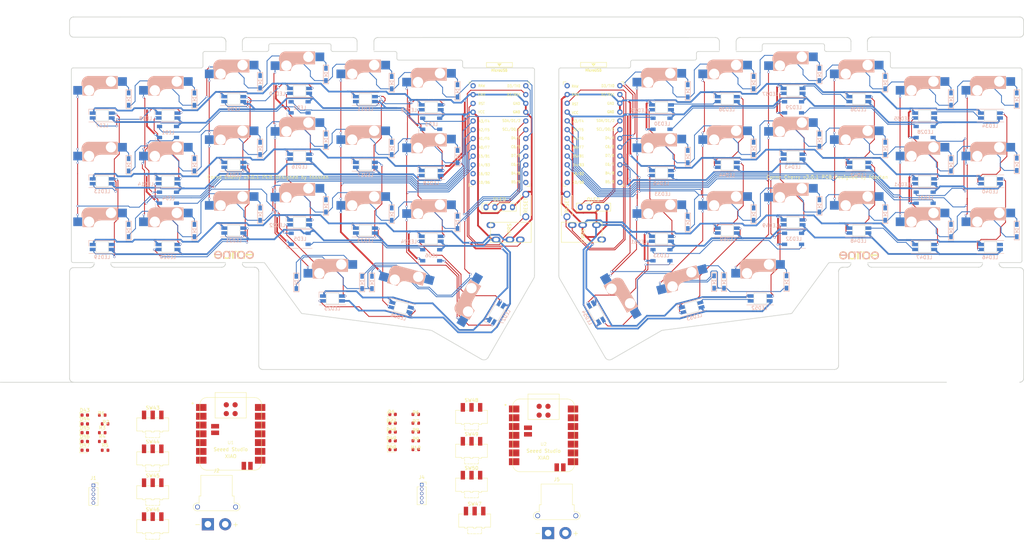
<source format=kicad_pcb>
(kicad_pcb (version 20221018) (generator pcbnew)
  (title_block (title "Corne Cherry") (date "2020-09-28") (rev "3.0.1") (company "foostan"))
  (layers (0 "F.Cu" signal) (31 "B.Cu" signal) (34 "B.Paste" user) (35 "F.Paste" user) (36 "B.SilkS" user "B.Silkscreen") (37 "F.SilkS" user "F.Silkscreen") (38 "B.Mask" user) (39 "F.Mask" user) (44 "Edge.Cuts" user))
  (net 0 "")
  (net 1 "row0")
  (net 2 "Net-(D1-Pad2)")
  (net 3 "row1")
  (net 4 "Net-(D1-A)")
  (net 5 "row2")
  (net 6 "Net-(D2-A)")
  (net 7 "row3")
  (net 8 "Net-(D3-A)")
  (net 9 "Net-(D4-A)")
  (net 10 "Net-(D5-A)")
  (net 11 "Net-(D6-A)")
  (net 12 "Net-(D7-A)")
  (net 13 "Net-(D8-A)")
  (net 14 "Net-(D9-A)")
  (net 15 "Net-(D10-A)")
  (net 16 "Net-(D11-A)")
  (net 17 "Net-(D12-A)")
  (net 18 "Net-(D13-A)")
  (net 19 "Net-(D14-A)")
  (net 20 "Net-(D15-A)")
  (net 21 "Net-(D16-A)")
  (net 22 "Net-(D17-A)")
  (net 23 "Net-(D18-A)")
  (net 24 "Net-(D19-A)")
  (net 25 "Net-(D20-A)")
  (net 26 "GND")
  (net 27 "VCC")
  (net 28 "col0")
  (net 29 "col1")
  (net 30 "col2")
  (net 31 "col3")
  (net 32 "col4")
  (net 33 "col5")
  (net 34 "LED")
  (net 35 "data")
  (net 36 "reset")
  (net 37 "SCL")
  (net 38 "SDA")
  (net 39 "Net-(U1-Pad14)")
  (net 40 "Net-(U1-Pad13)")
  (net 41 "Net-(U1-Pad12)")
  (net 42 "Net-(U1-Pad11)")
  (net 43 "Net-(U1-Pad24)")
  (net 44 "Net-(D22-Pad2)")
  (net 45 "row0_r")
  (net 46 "Net-(D21-A)")
  (net 47 "Net-(D22-A)")
  (net 48 "Net-(D23-A)")
  (net 49 "Net-(D24-A)")
  (net 50 "Net-(D25-A)")
  (net 51 "row1_r")
  (net 52 "Net-(D26-A)")
  (net 53 "Net-(D27-A)")
  (net 54 "Net-(D28-A)")
  (net 55 "Net-(D29-A)")
  (net 56 "Net-(D30-A)")
  (net 57 "Net-(D31-A)")
  (net 58 "row2_r")
  (net 59 "Net-(D32-A)")
  (net 60 "Net-(D33-A)")
  (net 61 "Net-(D34-A)")
  (net 62 "Net-(D35-A)")
  (net 63 "Net-(D36-A)")
  (net 64 "Net-(D37-A)")
  (net 65 "Net-(D38-A)")
  (net 66 "row3_r")
  (net 67 "Net-(D39-A)")
  (net 68 "Net-(D40-A)")
  (net 69 "data_r")
  (net 70 "SDA_r")
  (net 71 "SCL_r")
  (net 72 "LED_r")
  (net 73 "reset_r")
  (net 74 "col0_r")
  (net 75 "col1_r")
  (net 76 "col2_r")
  (net 77 "col3_r")
  (net 78 "col4_r")
  (net 79 "col5_r")
  (net 80 "VDD")
  (net 81 "GNDA")
  (net 82 "Net-(D41-A)")
  (net 83 "Net-(D42-A)")
  (net 84 "Net-(D43-A)")
  (net 85 "Net-(D44-A)")
  (net 86 "Net-(D45-A)")
  (net 87 "Net-(D46-A)")
  (net 88 "Net-(D47-A)")
  (net 89 "Net-(D48-A)")
  (net 90 "Net-(D49-A)")
  (net 91 "Net-(D50-A)")
  (net 92 "Net-(J2-Pin_1)")
  (net 93 "Net-(LED13-Pad2)")
  (net 94 "Net-(J2-Pin_2)")
  (net 95 "Net-(J5-Pin_1)")
  (net 96 "Net-(J5-Pin_2)")
  (net 97 "VCC_LED_UNDERGLOW")
  (net 98 "Net-(LED1-DOUT)")
  (net 99 "Net-(LED1-DIN)")
  (net 100 "Net-(LED2-DIN)")
  (net 101 "Net-(LED4-DOUT)")
  (net 102 "Net-(LED5-DOUT)")
  (net 103 "Net-(LED27-DIN)")
  (net 104 "VCC_LED_PERKEY")
  (net 105 "Net-(LED13-DIN)")
  (net 106 "Net-(LED7-DIN)")
  (net 107 "Net-(LED14-DOUT)")
  (net 108 "Net-(LED15-DIN)")
  (net 109 "Net-(LED10-DOUT)")
  (net 110 "Net-(LED10-DIN)")
  (net 111 "Net-(LED11-DOUT)")
  (net 112 "Net-(LED11-DIN)")
  (net 113 "Net-(LED12-DIN)")
  (net 115 "Net-(LED14-DIN)")
  (net 116 "Net-(LED15-DOUT)")
  (net 117 "Net-(LED16-DIN)")
  (net 118 "Net-(LED17-DOUT)")
  (net 119 "Net-(LED40-Pad2)")
  (net 120 "Net-(LED18-DIN)")
  (net 121 "Net-(LED20-DIN)")
  (net 122 "Net-(LED22-DIN)")
  (net 123 "Net-(LED23-DOUT)")
  (net 124 "Net-(LED24-DIN)")
  (net 125 "Net-(LED25-DIN)")
  (net 126 "VCC_LED_R_UNDERGLOW")
  (net 127 "Net-(LED28-DOUT)")
  (net 128 "Net-(LED28-DIN)")
  (net 129 "Net-(LED29-DIN)")
  (net 130 "VCC_LED_R_PERKEY")
  (net 131 "Net-(LED34-DOUT)")
  (net 132 "Net-(LED34-DIN)")
  (net 133 "Net-(LED35-DIN)")
  (net 134 "Net-(U2-Pad11)")
  (net 135 "Net-(U2-Pad12)")
  (net 136 "Net-(U2-Pad13)")
  (net 137 "Net-(U2-Pad14)")
  (net 138 "Net-(U2-Pad24)")
  (net 139 "Net-(J1-PadA)")
  (net 140 "Net-(J3-PadA)")
  (net 141 "Net-(LED19-Pad2)")
  (net 142 "Net-(LED46-Pad2)")
  (net 143 "Net-(LED36-DOUT)")
  (net 144 "Net-(LED36-DIN)")
  (net 145 "Net-(LED37-DIN)")
  (net 146 "Net-(LED38-DOUT)")
  (net 147 "Net-(LED38-DIN)")
  (net 148 "Net-(LED39-DIN)")
  (net 150 "Net-(LED41-DIN)")
  (net 151 "Net-(LED42-DOUT)")
  (net 152 "Net-(LED43-DIN)")
  (net 153 "Net-(LED44-DOUT)")
  (net 154 "Net-(LED45-DIN)")
  (net 155 "Net-(LED47-DIN)")
  (net 156 "Net-(LED49-DIN)")
  (net 157 "Net-(LED50-DOUT)")
  (net 158 "Net-(LED51-DIN)")
  (net 159 "Net-(LED52-DIN)")
  (net 160 "VCC_LED_PERM")
  (net 161 "VCC_LED_R_PERM")
  (net 164 "SDA_LED")
  (net 167 "SDA_R_LED")
  (footprint "kbd:MJ-4PP-9_1side" (layer "F.Cu") (at 144.1345 74.292 -90)
    (fp_text reference "J1")
    (fp_text value "MJ-4PP-9" hide)
  )
  (footprint "kbd:OLED_1side" (layer "F.Cu") (at 130.9485 67.028)
    (fp_text reference "J2")
    (fp_text value "OLED" hide)
  )
  (footprint "kbd:ResetSW_1side" (layer "F.Cu") (at 142.4245 66.531 -90)
    (fp_text reference "RSW1" hide)
    (fp_text value "SW_PUSH")
  )
  (footprint "kbd:CherryMX_Hotswap" (layer "F.Cu") (at 39.1075 35.78)
    (fp_text reference "SW2" hide)
    (fp_text value "SW_PUSH" hide)
  )
  (footprint "kbd:CherryMX_Hotswap" (layer "F.Cu") (at 58.1075 31.03)
    (fp_text reference "SW3" hide)
    (fp_text value "SW_PUSH" hide)
  )
  (footprint "kbd:CherryMX_Hotswap" (layer "F.Cu") (at 77.1075 28.655)
    (fp_text reference "SW4" hide)
    (fp_text value "SW_PUSH" hide)
  )
  (footprint "kbd:CherryMX_Hotswap" (layer "F.Cu") (at 96.1075 31.03)
    (fp_text reference "SW5" hide)
    (fp_text value "SW_PUSH" hide)
  )
  (footprint "kbd:CherryMX_Hotswap" (layer "F.Cu") (at 20.1075 54.78)
    (fp_text reference "SW7" hide)
    (fp_text value "SW_PUSH" hide)
  )
  (footprint "kbd:CherryMX_Hotswap" (layer "F.Cu") (at 39.1075 54.78)
    (fp_text reference "SW8" hide)
    (fp_text value "SW_PUSH" hide)
  )
  (footprint "kbd:CherryMX_Hotswap" (layer "F.Cu") (at 58.1075 50.03)
    (fp_text reference "SW9" hide)
    (fp_text value "SW_PUSH" hide)
  )
  (footprint "kbd:CherryMX_Hotswap" (layer "F.Cu") (at 77.1075 47.655)
    (fp_text reference "SW10" hide)
    (fp_text value "SW_PUSH" hide)
  )
  (footprint "kbd:CherryMX_Hotswap" (layer "F.Cu") (at 96.1075 50.03)
    (fp_text reference "SW11" hide)
    (fp_text value "SW_PUSH" hide)
  )
  (footprint "kbd:CherryMX_Hotswap" (layer "F.Cu") (at 115.1075 52.405)
    (fp_text reference "SW12" hide)
    (fp_text value "SW_PUSH" hide)
  )
  (footprint "kbd:CherryMX_Hotswap" (layer "F.Cu") (at 20.1075 73.78)
    (fp_text reference "SW13" hide)
    (fp_text value "SW_PUSH" hide)
  )
  (footprint "kbd:CherryMX_Hotswap" (layer "F.Cu") (at 39.1075 73.78)
    (fp_text reference "SW14" hide)
    (fp_text value "SW_PUSH" hide)
  )
  (footprint "kbd:CherryMX_Hotswap" (layer "F.Cu") (at 58.1075 69.03)
    (fp_text reference "SW15" hide)
    (fp_text value "SW_PUSH" hide)
  )
  (footprint "kbd:CherryMX_Hotswap" (layer "F.Cu") (at 77.1075 66.655)
    (fp_text reference "SW16" hide)
    (fp_text value "SW_PUSH" hide)
  )
  (footprint "kbd:CherryMX_Hotswap" (layer "F.Cu") (at 96.1075 69.03)
    (fp_text reference "SW17" hide)
    (fp_text value "SW_PUSH" hide)
  )
  (footprint "kbd:CherryMX_Hotswap" (layer "F.Cu") (at 115.1075 71.405)
    (fp_text reference "SW18" hide)
    (fp_text value "SW_PUSH" hide)
  )
  (footprint "kbd:CherryMX_Hotswap" (layer "F.Cu") (at 86.6075 88.655)
    (fp_text reference "SW19" hide)
    (fp_text value "SW_PUSH" hide)
  )
  (footprint "kbd:CherryMX_Hotswap" (layer "F.Cu") (at 107.6075 91.405 -15)
    (fp_text reference "SW20" hide)
    (fp_text value "SW_PUSH" hide)
  )
  (footprint "kbd:CherryMX_Hotswap_1.5u" (layer "F.Cu") (at 129.8575 95.155 60)
    (fp_text reference "SW21" hide)
    (fp_text value "SW_PUSH" hide)
  )
  (footprint "kbd:CherryMX_Hotswap_1.5u" (layer "F.Cu") (at 166.8645 95.15 -60)
    (fp_text reference "SW42" hide)
    (fp_text value "SW_PUSH" hide)
  )
  (footprint "kbd:MJ-4PP-9_1side" (layer "F.Cu") (at 152.5375 74.27 90)
    (fp_text reference "J3")
    (fp_text value "MJ-4PP-9" hide)
  )
  (footprint "kbd:OLED_1side" (layer "F.Cu") (at 158.1775 67.02)
    (fp_text reference "J4")
    (fp_text value "OLED" hide)
  )
  (footprint "kbd:ResetSW_1side" (layer "F.Cu") (at 154.3045 66.522 -90)
    (fp_text reference "RSW2" hide)
    (fp_text value "SW_PUSH")
  )
  (footprint "kbd:CherryMX_Hotswap" (layer "F.Cu") (at 219.6145 66.65)
    (fp_text reference "SW37" hide)
    (fp_text value "SW_PUSH" hide)
  )
  (footprint "kbd:CherryMX_Hotswap" (layer "F.Cu") (at 200.6145 69.025)
    (fp_text reference "SW38" hide)
    (fp_text value "SW_PUSH" hide)
  )
  (footprint "kbd:CherryMX_Hotswap" (layer "F.Cu") (at 181.6145 71.4)
    (fp_text reference "SW39" hide)
    (fp_text value "SW_PUSH" hide)
  )
  (footprint "kbd:CherryMX_Hotswap" (layer "F.Cu") (at 210.1145 88.65)
    (fp_text reference "SW40" hide)
    (fp_text value "SW_PUSH" hide)
  )
  (footprint "kbd:CherryMX_Hotswap" (layer "F.Cu") (at 189.1145 91.4 15)
    (fp_text reference "SW41" hide)
    (fp_text value "SW_PUSH" hide)
  )
  (footprint "kbd:CherryMX_Hotswap" (layer "F.Cu") (at 219.6145 28.65)
    (fp_text reference "SW25" hide)
    (fp_text value "SW_PUSH" hide)
  )
  (footprint "kbd:CherryMX_Hotswap" (layer "F.Cu") (at 200.6145 31.025)
    (fp_text reference "SW26" hide)
    (fp_text value "SW_PUSH" hide)
  )
  (footprint "kbd:CherryMX_Hotswap" (layer "F.Cu") (at 276.6145 54.775)
    (fp_text reference "SW28" hide)
    (fp_text value "SW_PUSH" hide)
  )
  (footprint "kbd:CherryMX_Hotswap" (layer "F.Cu") (at 238.6145 31.025)
    (fp_text reference "SW24" hide)
    (fp_text value "SW_PUSH" hide)
  )
  (footprint "kbd:CherryMX_Hotswap" (layer "F.Cu") (at 257.6145 54.775)
    (fp_text reference "SW29" hide)
    (fp_text value "SW_PUSH" hide)
  )
  (footprint "kbd:CherryMX_Hotswap" (layer "F.Cu") (at 257.6145 73.775)
    (fp_text reference "SW35" hide)
    (fp_text value "SW_PUSH" hide)
  )
  (footprint "kbd:CherryMX_Hotswap" (layer "F.Cu") (at 238.6145 69.025)
    (fp_text reference "SW36" hide)
    (fp_text value "SW_PUSH" hide)
  )
  (footprint "kbd:CherryMX_Hotswap" (layer "F.Cu") (at 276.6145 35.775)
    (fp_text reference "SW22" hide)
    (fp_text value "SW_PUSH" hide)
  )
  (footprint "kbd:CherryMX_Hotswap" (layer "F.Cu") (at 257.6145 35.775)
    (fp_text reference "SW23" hide)
    (fp_text value "SW_PUSH" hide)
  )
  (footprint "kbd:CherryMX_Hotswap" (layer "F.Cu") (at 238.6145 50.025)
    (fp_text reference "SW30" hide)
    (fp_text value "SW_PUSH" hide)
  )
  (footprint "kbd:CherryMX_Hotswap" (layer "F.Cu") (at 219.6145 47.65)
    (fp_text reference "SW31" hide)
    (fp_text value "SW_PUSH" hide)
  )
  (footprint "kbd:CherryMX_Hotswap" (layer "F.Cu") (at 200.6145 50.025)
    (fp_text reference "SW32" hide)
    (fp_text value "SW_PUSH" hide)
  )
  (footprint "kbd:CherryMX_Hotswap" (layer "F.Cu") (at 181.6145 52.4)
    (fp_text reference "SW33" hide)
    (fp_text value "SW_PUSH" hide)
  )
  (footprint "kbd:CherryMX_Hotswap" (layer "F.Cu") (at 276.6145 73.775)
    (fp_text reference "SW34" hide)
    (fp_text value "SW_PUSH" hide)
  )
  (footprint "kbd:CherryMX_Hotswap" (layer "F.Cu") (at 20.1075 35.78)
    (fp_text reference "SW1" hide)
    (fp_text value "SW_PUSH" hide)
  )
  (footprint "kbd:M2_HOLE_v2" (layer "F.Cu") (at 105.5755 41.7655)
    (fp_text reference "Ref**" hide)
    (fp_text value "Val**" hide)
  )
  (footprint "kbd:M2_HOLE_v2" (layer "F.Cu") (at 72.7645 81.5205)
    (fp_text reference "Ref**" hide)
    (fp_text value "Val**" hide)
  )
  (footprint "kbd:M2_HOLE_v2" (layer "F.Cu") (at 119.3305 89.135)
    (fp_text reference "Ref**" hide)
    (fp_text value "Val**" hide)
  )
  (footprint "kbd:M2_HOLE_v2" (layer "F.Cu") (at 127.8695 74.254)
    (fp_text reference "Ref**" hide)
    (fp_text value "Val**" hide)
  )
  (footprint "kbd:M2_HOLE_v2" (layer "F.Cu") (at 142.3015 82.775)
    (fp_text reference "Ref**" hide)
    (fp_text value "Val**" hide)
  )
  (footprint "kbd:M2_HOLE_v2" (layer "F.Cu") (at 177.3895 89.145 180)
    (fp_text reference "Ref**" hide)
    (fp_text value "Val**" hide)
  )
  (footprint "kbd:M2_HOLE_v2" (layer "F.Cu") (at 223.9555 81.5305 180)
    (fp_text reference "Ref**" hide)
    (fp_text value "Val**" hide)
  )
  (footprint "kbd:M2_HOLE_v2" (layer "F.Cu") (at 267.0995 45.2655 180)
    (fp_text reference "Ref**" hide)
    (fp_text value "Val**" hide)
  )
  (footprint "kbd:M2_HOLE_v2" (layer "F.Cu") (at 191.1445 41.7755 180)
    (fp_text reference "Ref**" hide)
    (fp_text value "Val**" hide)
  )
  (footprint "kbd:CherryMX_Hotswap" (layer "F.Cu") (at 115.1075 33.405)
    (fp_text reference "SW6" hide)
    (fp_text value "SW_PUSH" hide)
  )
  (footprint "kbd:CherryMX_Hotswap" (layer "F.Cu") (at 181.6075 33.405)
    (fp_text reference "SW27" hide)
    (fp_text value "SW_PUSH" hide)
  )
  (footprint "kbd:M2_HOLE_v2" (layer "F.Cu") (at 27.5195 54.1395)
    (fp_text reference "Ref**" hide)
    (fp_text value "Val**" hide)
  )
  (footprint "kbd:ProMicro_v3" (layer "F.Cu") (at 134.8125 46.42)
    (fp_text reference "U1" hide)
    (fp_text value "ProMicro" hide)
  )
  (footprint "kbd:ProMicro_v3" (layer "F.Cu") (at 161.9875 46.39)
    (fp_text reference "U2" hide)
    (fp_text value "ProMicro" hide)
  )
  (footprint "kbd:M2_HOLE_v2" (layer "F.Cu") (at 29.6075 45.28)
    (fp_text reference "Ref**" hide)
    (fp_text value "Val**" hide)
  )
  (footprint "kbd:Breakaway_Tabs" (layer "F.Cu") (at 58.23675 21.869)
    (fp_text reference "REF**")
    (fp_text value "Breakaway_Tabs")
  )
  (footprint "kbd:Breakaway_Tabs" (layer "F.Cu") (at 96.2075 21.873)
    (fp_text reference "REF**")
    (fp_text value "Breakaway_Tabs")
  )
  (footprint "kbd:Breakaway_Tabs" (layer "F.Cu") (at 20.1625 83.176)
    (fp_text reference "REF**")
    (fp_text value "Breakaway_Tabs")
  )
  (footprint "kbd:Breakaway_Tabs" (layer "F.Cu") (at 58.1235 83.178)
    (fp_text reference "REF**")
    (fp_text value "Breakaway_Tabs")
  )
  (footprint "kbd:corne-logo-horizontal" (layer "F.Cu") (at 58.2675 80.89)
    (fp_text reference "G***" hide)
    (fp_text value "LOGO" hide)
  )
  (footprint "kbd:corne-logo-horizontal" (layer "F.Cu") (at 238.7775 81.04)
    (fp_text reference "G***" hide)
    (fp_text value "LOGO" hide)
  )
  (footprint "Resistor_SMD:R_0603_1608Metric" (layer "F.Cu") (at 20.9325 137.28)
    (fp_text reference "R5")
    (fp_text value "R_LED_PERM")
  )
  (footprint "Connector_AMASS:AMASS_XT30PW-F_1x02_P2.50mm_Horizontal" (layer "F.Cu") (at 148.8675 161.21)
    (fp_text reference "J5")
    (fp_text value "Conn_01x02")
  )
  (footprint "LED_SMD:LED_0603_1608Metric" (layer "F.Cu") (at 15.065 134.74)
    (fp_text reference "D46")
    (fp_text value "LED_PERM")
  )
  (footprint "Seeed Studio XIAO Series Library:XIAO-nRF52840-Sense-14P-2.54-21X17.8MM" (layer "F.Cu") (at 147.5575 132.97)
    (fp_text reference "U2")
    (fp_text value "xiao-ble" hide)
  )
  (footprint "Resistor_SMD:R_0603_1608Metric" (layer "F.Cu") (at 20.1075 134.74)
    (fp_text reference "R4")
    (fp_text value "R_LED_PERM")
  )
  (footprint "LED_SMD:LED_0603_1608Metric" (layer "F.Cu") (at 103.96 131.99)
    (fp_text reference "D48")
    (fp_text value "LED_PERM")
  )
  (footprint "Button_Switch_SMD:SW_SPDT_CK-JS102011SAQN" (layer "F.Cu") (at 34.6845 129.81747)
    (fp_text reference "SW43")
    (fp_text value "SW_RGB_UNDERGLOW")
  )
  (footprint "LED_SMD:LED_0603_1608Metric" (layer "F.Cu") (at 103.96 137.07)
    (fp_text reference "D50")
    (fp_text value "LED_PERM")
  )
  (footprint "LED_SMD:LED_0603_1608Metric" (layer "F.Cu") (at 103.96 129.45)
    (fp_text reference "D22")
    (fp_text value "LED_PERM")
  )
  (footprint "Connector_PinSocket_1.27mm:PinSocket_1x05_P1.27mm_Vertical" (layer "F.Cu") (at 112.3675 147.23)
    (fp_text reference "J4")
    (fp_text value "CONN_DISPLAY_SOCKET")
  )
  (footprint "Resistor_SMD:R_0603_1608Metric" (layer "F.Cu") (at 20.1075 132.2)
    (fp_text reference "R3")
    (fp_text value "R_LED_PERM")
  )
  (footprint "Resistor_SMD:R_0603_1608Metric" (layer "F.Cu") (at 20.1075 127.12)
    (fp_text reference "R1")
    (fp_text value "R_LED_PERM")
  )
  (footprint "Button_Switch_SMD:SW_SPDT_CK-JS102011SAQN" (layer "F.Cu") (at 126.7475 137.43)
    (fp_text reference "SW49")
    (fp_text value "SW_RGB_UNDERGLOW")
  )
  (footprint "Button_Switch_SMD:SW_SPDT_CK-JS102011SAQN" (layer "F.Cu") (at 126.7475 147.23)
    (fp_text reference "SW50")
    (fp_text value "SW_RGB_PERKEY")
  )
  (footprint "Resistor_SMD:R_0603_1608Metric" (layer "F.Cu") (at 110.6525 131.99)
    (fp_text reference "R8")
    (fp_text value "R_LED_PERM")
  )
  (footprint "LED_SMD:LED_0603_1608Metric" (layer "F.Cu") (at 15.065 129.66)
    (fp_text reference "D44")
    (fp_text value "LED_PERM")
  )
  (footprint "Seeed Studio XIAO Series Library:XIAO-nRF52840-Sense-14P-2.54-21X17.8MM" (layer "F.Cu") (at 57.2065 132.53253)
    (fp_text reference "U1")
    (fp_text value "xiao-ble" hide)
  )
  (footprint "Resistor_SMD:R_0603_1608Metric" (layer "F.Cu") (at 110.6525 126.91)
    (fp_text reference "R6")
    (fp_text value "R_LED_PERM")
  )
  (footprint "LED_SMD:LED_0603_1608Metric" (layer "F.Cu") (at 15.065 127.12)
    (fp_text reference "D43")
    (fp_text value "LED_PERM")
  )
  (footprint "Resistor_SMD:R_0603_1608Metric" (layer "F.Cu") (at 110.6525 137.07)
    (fp_text reference "R10")
    (fp_text value "R_LED_PERM")
  )
  (footprint "LED_SMD:LED_0603_1608Metric" (layer "F.Cu") (at 103.96 126.91)
    (fp_text reference "D1")
    (fp_text value "LED_PERM")
  )
  (footprint "Button_Switch_SMD:SW_SPDT_CK-JS102011SAQN" (layer "F.Cu") (at 127.6475 157.6)
    (fp_text reference "SW47")
    (fp_text value "SW_RGB_PERKEY")
  )
  (footprint "Resistor_SMD:R_0603_1608Metric" (layer "F.Cu") (at 20.9325 129.66)
    (fp_text reference "R2")
    (fp_text value "R_LED_PERM")
  )
  (footprint "Resistor_SMD:R_0603_1608Metric" (layer "F.Cu") (at 110.6525 129.45)
    (fp_text reference "R7")
    (fp_text value "R_LED_PERM")
  )
  (footprint "LED_SMD:LED_0603_1608Metric" (layer "F.Cu") (at 15.065 137.28)
    (fp_text reference "D47")
    (fp_text value "LED_PERM")
  )
  (footprint "Button_Switch_SMD:SW_SPDT_CK-JS102011SAQN" (layer "F.Cu") (at 34.6845 139.61747)
    (fp_text reference "SW44")
    (fp_text value "SW_RGB_PERKEY")
  )
  (footprint "Button_Switch_SMD:SW_SPDT_CK-JS102011SAQN" (layer "F.Cu") (at 34.6845 159.21747)
    (fp_text reference "SW46")
    (fp_text value "SW_RGB_PERKEY")
  )
  (footprint "LED_SMD:LED_0603_1608Metric" (layer "F.Cu") (at 15.065 132.2)
    (fp_text reference "D45")
    (fp_text value "LED_PERM")
  )
  (footprint "Connector_AMASS:AMASS_XT30PW-F_1x02_P2.50mm_Horizontal" (layer "F.Cu") (at 50.6275 158.67)
    (fp_text reference "J2")
    (fp_text value "Conn_01x02")
  )
  (footprint "Button_Switch_SMD:SW_SPDT_CK-JS102011SAQN" (layer "F.Cu") (at 34.6845 149.41747)
    (fp_text reference "SW45")
    (fp_text value "SW_RGB_LED_OLED")
  )
  (footprint "Resistor_SMD:R_0603_1608Metric" (layer "F.Cu") (at 110.6525 134.53)
    (fp_text reference "R9")
    (fp_text value "R_LED_PERM")
  )
  (footprint "LED_SMD:LED_0603_1608Metric" (layer "F.Cu") (at 103.96 134.53)
    (fp_text reference "D49")
    (fp_text value "LED_PERM")
  )
  (footprint "Connector_PinSocket_1.27mm:PinSocket_1x05_P1.27mm_Vertical" (layer "F.Cu") (at 17.5675 147.44)
    (fp_text reference "J1")
    (fp_text value "CONN_DISPLAY_SOCKET")
  )
  (footprint "Button_Switch_SMD:SW_SPDT_CK-JS102011SAQN" (layer "F.Cu") (at 126.7475 127.63)
    (fp_text reference "SW48")
    (fp_text value "SW_RGB_LED_OLED")
  )
  (footprint "kbd:D3_SMD_v2" (layer "B.Cu") (at 27.7345 35.776875 90)
    (fp_text reference "D1" hide)
    (fp_text value "D" hide)
  )
  (footprint "kbd:D3_SMD_v2" (layer "B.Cu") (at 46.7345 35.78 90)
    (fp_text reference "D2" hide)
    (fp_text value "D" hide)
  )
  (footprint "kbd:D3_SMD_v2" (layer "B.Cu") (at 65.7075 30.78 90)
    (fp_text reference "D3" hide)
    (fp_text value "D" hide)
  )
  (footprint "kbd:D3_SMD_v2" (layer "B.Cu") (at 84.7075 28.655 90)
    (fp_text reference "D4" hide)
    (fp_text value "D" hide)
  )
  (footprint "kbd:D3_SMD_v2" (layer "B.Cu") (at 103.7075 31.03 90)
    (fp_text reference "D5" hide)
    (fp_text value "D" hide)
  )
  (footprint "kbd:D3_SMD_v2" (layer "B.Cu") (at 122.7075 33.405 90)
    (fp_text reference "D6" hide)
    (fp_text value "D" hide)
  )
  (footprint "kbd:D3_SMD_v2" (layer "B.Cu") (at 27.7345 54.776875 90)
    (fp_text reference "D7" hide)
    (fp_text value "D" hide)
  )
  (footprint "kbd:D3_SMD_v2" (layer "B.Cu") (at 46.7345 54.78 90)
    (fp_text reference "D8" hide)
    (fp_text value "D" hide)
  )
  (footprint "kbd:D3_SMD_v2" (layer "B.Cu") (at 65.7075 50.03 90)
    (fp_text reference "D9" hide)
    (fp_text value "D" hide)
  )
  (footprint "kbd:D3_SMD_v2" (layer "B.Cu") (at 84.7075 47.655 90)
    (fp_text reference "D10" hide)
    (fp_text value "D" hide)
  )
  (footprint "kbd:D3_SMD_v2" (layer "B.Cu") (at 103.7075 50.03 90)
    (fp_text reference "D11" hide)
    (fp_text value "D" hide)
  )
  (footprint "kbd:D3_SMD_v2" (layer "B.Cu") (at 122.7075 52.405 90)
    (fp_text reference "D12" hide)
    (fp_text value "D" hide)
  )
  (footprint "kbd:D3_SMD_v2" (layer "B.Cu") (at 27.7345 73.776875 90)
    (fp_text reference "D13" hide)
    (fp_text value "D" hide)
  )
  (footprint "kbd:D3_SMD_v2" (layer "B.Cu") (at 46.7345 73.78 90)
    (fp_text reference "D14" hide)
    (fp_text value "D" hide)
  )
  (footprint "kbd:D3_SMD_v2" (layer "B.Cu") (at 65.7075 69.03 90)
    (fp_text reference "D15" hide)
    (fp_text value "D" hide)
  )
  (footprint "kbd:D3_SMD_v2" (layer "B.Cu") (at 84.7075 66.655 90)
    (fp_text reference "D16" hide)
    (fp_text value "D" hide)
  )
  (footprint "kbd:D3_SMD_v2" (layer "B.Cu") (at 103.7075 69.03 90)
    (fp_text reference "D17" hide)
    (fp_text value "D" hide)
  )
  (footprint "kbd:D3_SMD_v2" (layer "B.Cu") (at 122.7075 71.405 90)
    (fp_text reference "D18" hide)
    (fp_text value "D" hide)
  )
  (footprint "kbd:D3_SMD_v2" (layer "B.Cu") (at 76.1575 88.77 90)
    (fp_text reference "D19" hide)
    (fp_text value "D" hide)
  )
  (footprint "kbd:D3_SMD_v2" (layer "B.Cu") (at 95.1645 88.765 90)
    (fp_text reference "D20" hide)
    (fp_text value "D" hide)
  )
  (footprint "kbd:D3_SMD_v2" (layer "B.Cu") (at 98.0075 88.765 90)
    (fp_text reference "D21" hide)
    (fp_text value "D" hide)
  )
  (footprint "kbd:YS-SK6812MINI-E" (layer "B.Cu") (at 20.1075 40.53)
    (fp_text reference "LED7")
    (fp_text value "YS-SK6812MINI-E")
    (fp_line (start -1.8 -1.55) (end 1.8 -1.55) (stroke (width 0.12)) (layer "Edge.Cuts"))
    (fp_line (start -1.8 1.55) (end -1.8 -1.55) (stroke (width 0.12)) (layer "Edge.Cuts"))
    (fp_line (start 1.8 -1.55) (end 1.8 1.55) (stroke (width 0.12)) (layer "Edge.Cuts"))
    (fp_line (start 1.8 1.55) (end -1.8 1.55) (stroke (width 0.12)) (layer "Edge.Cuts"))
  )
  (footprint "kbd:YS-SK6812MINI-E" (layer "B.Cu") (at 39.1075 40.53)
    (fp_text reference "LED8")
    (fp_text value "YS-SK6812MINI-E")
    (fp_line (start -1.8 -1.55) (end 1.8 -1.55) (stroke (width 0.12)) (layer "Edge.Cuts"))
    (fp_line (start -1.8 1.55) (end -1.8 -1.55) (stroke (width 0.12)) (layer "Edge.Cuts"))
    (fp_line (start 1.8 -1.55) (end 1.8 1.55) (stroke (width 0.12)) (layer "Edge.Cuts"))
    (fp_line (start 1.8 1.55) (end -1.8 1.55) (stroke (width 0.12)) (layer "Edge.Cuts"))
  )
  (footprint "kbd:YS-SK6812MINI-E" (layer "B.Cu") (at 58.1075 35.78)
    (fp_text reference "LED9")
    (fp_text value "YS-SK6812MINI-E")
    (fp_line (start -1.8 -1.55) (end 1.8 -1.55) (stroke (width 0.12)) (layer "Edge.Cuts"))
    (fp_line (start -1.8 1.55) (end -1.8 -1.55) (stroke (width 0.12)) (layer "Edge.Cuts"))
    (fp_line (start 1.8 -1.55) (end 1.8 1.55) (stroke (width 0.12)) (layer "Edge.Cuts"))
    (fp_line (start 1.8 1.55) (end -1.8 1.55) (stroke (width 0.12)) (layer "Edge.Cuts"))
  )
  (footprint "kbd:YS-SK6812MINI-E" (layer "B.Cu") (at 77.1075 33.405)
    (fp_text reference "LED10")
    (fp_text value "YS-SK6812MINI-E")
    (fp_line (start -1.8 -1.55) (end 1.8 -1.55) (stroke (width 0.12)) (layer "Edge.Cuts"))
    (fp_line (start -1.8 1.55) (end -1.8 -1.55) (stroke (width 0.12)) (layer "Edge.Cuts"))
    (fp_line (start 1.8 -1.55) (end 1.8 1.55) (stroke (width 0.12)) (layer "Edge.Cuts"))
    (fp_line (start 1.8 1.55) (end -1.8 1.55) (stroke (width 0.12)) (layer "Edge.Cuts"))
  )
  (footprint "kbd:YS-SK6812MINI-E" (layer "B.Cu") (at 96.1075 35.78)
    (fp_text reference "LED11")
    (fp_text value "YS-SK6812MINI-E")
    (fp_line (start -1.8 -1.55) (end 1.8 -1.55) (stroke (width 0.12)) (layer "Edge.Cuts"))
    (fp_line (start -1.8 1.55) (end -1.8 -1.55) (stroke (width 0.12)) (layer "Edge.Cuts"))
    (fp_line (start 1.8 -1.55) (end 1.8 1.55) (stroke (width 0.12)) (layer "Edge.Cuts"))
    (fp_line (start 1.8 1.55) (end -1.8 1.55) (stroke (width 0.12)) (layer "Edge.Cuts"))
  )
  (footprint "kbd:YS-SK6812MINI-E" (layer "B.Cu") (at 115.1075 38.155)
    (fp_text reference "LED12")
    (fp_text value "YS-SK6812MINI-E")
    (fp_line (start -1.8 -1.55) (end 1.8 -1.55) (stroke (width 0.12)) (layer "Edge.Cuts"))
    (fp_line (start -1.8 1.55) (end -1.8 -1.55) (stroke (width 0.12)) (layer "Edge.Cuts"))
    (fp_line (start 1.8 -1.55) (end 1.8 1.55) (stroke (width 0.12)) (layer "Edge.Cuts"))
    (fp_line (start 1.8 1.55) (end -1.8 1.55) (stroke (width 0.12)) (layer "Edge.Cuts"))
  )
  (footprint "kbd:YS-SK6812MINI-E" (layer "B.Cu") (at 20.1075 59.53)
    (fp_text reference "LED13")
    (fp_text value "YS-SK6812MINI-E")
    (fp_line (start -1.8 -1.55) (end 1.8 -1.55) (stroke (width 0.12)) (layer "Edge.Cuts"))
    (fp_line (start -1.8 1.55) (end -1.8 -1.55) (stroke (width 0.12)) (layer "Edge.Cuts"))
    (fp_line (start 1.8 -1.55) (end 1.8 1.55) (stroke (width 0.12)) (layer "Edge.Cuts"))
    (fp_line (start 1.8 1.55) (end -1.8 1.55) (stroke (width 0.12)) (layer "Edge.Cuts"))
  )
  (footprint "kbd:YS-SK6812MINI-E" (layer "B.Cu") (at 39.1075 59.53)
    (fp_text reference "LED14")
    (fp_text value "YS-SK6812MINI-E")
    (fp_line (start -1.8 -1.55) (end 1.8 -1.55) (stroke (width 0.12)) (layer "Edge.Cuts"))
    (fp_line (start -1.8 1.55) (end -1.8 -1.55) (stroke (width 0.12)) (layer "Edge.Cuts"))
    (fp_line (start 1.8 -1.55) (end 1.8 1.55) (stroke (width 0.12)) (layer "Edge.Cuts"))
    (fp_line (start 1.8 1.55) (end -1.8 1.55) (stroke (width 0.12)) (layer "Edge.Cuts"))
  )
  (footprint "kbd:YS-SK6812MINI-E" (layer "B.Cu") (at 58.1075 54.78)
    (fp_text reference "LED15")
    (fp_text value "YS-SK6812MINI-E")
    (fp_line (start -1.8 -1.55) (end 1.8 -1.55) (stroke (width 0.12)) (layer "Edge.Cuts"))
    (fp_line (start -1.8 1.55) (end -1.8 -1.55) (stroke (width 0.12)) (layer "Edge.Cuts"))
    (fp_line (start 1.8 -1.55) (end 1.8 1.55) (stroke (width 0.12)) (layer "Edge.Cuts"))
    (fp_line (start 1.8 1.55) (end -1.8 1.55) (stroke (width 0.12)) (layer "Edge.Cuts"))
  )
  (footprint "kbd:YS-SK6812MINI-E" (layer "B.Cu") (at 77.1075 52.405)
    (fp_text reference "LED16")
    (fp_text value "YS-SK6812MINI-E")
    (fp_line (start -1.8 -1.55) (end 1.8 -1.55) (stroke (width 0.12)) (layer "Edge.Cuts"))
    (fp_line (start -1.8 1.55) (end -1.8 -1.55) (stroke (width 0.12)) (layer "Edge.Cuts"))
    (fp_line (start 1.8 -1.55) (end 1.8 1.55) (stroke (width 0.12)) (layer "Edge.Cuts"))
    (fp_line (start 1.8 1.55) (end -1.8 1.55) (stroke (width 0.12)) (layer "Edge.Cuts"))
  )
  (footprint "kbd:YS-SK6812MINI-E" (layer "B.Cu") (at 96.1075 54.78)
    (fp_text reference "LED17")
    (fp_text value "YS-SK6812MINI-E")
    (fp_line (start -1.8 -1.55) (end 1.8 -1.55) (stroke (width 0.12)) (layer "Edge.Cuts"))
    (fp_line (start -1.8 1.55) (end -1.8 -1.55) (stroke (width 0.12)) (layer "Edge.Cuts"))
    (fp_line (start 1.8 -1.55) (end 1.8 1.55) (stroke (width 0.12)) (layer "Edge.Cuts"))
    (fp_line (start 1.8 1.55) (end -1.8 1.55) (stroke (width 0.12)) (layer "Edge.Cuts"))
  )
  (footprint "kbd:YS-SK6812MINI-E" (layer "B.Cu") (at 115.1075 57.155)
    (fp_text reference "LED18")
    (fp_text value "YS-SK6812MINI-E")
    (fp_line (start -1.8 -1.55) (end 1.8 -1.55) (stroke (width 0.12)) (layer "Edge.Cuts"))
    (fp_line (start -1.8 1.55) (end -1.8 -1.55) (stroke (width 0.12)) (layer "Edge.Cuts"))
    (fp_line (start 1.8 -1.55) (end 1.8 1.55) (stroke (width 0.12)) (layer "Edge.Cuts"))
    (fp_line (start 1.8 1.55) (end -1.8 1.55) (stroke (width 0.12)) (layer "Edge.Cuts"))
  )
  (footprint "kbd:YS-SK6812MINI-E" (layer "B.Cu") (at 20.1075 78.53)
    (fp_text reference "LED19")
    (fp_text value "YS-SK6812MINI-E")
    (fp_line (start -1.8 -1.55) (end 1.8 -1.55) (stroke (width 0.12)) (layer "Edge.Cuts"))
    (fp_line (start -1.8 1.55) (end -1.8 -1.55) (stroke (width 0.12)) (layer "Edge.Cuts"))
    (fp_line (start 1.8 -1.55) (end 1.8 1.55) (stroke (width 0.12)) (layer "Edge.Cuts"))
    (fp_line (start 1.8 1.55) (end -1.8 1.55) (stroke (width 0.12)) (layer "Edge.Cuts"))
  )
  (footprint "kbd:YS-SK6812MINI-E" (layer "B.Cu") (at 39.1075 78.53)
    (fp_text reference "LED20")
    (fp_text value "YS-SK6812MINI-E")
    (fp_line (start -1.8 -1.55) (end 1.8 -1.55) (stroke (width 0.12)) (layer "Edge.Cuts"))
    (fp_line (start -1.8 1.55) (end -1.8 -1.55) (stroke (width 0.12)) (layer "Edge.Cuts"))
    (fp_line (start 1.8 -1.55) (end 1.8 1.55) (stroke (width 0.12)) (layer "Edge.Cuts"))
    (fp_line (start 1.8 1.55) (end -1.8 1.55) (stroke (width 0.12)) (layer "Edge.Cuts"))
  )
  (footprint "kbd:YS-SK6812MINI-E" (layer "B.Cu") (at 58.1075 73.78)
    (fp_text reference "LED21")
    (fp_text value "YS-SK6812MINI-E")
    (fp_line (start -1.8 -1.55) (end 1.8 -1.55) (stroke (width 0.12)) (layer "Edge.Cuts"))
    (fp_line (start -1.8 1.55) (end -1.8 -1.55) (stroke (width 0.12)) (layer "Edge.Cuts"))
    (fp_line (start 1.8 -1.55) (end 1.8 1.55) (stroke (width 0.12)) (layer "Edge.Cuts"))
    (fp_line (start 1.8 1.55) (end -1.8 1.55) (stroke (width 0.12)) (layer "Edge.Cuts"))
  )
  (footprint "kbd:YS-SK6812MINI-E" (layer "B.Cu") (at 77.1075 71.405)
    (fp_text reference "LED22")
    (fp_text value "YS-SK6812MINI-E")
    (fp_line (start -1.8 -1.55) (end 1.8 -1.55) (stroke (width 0.12)) (layer "Edge.Cuts"))
    (fp_line (start -1.8 1.55) (end -1.8 -1.55) (stroke (width 0.12)) (layer "Edge.Cuts"))
    (fp_line (start 1.8 -1.55) (end 1.8 1.55) (stroke (width 0.12)) (layer "Edge.Cuts"))
    (fp_line (start 1.8 1.55) (end -1.8 1.55) (stroke (width 0.12)) (layer "Edge.Cuts"))
  )
  (footprint "kbd:YS-SK6812MINI-E" (layer "B.Cu") (at 115.1075 76.155)
    (fp_text reference "LED24")
    (fp_text value "YS-SK6812MINI-E")
    (fp_line (start -1.8 -1.55) (end 1.8 -1.55) (stroke (width 0.12)) (layer "Edge.Cuts"))
    (fp_line (start -1.8 1.55) (end -1.8 -1.55) (stroke (width 0.12)) (layer "Edge.Cuts"))
    (fp_line (start 1.8 -1.55) (end 1.8 1.55) (stroke (width 0.12)) (layer "Edge.Cuts"))
    (fp_line (start 1.8 1.55) (end -1.8 1.55) (stroke (width 0.12)) (layer "Edge.Cuts"))
  )
  (footprint "kbd:YS-SK6812MINI-E" (layer "B.Cu") (at 133.971121 97.53 60)
    (fp_text reference "LED27")
    (fp_text value "YS-SK6812MINI-E")
    (fp_line (start -1.8 -1.55) (end 1.8 -1.55) (stroke (width 0.12)) (layer "Edge.Cuts"))
    (fp_line (start -1.8 1.55) (end -1.8 -1.55) (stroke (width 0.12)) (layer "Edge.Cuts"))
    (fp_line (start 1.8 -1.55) (end 1.8 1.55) (stroke (width 0.12)) (layer "Edge.Cuts"))
    (fp_line (start 1.8 1.55) (end -1.8 1.55) (stroke (width 0.12)) (layer "Edge.Cuts"))
  )
  (footprint "LED_SMD:LED_WS2812B_PLCC4_5.0x5.0mm_P3.2mm" (layer "B.Cu") (at 39.1075 45.28 180)
    (fp_text reference "LED1")
    (fp_text value "WS2812B")
  )
  (footprint "LED_SMD:LED_WS2812B_PLCC4_5.0x5.0mm_P3.2mm" (layer "B.Cu") (at 77.1075 38.155 180)
    (fp_text reference "LED2")
    (fp_text value "WS2812B")
  )
  (footprint "LED_SMD:LED_WS2812B_PLCC4_5.0x5.0mm_P3.2mm" (layer "B.Cu") (at 115.1075 42.905 180)
    (fp_text reference "LED3")
    (fp_text value "WS2812B")
  )
  (footprint "LED_SMD:LED_WS2812B_PLCC4_5.0x5.0mm_P3.2mm" (layer "B.Cu") (at 77.1075 76.155 180)
    (fp_text reference "LED5")
    (fp_text value "WS2812B")
  )
  (footprint "LED_SMD:LED_WS2812B_PLCC4_5.0x5.0mm_P3.2mm" (layer "B.Cu") (at 115.1075 80.905 180)
    (fp_text reference "LED6")
    (fp_text value "WS2812B")
  )
  (footprint "LED_SMD:LED_WS2812B_PLCC4_5.0x5.0mm_P3.2mm" (layer "B.Cu") (at 257.6075 45.28 180)
    (fp_text reference "LED28")
    (fp_text value "WS2812B")
  )
  (footprint "LED_SMD:LED_WS2812B_PLCC4_5.0x5.0mm_P3.2mm" (layer "B.Cu") (at 219.6075 38.155 180)
    (fp_text reference "LED29")
    (fp_text value "WS2812B")
  )
  (footprint "LED_SMD:LED_WS2812B_PLCC4_5.0x5.0mm_P3.2mm" (layer "B.Cu") (at 181.6075 42.905 180)
    (fp_text reference "LED30")
    (fp_text value "WS2812B")
  )
  (footprint "LED_SMD:LED_WS2812B_PLCC4_5.0x5.0mm_P3.2mm" (layer "B.Cu") (at 257.6075 64.28 180)
    (fp_text reference "LED31")
    (fp_text value "WS2812B")
  )
  (footprint "LED_SMD:LED_WS2812B_PLCC4_5.0x5.0mm_P3.2mm" (layer "B.Cu") (at 219.6075 76.155 180)
    (fp_text reference "LED32")
    (fp_text value "WS2812B")
  )
  (footprint "LED_SMD:LED_WS2812B_PLCC4_5.0x5.0mm_P3.2mm" (layer "B.Cu") (at 181.6075 80.905 180)
    (fp_text reference "LED33")
    (fp_text value "WS2812B")
  )
  (footprint "kbd:YS-SK6812MINI-E" (layer "B.Cu") (at 219.6075 52.405)
    (fp_text reference "LED43")
    (fp_text value "YS-SK6812MINI-E")
    (fp_line (start -1.8 -1.55) (end 1.8 -1.55) (stroke (width 0.12)) (layer "Edge.Cuts"))
    (fp_line (start -1.8 1.55) (end -1.8 -1.55) (stroke (width 0.12)) (layer "Edge.Cuts"))
    (fp_line (start 1.8 -1.55) (end 1.8 1.55) (stroke (width 0.12)) (layer "Edge.Cuts"))
    (fp_line (start 1.8 1.55) (end -1.8 1.55) (stroke (width 0.12)) (layer "Edge.Cuts"))
  )
  (footprint "kbd:YS-SK6812MINI-E" (layer "B.Cu") (at 200.6075 54.78)
    (fp_text reference "LED44")
    (fp_text value "YS-SK6812MINI-E")
    (fp_line (start -1.8 -1.55) (end 1.8 -1.55) (stroke (width 0.12)) (layer "Edge.Cuts"))
    (fp_line (start -1.8 1.55) (end -1.8 -1.55) (stroke (width 0.12)) (layer "Edge.Cuts"))
    (fp_line (start 1.8 -1.55) (end 1.8 1.55) (stroke (width 0.12)) (layer "Edge.Cuts"))
    (fp_line (start 1.8 1.55) (end -1.8 1.55) (stroke (width 0.12)) (layer "Edge.Cuts"))
  )
  (footprint "kbd:YS-SK6812MINI-E" (layer "B.Cu") (at 181.6075 57.155)
    (fp_text reference "LED45")
    (fp_text value "YS-SK6812MINI-E")
    (fp_line (start -1.8 -1.55) (end 1.8 -1.55) (stroke (width 0.12)) (layer "Edge.Cuts"))
    (fp_line (start -1.8 1.55) (end -1.8 -1.55) (stroke (width 0.12)) (layer "Edge.Cuts"))
    (fp_line (start 1.8 -1.55) (end 1.8 1.55) (stroke (width 0.12)) (layer "Edge.Cuts"))
    (fp_line (start 1.8 1.55) (end -1.8 1.55) (stroke (width 0.12)) (layer "Edge.Cuts"))
  )
  (footprint "kbd:YS-SK6812MINI-E" (layer "B.Cu") (at 276.6075 78.53)
    (fp_text reference "LED46")
    (fp_text value "YS-SK6812MINI-E")
    (fp_line (start -1.8 -1.55) (end 1.8 -1.55) (stroke (width 0.12)) (layer "Edge.Cuts"))
    (fp_line (start -1.8 1.55) (end -1.8 -1.55) (stroke (width 0.12)) (layer "Edge.Cuts"))
    (fp_line (start 1.8 -1.55) (end 1.8 1.55) (stroke (width 0.12)) (layer "Edge.Cuts"))
    (fp_line (start 1.8 1.55) (end -1.8 1.55) (stroke (width 0.12)) (layer "Edge.Cuts"))
  )
  (footprint "kbd:YS-SK6812MINI-E" (layer "B.Cu") (at 257.6075 78.53)
    (fp_text reference "LED47")
    (fp_text value "YS-SK6812MINI-E")
    (fp_line (start -1.8 -1.55) (end 1.8 -1.55) (stroke (width 0.12)) (layer "Edge.Cuts"))
    (fp_line (start -1.8 1.55) (end -1.8 -1.55) (stroke (width 0.12)) (layer "Edge.Cuts"))
    (fp_line (start 1.8 -1.55) (end 1.8 1.55) (stroke (width 0.12)) (layer "Edge.Cuts"))
    (fp_line (start 1.8 1.55) (end -1.8 1.55) (stroke (width 0.12)) (layer "Edge.Cuts"))
  )
  (footprint "kbd:YS-SK6812MINI-E" (layer "B.Cu") (at 238.6075 73.78)
    (fp_text reference "LED48")
    (fp_text value "YS-SK6812MINI-E")
    (fp_line (start -1.8 -1.55) (end 1.8 -1.55) (stroke (width 0.12)) (layer "Edge.Cuts"))
    (fp_line (start -1.8 1.55) (end -1.8 -1.55) (stroke (width 0.12)) (layer "Edge.Cuts"))
    (fp_line (start 1.8 -1.55) (end 1.8 1.55) (stroke (width 0.12)) (layer "Edge.Cuts"))
    (fp_line (start 1.8 1.55) (end -1.8 1.55) (stroke (width 0.12)) (layer "Edge.Cuts"))
  )
  (footprint "kbd:YS-SK6812MINI-E" (layer "B.Cu") (at 219.6075 71.405)
    (fp_text reference "LED49")
    (fp_text value "YS-SK6812MINI-E")
    (fp_line (start -1.8 -1.55) (end 1.8 -1.55) (stroke (width 0.12)) (layer "Edge.Cuts"))
    (fp_line (start -1.8 1.55) (end -1.8 -1.55) (stroke (width 0.12)) (layer "Edge.Cuts"))
    (fp_line (start 1.8 -1.55) (end 1.8 1.55) (stroke (width 0.12)) (layer "Edge.Cuts"))
    (fp_line (start 1.8 1.55) (end -1.8 1.55) (stroke (width 0.12)) (layer "Edge.Cuts"))
  )
  (footprint "kbd:YS-SK6812MINI-E" (layer "B.Cu") (at 200.6075 73.78)
    (fp_text reference "LED50")
    (fp_text value "YS-SK6812MINI-E")
    (fp_line (start -1.8 -1.55) (end 1.8 -1.55) (stroke (width 0.12)) (layer "Edge.Cuts"))
    (fp_line (start -1.8 1.55) (end -1.8 -1.55) (stroke (width 0.12)) (layer "Edge.Cuts"))
    (fp_line (start 1.8 -1.55) (end 1.8 1.55) (stroke (width 0.12)) (layer "Edge.Cuts"))
    (fp_line (start 1.8 1.55) (end -1.8 1.55) (stroke (width 0.12)) (layer "Edge.Cuts"))
  )
  (footprint "kbd:YS-SK6812MINI-E" (layer "B.Cu") (at 181.6075 76.155)
    (fp_text reference "LED51")
    (fp_text value "YS-SK6812MINI-E")
    (fp_line (start -1.8 -1.55) (end 1.8 -1.55) (stroke (width 0.12)) (layer "Edge.Cuts"))
    (fp_line (start -1.8 1.55) (end -1.8 -1.55) (stroke (width 0.12)) (layer "Edge.Cuts"))
    (fp_line (start 1.8 -1.55) (end 1.8 1.55) (stroke (width 0.12)) (layer "Edge.Cuts"))
    (fp_line (start 1.8 1.55) (end -1.8 1.55) (stroke (width 0.12)) (layer "Edge.Cuts"))
  )
  (footprint "kbd:YS-SK6812MINI-E" (layer "B.Cu") (at 210.1075 93.405)
    (fp_text reference "LED52")
    (fp_text value "YS-SK6812MINI-E")
    (fp_line (start -1.8 -1.55) (end 1.8 -1.55) (stroke (width 0.12)) (layer "Edge.Cuts"))
    (fp_line (start -1.8 1.55) (end -1.8 -1.55) (stroke (width 0.12)) (layer "Edge.Cuts"))
    (fp_line (start 1.8 -1.55) (end 1.8 1.55) (stroke (width 0.12)) (layer "Edge.Cuts"))
    (fp_line (start 1.8 1.55) (end -1.8 1.55) (stroke (width 0.12)) (layer "Edge.Cuts"))
  )
  (footprint "kbd:YS-SK6812MINI-E" (layer "B.Cu") (at 190.34389 95.988148 15)
    (fp_text reference "LED53")
    (fp_text value "YS-SK6812MINI-E")
    (fp_line (start -1.8 -1.55) (end 1.8 -1.55) (stroke (width 0.12)) (layer "Edge.Cuts"))
    (fp_line (start -1.8 1.55) (end -1.8 -1.55) (stroke (width 0.12)) (layer "Edge.Cuts"))
    (fp_line (start 1.8 -1.55) (end 1.8 1.55) (stroke (width 0.12)) (layer "Edge.Cuts"))
    (fp_line (start 1.8 1.55) (end -1.8 1.55) (stroke (width 0.12)) (layer "Edge.Cuts"))
  )
  (footprint "kbd:D3_SMD_v2" (layer "B.Cu") (at 265.2145 35.775 90)
    (fp_text reference "D23" hide)
    (fp_text value "D" hide)
  )
  (footprint "kbd:D3_SMD_v2" (layer "B.Cu") (at 246.2145 31.025 90)
    (fp_text reference "D24" hide)
    (fp_text value "D" hide)
  )
  (footprint "kbd:D3_SMD_v2" (layer "B.Cu") (at 227.2145 28.65 90)
    (fp_text reference "D25" hide)
    (fp_text value "D" hide)
  )
  (footprint "kbd:D3_SMD_v2" (layer "B.Cu") (at 189.2075 33.405 90)
    (fp_text reference "D27" hide)
    (fp_text value "D" hide)
  )
  (footprint "kbd:D3_SMD_v2" (layer "B.Cu") (at 284.2145 54.625 90)
    (fp_text reference "D28" hide)
    (fp_text value "D" hide)
  )
  (footprint "kbd:D3_SMD_v2" (layer "B.Cu") (at 265.2145 54.775 90)
    (fp_text reference "D29" hide)
    (fp_text value "D" hide)
  )
  (footprint "kbd:D3_SMD_v2" (layer "B.Cu") (at 246.2145 50.025 90)
    (fp_text reference "D30" hide)
    (fp_text value "D" hide)
  )
  (footprint "kbd:D3_SMD_v2" (layer "B.Cu") (at 227.2145 47.65 90)
    (fp_text reference "D31" hide)
    (fp_text value "D" hide)
  )
  (footprint "kbd:D3_SMD_v2" (layer "B.Cu") (at 208.2145 50.025 90)
    (fp_text reference "D32" hide)
    (fp_text value "D" hide)
  )
  (footprint "kbd:D3_SMD_v2" (layer "B.Cu") (at 189.2075 52.405 90)
    (fp_text reference "D33" hide)
    (fp_text value "D" hide)
  )
  (footprint "kbd:D3_SMD_v2" (layer "B.Cu") (at 284.2145 73.775 90)
    (fp_text reference "D34" hide)
    (fp_text value "D" hide)
  )
  (footprint "kbd:D3_SMD_v2" (layer "B.Cu") (at 265.2145 73.775 90)
    (fp_text reference "D35" hide)
    (fp_text value "D" hide)
  )
  (footprint "kbd:D3_SMD_v2" (layer "B.Cu") (at 246.2145 69.025 90)
    (fp_text reference "D36" hide)
    (fp_text value "D" hide)
  )
  (footprint "kbd:D3_SMD_v2" (layer "B.Cu") (at 227.2145 66.65 90)
    (fp_text reference "D37" hide)
    (fp_text value "D" hide)
  )
  (footprint "kbd:D3_SMD_v2" (layer "B.Cu") (at 208.2145 69.025 90)
    (fp_text reference "D38" hide)
    (fp_text value "D" hide)
  )
  (footprint "kbd:D3_SMD_v2" (layer "B.Cu") (at 189.2075 71.405 90)
    (fp_text reference "D39" hide)
    (fp_text value "D" hide)
  )
  (footprint "kbd:D3_SMD_v2" (layer "B.Cu") (at 217.7145 88.635 90)
    (fp_text reference "D40" hide)
    (fp_text value "D" hide)
  )
  (footprint "kbd:D3_SMD_v2" (layer "B.Cu") (at 199.6645 88.65 90)
    (fp_text reference "D41" hide)
    (fp_text value "D" hide)
  )
  (footprint "kbd:D3_SMD_v2" (layer "B.Cu") (at 196.8145 88.65 90)
    (fp_text reference "D42" hide)
    (fp_text value "D" hide)
  )
  (footprint "kbd:D3_SMD_v2" (layer "B.Cu") (at 284.2145 35.775 90)
    (fp_text reference "D22" hide)
    (fp_text value "D" hide)
  )
  (footprint "kbd:D3_SMD_v2" (layer "B.Cu") (at 208.2145 31.025 90)
    (fp_text reference "D26" hide)
    (fp_text value "D" hide)
  )
  (footprint "kbd:YS-SK6812MINI-E" (layer "B.Cu") (at 86.6075 93.405)
    (fp_text reference "LED25")
    (fp_text value "YS-SK6812MINI-E")
    (fp_line (start -1.8 -1.55) (end 1.8 -1.55) (stroke (width 0.12)) (layer "Edge.Cuts"))
    (fp_line (start -1.8 1.55) (end -1.8 -1.55) (stroke (width 0.12)) (layer "Edge.Cuts"))
    (fp_line (start 1.8 -1.55) (end 1.8 1.55) (stroke (width 0.12)) (layer "Edge.Cuts"))
    (fp_line (start 1.8 1.55) (end -1.8 1.55) (stroke (width 0.12)) (layer "Edge.Cuts"))
  )
  (footprint "kbd:YS-SK6812MINI-E" (layer "B.Cu") (at 106.37811 95.993148 -15)
    (fp_text reference "LED26")
    (fp_text value "YS-SK6812MINI-E")
    (fp_line (start -1.8 -1.55) (end 1.8 -1.55) (stroke (width 0.12)) (layer "Edge.Cuts"))
    (fp_line (start -1.8 1.55) (end -1.8 -1.55) (stroke (width 0.12)) (layer "Edge.Cuts"))
    (fp_line (start 1.8 -1.55) (end 1.8 1.55) (stroke (width 0.12)) (layer "Edge.Cuts"))
    (fp_line (start 1.8 1.55) (end -1.8 1.55) (stroke (width 0.12)) (layer "Edge.Cuts"))
  )
  (footprint "LED_SMD:LED_WS2812B_PLCC4_5.0x5.0mm_P3.2mm" (layer "B.Cu") (at 39.1075 64.28 180)
    (fp_text reference "LED4")
    (fp_text value "WS2812B")
  )
  (footprint "kbd:YS-SK6812MINI-E" (layer "B.Cu") (at 96.1075 73.78)
    (fp_text reference "LED23")
    (fp_text value "YS-SK6812MINI-E")
    (fp_line (start -1.8 -1.55) (end 1.8 -1.55) (stroke (width 0.12)) (layer "Edge.Cuts"))
    (fp_line (start -1.8 1.55) (end -1.8 -1.55) (stroke (width 0.12)) (layer "Edge.Cuts"))
    (fp_line (start 1.8 -1.55) (end 1.8 1.55) (stroke (width 0.12)) (layer "Edge.Cuts"))
    (fp_line (start 1.8 1.55) (end -1.8 1.55) (stroke (width 0.12)) (layer "Edge.Cuts"))
  )
  (footprint "kbd:YS-SK6812MINI-E" (layer "B.Cu") (at 276.6075 40.53)
    (fp_text reference "LED34")
    (fp_text value "YS-SK6812MINI-E")
    (fp_line (start -1.8 -1.55) (end 1.8 -1.55) (stroke (width 0.12)) (layer "Edge.Cuts"))
    (fp_line (start -1.8 1.55) (end -1.8 -1.55) (stroke (width 0.12)) (layer "Edge.Cuts"))
    (fp_line (start 1.8 -1.55) (end 1.8 1.55) (stroke (width 0.12)) (layer "Edge.Cuts"))
    (fp_line (start 1.8 1.55) (end -1.8 1.55) (stroke (width 0.12)) (layer "Edge.Cuts"))
  )
  (footprint "kbd:YS-SK6812MINI-E" (layer "B.Cu") (at 257.6075 40.53)
    (fp_text reference "LED35")
    (fp_text value "YS-SK6812MINI-E")
    (fp_line (start -1.8 -1.55) (end 1.8 -1.55) (stroke (width 0.12)) (layer "Edge.Cuts"))
    (fp_line (start -1.8 1.55) (end -1.8 -1.55) (stroke (width 0.12)) (layer "Edge.Cuts"))
    (fp_line (start 1.8 -1.55) (end 1.8 1.55) (stroke (width 0.12)) (layer "Edge.Cuts"))
    (fp_line (start 1.8 1.55) (end -1.8 1.55) (stroke (width 0.12)) (layer "Edge.Cuts"))
  )
  (footprint "kbd:YS-SK6812MINI-E" (layer "B.Cu") (at 238.6075 35.78)
    (fp_text reference "LED36")
    (fp_text value "YS-SK6812MINI-E")
    (fp_line (start -1.8 -1.55) (end 1.8 -1.55) (stroke (width 0.12)) (layer "Edge.Cuts"))
    (fp_line (start -1.8 1.55) (end -1.8 -1.55) (stroke (width 0.12)) (layer "Edge.Cuts"))
    (fp_line (start 1.8 -1.55) (end 1.8 1.55) (stroke (width 0.12)) (layer "Edge.Cuts"))
    (fp_line (start 1.8 1.55) (end -1.8 1.55) (stroke (width 0.12)) (layer "Edge.Cuts"))
  )
  (footprint "kbd:YS-SK6812MINI-E" (layer "B.Cu") (at 219.6075 33.405)
    (fp_text reference "LED37")
    (fp_text value "YS-SK6812MINI-E")
    (fp_line (start -1.8 -1.55) (end 1.8 -1.55) (stroke (width 0.12)) (layer "Edge.Cuts"))
    (fp_line (start -1.8 1.55) (end -1.8 -1.55) (stroke (width 0.12)) (layer "Edge.Cuts"))
    (fp_line (start 1.8 -1.55) (end 1.8 1.55) (stroke (width 0.12)) (layer "Edge.Cuts"))
    (fp_line (start 1.8 1.55) (end -1.8 1.55) (stroke (width 0.12)) (layer "Edge.Cuts"))
  )
  (footprint "kbd:YS-SK6812MINI-E" (layer "B.Cu") (at 200.6075 35.78)
    (fp_text reference "LED38")
    (fp_text value "YS-SK6812MINI-E")
    (fp_line (start -1.8 -1.55) (end 1.8 -1.55) (stroke (width 0.12)) (layer "Edge.Cuts"))
    (fp_line (start -1.8 1.55) (end -1.8 -1.55) (stroke (width 0.12)) (layer "Edge.Cuts"))
    (fp_line (start 1.8 -1.55) (end 1.8 1.55) (stroke (width 0.12)) (layer "Edge.Cuts"))
    (fp_line (start 1.8 1.55) (end -1.8 1.55) (stroke (width 0.12)) (layer "Edge.Cuts"))
  )
  (footprint "kbd:YS-SK6812MINI-E" (layer "B.Cu") (at 181.6075 38.155)
    (fp_text reference "LED39")
    (fp_text value "YS-SK6812MINI-E")
    (fp_line (start -1.8 -1.55) (end 1.8 -1.55) (stroke (width 0.12)) (layer "Edge.Cuts"))
    (fp_line (start -1.8 1.55) (end -1.8 -1.55) (stroke (width 0.12)) (layer "Edge.Cuts"))
    (fp_line (start 1.8 -1.55) (end 1.8 1.55) (stroke (width 0.12)) (layer "Edge.Cuts"))
    (fp_line (start 1.8 1.55) (end -1.8 1.55) (stroke (width 0.12)) (layer "Edge.Cuts"))
  )
  (footprint "kbd:YS-SK6812MINI-E" (layer "B.Cu") (at 276.6075 59.53)
    (fp_text reference "LED40")
    (fp_text value "YS-SK6812MINI-E")
    (fp_line (start -1.8 -1.55) (end 1.8 -1.55) (stroke (width 0.12)) (layer "Edge.Cuts"))
    (fp_line (start -1.8 1.55) (end -1.8 -1.55) (stroke (width 0.12)) (layer "Edge.Cuts"))
    (fp_line (start 1.8 -1.55) (end 1.8 1.55) (stroke (width 0.12)) (layer "Edge.Cuts"))
    (fp_line (start 1.8 1.55) (end -1.8 1.55) (stroke (width 0.12)) (layer "Edge.Cuts"))
  )
  (footprint "kbd:YS-SK6812MINI-E" (layer "B.Cu") (at 257.6075 59.53)
    (fp_text reference "LED41")
    (fp_text value "YS-SK6812MINI-E")
    (fp_line (start -1.8 -1.55) (end 1.8 -1.55) (stroke (width 0.12)) (layer "Edge.Cuts"))
    (fp_line (start -1.8 1.55) (end -1.8 -1.55) (stroke (width 0.12)) (layer "Edge.Cuts"))
    (fp_line (start 1.8 -1.55) (end 1.8 1.55) (stroke (width 0.12)) (layer "Edge.Cuts"))
    (fp_line (start 1.8 1.55) (end -1.8 1.55) (stroke (width 0.12)) (layer "Edge.Cuts"))
  )
  (footprint "kbd:YS-SK6812MINI-E" (layer "B.Cu") (at 238.6075 54.78)
    (fp_text reference "LED42")
    (fp_text value "YS-SK6812MINI-E")
    (fp_line (start -1.8 -1.55) (end 1.8 -1.55) (stroke (width 0.12)) (layer "Edge.Cuts"))
    (fp_line (start -1.8 1.55) (end -1.8 -1.55) (stroke (width 0.12)) (layer "Edge.Cuts"))
    (fp_line (start 1.8 -1.55) (end 1.8 1.55) (stroke (width 0.12)) (layer "Edge.Cuts"))
    (fp_line (start 1.8 1.55) (end -1.8 1.55) (stroke (width 0.12)) (layer "Edge.Cuts"))
  )
  (footprint "kbd:M2_HOLE_v2" (layer "B.Cu") (at 154.4185 82.785 180)
    (fp_text reference "Ref**" hide)
    (fp_text value "Val**" hide)
  )
  (footprint "kbd:M2_HOLE_v2" (layer "B.Cu") (at 269.1875 54.125 180)
    (fp_text reference "Ref**" hide)
    (fp_text value "Val**" hide)
  )
  (footprint "kbd:M2_HOLE_v2" (layer "B.Cu") (at 168.8505 74.264 180)
    (fp_text reference "Ref**" hide)
    (fp_text value "Val**" hide)
  )
  (footprint "kbd:YS-SK6812MINI-E" (layer "B.Cu") (at 162.750879 97.525 -60)
    (fp_text reference "LED54")
    (fp_text value "YS-SK6812MINI-E")
    (fp_line (start -1.8 -1.55) (end 1.8 -1.55) (stroke (width 0.12)) (layer "Edge.Cuts"))
    (fp_line (start -1.8 1.55) (end -1.8 -1.55) (stroke (width 0.12)) (layer "Edge.Cuts"))
    (fp_line (start 1.8 -1.55) (end 1.8 1.55) (stroke (width 0.12)) (layer "Edge.Cuts"))
    (fp_line (start 1.8 1.55) (end -1.8 1.55) (stroke (width 0.12)) (layer "Edge.Cuts"))
  )
  (footprint "kbd:Breakaway_Tabs" (layer "B.Cu") (at 276.6555 83.183 180)
    (fp_text reference "REF**")
    (fp_text value "Breakaway_Tabs")
  )
  (footprint "kbd:Breakaway_Tabs" (layer "B.Cu") (at 200.7375 21.885 180)
    (fp_text reference "REF**")
    (fp_text value "Breakaway_Tabs")
  )
  (footprint "kbd:Breakaway_Tabs" (layer "B.Cu") (at 238.6495 21.87 180)
    (fp_text reference "REF**")
    (fp_text value "Breakaway_Tabs")
  )
  (footprint "kbd:Breakaway_Tabs" (layer "B.Cu") (at 238.7415 83.193 180)
    (fp_text reference "REF**")
    (fp_text value "Breakaway_Tabs")
  )
  (footprint "kbd:corne-logo-horizontal" (layer "B.Cu") (at 58.0375 80.89 180)
    (fp_text reference "G***" hide)
    (fp_text value "LOGO" hide)
  )
  (footprint "kbd:corne-logo-horizontal" (layer "B.Cu") (at 238.5675 81.04 180)
    (fp_text reference "G***" hide)
    (fp_text value "LOGO" hide)
  )
  (gr_line (start 17.8075 83.020309) (end 17.8125 83.25) (stroke (width 0.2)) (layer "Edge.Cuts"))
  (gr_line (start 17.8125 83.25) (end 17.8123 83.252) (stroke (width 0.2)) (layer "Edge.Cuts"))
  (gr_line (start 17.8123 83.252) (end 17.8123 83.252) (stroke (width 0.2)) (layer "Edge.Cuts"))
  (gr_line (start 17.8123 83.252) (end 17.7896 83.483) (stroke (width 0.2)) (layer "Edge.Cuts"))
  (gr_line (start 17.7896 83.483) (end 17.7896 83.483) (stroke (width 0.2)) (layer "Edge.Cuts"))
  (gr_line (start 17.7896 83.483) (end 17.7896 83.483) (stroke (width 0.2)) (layer "Edge.Cuts"))
  (gr_line (start 17.7896 83.483) (end 17.7896 83.484) (stroke (width 0.2)) (layer "Edge.Cuts"))
  (gr_line (start 17.7896 83.484) (end 17.7886 83.488) (stroke (width 0.2)) (layer "Edge.Cuts"))
  (gr_line (start 17.7886 83.488) (end 17.7877 83.493) (stroke (width 0.2)) (layer "Edge.Cuts"))
  (gr_line (start 17.7877 83.493) (end 17.7208 83.714) (stroke (width 0.2)) (layer "Edge.Cuts"))
  (gr_line (start 17.7208 83.714) (end 17.7206 83.715) (stroke (width 0.2)) (layer "Edge.Cuts"))
  (gr_line (start 17.7206 83.715) (end 17.7188 83.719) (stroke (width 0.2)) (layer "Edge.Cuts"))
  (gr_line (start 17.7188 83.719) (end 17.717 83.724) (stroke (width 0.2)) (layer "Edge.Cuts"))
  (gr_line (start 17.717 83.724) (end 17.6082 83.928) (stroke (width 0.2)) (layer "Edge.Cuts"))
  (gr_line (start 17.6082 83.928) (end 17.6079 83.929) (stroke (width 0.2)) (layer "Edge.Cuts"))
  (gr_line (start 17.6079 83.929) (end 17.6054 83.932) (stroke (width 0.2)) (layer "Edge.Cuts"))
  (gr_line (start 17.6054 83.932) (end 17.6028 83.936) (stroke (width 0.2)) (layer "Edge.Cuts"))
  (gr_line (start 17.6028 83.936) (end 17.4564 84.116) (stroke (width 0.2)) (layer "Edge.Cuts"))
  (gr_line (start 17.4564 84.116) (end 17.4564 84.116) (stroke (width 0.2)) (layer "Edge.Cuts"))
  (gr_line (start 17.4564 84.116) (end 17.4564 84.116) (stroke (width 0.2)) (layer "Edge.Cuts"))
  (gr_line (start 17.4564 84.116) (end 17.4559 84.116) (stroke (width 0.2)) (layer "Edge.Cuts"))
  (gr_line (start 17.4559 84.116) (end 17.4527 84.12) (stroke (width 0.2)) (layer "Edge.Cuts"))
  (gr_line (start 17.4527 84.12) (end 17.4495 84.123) (stroke (width 0.2)) (layer "Edge.Cuts"))
  (gr_line (start 17.4495 84.123) (end 17.2709 84.271) (stroke (width 0.2)) (layer "Edge.Cuts"))
  (gr_line (start 17.2709 84.271) (end 17.2704 84.271) (stroke (width 0.2)) (layer "Edge.Cuts"))
  (gr_line (start 17.2704 84.271) (end 17.2666 84.273) (stroke (width 0.2)) (layer "Edge.Cuts"))
  (gr_line (start 17.2666 84.273) (end 17.2628 84.276) (stroke (width 0.2)) (layer "Edge.Cuts"))
  (gr_line (start 17.2628 84.276) (end 17.059 84.386) (stroke (width 0.2)) (layer "Edge.Cuts"))
  (gr_line (start 17.059 84.386) (end 17.059 84.386) (stroke (width 0.2)) (layer "Edge.Cuts"))
  (gr_line (start 17.059 84.386) (end 17.059 84.386) (stroke (width 0.2)) (layer "Edge.Cuts"))
  (gr_line (start 17.059 84.386) (end 17.0583 84.387) (stroke (width 0.2)) (layer "Edge.Cuts"))
  (gr_line (start 17.0583 84.387) (end 17.0542 84.388) (stroke (width 0.2)) (layer "Edge.Cuts"))
  (gr_line (start 17.0542 84.388) (end 17.05 84.39) (stroke (width 0.2)) (layer "Edge.Cuts"))
  (gr_line (start 17.05 84.39) (end 16.8286 84.459) (stroke (width 0.2)) (layer "Edge.Cuts"))
  (gr_line (start 16.8286 84.459) (end 16.8279 84.459) (stroke (width 0.2)) (layer "Edge.Cuts"))
  (gr_line (start 16.8279 84.459) (end 16.8235 84.46) (stroke (width 0.2)) (layer "Edge.Cuts"))
  (gr_line (start 16.8235 84.46) (end 16.819 84.46) (stroke (width 0.2)) (layer "Edge.Cuts"))
  (gr_line (start 16.819 84.46) (end 16.5885 84.485) (stroke (width 0.2)) (layer "Edge.Cuts"))
  (gr_line (start 16.5885 84.485) (end 16.5878 84.485) (stroke (width 0.2)) (layer "Edge.Cuts"))
  (gr_line (start 16.5878 84.485) (end 16.5856 84.485) (stroke (width 0.2)) (layer "Edge.Cuts"))
  (gr_line (start 16.5856 84.485) (end 16.5835 84.485) (stroke (width 0.2)) (layer "Edge.Cuts"))
  (gr_line (start 16.5835 84.485) (end 16.5775 84.485) (stroke (width 0.2)) (layer "Edge.Cuts"))
  (gr_line (start 16.5775 84.485) (end 16.5774 84.485) (stroke (width 0.2)) (layer "Edge.Cuts"))
  (gr_line (start 16.5774 84.485) (end 11.8252 84.485) (stroke (width 0.2)) (layer "Edge.Cuts"))
  (gr_line (start 11.8252 84.485) (end 11.8194 84.485) (stroke (width 0.2)) (layer "Edge.Cuts"))
  (gr_line (start 11.8194 84.485) (end 11.5963 84.508) (stroke (width 0.2)) (layer "Edge.Cuts"))
  (gr_line (start 11.5963 84.508) (end 11.3843 84.574) (stroke (width 0.2)) (layer "Edge.Cuts"))
  (gr_line (start 11.3843 84.574) (end 11.1891 84.68) (stroke (width 0.2)) (layer "Edge.Cuts"))
  (gr_line (start 11.1891 84.68) (end 11.018 84.821) (stroke (width 0.2)) (layer "Edge.Cuts"))
  (gr_line (start 11.018 84.821) (end 10.8778 84.993) (stroke (width 0.2)) (layer "Edge.Cuts"))
  (gr_line (start 10.8778 84.993) (end 10.7736 85.189) (stroke (width 0.2)) (layer "Edge.Cuts"))
  (gr_line (start 10.7736 85.189) (end 10.7094 85.402) (stroke (width 0.2)) (layer "Edge.Cuts"))
  (gr_line (start 10.7094 85.402) (end 10.6875 85.625) (stroke (width 0.2)) (layer "Edge.Cuts"))
  (gr_line (start 10.6875 116.497) (end 10.6875 116.503) (stroke (width 0.2)) (layer "Edge.Cuts"))
  (gr_line (start 10.6875 116.503) (end 10.711 116.726) (stroke (width 0.2)) (layer "Edge.Cuts"))
  (gr_line (start 10.711 116.726) (end 10.7766 116.938) (stroke (width 0.2)) (layer "Edge.Cuts"))
  (gr_line (start 10.7766 116.938) (end 10.8822 117.133) (stroke (width 0.2)) (layer "Edge.Cuts"))
  (gr_line (start 10.8822 117.133) (end 11.0236 117.304) (stroke (width 0.2)) (layer "Edge.Cuts"))
  (gr_line (start 11.0236 117.304) (end 11.1957 117.445) (stroke (width 0.2)) (layer "Edge.Cuts"))
  (gr_line (start 11.1957 117.445) (end 11.3916 117.549) (stroke (width 0.2)) (layer "Edge.Cuts"))
  (gr_line (start 11.3916 117.549) (end 11.6041 117.613) (stroke (width 0.2)) (layer "Edge.Cuts"))
  (gr_line (start 11.6041 117.613) (end 11.8274 117.635) (stroke (width 0.2)) (layer "Edge.Cuts"))
  (gr_line (start -9.3126 117.635) (end 263.9175 117.626) (stroke (width 0.2)) (layer "Edge.Cuts"))
  (gr_line (start 285.0555 12.0385) (end 11.8252 12.0475) (stroke (width 0.2)) (layer "Edge.Cuts"))
  (gr_line (start 11.8252 12.0475) (end 11.8194 12.0475) (stroke (width 0.2)) (layer "Edge.Cuts"))
  (gr_line (start 11.8194 12.0475) (end 11.5963 12.071) (stroke (width 0.2)) (layer "Edge.Cuts"))
  (gr_line (start 11.5963 12.071) (end 11.3843 12.1366) (stroke (width 0.2)) (layer "Edge.Cuts"))
  (gr_line (start 11.3843 12.1366) (end 11.1891 12.2422) (stroke (width 0.2)) (layer "Edge.Cuts"))
  (gr_line (start 11.1891 12.2422) (end 11.018 12.3837) (stroke (width 0.2)) (layer "Edge.Cuts"))
  (gr_line (start 11.018 12.3837) (end 10.8778 12.5557) (stroke (width 0.2)) (layer "Edge.Cuts"))
  (gr_line (start 10.8778 12.5557) (end 10.7736 12.7516) (stroke (width 0.2)) (layer "Edge.Cuts"))
  (gr_line (start 10.7736 12.7516) (end 10.7094 12.9641) (stroke (width 0.2)) (layer "Edge.Cuts"))
  (gr_line (start 10.7094 12.9641) (end 10.6875 13.1875) (stroke (width 0.2)) (layer "Edge.Cuts"))
  (gr_line (start 10.6875 13.1875) (end 10.6875 16.7473) (stroke (width 0.2)) (layer "Edge.Cuts"))
  (gr_line (start 10.6875 16.7473) (end 10.6875 16.7531) (stroke (width 0.2)) (layer "Edge.Cuts"))
  (gr_line (start 10.6875 16.7531) (end 10.711 16.9762) (stroke (width 0.2)) (layer "Edge.Cuts"))
  (gr_line (start 10.711 16.9762) (end 10.7766 17.1882) (stroke (width 0.2)) (layer "Edge.Cuts"))
  (gr_line (start 10.7766 17.1882) (end 10.8822 17.3835) (stroke (width 0.2)) (layer "Edge.Cuts"))
  (gr_line (start 10.8822 17.3835) (end 11.0236 17.5545) (stroke (width 0.2)) (layer "Edge.Cuts"))
  (gr_line (start 11.0236 17.5545) (end 11.1957 17.6948) (stroke (width 0.2)) (layer "Edge.Cuts"))
  (gr_line (start 11.1957 17.6948) (end 11.3916 17.799) (stroke (width 0.2)) (layer "Edge.Cuts"))
  (gr_line (start 11.3916 17.799) (end 11.6041 17.8631) (stroke (width 0.2)) (layer "Edge.Cuts"))
  (gr_line (start 11.6041 17.8631) (end 11.8274 17.885) (stroke (width 0.2)) (layer "Edge.Cuts"))
  (gr_line (start 11.8274 17.885) (end 54.5774 17.885) (stroke (width 0.2)) (layer "Edge.Cuts"))
  (gr_line (start 54.5774 17.885) (end 54.5799 17.8853) (stroke (width 0.2)) (layer "Edge.Cuts"))
  (gr_line (start 54.5799 17.8853) (end 54.5799 17.8853) (stroke (width 0.2)) (layer "Edge.Cuts"))
  (gr_line (start 54.5799 17.8853) (end 54.8105 17.9079) (stroke (width 0.2)) (layer "Edge.Cuts"))
  (gr_line (start 54.8105 17.9079) (end 54.8105 17.9079) (stroke (width 0.2)) (layer "Edge.Cuts"))
  (gr_line (start 54.8105 17.9079) (end 54.8105 17.9079) (stroke (width 0.2)) (layer "Edge.Cuts"))
  (gr_line (start 54.8105 17.9079) (end 54.8112 17.9079) (stroke (width 0.2)) (layer "Edge.Cuts"))
  (gr_line (start 54.8112 17.9079) (end 54.8156 17.9089) (stroke (width 0.2)) (layer "Edge.Cuts"))
  (gr_line (start 54.8156 17.9089) (end 54.8201 17.9098) (stroke (width 0.2)) (layer "Edge.Cuts"))
  (gr_line (start 54.8201 17.9098) (end 55.042 17.9768) (stroke (width 0.2)) (layer "Edge.Cuts"))
  (gr_line (start 55.042 17.9768) (end 55.0426 17.977) (stroke (width 0.2)) (layer "Edge.Cuts"))
  (gr_line (start 55.0426 17.977) (end 55.0468 17.9787) (stroke (width 0.2)) (layer "Edge.Cuts"))
  (gr_line (start 55.0468 17.9787) (end 55.051 17.9805) (stroke (width 0.2)) (layer "Edge.Cuts"))
  (gr_line (start 55.051 17.9805) (end 55.2556 18.0893) (stroke (width 0.2)) (layer "Edge.Cuts"))
  (gr_line (start 55.2556 18.0893) (end 55.2556 18.0893) (stroke (width 0.2)) (layer "Edge.Cuts"))
  (gr_line (start 55.2556 18.0893) (end 55.2556 18.0893) (stroke (width 0.2)) (layer "Edge.Cuts"))
  (gr_line (start 55.2556 18.0893) (end 55.2562 18.0896) (stroke (width 0.2)) (layer "Edge.Cuts"))
  (gr_line (start 55.2562 18.0896) (end 55.26 18.0922) (stroke (width 0.2)) (layer "Edge.Cuts"))
  (gr_line (start 55.26 18.0922) (end 55.2638 18.0947) (stroke (width 0.2)) (layer "Edge.Cuts"))
  (gr_line (start 55.2638 18.0947) (end 55.4434 18.2412) (stroke (width 0.2)) (layer "Edge.Cuts"))
  (gr_line (start 55.4434 18.2412) (end 55.4439 18.2416) (stroke (width 0.2)) (layer "Edge.Cuts"))
  (gr_line (start 55.4439 18.2416) (end 55.447 18.2448) (stroke (width 0.2)) (layer "Edge.Cuts"))
  (gr_line (start 55.447 18.2448) (end 55.4503 18.248) (stroke (width 0.2)) (layer "Edge.Cuts"))
  (gr_line (start 55.4503 18.248) (end 55.598 18.4266) (stroke (width 0.2)) (layer "Edge.Cuts"))
  (gr_line (start 55.598 18.4266) (end 55.5984 18.4271) (stroke (width 0.2)) (layer "Edge.Cuts"))
  (gr_line (start 55.5984 18.4271) (end 55.6009 18.4309) (stroke (width 0.2)) (layer "Edge.Cuts"))
  (gr_line (start 55.6009 18.4309) (end 55.6035 18.4347) (stroke (width 0.2)) (layer "Edge.Cuts"))
  (gr_line (start 55.6035 18.4347) (end 55.7137 18.6386) (stroke (width 0.2)) (layer "Edge.Cuts"))
  (gr_line (start 55.7137 18.6386) (end 55.7137 18.6386) (stroke (width 0.2)) (layer "Edge.Cuts"))
  (gr_line (start 55.7137 18.6386) (end 55.7137 18.6386) (stroke (width 0.2)) (layer "Edge.Cuts"))
  (gr_line (start 55.7137 18.6386) (end 55.714 18.6392) (stroke (width 0.2)) (layer "Edge.Cuts"))
  (gr_line (start 55.714 18.6392) (end 55.7157 18.6434) (stroke (width 0.2)) (layer "Edge.Cuts"))
  (gr_line (start 55.7157 18.6434) (end 55.7175 18.6476) (stroke (width 0.2)) (layer "Edge.Cuts"))
  (gr_line (start 55.7175 18.6476) (end 55.786 18.869) (stroke (width 0.2)) (layer "Edge.Cuts"))
  (gr_line (start 55.786 18.869) (end 55.7862 18.8696) (stroke (width 0.2)) (layer "Edge.Cuts"))
  (gr_line (start 55.7862 18.8696) (end 55.7871 18.8741) (stroke (width 0.2)) (layer "Edge.Cuts"))
  (gr_line (start 55.7871 18.8741) (end 55.788 18.8785) (stroke (width 0.2)) (layer "Edge.Cuts"))
  (gr_line (start 55.788 18.8785) (end 55.8122 19.109) (stroke (width 0.2)) (layer "Edge.Cuts"))
  (gr_line (start 55.8122 19.109) (end 55.8123 19.1097) (stroke (width 0.2)) (layer "Edge.Cuts"))
  (gr_line (start 55.8123 19.1097) (end 55.8122 19.1119) (stroke (width 0.2)) (layer "Edge.Cuts"))
  (gr_line (start 55.8122 19.1119) (end 55.8125 19.1141) (stroke (width 0.2)) (layer "Edge.Cuts"))
  (gr_line (start 55.8125 19.1141) (end 55.8125 19.12) (stroke (width 0.2)) (layer "Edge.Cuts"))
  (gr_line (start 55.8125 19.12) (end 55.8125 19.1201) (stroke (width 0.2)) (layer "Edge.Cuts"))
  (gr_line (start 55.8125 19.1201) (end 55.8175 22.020252) (stroke (width 0.2)) (layer "Edge.Cuts"))
  (gr_line (start 60.5575 83.021073) (end 60.5625 83.247) (stroke (width 0.2)) (layer "Edge.Cuts"))
  (gr_line (start 60.5625 83.247) (end 60.5625 83.253) (stroke (width 0.2)) (layer "Edge.Cuts"))
  (gr_line (start 60.5625 83.253) (end 60.586 83.476) (stroke (width 0.2)) (layer "Edge.Cuts"))
  (gr_line (start 60.586 83.476) (end 60.6516 83.688) (stroke (width 0.2)) (layer "Edge.Cuts"))
  (gr_line (start 60.6516 83.688) (end 60.7572 83.883) (stroke (width 0.2)) (layer "Edge.Cuts"))
  (gr_line (start 60.7572 83.883) (end 60.8986 84.054) (stroke (width 0.2)) (layer "Edge.Cuts"))
  (gr_line (start 60.8986 84.054) (end 61.0707 84.195) (stroke (width 0.2)) (layer "Edge.Cuts"))
  (gr_line (start 61.0707 84.195) (end 61.2666 84.299) (stroke (width 0.2)) (layer "Edge.Cuts"))
  (gr_line (start 61.2666 84.299) (end 61.4791 84.363) (stroke (width 0.2)) (layer "Edge.Cuts"))
  (gr_line (start 61.4791 84.363) (end 61.7024 84.385) (stroke (width 0.2)) (layer "Edge.Cuts"))
  (gr_line (start 61.7024 84.385) (end 64.0774 84.385) (stroke (width 0.2)) (layer "Edge.Cuts"))
  (gr_line (start 64.0774 84.385) (end 64.0799 84.385) (stroke (width 0.2)) (layer "Edge.Cuts"))
  (gr_line (start 64.0799 84.385) (end 64.0799 84.385) (stroke (width 0.2)) (layer "Edge.Cuts"))
  (gr_line (start 64.0799 84.385) (end 64.3105 84.408) (stroke (width 0.2)) (layer "Edge.Cuts"))
  (gr_line (start 64.3105 84.408) (end 64.3105 84.408) (stroke (width 0.2)) (layer "Edge.Cuts"))
  (gr_line (start 64.3105 84.408) (end 64.3105 84.408) (stroke (width 0.2)) (layer "Edge.Cuts"))
  (gr_line (start 64.3105 84.408) (end 64.3112 84.408) (stroke (width 0.2)) (layer "Edge.Cuts"))
  (gr_line (start 64.3112 84.408) (end 64.3156 84.409) (stroke (width 0.2)) (layer "Edge.Cuts"))
  (gr_line (start 64.3156 84.409) (end 64.3201 84.41) (stroke (width 0.2)) (layer "Edge.Cuts"))
  (gr_line (start 64.3201 84.41) (end 64.542 84.477) (stroke (width 0.2)) (layer "Edge.Cuts"))
  (gr_line (start 64.542 84.477) (end 64.542599 84.477) (stroke (width 0.2)) (layer "Edge.Cuts"))
  (gr_line (start 64.542599 84.477) (end 64.5468 84.479) (stroke (width 0.2)) (layer "Edge.Cuts"))
  (gr_line (start 64.5468 84.479) (end 64.551 84.48) (stroke (width 0.2)) (layer "Edge.Cuts"))
  (gr_line (start 64.551 84.48) (end 64.7556 84.589) (stroke (width 0.2)) (layer "Edge.Cuts"))
  (gr_line (start 64.7556 84.589) (end 64.7556 84.589) (stroke (width 0.2)) (layer "Edge.Cuts"))
  (gr_line (start 64.7556 84.589) (end 64.7556 84.589) (stroke (width 0.2)) (layer "Edge.Cuts"))
  (gr_line (start 64.7556 84.589) (end 64.756199 84.59) (stroke (width 0.2)) (layer "Edge.Cuts"))
  (gr_line (start 64.756199 84.59) (end 64.759999 84.592) (stroke (width 0.2)) (layer "Edge.Cuts"))
  (gr_line (start 64.759999 84.592) (end 64.7638 84.595) (stroke (width 0.2)) (layer "Edge.Cuts"))
  (gr_line (start 64.7638 84.595) (end 64.9434 84.741) (stroke (width 0.2)) (layer "Edge.Cuts"))
  (gr_line (start 64.9434 84.741) (end 64.9439 84.742) (stroke (width 0.2)) (layer "Edge.Cuts"))
  (gr_line (start 64.9439 84.742) (end 64.947 84.745) (stroke (width 0.2)) (layer "Edge.Cuts"))
  (gr_line (start 64.947 84.745) (end 64.9503 84.748) (stroke (width 0.2)) (layer "Edge.Cuts"))
  (gr_line (start 64.9503 84.748) (end 65.098 84.927) (stroke (width 0.2)) (layer "Edge.Cuts"))
  (gr_line (start 65.098 84.927) (end 65.0984 84.927) (stroke (width 0.2)) (layer "Edge.Cuts"))
  (gr_line (start 65.0984 84.927) (end 65.1009 84.931) (stroke (width 0.2)) (layer "Edge.Cuts"))
  (gr_line (start 65.1009 84.931) (end 65.1035 84.935) (stroke (width 0.2)) (layer "Edge.Cuts"))
  (gr_line (start 65.1035 84.935) (end 65.2137 85.139) (stroke (width 0.2)) (layer "Edge.Cuts"))
  (gr_line (start 65.2137 85.139) (end 65.2137 85.139) (stroke (width 0.2)) (layer "Edge.Cuts"))
  (gr_line (start 65.2137 85.139) (end 65.2137 85.139) (stroke (width 0.2)) (layer "Edge.Cuts"))
  (gr_line (start 65.2137 85.139) (end 65.214 85.139) (stroke (width 0.2)) (layer "Edge.Cuts"))
  (gr_line (start 65.214 85.139) (end 65.2157 85.143) (stroke (width 0.2)) (layer "Edge.Cuts"))
  (gr_line (start 65.2157 85.143) (end 65.2175 85.148) (stroke (width 0.2)) (layer "Edge.Cuts"))
  (gr_line (start 65.2175 85.148) (end 65.286 85.369) (stroke (width 0.2)) (layer "Edge.Cuts"))
  (gr_line (start 65.286 85.369) (end 65.2862 85.37) (stroke (width 0.2)) (layer "Edge.Cuts"))
  (gr_line (start 65.2862 85.37) (end 65.2871 85.374) (stroke (width 0.2)) (layer "Edge.Cuts"))
  (gr_line (start 65.2871 85.374) (end 65.288 85.379) (stroke (width 0.2)) (layer "Edge.Cuts"))
  (gr_line (start 65.288 85.379) (end 65.3122 85.609) (stroke (width 0.2)) (layer "Edge.Cuts"))
  (gr_line (start 65.3122 85.609) (end 65.3123 85.61) (stroke (width 0.2)) (layer "Edge.Cuts"))
  (gr_line (start 65.3123 85.61) (end 65.3122 85.612) (stroke (width 0.2)) (layer "Edge.Cuts"))
  (gr_line (start 65.3122 85.612) (end 65.3125 85.614) (stroke (width 0.2)) (layer "Edge.Cuts"))
  (gr_line (start 65.3125 85.614) (end 65.3125 85.62) (stroke (width 0.2)) (layer "Edge.Cuts"))
  (gr_line (start 65.3125 85.62) (end 65.3125 85.62) (stroke (width 0.2)) (layer "Edge.Cuts"))
  (gr_line (start 65.3125 85.62) (end 65.3125 112.797) (stroke (width 0.2)) (layer "Edge.Cuts"))
  (gr_line (start 65.3125 112.797) (end 65.3125 112.803) (stroke (width 0.2)) (layer "Edge.Cuts"))
  (gr_line (start 65.3125 112.803) (end 65.336 113.026) (stroke (width 0.2)) (layer "Edge.Cuts"))
  (gr_line (start 65.336 113.026) (end 65.4016 113.238) (stroke (width 0.2)) (layer "Edge.Cuts"))
  (gr_line (start 65.4016 113.238) (end 65.5072 113.433) (stroke (width 0.2)) (layer "Edge.Cuts"))
  (gr_line (start 65.5072 113.433) (end 65.6486 113.604) (stroke (width 0.2)) (layer "Edge.Cuts"))
  (gr_line (start 65.6486 113.604) (end 65.8207 113.745) (stroke (width 0.2)) (layer "Edge.Cuts"))
  (gr_line (start 65.8207 113.745) (end 66.0166 113.849) (stroke (width 0.2)) (layer "Edge.Cuts"))
  (gr_line (start 66.0166 113.849) (end 66.2291 113.913) (stroke (width 0.2)) (layer "Edge.Cuts"))
  (gr_line (start 66.2291 113.913) (end 66.4524 113.935) (stroke (width 0.2)) (layer "Edge.Cuts"))
  (gr_line (start 66.4545 113.934) (end 231.6195 113.926) (stroke (width 0.2)) (layer "Edge.Cuts"))
  (gr_line (start 197.1805 17.976) (end 99.7005 17.985) (stroke (width 0.2)) (layer "Edge.Cuts"))
  (gr_line (start 99.7005 17.985) (end 99.6945 17.985) (stroke (width 0.2)) (layer "Edge.Cuts"))
  (gr_line (start 99.6945 17.985) (end 99.4715 18.0085) (stroke (width 0.2)) (layer "Edge.Cuts"))
  (gr_line (start 99.4715 18.0085) (end 99.2595 18.0741) (stroke (width 0.2)) (layer "Edge.Cuts"))
  (gr_line (start 99.2595 18.0741) (end 99.0645 18.1797) (stroke (width 0.2)) (layer "Edge.Cuts"))
  (gr_line (start 99.0645 18.1797) (end 98.8935 18.3212) (stroke (width 0.2)) (layer "Edge.Cuts"))
  (gr_line (start 98.8935 18.3212) (end 98.7525 18.4932) (stroke (width 0.2)) (layer "Edge.Cuts"))
  (gr_line (start 98.7525 18.4932) (end 98.6485 18.6891) (stroke (width 0.2)) (layer "Edge.Cuts"))
  (gr_line (start 98.6485 18.6891) (end 98.5845 18.9016) (stroke (width 0.2)) (layer "Edge.Cuts"))
  (gr_line (start 98.5845 18.9016) (end 98.5625 19.125) (stroke (width 0.2)) (layer "Edge.Cuts"))
  (gr_line (start 98.5625 19.125) (end 98.5675 22.018729) (stroke (width 0.2)) (layer "Edge.Cuts"))
  (gr_line (start 22.5675 83.020309) (end 22.5625 83.247) (stroke (width 0.2)) (layer "Edge.Cuts"))
  (gr_line (start 22.5625 83.247) (end 22.5625 83.253) (stroke (width 0.2)) (layer "Edge.Cuts"))
  (gr_line (start 22.5625 83.253) (end 22.586 83.476) (stroke (width 0.2)) (layer "Edge.Cuts"))
  (gr_line (start 22.586 83.476) (end 22.6516 83.688) (stroke (width 0.2)) (layer "Edge.Cuts"))
  (gr_line (start 22.6516 83.688) (end 22.7572 83.883) (stroke (width 0.2)) (layer "Edge.Cuts"))
  (gr_line (start 22.7572 83.883) (end 22.8986 84.054) (stroke (width 0.2)) (layer "Edge.Cuts"))
  (gr_line (start 22.8986 84.054) (end 23.0707 84.195) (stroke (width 0.2)) (layer "Edge.Cuts"))
  (gr_line (start 23.0707 84.195) (end 23.2666 84.299) (stroke (width 0.2)) (layer "Edge.Cuts"))
  (gr_line (start 23.2666 84.299) (end 23.4791 84.363) (stroke (width 0.2)) (layer "Edge.Cuts"))
  (gr_line (start 23.4791 84.363) (end 23.7024 84.385) (stroke (width 0.2)) (layer "Edge.Cuts"))
  (gr_line (start 23.7024 84.385) (end 54.5748 84.385) (stroke (width 0.2)) (layer "Edge.Cuts"))
  (gr_line (start 54.5748 84.385) (end 54.5806 84.385) (stroke (width 0.2)) (layer "Edge.Cuts"))
  (gr_line (start 54.5806 84.385) (end 54.8037 84.362) (stroke (width 0.2)) (layer "Edge.Cuts"))
  (gr_line (start 54.8037 84.362) (end 55.0157 84.296) (stroke (width 0.2)) (layer "Edge.Cuts"))
  (gr_line (start 55.0157 84.296) (end 55.2109 84.19) (stroke (width 0.2)) (layer "Edge.Cuts"))
  (gr_line (start 55.2109 84.19) (end 55.382 84.049) (stroke (width 0.2)) (layer "Edge.Cuts"))
  (gr_line (start 55.382 84.049) (end 55.5222 83.877) (stroke (width 0.2)) (layer "Edge.Cuts"))
  (gr_line (start 55.5222 83.877) (end 55.6264 83.681) (stroke (width 0.2)) (layer "Edge.Cuts"))
  (gr_line (start 55.6264 83.681) (end 55.6906 83.468) (stroke (width 0.2)) (layer "Edge.Cuts"))
  (gr_line (start 55.6906 83.468) (end 55.7125 83.245) (stroke (width 0.2)) (layer "Edge.Cuts"))
  (gr_line (start 55.7125 83.245) (end 55.7175 83.020309) (stroke (width 0.2)) (layer "Edge.Cuts"))
  (gr_line (start 93.7275 22.020252) (end 93.7125 19.1227) (stroke (width 0.2)) (layer "Edge.Cuts"))
  (gr_line (start 93.7125 19.1227) (end 93.7125 19.1169) (stroke (width 0.2)) (layer "Edge.Cuts"))
  (gr_line (start 93.7125 19.1169) (end 93.689 18.8938) (stroke (width 0.2)) (layer "Edge.Cuts"))
  (gr_line (start 93.689 18.8938) (end 93.6234 18.6818) (stroke (width 0.2)) (layer "Edge.Cuts"))
  (gr_line (start 93.6234 18.6818) (end 93.5178 18.4866) (stroke (width 0.2)) (layer "Edge.Cuts"))
  (gr_line (start 93.5178 18.4866) (end 93.3763 18.3156) (stroke (width 0.2)) (layer "Edge.Cuts"))
  (gr_line (start 93.3763 18.3156) (end 93.2043 18.1753) (stroke (width 0.2)) (layer "Edge.Cuts"))
  (gr_line (start 93.2043 18.1753) (end 93.0084 18.0711) (stroke (width 0.2)) (layer "Edge.Cuts"))
  (gr_line (start 93.0084 18.0711) (end 92.7959 18.0069) (stroke (width 0.2)) (layer "Edge.Cuts"))
  (gr_line (start 92.7959 18.0069) (end 92.5726 17.985) (stroke (width 0.2)) (layer "Edge.Cuts"))
  (gr_line (start 92.5726 17.985) (end 61.7002 17.985) (stroke (width 0.2)) (layer "Edge.Cuts"))
  (gr_line (start 61.7002 17.985) (end 61.6944 17.985) (stroke (width 0.2)) (layer "Edge.Cuts"))
  (gr_line (start 61.6944 17.985) (end 61.4713 18.0085) (stroke (width 0.2)) (layer "Edge.Cuts"))
  (gr_line (start 61.4713 18.0085) (end 61.2593 18.0741) (stroke (width 0.2)) (layer "Edge.Cuts"))
  (gr_line (start 61.2593 18.0741) (end 61.0641 18.1797) (stroke (width 0.2)) (layer "Edge.Cuts"))
  (gr_line (start 61.0641 18.1797) (end 60.893 18.3212) (stroke (width 0.2)) (layer "Edge.Cuts"))
  (gr_line (start 60.893 18.3212) (end 60.7528 18.4932) (stroke (width 0.2)) (layer "Edge.Cuts"))
  (gr_line (start 60.7528 18.4932) (end 60.6486 18.6891) (stroke (width 0.2)) (layer "Edge.Cuts"))
  (gr_line (start 60.6486 18.6891) (end 60.5844 18.9016) (stroke (width 0.2)) (layer "Edge.Cuts"))
  (gr_line (start 60.5844 18.9016) (end 60.5625 19.125) (stroke (width 0.2)) (layer "Edge.Cuts"))
  (gr_line (start 60.5625 19.125) (end 60.5775 22.018729) (stroke (width 0.2)) (layer "Edge.Cuts"))
  (gr_line (start 10.6875 85.625) (end 10.6875 116.497) (stroke (width 0.2)) (layer "Edge.Cuts"))
  (gr_line (start 236.3175 22.026729) (end 236.3195 19.1137) (stroke (width 0.2)) (layer "Edge.Cuts"))
  (gr_line (start 236.3195 19.1137) (end 236.3195 19.1079) (stroke (width 0.2)) (layer "Edge.Cuts"))
  (gr_line (start 236.3195 19.1079) (end 236.2965 18.8848) (stroke (width 0.2)) (layer "Edge.Cuts"))
  (gr_line (start 236.2965 18.8848) (end 236.2305 18.6728) (stroke (width 0.2)) (layer "Edge.Cuts"))
  (gr_line (start 236.2305 18.6728) (end 236.1255 18.4776) (stroke (width 0.2)) (layer "Edge.Cuts"))
  (gr_line (start 236.1255 18.4776) (end 235.9835 18.3066) (stroke (width 0.2)) (layer "Edge.Cuts"))
  (gr_line (start 235.9835 18.3066) (end 235.8115 18.1663) (stroke (width 0.2)) (layer "Edge.Cuts"))
  (gr_line (start 235.8115 18.1663) (end 235.6155 18.0621) (stroke (width 0.2)) (layer "Edge.Cuts"))
  (gr_line (start 235.6155 18.0621) (end 235.4035 17.9979) (stroke (width 0.2)) (layer "Edge.Cuts"))
  (gr_line (start 235.4035 17.9979) (end 235.1805 17.976) (stroke (width 0.2)) (layer "Edge.Cuts"))
  (gr_line (start 235.1805 17.976) (end 204.3075 17.976) (stroke (width 0.2)) (layer "Edge.Cuts"))
  (gr_line (start 204.3075 17.976) (end 204.3015 17.976) (stroke (width 0.2)) (layer "Edge.Cuts"))
  (gr_line (start 204.3015 17.976) (end 204.0785 17.9995) (stroke (width 0.2)) (layer "Edge.Cuts"))
  (gr_line (start 204.0785 17.9995) (end 203.8665 18.0651) (stroke (width 0.2)) (layer "Edge.Cuts"))
  (gr_line (start 203.8665 18.0651) (end 203.6715 18.1707) (stroke (width 0.2)) (layer "Edge.Cuts"))
  (gr_line (start 203.6715 18.1707) (end 203.5005 18.3122) (stroke (width 0.2)) (layer "Edge.Cuts"))
  (gr_line (start 203.5005 18.3122) (end 203.3605 18.4842) (stroke (width 0.2)) (layer "Edge.Cuts"))
  (gr_line (start 203.3605 18.4842) (end 203.2565 18.6801) (stroke (width 0.2)) (layer "Edge.Cuts"))
  (gr_line (start 203.2565 18.6801) (end 203.1915 18.8926) (stroke (width 0.2)) (layer "Edge.Cuts"))
  (gr_line (start 203.1915 18.8926) (end 203.1705 19.116) (stroke (width 0.2)) (layer "Edge.Cuts"))
  (gr_line (start 203.1705 19.116) (end 203.1675 22.028252) (stroke (width 0.2)) (layer "Edge.Cuts"))
  (gr_line (start 280.3025 84.476) (end 280.0715 84.453) (stroke (width 0.2)) (layer "Edge.Cuts"))
  (gr_line (start 285.8645 117.29) (end 286.0045 117.118) (stroke (width 0.2)) (layer "Edge.Cuts"))
  (gr_line (start 197.8115 18.1663) (end 197.6155 18.0621) (stroke (width 0.2)) (layer "Edge.Cuts"))
  (gr_line (start 197.9835 18.3066) (end 197.8115 18.1663) (stroke (width 0.2)) (layer "Edge.Cuts"))
  (gr_line (start 286.1945 85.608) (end 286.1955 116.486) (stroke (width 0.2)) (layer "Edge.Cuts"))
  (gr_line (start 198.3275 22.026729) (end 198.3195 19.1137) (stroke (width 0.2)) (layer "Edge.Cuts"))
  (gr_line (start 198.3195 19.1137) (end 198.3195 19.1079) (stroke (width 0.2)) (layer "Edge.Cuts"))
  (gr_line (start 198.3195 19.1079) (end 198.2965 18.8848) (stroke (width 0.2)) (layer "Edge.Cuts"))
  (gr_line (start 198.2965 18.8848) (end 198.2305 18.6728) (stroke (width 0.2)) (layer "Edge.Cuts"))
  (gr_line (start 198.2305 18.6728) (end 198.1255 18.4776) (stroke (width 0.2)) (layer "Edge.Cuts"))
  (gr_line (start 198.1255 18.4776) (end 197.9835 18.3066) (stroke (width 0.2)) (layer "Edge.Cuts"))
  (gr_line (start 197.6155 18.0621) (end 197.4035 17.9979) (stroke (width 0.2)) (layer "Edge.Cuts"))
  (gr_line (start 197.4035 17.9979) (end 197.1805 17.976) (stroke (width 0.2)) (layer "Edge.Cuts"))
  (gr_line (start 241.1775 83.027309) (end 241.1705 83.238) (stroke (width 0.2)) (layer "Edge.Cuts"))
  (gr_line (start 241.1705 83.238) (end 241.1705 83.244) (stroke (width 0.2)) (layer "Edge.Cuts"))
  (gr_line (start 241.1705 83.244) (end 241.1935 83.467) (stroke (width 0.2)) (layer "Edge.Cuts"))
  (gr_line (start 241.1935 83.467) (end 241.2595 83.679) (stroke (width 0.2)) (layer "Edge.Cuts"))
  (gr_line (start 241.2595 83.679) (end 241.3645 83.874) (stroke (width 0.2)) (layer "Edge.Cuts"))
  (gr_line (start 241.3645 83.874) (end 241.5065 84.045) (stroke (width 0.2)) (layer "Edge.Cuts"))
  (gr_line (start 241.5065 84.045) (end 241.6785 84.186) (stroke (width 0.2)) (layer "Edge.Cuts"))
  (gr_line (start 241.6785 84.186) (end 241.8745 84.29) (stroke (width 0.2)) (layer "Edge.Cuts"))
  (gr_line (start 241.8745 84.29) (end 242.0865 84.354) (stroke (width 0.2)) (layer "Edge.Cuts"))
  (gr_line (start 242.0865 84.354) (end 242.3095 84.376) (stroke (width 0.2)) (layer "Edge.Cuts"))
  (gr_line (start 242.3095 84.376) (end 273.1825 84.376) (stroke (width 0.2)) (layer "Edge.Cuts"))
  (gr_line (start 273.1825 84.376) (end 273.1885 84.376) (stroke (width 0.2)) (layer "Edge.Cuts"))
  (gr_line (start 273.1885 84.376) (end 273.4115 84.353) (stroke (width 0.2)) (layer "Edge.Cuts"))
  (gr_line (start 273.4115 84.353) (end 273.6235 84.287) (stroke (width 0.2)) (layer "Edge.Cuts"))
  (gr_line (start 273.6235 84.287) (end 273.8185 84.181) (stroke (width 0.2)) (layer "Edge.Cuts"))
  (gr_line (start 273.8185 84.181) (end 273.9895 84.04) (stroke (width 0.2)) (layer "Edge.Cuts"))
  (gr_line (start 273.9895 84.04) (end 274.1295 83.868) (stroke (width 0.2)) (layer "Edge.Cuts"))
  (gr_line (start 274.1295 83.868) (end 274.2335 83.672) (stroke (width 0.2)) (layer "Edge.Cuts"))
  (gr_line (start 274.2335 83.672) (end 274.2985 83.459) (stroke (width 0.2)) (layer "Edge.Cuts"))
  (gr_line (start 274.2985 83.459) (end 274.3195 83.236) (stroke (width 0.2)) (layer "Edge.Cuts"))
  (gr_line (start 274.3195 83.236) (end 274.3275 83.027309) (stroke (width 0.2)) (layer "Edge.Cuts"))
  (gr_line (start 231.6195 113.926) (end 231.6255 113.926) (stroke (width 0.2)) (layer "Edge.Cuts"))
  (gr_line (start 231.6255 113.926) (end 231.8485 113.903) (stroke (width 0.2)) (layer "Edge.Cuts"))
  (gr_line (start 231.8485 113.903) (end 232.0605 113.837) (stroke (width 0.2)) (layer "Edge.Cuts"))
  (gr_line (start 232.0605 113.837) (end 232.2555 113.731) (stroke (width 0.2)) (layer "Edge.Cuts"))
  (gr_line (start 232.2555 113.731) (end 232.4265 113.59) (stroke (width 0.2)) (layer "Edge.Cuts"))
  (gr_line (start 232.4265 113.59) (end 232.5675 113.418) (stroke (width 0.2)) (layer "Edge.Cuts"))
  (gr_line (start 232.5675 113.418) (end 232.6715 113.222) (stroke (width 0.2)) (layer "Edge.Cuts"))
  (gr_line (start 232.6715 113.222) (end 232.7355 113.009) (stroke (width 0.2)) (layer "Edge.Cuts"))
  (gr_line (start 232.7355 113.009) (end 232.7575 112.786) (stroke (width 0.2)) (layer "Edge.Cuts"))
  (gr_line (start 232.7575 112.786) (end 232.7575 85.611) (stroke (width 0.2)) (layer "Edge.Cuts"))
  (gr_line (start 232.7575 85.611) (end 232.7575 85.609) (stroke (width 0.2)) (layer "Edge.Cuts"))
  (gr_line (start 232.7575 85.609) (end 232.7575 85.609) (stroke (width 0.2)) (layer "Edge.Cuts"))
  (gr_line (start 232.7575 85.609) (end 232.7805 85.378) (stroke (width 0.2)) (layer "Edge.Cuts"))
  (gr_line (start 232.7805 85.378) (end 232.7805 85.378) (stroke (width 0.2)) (layer "Edge.Cuts"))
  (gr_line (start 232.7805 85.378) (end 232.7805 85.378) (stroke (width 0.2)) (layer "Edge.Cuts"))
  (gr_line (start 232.7805 85.378) (end 232.7805 85.377) (stroke (width 0.2)) (layer "Edge.Cuts"))
  (gr_line (start 232.7805 85.377) (end 232.7815 85.373) (stroke (width 0.2)) (layer "Edge.Cuts"))
  (gr_line (start 232.7815 85.373) (end 232.7825 85.368) (stroke (width 0.2)) (layer "Edge.Cuts"))
  (gr_line (start 232.7825 85.368) (end 232.8495 85.147) (stroke (width 0.2)) (layer "Edge.Cuts"))
  (gr_line (start 232.8495 85.147) (end 232.8495 85.146) (stroke (width 0.2)) (layer "Edge.Cuts"))
  (gr_line (start 232.8495 85.146) (end 232.8515 85.142) (stroke (width 0.2)) (layer "Edge.Cuts"))
  (gr_line (start 232.8515 85.142) (end 232.8525 85.138) (stroke (width 0.2)) (layer "Edge.Cuts"))
  (gr_line (start 232.8525 85.138) (end 232.9615 84.933) (stroke (width 0.2)) (layer "Edge.Cuts"))
  (gr_line (start 232.9615 84.933) (end 232.9615 84.933) (stroke (width 0.2)) (layer "Edge.Cuts"))
  (gr_line (start 232.9615 84.933) (end 232.9615 84.933) (stroke (width 0.2)) (layer "Edge.Cuts"))
  (gr_line (start 232.9615 84.933) (end 232.9625 84.932) (stroke (width 0.2)) (layer "Edge.Cuts"))
  (gr_line (start 232.9625 84.932) (end 232.9645 84.929) (stroke (width 0.2)) (layer "Edge.Cuts"))
  (gr_line (start 232.9645 84.929) (end 232.9675 84.925) (stroke (width 0.2)) (layer "Edge.Cuts"))
  (gr_line (start 232.9675 84.925) (end 233.1135 84.745) (stroke (width 0.2)) (layer "Edge.Cuts"))
  (gr_line (start 233.1135 84.745) (end 233.1145 84.745) (stroke (width 0.2)) (layer "Edge.Cuts"))
  (gr_line (start 233.1145 84.745) (end 233.1175 84.741) (stroke (width 0.2)) (layer "Edge.Cuts"))
  (gr_line (start 233.1175 84.741) (end 233.1205 84.738) (stroke (width 0.2)) (layer "Edge.Cuts"))
  (gr_line (start 233.1205 84.738) (end 233.2995 84.591) (stroke (width 0.2)) (layer "Edge.Cuts"))
  (gr_line (start 233.2995 84.591) (end 233.2995 84.59) (stroke (width 0.2)) (layer "Edge.Cuts"))
  (gr_line (start 233.2995 84.59) (end 233.3035 84.588) (stroke (width 0.2)) (layer "Edge.Cuts"))
  (gr_line (start 233.3035 84.588) (end 233.3075 84.585) (stroke (width 0.2)) (layer "Edge.Cuts"))
  (gr_line (start 233.3075 84.585) (end 233.5115 84.475) (stroke (width 0.2)) (layer "Edge.Cuts"))
  (gr_line (start 233.5115 84.475) (end 233.5115 84.475) (stroke (width 0.2)) (layer "Edge.Cuts"))
  (gr_line (start 233.5115 84.475) (end 233.5115 84.475) (stroke (width 0.2)) (layer "Edge.Cuts"))
  (gr_line (start 233.5115 84.475) (end 233.5115 84.474) (stroke (width 0.2)) (layer "Edge.Cuts"))
  (gr_line (start 233.5115 84.474) (end 233.5155 84.473) (stroke (width 0.2)) (layer "Edge.Cuts"))
  (gr_line (start 233.5155 84.473) (end 233.5205 84.471) (stroke (width 0.2)) (layer "Edge.Cuts"))
  (gr_line (start 233.5205 84.471) (end 233.7415 84.403) (stroke (width 0.2)) (layer "Edge.Cuts"))
  (gr_line (start 233.7415 84.403) (end 233.7415 84.403) (stroke (width 0.2)) (layer "Edge.Cuts"))
  (gr_line (start 233.7415 84.403) (end 233.7425 84.402) (stroke (width 0.2)) (layer "Edge.Cuts"))
  (gr_line (start 233.7425 84.402) (end 233.7465 84.401) (stroke (width 0.2)) (layer "Edge.Cuts"))
  (gr_line (start 233.7465 84.401) (end 233.7505 84.401) (stroke (width 0.2)) (layer "Edge.Cuts"))
  (gr_line (start 233.7505 84.401) (end 233.9815 84.376) (stroke (width 0.2)) (layer "Edge.Cuts"))
  (gr_line (start 233.9815 84.376) (end 233.9825 84.376) (stroke (width 0.2)) (layer "Edge.Cuts"))
  (gr_line (start 233.9825 84.376) (end 233.9845 84.376) (stroke (width 0.2)) (layer "Edge.Cuts"))
  (gr_line (start 233.9845 84.376) (end 233.9865 84.376) (stroke (width 0.2)) (layer "Edge.Cuts"))
  (gr_line (start 233.9865 84.376) (end 233.9925 84.376) (stroke (width 0.2)) (layer "Edge.Cuts"))
  (gr_line (start 233.9925 84.376) (end 233.9925 84.376) (stroke (width 0.2)) (layer "Edge.Cuts"))
  (gr_line (start 233.9925 84.376) (end 235.1825 84.376) (stroke (width 0.2)) (layer "Edge.Cuts"))
  (gr_line (start 235.1825 84.376) (end 235.1885 84.376) (stroke (width 0.2)) (layer "Edge.Cuts"))
  (gr_line (start 235.1885 84.376) (end 235.4115 84.353) (stroke (width 0.2)) (layer "Edge.Cuts"))
  (gr_line (start 235.4115 84.353) (end 235.6235 84.287) (stroke (width 0.2)) (layer "Edge.Cuts"))
  (gr_line (start 235.6235 84.287) (end 235.8185 84.181) (stroke (width 0.2)) (layer "Edge.Cuts"))
  (gr_line (start 235.8185 84.181) (end 235.9895 84.04) (stroke (width 0.2)) (layer "Edge.Cuts"))
  (gr_line (start 235.9895 84.04) (end 236.1295 83.868) (stroke (width 0.2)) (layer "Edge.Cuts"))
  (gr_line (start 236.1295 83.868) (end 236.2335 83.672) (stroke (width 0.2)) (layer "Edge.Cuts"))
  (gr_line (start 236.2335 83.672) (end 236.2985 83.459) (stroke (width 0.2)) (layer "Edge.Cuts"))
  (gr_line (start 236.2985 83.459) (end 236.3205 83.236) (stroke (width 0.2)) (layer "Edge.Cuts"))
  (gr_line (start 236.3205 83.236) (end 236.3275 83.028073) (stroke (width 0.2)) (layer "Edge.Cuts"))
  (gr_line (start 241.0925 18.8773) (end 241.0935 18.8729) (stroke (width 0.2)) (layer "Edge.Cuts"))
  (gr_line (start 241.0935 18.8729) (end 241.0945 18.8684) (stroke (width 0.2)) (layer "Edge.Cuts"))
  (gr_line (start 241.0945 18.8684) (end 241.1615 18.6465) (stroke (width 0.2)) (layer "Edge.Cuts"))
  (gr_line (start 241.1615 18.6465) (end 241.1615 18.6459) (stroke (width 0.2)) (layer "Edge.Cuts"))
  (gr_line (start 241.1615 18.6459) (end 241.1635 18.6417) (stroke (width 0.2)) (layer "Edge.Cuts"))
  (gr_line (start 241.1635 18.6417) (end 241.1655 18.6375) (stroke (width 0.2)) (layer "Edge.Cuts"))
  (gr_line (start 241.1655 18.6375) (end 241.2745 18.4329) (stroke (width 0.2)) (layer "Edge.Cuts"))
  (gr_line (start 241.2745 18.4329) (end 241.2745 18.4329) (stroke (width 0.2)) (layer "Edge.Cuts"))
  (gr_line (start 241.2745 18.4329) (end 241.2745 18.4329) (stroke (width 0.2)) (layer "Edge.Cuts"))
  (gr_line (start 241.2745 18.4329) (end 241.2745 18.4323) (stroke (width 0.2)) (layer "Edge.Cuts"))
  (gr_line (start 241.2745 18.4323) (end 241.2775 18.4285) (stroke (width 0.2)) (layer "Edge.Cuts"))
  (gr_line (start 241.2775 18.4285) (end 241.2795 18.4248) (stroke (width 0.2)) (layer "Edge.Cuts"))
  (gr_line (start 241.2795 18.4248) (end 241.4265 18.2452) (stroke (width 0.2)) (layer "Edge.Cuts"))
  (gr_line (start 241.4265 18.2452) (end 241.4265 18.2446) (stroke (width 0.2)) (layer "Edge.Cuts"))
  (gr_line (start 241.4265 18.2446) (end 241.4295 18.2415) (stroke (width 0.2)) (layer "Edge.Cuts"))
  (gr_line (start 241.4295 18.2415) (end 241.4335 18.2382) (stroke (width 0.2)) (layer "Edge.Cuts"))
  (gr_line (start 241.4335 18.2382) (end 241.6115 18.0905) (stroke (width 0.2)) (layer "Edge.Cuts"))
  (gr_line (start 241.6115 18.0905) (end 241.6125 18.0901) (stroke (width 0.2)) (layer "Edge.Cuts"))
  (gr_line (start 241.6125 18.0901) (end 241.6155 18.0876) (stroke (width 0.2)) (layer "Edge.Cuts"))
  (gr_line (start 241.6155 18.0876) (end 241.6195 18.0851) (stroke (width 0.2)) (layer "Edge.Cuts"))
  (gr_line (start 241.6195 18.0851) (end 241.8235 17.9748) (stroke (width 0.2)) (layer "Edge.Cuts"))
  (gr_line (start 241.8235 17.9748) (end 241.8235 17.9748) (stroke (width 0.2)) (layer "Edge.Cuts"))
  (gr_line (start 241.8235 17.9748) (end 241.8235 17.9748) (stroke (width 0.2)) (layer "Edge.Cuts"))
  (gr_line (start 241.8235 17.9748) (end 241.8245 17.9745) (stroke (width 0.2)) (layer "Edge.Cuts"))
  (gr_line (start 241.8245 17.9745) (end 241.8285 17.9728) (stroke (width 0.2)) (layer "Edge.Cuts"))
  (gr_line (start 241.8285 17.9728) (end 241.8325 17.971) (stroke (width 0.2)) (layer "Edge.Cuts"))
  (gr_line (start 241.8325 17.971) (end 242.0535 17.9025) (stroke (width 0.2)) (layer "Edge.Cuts"))
  (gr_line (start 242.0535 17.9025) (end 242.0535 17.9025) (stroke (width 0.2)) (layer "Edge.Cuts"))
  (gr_line (start 242.0535 17.9025) (end 242.0545 17.9023) (stroke (width 0.2)) (layer "Edge.Cuts"))
  (gr_line (start 242.0545 17.9023) (end 242.0595 17.9015) (stroke (width 0.2)) (layer "Edge.Cuts"))
  (gr_line (start 242.0595 17.9015) (end 242.0635 17.9005) (stroke (width 0.2)) (layer "Edge.Cuts"))
  (gr_line (start 242.0635 17.9005) (end 242.2935 17.8763) (stroke (width 0.2)) (layer "Edge.Cuts"))
  (gr_line (start 242.2935 17.8763) (end 242.2945 17.8763) (stroke (width 0.2)) (layer "Edge.Cuts"))
  (gr_line (start 242.2945 17.8763) (end 242.2965 17.8763) (stroke (width 0.2)) (layer "Edge.Cuts"))
  (gr_line (start 242.2965 17.8763) (end 242.2995 17.876) (stroke (width 0.2)) (layer "Edge.Cuts"))
  (gr_line (start 242.2995 17.876) (end 242.3045 17.876) (stroke (width 0.2)) (layer "Edge.Cuts"))
  (gr_line (start 242.3045 17.876) (end 242.3055 17.876) (stroke (width 0.2)) (layer "Edge.Cuts"))
  (gr_line (start 242.3055 17.876) (end 285.0575 17.876) (stroke (width 0.2)) (layer "Edge.Cuts"))
  (gr_line (start 285.0575 17.876) (end 285.0635 17.876) (stroke (width 0.2)) (layer "Edge.Cuts"))
  (gr_line (start 285.0635 17.876) (end 285.2865 17.8526) (stroke (width 0.2)) (layer "Edge.Cuts"))
  (gr_line (start 285.2865 17.8526) (end 285.4985 17.7869) (stroke (width 0.2)) (layer "Edge.Cuts"))
  (gr_line (start 285.4985 17.7869) (end 285.6935 17.6814) (stroke (width 0.2)) (layer "Edge.Cuts"))
  (gr_line (start 285.6935 17.6814) (end 285.8645 17.5399) (stroke (width 0.2)) (layer "Edge.Cuts"))
  (gr_line (start 285.8645 17.5399) (end 286.0045 17.3679) (stroke (width 0.2)) (layer "Edge.Cuts"))
  (gr_line (start 286.0045 17.3679) (end 286.1085 17.1719) (stroke (width 0.2)) (layer "Edge.Cuts"))
  (gr_line (start 286.1085 17.1719) (end 286.1735 16.9594) (stroke (width 0.2)) (layer "Edge.Cuts"))
  (gr_line (start 286.1735 16.9594) (end 286.1955 16.7361) (stroke (width 0.2)) (layer "Edge.Cuts"))
  (gr_line (start 286.1955 16.7361) (end 286.1945 13.1762) (stroke (width 0.2)) (layer "Edge.Cuts"))
  (gr_line (start 286.1945 13.1762) (end 286.1945 13.1704) (stroke (width 0.2)) (layer "Edge.Cuts"))
  (gr_line (start 286.1945 13.1704) (end 286.1715 12.9473) (stroke (width 0.2)) (layer "Edge.Cuts"))
  (gr_line (start 286.1715 12.9473) (end 286.1055 12.7353) (stroke (width 0.2)) (layer "Edge.Cuts"))
  (gr_line (start 286.1055 12.7353) (end 286.0005 12.5401) (stroke (width 0.2)) (layer "Edge.Cuts"))
  (gr_line (start 286.0005 12.5401) (end 285.8585 12.3691) (stroke (width 0.2)) (layer "Edge.Cuts"))
  (gr_line (start 285.8585 12.3691) (end 285.6865 12.2288) (stroke (width 0.2)) (layer "Edge.Cuts"))
  (gr_line (start 285.6865 12.2288) (end 285.4905 12.1246) (stroke (width 0.2)) (layer "Edge.Cuts"))
  (gr_line (start 285.4905 12.1246) (end 285.2785 12.0604) (stroke (width 0.2)) (layer "Edge.Cuts"))
  (gr_line (start 285.2785 12.0604) (end 285.0555 12.0385) (stroke (width 0.2)) (layer "Edge.Cuts"))
  (gr_line (start 241.0775 22.028252) (end 241.0695 19.1111) (stroke (width 0.2)) (layer "Edge.Cuts"))
  (gr_line (start 241.0695 19.1111) (end 241.0705 19.1086) (stroke (width 0.2)) (layer "Edge.Cuts"))
  (gr_line (start 241.0705 19.1086) (end 241.0925 18.878) (stroke (width 0.2)) (layer "Edge.Cuts"))
  (gr_line (start 241.0925 18.878) (end 241.0925 18.878) (stroke (width 0.2)) (layer "Edge.Cuts"))
  (gr_line (start 241.0925 18.878) (end 241.0925 18.878) (stroke (width 0.2)) (layer "Edge.Cuts"))
  (gr_line (start 241.0925 18.878) (end 241.0925 18.8773) (stroke (width 0.2)) (layer "Edge.Cuts"))
  (gr_line (start 279.0705 83.251) (end 279.0705 83.249) (stroke (width 0.2)) (layer "Edge.Cuts"))
  (gr_line (start 279.0705 83.249) (end 279.0705 83.247) (stroke (width 0.2)) (layer "Edge.Cuts"))
  (gr_line (start 279.0705 83.247) (end 279.0705 83.241) (stroke (width 0.2)) (layer "Edge.Cuts"))
  (gr_line (start 279.0705 83.241) (end 279.0695 83.241) (stroke (width 0.2)) (layer "Edge.Cuts"))
  (gr_line (start 279.0695 83.241) (end 279.0775 83.028073) (stroke (width 0.2)) (layer "Edge.Cuts"))
  (gr_line (start 279.1655 83.713) (end 279.0965 83.492) (stroke (width 0.2)) (layer "Edge.Cuts"))
  (gr_line (start 279.0965 83.492) (end 279.0965 83.491) (stroke (width 0.2)) (layer "Edge.Cuts"))
  (gr_line (start 279.0965 83.491) (end 279.0955 83.487) (stroke (width 0.2)) (layer "Edge.Cuts"))
  (gr_line (start 279.0955 83.487) (end 279.0945 83.483) (stroke (width 0.2)) (layer "Edge.Cuts"))
  (gr_line (start 279.0945 83.483) (end 279.0705 83.252) (stroke (width 0.2)) (layer "Edge.Cuts"))
  (gr_line (start 279.0705 83.252) (end 279.0705 83.251) (stroke (width 0.2)) (layer "Edge.Cuts"))
  (gr_line (start 285.0575 117.626) (end 285.0635 117.626) (stroke (width 0.2)) (layer "Edge.Cuts"))
  (gr_line (start 285.0635 117.626) (end 285.2865 117.603) (stroke (width 0.2)) (layer "Edge.Cuts"))
  (gr_line (start 285.2865 117.603) (end 285.4985 117.537) (stroke (width 0.2)) (layer "Edge.Cuts"))
  (gr_line (start 285.4985 117.537) (end 285.6935 117.431) (stroke (width 0.2)) (layer "Edge.Cuts"))
  (gr_line (start 285.6935 117.431) (end 285.8645 117.29) (stroke (width 0.2)) (layer "Edge.Cuts"))
  (gr_line (start 286.0045 117.118) (end 286.1085 116.922) (stroke (width 0.2)) (layer "Edge.Cuts"))
  (gr_line (start 286.1085 116.922) (end 286.1735 116.709) (stroke (width 0.2)) (layer "Edge.Cuts"))
  (gr_line (start 286.1735 116.709) (end 286.1955 116.486) (stroke (width 0.2)) (layer "Edge.Cuts"))
  (gr_line (start 286.1945 85.608) (end 286.1715 85.385) (stroke (width 0.2)) (layer "Edge.Cuts"))
  (gr_line (start 286.1715 85.385) (end 286.1055 85.173) (stroke (width 0.2)) (layer "Edge.Cuts"))
  (gr_line (start 286.1055 85.173) (end 286.0005 84.978) (stroke (width 0.2)) (layer "Edge.Cuts"))
  (gr_line (start 286.0005 84.978) (end 285.8585 84.807) (stroke (width 0.2)) (layer "Edge.Cuts"))
  (gr_line (start 285.8585 84.807) (end 285.6865 84.666) (stroke (width 0.2)) (layer "Edge.Cuts"))
  (gr_line (start 285.6865 84.666) (end 285.4905 84.562) (stroke (width 0.2)) (layer "Edge.Cuts"))
  (gr_line (start 285.4905 84.562) (end 285.2785 84.498) (stroke (width 0.2)) (layer "Edge.Cuts"))
  (gr_line (start 285.2785 84.498) (end 285.0555 84.476) (stroke (width 0.2)) (layer "Edge.Cuts"))
  (gr_line (start 285.0555 84.476) (end 280.3055 84.476) (stroke (width 0.2)) (layer "Edge.Cuts"))
  (gr_line (start 280.3055 84.476) (end 280.3025 84.476) (stroke (width 0.2)) (layer "Edge.Cuts"))
  (gr_line (start 280.3025 84.476) (end 280.3025 84.476) (stroke (width 0.2)) (layer "Edge.Cuts"))
  (gr_line (start 280.0715 84.453) (end 280.0715 84.453) (stroke (width 0.2)) (layer "Edge.Cuts"))
  (gr_line (start 280.0715 84.453) (end 280.0715 84.453) (stroke (width 0.2)) (layer "Edge.Cuts"))
  (gr_line (start 280.0715 84.453) (end 280.0715 84.453) (stroke (width 0.2)) (layer "Edge.Cuts"))
  (gr_line (start 280.0715 84.453) (end 280.0665 84.452) (stroke (width 0.2)) (layer "Edge.Cuts"))
  (gr_line (start 280.0665 84.452) (end 280.0625 84.451) (stroke (width 0.2)) (layer "Edge.Cuts"))
  (gr_line (start 280.0625 84.451) (end 279.8405 84.384) (stroke (width 0.2)) (layer "Edge.Cuts"))
  (gr_line (start 279.8405 84.384) (end 279.8395 84.384) (stroke (width 0.2)) (layer "Edge.Cuts"))
  (gr_line (start 279.8395 84.384) (end 279.8355 84.382) (stroke (width 0.2)) (layer "Edge.Cuts"))
  (gr_line (start 279.8355 84.382) (end 279.8315 84.381) (stroke (width 0.2)) (layer "Edge.Cuts"))
  (gr_line (start 279.8315 84.381) (end 279.6265 84.272) (stroke (width 0.2)) (layer "Edge.Cuts"))
  (gr_line (start 279.6265 84.272) (end 279.6265 84.272) (stroke (width 0.2)) (layer "Edge.Cuts"))
  (gr_line (start 279.6265 84.272) (end 279.6265 84.271) (stroke (width 0.2)) (layer "Edge.Cuts"))
  (gr_line (start 279.6265 84.271) (end 279.6225 84.269) (stroke (width 0.2)) (layer "Edge.Cuts"))
  (gr_line (start 279.6225 84.269) (end 279.6185 84.266) (stroke (width 0.2)) (layer "Edge.Cuts"))
  (gr_line (start 279.6185 84.266) (end 279.4395 84.12) (stroke (width 0.2)) (layer "Edge.Cuts"))
  (gr_line (start 279.4395 84.12) (end 279.4395 84.12) (stroke (width 0.2)) (layer "Edge.Cuts"))
  (gr_line (start 279.4395 84.12) (end 279.4395 84.12) (stroke (width 0.2)) (layer "Edge.Cuts"))
  (gr_line (start 279.4395 84.12) (end 279.4385 84.119) (stroke (width 0.2)) (layer "Edge.Cuts"))
  (gr_line (start 279.4385 84.119) (end 279.4355 84.116) (stroke (width 0.2)) (layer "Edge.Cuts"))
  (gr_line (start 279.4355 84.116) (end 279.4325 84.113) (stroke (width 0.2)) (layer "Edge.Cuts"))
  (gr_line (start 279.4325 84.113) (end 279.2845 83.934) (stroke (width 0.2)) (layer "Edge.Cuts"))
  (gr_line (start 279.2845 83.934) (end 279.2845 83.934) (stroke (width 0.2)) (layer "Edge.Cuts"))
  (gr_line (start 279.2845 83.934) (end 279.2815 83.93) (stroke (width 0.2)) (layer "Edge.Cuts"))
  (gr_line (start 279.2815 83.93) (end 279.2795 83.926) (stroke (width 0.2)) (layer "Edge.Cuts"))
  (gr_line (start 279.2795 83.926) (end 279.1685 83.722) (stroke (width 0.2)) (layer "Edge.Cuts"))
  (gr_line (start 279.1685 83.722) (end 279.1685 83.722) (stroke (width 0.2)) (layer "Edge.Cuts"))
  (gr_line (start 279.1685 83.722) (end 279.1685 83.722) (stroke (width 0.2)) (layer "Edge.Cuts"))
  (gr_line (start 279.1685 83.722) (end 279.1685 83.722) (stroke (width 0.2)) (layer "Edge.Cuts"))
  (gr_line (start 279.1685 83.722) (end 279.1665 83.718) (stroke (width 0.2)) (layer "Edge.Cuts"))
  (gr_line (start 279.1665 83.718) (end 279.1655 83.713) (stroke (width 0.2)) (layer "Edge.Cuts"))
  (gr_curve (pts (xy 181.6295 102.678) (xy 181.84293 102.613557) (xy 182.062163 102.570169) (xy 182.284056 102.54846)) (stroke (width 0.2)) (layer "Edge.Cuts"))
  (gr_curve (pts (xy 152.181791 87.625717) (xy 152.029054 87.360585) (xy 151.950612 87.059178) (xy 151.9547 86.753228)) (stroke (width 0.2)) (layer "Edge.Cuts"))
  (gr_line (start 191.706177 24.025707) (end 191.706177 22.527109) (stroke (width 0.2)) (layer "Edge.Cuts"))
  (gr_line (start 173.204835 24.526087) (end 191.205797 24.526087) (stroke (width 0.2)) (layer "Edge.Cuts"))
  (gr_curve (pts (xy 151.9547 27.278174) (xy 151.954759 27.002128) (xy 152.178537 26.778365) (xy 152.454583 26.778301)) (stroke (width 0.2)) (layer "Edge.Cuts"))
  (gr_line (start 151.955216 27.276904) (end 151.955216 86.750945) (stroke (width 0.2)) (layer "Edge.Cuts"))
  (gr_line (start 241.1775 83.027309) (end 274.3275 83.027309) (stroke (width 0.2)) (layer "Edge.Cuts"))
  (gr_line (start 285.704628 27.278174) (end 285.706404 82.52693) (stroke (width 0.2)) (layer "Edge.Cuts"))
  (gr_line (start 248.205881 26.776525) (end 285.204501 26.778301) (stroke (width 0.2)) (layer "Edge.Cuts"))
  (gr_line (start 211.205737 19.776292) (end 228.20594 19.776292) (stroke (width 0.2)) (layer "Edge.Cuts"))
  (gr_line (start 210.705358 21.52635) (end 210.705358 20.276671) (stroke (width 0.2)) (layer "Edge.Cuts"))
  (gr_line (start 192.206556 22.026729) (end 198.3275 22.026729) (stroke (width 0.2)) (layer "Edge.Cuts"))
  (gr_line (start 181.6295 102.678) (end 167.335417 110.939084) (stroke (width 0.2)) (layer "Edge.Cuts"))
  (gr_line (start 172.706995 25.026466) (end 172.704713 26.278179) (stroke (width 0.2)) (layer "Edge.Cuts"))
  (gr_curve (pts (xy 172.704713 25.028242) (xy 172.704654 24.752107) (xy 172.928431 24.528195) (xy 173.204577 24.528121)) (stroke (width 0.2)) (layer "Edge.Cuts"))
  (gr_line (start 247.705501 22.527109) (end 247.705501 26.276145) (stroke (width 0.2)) (layer "Edge.Cuts"))
  (gr_line (start 229.206699 22.026729) (end 236.3175 22.026729) (stroke (width 0.2)) (layer "Edge.Cuts"))
  (gr_line (start 228.70632 20.276671) (end 228.70632 21.52635) (stroke (width 0.2)) (layer "Edge.Cuts"))
  (gr_line (start 152.455595 26.776525) (end 172.204592 26.778301) (stroke (width 0.2)) (layer "Edge.Cuts"))
  (gr_curve (pts (xy 285.704628 82.5282) (xy 285.704558 82.804345) (xy 285.480647 83.028143) (xy 285.204506 83.028073)) (stroke (width 0.2)) (layer "Edge.Cuts"))
  (gr_curve (pts (xy 285.204506 83.028073) (xy 285.204501 83.028073) (xy 285.204501 83.028073) (xy 285.204501 83.028073)) (stroke (width 0.2)) (layer "Edge.Cuts"))
  (gr_curve (pts (xy 285.204501 26.778301) (xy 285.480642 26.778231) (xy 285.704558 27.002029) (xy 285.704628 27.278169)) (stroke (width 0.2)) (layer "Edge.Cuts"))
  (gr_curve (pts (xy 285.704628 27.278169) (xy 285.704628 27.278174) (xy 285.704628 27.278174) (xy 285.704628 27.278174)) (stroke (width 0.2)) (layer "Edge.Cuts"))
  (gr_curve (pts (xy 248.204611 26.778301) (xy 247.928465 26.77837) (xy 247.704559 26.554568) (xy 247.704489 26.278427)) (stroke (width 0.2)) (layer "Edge.Cuts"))
  (gr_curve (pts (xy 247.704489 26.278427) (xy 247.704489 26.278343) (xy 247.704489 26.278264) (xy 247.704489 26.278179)) (stroke (width 0.2)) (layer "Edge.Cuts"))
  (gr_curve (pts (xy 247.204616 22.028252) (xy 247.480662 22.028322) (xy 247.70442 22.25208) (xy 247.704489 22.528126)) (stroke (width 0.2)) (layer "Edge.Cuts"))
  (gr_curve (pts (xy 229.204665 22.028252) (xy 228.92852 22.028322) (xy 228.704613 21.804519) (xy 228.704544 21.528379)) (stroke (width 0.2)) (layer "Edge.Cuts"))
  (gr_curve (pts (xy 228.704544 21.528379) (xy 228.704544 21.528295) (xy 228.704544 21.52821) (xy 228.704544 21.528126)) (stroke (width 0.2)) (layer "Edge.Cuts"))
  (gr_curve (pts (xy 228.20467 19.778068) (xy 228.480816 19.778137) (xy 228.704613 20.002049) (xy 228.704544 20.278189)) (stroke (width 0.2)) (layer "Edge.Cuts"))
  (gr_curve (pts (xy 228.704544 20.278189) (xy 228.704544 20.278194) (xy 228.704544 20.278194) (xy 228.704544 20.278194)) (stroke (width 0.2)) (layer "Edge.Cuts"))
  (gr_curve (pts (xy 210.704594 20.278194) (xy 210.704524 20.002054) (xy 210.928322 19.778137) (xy 211.204467 19.778068)) (stroke (width 0.2)) (layer "Edge.Cuts"))
  (gr_curve (pts (xy 211.204467 19.778068) (xy 211.204467 19.778068) (xy 211.204467 19.778068) (xy 211.204467 19.778068)) (stroke (width 0.2)) (layer "Edge.Cuts"))
  (gr_curve (pts (xy 210.704594 21.528126) (xy 210.704663 21.804266) (xy 210.480866 22.028183) (xy 210.20472 22.028252)) (stroke (width 0.2)) (layer "Edge.Cuts"))
  (gr_curve (pts (xy 210.20472 22.028252) (xy 210.204641 22.028252) (xy 210.204552 22.028252) (xy 210.204472 22.028252)) (stroke (width 0.2)) (layer "Edge.Cuts"))
  (gr_curve (pts (xy 191.704649 22.528126) (xy 191.704718 22.25208) (xy 191.928476 22.028322) (xy 192.204522 22.028252)) (stroke (width 0.2)) (layer "Edge.Cuts"))
  (gr_curve (pts (xy 191.704649 24.028247) (xy 191.704579 24.304388) (xy 191.480672 24.52819) (xy 191.204527 24.528121)) (stroke (width 0.2)) (layer "Edge.Cuts"))
  (gr_line (start 165.4073 110.559612) (end 152.181276 87.627245) (stroke (width 0.2)) (layer "Edge.Cuts"))
  (gr_curve (pts (xy 165.410396 110.564226) (xy 165.409364 110.562688) (xy 165.408332 110.56115) (xy 165.4073 110.559612)) (stroke (width 0.2)) (layer "Edge.Cuts"))
  (gr_curve (pts (xy 167.335417 110.939084) (xy 166.700318 111.367153) (xy 165.838465 111.199314) (xy 165.410396 110.564226)) (stroke (width 0.2)) (layer "Edge.Cuts"))
  (gr_line (start 218.954506 97.778087) (end 182.284056 102.54846) (stroke (width 0.2)) (layer "Edge.Cuts"))
  (gr_curve (pts (xy 219.308071 97.631789) (xy 219.21428 97.725501) (xy 219.087101 97.778126) (xy 218.954506 97.778087)) (stroke (width 0.2)) (layer "Edge.Cuts"))
  (gr_line (start 229.851095 83.174629) (end 219.308071 97.631789) (stroke (width 0.2)) (layer "Edge.Cuts"))
  (gr_curve (pts (xy 172.704713 26.278179) (xy 172.704773 26.55432) (xy 172.480975 26.778231) (xy 172.20483 26.778301)) (stroke (width 0.2)) (layer "Edge.Cuts"))
  (gr_curve (pts (xy 172.20483 26.778301) (xy 172.20475 26.778301) (xy 172.204671 26.778301) (xy 172.204592 26.778301)) (stroke (width 0.2)) (layer "Edge.Cuts"))
  (gr_line (start 66.690339 83.020073) (end 60.5575 83.021073) (stroke (width 0.2)) (layer "Edge.Cuts"))
  (gr_line (start 11.690499 83.020073) (end 17.8075 83.020309) (stroke (width 0.2)) (layer "Edge.Cuts"))
  (gr_line (start 49.690384 22.020252) (end 55.8175 22.020252) (stroke (width 0.2)) (layer "Edge.Cuts"))
  (gr_line (start 86.690528 22.020252) (end 93.7275 22.020252) (stroke (width 0.2)) (layer "Edge.Cuts"))
  (gr_curve (pts (xy 124.69017 26.770301) (xy 124.69025 26.770301) (xy 124.690329 26.770301) (xy 124.690408 26.770301)) (stroke (width 0.2)) (layer "Edge.Cuts"))
  (gr_curve (pts (xy 124.190287 26.270179) (xy 124.190227 26.54632) (xy 124.414025 26.770231) (xy 124.69017 26.770301)) (stroke (width 0.2)) (layer "Edge.Cuts"))
  (gr_line (start 67.043905 83.166629) (end 77.586929 97.623789) (stroke (width 0.2)) (layer "Edge.Cuts"))
  (gr_line (start 77.940494 97.770087) (end 114.610944 102.54046) (stroke (width 0.2)) (layer "Edge.Cuts"))
  (gr_curve (pts (xy 129.559583 110.931084) (xy 130.194682 111.359153) (xy 131.056535 111.191314) (xy 131.484604 110.556226)) (stroke (width 0.2)) (layer "Edge.Cuts"))
  (gr_curve (pts (xy 131.484604 110.556226) (xy 131.485636 110.554688) (xy 131.486668 110.55315) (xy 131.4877 110.551612)) (stroke (width 0.2)) (layer "Edge.Cuts"))
  (gr_line (start 131.4877 110.551612) (end 144.713724 87.619245) (stroke (width 0.2)) (layer "Edge.Cuts"))
  (gr_curve (pts (xy 105.190351 24.020247) (xy 105.190421 24.296388) (xy 105.414328 24.52019) (xy 105.690473 24.520121)) (stroke (width 0.2)) (layer "Edge.Cuts"))
  (gr_curve (pts (xy 105.190351 22.520126) (xy 105.190282 22.24408) (xy 104.966524 22.020322) (xy 104.690478 22.020252)) (stroke (width 0.2)) (layer "Edge.Cuts"))
  (gr_curve (pts (xy 86.69028 22.020252) (xy 86.690359 22.020252) (xy 86.690448 22.020252) (xy 86.690528 22.020252)) (stroke (width 0.2)) (layer "Edge.Cuts"))
  (gr_curve (pts (xy 86.190406 21.520126) (xy 86.190337 21.796266) (xy 86.414134 22.020183) (xy 86.69028 22.020252)) (stroke (width 0.2)) (layer "Edge.Cuts"))
  (gr_curve (pts (xy 85.690533 19.770068) (xy 85.690533 19.770068) (xy 85.690533 19.770068) (xy 85.690533 19.770068)) (stroke (width 0.2)) (layer "Edge.Cuts"))
  (gr_curve (pts (xy 86.190406 20.270194) (xy 86.190476 19.994054) (xy 85.966678 19.770137) (xy 85.690533 19.770068)) (stroke (width 0.2)) (layer "Edge.Cuts"))
  (gr_curve (pts (xy 68.190456 20.270189) (xy 68.190456 20.270194) (xy 68.190456 20.270194) (xy 68.190456 20.270194)) (stroke (width 0.2)) (layer "Edge.Cuts"))
  (gr_curve (pts (xy 68.69033 19.770068) (xy 68.414184 19.770137) (xy 68.190387 19.994049) (xy 68.190456 20.270189)) (stroke (width 0.2)) (layer "Edge.Cuts"))
  (gr_curve (pts (xy 68.190456 21.520379) (xy 68.190456 21.520295) (xy 68.190456 21.52021) (xy 68.190456 21.520126)) (stroke (width 0.2)) (layer "Edge.Cuts"))
  (gr_curve (pts (xy 67.690335 22.020252) (xy 67.96648 22.020322) (xy 68.190387 21.796519) (xy 68.190456 21.520379)) (stroke (width 0.2)) (layer "Edge.Cuts"))
  (gr_curve (pts (xy 49.690384 22.020252) (xy 49.414338 22.020322) (xy 49.19058 22.24408) (xy 49.190511 22.520126)) (stroke (width 0.2)) (layer "Edge.Cuts"))
  (gr_curve (pts (xy 49.190511 26.270427) (xy 49.190511 26.270343) (xy 49.190511 26.270264) (xy 49.190511 26.270179)) (stroke (width 0.2)) (layer "Edge.Cuts"))
  (gr_curve (pts (xy 48.690389 26.770301) (xy 48.966535 26.77037) (xy 49.190441 26.546568) (xy 49.190511 26.270427)) (stroke (width 0.2)) (layer "Edge.Cuts"))
  (gr_curve (pts (xy 11.190372 27.270169) (xy 11.190372 27.270174) (xy 11.190372 27.270174) (xy 11.190372 27.270174)) (stroke (width 0.2)) (layer "Edge.Cuts"))
  (gr_curve (pts (xy 11.690499 26.770301) (xy 11.414358 26.770231) (xy 11.190442 26.994029) (xy 11.190372 27.270169)) (stroke (width 0.2)) (layer "Edge.Cuts"))
  (gr_curve (pts (xy 11.690494 83.020073) (xy 11.690499 83.020073) (xy 11.690499 83.020073) (xy 11.690499 83.020073)) (stroke (width 0.2)) (layer "Edge.Cuts"))
  (gr_curve (pts (xy 11.190372 82.5202) (xy 11.190442 82.796345) (xy 11.414353 83.020143) (xy 11.690494 83.020073)) (stroke (width 0.2)) (layer "Edge.Cuts"))
  (gr_line (start 144.439405 26.768525) (end 124.690408 26.770301) (stroke (width 0.2)) (layer "Edge.Cuts"))
  (gr_line (start 68.190456 20.270194) (end 68.18868 21.51835) (stroke (width 0.2)) (layer "Edge.Cuts"))
  (gr_line (start 67.688301 22.018729) (end 60.5775 22.018729) (stroke (width 0.2)) (layer "Edge.Cuts"))
  (gr_line (start 49.189499 22.519109) (end 49.189499 26.268145) (stroke (width 0.2)) (layer "Edge.Cuts"))
  (gr_curve (pts (xy 124.190287 25.020242) (xy 124.190346 24.744107) (xy 123.966569 24.520195) (xy 123.690423 24.520121)) (stroke (width 0.2)) (layer "Edge.Cuts"))
  (gr_line (start 124.188005 25.018466) (end 124.190287 26.270179) (stroke (width 0.2)) (layer "Edge.Cuts"))
  (gr_line (start 115.2655 102.67) (end 129.559583 110.931084) (stroke (width 0.2)) (layer "Edge.Cuts"))
  (gr_line (start 104.688444 22.018729) (end 98.5675 22.018729) (stroke (width 0.2)) (layer "Edge.Cuts"))
  (gr_line (start 86.189642 21.51835) (end 86.189642 20.268671) (stroke (width 0.2)) (layer "Edge.Cuts"))
  (gr_line (start 85.689263 19.768292) (end 68.68906 19.768292) (stroke (width 0.2)) (layer "Edge.Cuts"))
  (gr_line (start 48.689119 26.768525) (end 11.690499 26.770301) (stroke (width 0.2)) (layer "Edge.Cuts"))
  (gr_line (start 11.190372 27.270174) (end 11.188596 82.51893) (stroke (width 0.2)) (layer "Edge.Cuts"))
  (gr_line (start 55.7175 83.020309) (end 22.5675 83.020309) (stroke (width 0.2)) (layer "Edge.Cuts"))
  (gr_line (start 144.939784 27.268904) (end 144.939784 86.742945) (stroke (width 0.2)) (layer "Edge.Cuts"))
  (gr_curve (pts (xy 144.9403 27.270174) (xy 144.940241 26.994128) (xy 144.716463 26.770365) (xy 144.440417 26.770301)) (stroke (width 0.2)) (layer "Edge.Cuts"))
  (gr_line (start 123.690165 24.518087) (end 105.689203 24.518087) (stroke (width 0.2)) (layer "Edge.Cuts"))
  (gr_line (start 105.188823 24.017707) (end 105.188823 22.519109) (stroke (width 0.2)) (layer "Edge.Cuts"))
  (gr_curve (pts (xy 144.713209 87.617717) (xy 144.865946 87.352585) (xy 144.944388 87.051178) (xy 144.9403 86.745228)) (stroke (width 0.2)) (layer "Edge.Cuts"))
  (gr_curve (pts (xy 229.851095 83.174629) (xy 229.944847 83.080818) (xy 230.072035 83.028103) (xy 230.204661 83.028073)) (stroke (width 0.2)) (layer "Edge.Cuts"))
  (gr_curve (pts (xy 77.586929 97.623789) (xy 77.68072 97.717501) (xy 77.807899 97.770126) (xy 77.940494 97.770087)) (stroke (width 0.2)) (layer "Edge.Cuts"))
  (gr_curve (pts (xy 67.043905 83.166629) (xy 66.950153 83.072818) (xy 66.822965 83.020103) (xy 66.690339 83.020073)) (stroke (width 0.2)) (layer "Edge.Cuts"))
  (gr_curve (pts (xy 115.2655 102.67) (xy 115.05207 102.605557) (xy 114.832837 102.562169) (xy 114.610944 102.54046)) (stroke (width 0.2)) (layer "Edge.Cuts"))
  (gr_line (start 210.204472 22.028252) (end 203.1675 22.028252) (stroke (width 0.2)) (layer "Edge.Cuts"))
  (gr_line (start 230.204661 83.028073) (end 236.3275 83.028073) (stroke (width 0.2)) (layer "Edge.Cuts"))
  (gr_line (start 247.204616 22.028252) (end 241.0775 22.028252) (stroke (width 0.2)) (layer "Edge.Cuts"))
  (gr_line (start 285.204501 83.028073) (end 279.0775 83.028073) (stroke (width 0.2)) (layer "Edge.Cuts"))
  (gr_text "Corne Cherry v3.0.1 PCB Designed by foostan" (at 50.2825 58.33) (layer "F.SilkS") (effects (font (size 1 1) (thickness 0.125)) (justify left)))
  (gr_text "Corne Cherry v3.0.1 PCB Designed by foostan" (at 211.8325 58.33) (layer "F.SilkS") (effects (font (size 1 1) (thickness 0.125)) (justify left)))
  (segment (start 50.3075 27.305) (end 51.1075 26.505) (width 0.25) (layer "F.Cu") (net 1))
  (segment (start 50.3075 35.105) (end 50.3075 27.305) (width 0.25) (layer "F.Cu") (net 1))
  (via (at 51.1075 26.505) (size 0.6) (drill 0.4) (layers "F.Cu" "B.Cu") (net 1))
  (via (at 50.3075 35.105) (size 0.6) (drill 0.4) (layers "F.Cu" "B.Cu") (net 1))
  (segment (start 46.7345 37.555) (end 47.8575 37.555) (width 0.25) (layer "B.Cu") (net 1))
  (segment (start 29.6075 31.905) (end 31.0075 30.505) (width 0.25) (layer "B.Cu") (net 1))
  (segment (start 83.9575 30.43) (end 84.7075 30.43) (width 0.25) (layer "B.Cu") (net 1))
  (segment (start 62.2575 32.555) (end 61.1075 31.405) (width 0.25) (layer "B.Cu") (net 1))
  (segment (start 94.9075 25.705) (end 99.3075 30.105) (width 0.25) (layer "B.Cu") (net 1))
  (segment (start 100.5075 32.805) (end 103.7075 32.805) (width 0.25) (layer "B.Cu") (net 1))
  (segment (start 118.4075 34.105) (end 119.4825 35.18) (width 0.25) (layer "B.Cu") (net 1))
  (segment (start 103.7075 32.805) (end 104.4075 32.805) (width 0.25) (layer "B.Cu") (net 1))
  (segment (start 66.4575 32.555) (end 67.7075 31.305) (width 0.25) (layer "B.Cu") (net 1))
  (segment (start 99.3075 31.605) (end 100.5075 32.805) (width 0.25) (layer "B.Cu") (net 1))
  (segment (start 114.1075 28.105) (end 118.4075 32.405) (width 0.25) (layer "B.Cu") (net 1))
  (segment (start 126.869819 30.505) (end 122.7075 34.667319) (width 0.25) (layer "B.Cu") (net 1))
  (segment (start 51.531764 26.505) (end 51.1075 26.505) (width 0.25) (layer "B.Cu") (net 1))
  (segment (start 121.9575 35.18) (end 122.7075 35.18) (width 0.25) (layer "B.Cu") (net 1))
  (segment (start 87.7075 25.705) (end 94.9075 25.705) (width 0.25) (layer "B.Cu") (net 1))
  (segment (start 65.7075 32.555) (end 66.4575 32.555) (width 0.25) (layer "B.Cu") (net 1))
  (segment (start 144.2075 31.805) (end 142.9075 30.505) (width 0.25) (layer "B.Cu") (net 1))
  (segment (start 38.0075 30.505) (end 42.3075 34.805) (width 0.25) (layer "B.Cu") (net 1))
  (segment (start 80.220686 29.205) (end 81.445686 30.43) (width 0.25) (layer "B.Cu") (net 1))
  (segment (start 61.1075 31.405) (end 61.1075 29.705) (width 0.25) (layer "B.Cu") (net 1))
  (segment (start 43.3575 37.555) (end 46.7345 37.555) (width 0.25) (layer "B.Cu") (net 1))
  (segment (start 28.4845 37.551875) (end 29.6075 36.428875) (width 0.25) (layer "B.Cu") (net 1))
  (segment (start 67.7075 31.305) (end 67.7075 24.705) (width 0.25) (layer "B.Cu") (net 1))
  (segment (start 75.9075 23.305) (end 80.2075 27.605) (width 0.25) (layer "B.Cu") (net 1))
  (segment (start 47.8575 37.555) (end 50.3075 35.105) (width 0.25) (layer "B.Cu") (net 1))
  (segment (start 84.7075 30.43) (end 85.4575 30.43) (width 0.25) (layer "B.Cu") (net 1))
  (segment (start 142.4239 47.182) (end 144.2075 45.3984) (width 0.25) (layer "B.Cu") (net 1))
  (segment (start 104.4075 32.805) (end 105.7075 31.505) (width 0.25) (layer "B.Cu") (net 1))
  (segment (start 107.4075 28.105) (end 114.1075 28.105) (width 0.25) (layer "B.Cu") (net 1))
  (segment (start 31.0075 30.505) (end 38.0075 30.505) (width 0.25) (layer "B.Cu") (net 1))
  (segment (start 119.4825 35.18) (end 121.9575 35.18) (width 0.25) (layer "B.Cu") (net 1))
  (segment (start 65.7075 32.555) (end 62.2575 32.555) (width 0.25) (layer "B.Cu") (net 1))
  (segment (start 80.2075 29.205) (end 80.220686 29.205) (width 0.25) (layer "B.Cu") (net 1))
  (segment (start 67.7075 24.705) (end 69.1075 23.305) (width 0.25) (layer "B.Cu") (net 1))
  (segment (start 61.1075 29.705) (end 57.9075 26.505) (width 0.25) (layer "B.Cu") (net 1))
  (segment (start 142.9075 30.505) (end 126.869819 30.505) (width 0.25) (layer "B.Cu") (net 1))
  (segment (start 81.445686 30.43) (end 83.9575 30.43) (width 0.25) (layer "B.Cu") (net 1))
  (segment (start 57.9075 26.505) (end 51.531764 26.505) (width 0.25) (layer "B.Cu") (net 1))
  (segment (start 42.3075 36.505) (end 43.3575 37.555) (width 0.25) (layer "B.Cu") (net 1))
  (segment (start 85.4575 30.43) (end 86.6075 29.28) (width 0.25) (layer "B.Cu") (net 1))
  (segment (start 86.6075 29.28) (end 86.6075 26.805) (width 0.25) (layer "B.Cu") (net 1))
  (segment (start 29.6075 36.428875) (end 29.6075 31.905) (width 0.25) (layer "B.Cu") (net 1))
  (segment (start 86.6075 26.805) (end 87.7075 25.705) (width 0.25) (layer "B.Cu") (net 1))
  (segment (start 42.3075 34.805) (end 42.3075 36.505) (width 0.25) (layer "B.Cu") (net 1))
  (segment (start 122.7075 34.667319) (end 122.7075 35.18) (width 0.25) (layer "B.Cu") (net 1))
  (segment (start 99.3075 30.105) (end 99.3075 31.605) (width 0.25) (layer "B.Cu") (net 1))
  (segment (start 27.7345 37.551875) (end 28.4845 37.551875) (width 0.25) (layer "B.Cu") (net 1))
  (segment (start 118.4075 32.405) (end 118.4075 34.105) (width 0.25) (layer "B.Cu") (net 1))
  (segment (start 105.7075 29.805) (end 107.4075 28.105) (width 0.25) (layer "B.Cu") (net 1))
  (segment (start 80.2075 27.605) (end 80.2075 29.205) (width 0.25) (layer "B.Cu") (net 1))
  (segment (start 144.2075 45.3984) (end 144.2075 31.805) (width 0.25) (layer "B.Cu") (net 1))
  (segment (start 69.1075 23.305) (end 75.9075 23.305) (width 0.25) (layer "B.Cu") (net 1))
  (segment (start 105.7075 31.505) (end 105.7075 29.805) (width 0.25) (layer "B.Cu") (net 1))
  (segment (start 27.7345 32.751875) (end 27.7345 34.001875) (width 0.25) (layer "B.Cu") (net 2))
  (segment (start 27.7345 32.51) (end 27.7345 32.751875) (width 0.25) (layer "B.Cu") (net 2))
  (segment (start 25.9495 30.725) (end 27.7345 32.51) (width 0.25) (layer "B.Cu") (net 2))
  (segment (start 25.9495 30.7) (end 25.9495 30.725) (width 0.25) (layer "B.Cu") (net 2))
  (segment (start 124.6075 55.205) (end 124.6075 69.005) (width 0.25) (layer "F.Cu") (net 3))
  (segment (start 123.6075 54.205) (end 124.6075 55.205) (width 0.25) (layer "F.Cu") (net 3))
  (via (at 123.6075 54.205) (size 0.6) (drill 0.4) (layers "F.Cu" "B.Cu") (net 3))
  (via (at 124.6075 69.005) (size 0.6) (drill 0.4) (layers "F.Cu" "B.Cu") (net 3))
  (segment (start 119.1825 54.18) (end 122.7075 54.18) (width 0.25) (layer "B.Cu") (net 3))
  (segment (start 125.0075 69.005) (end 124.6075 69.005) (width 0.25) (layer "B.Cu") (net 3))
  (segment (start 99.0075 48.605) (end 99.0075 50.905) (width 0.25) (layer "B.Cu") (net 3))
  (segment (start 122.7075 54.18) (end 122.8325 54.18) (width 0.25) (layer "B.Cu") (net 3))
  (segment (start 142.4239 49.7886) (end 140.4075 51.805) (width 0.25) (layer "B.Cu") (net 3))
  (segment (start 137.9075 64.005) (end 130.0075 64.005) (width 0.25) (layer "B.Cu") (net 3))
  (segment (start 80.2075 46.305) (end 80.2075 48.205) (width 0.25) (layer "B.Cu") (net 3))
  (segment (start 140.4075 51.805) (end 140.4075 61.505) (width 0.25) (layer "B.Cu") (net 3))
  (segment (start 28.4845 56.551875) (end 29.6075 55.428875) (width 0.25) (layer "B.Cu") (net 3))
  (segment (start 86.5075 48.38) (end 86.5075 45.705) (width 0.25) (layer "B.Cu") (net 3))
  (segment (start 66.4575 51.805) (end 67.6075 50.655) (width 0.25) (layer "B.Cu") (net 3))
  (segment (start 42.2075 55.305) (end 43.4575 56.555) (width 0.25) (layer "B.Cu") (net 3))
  (segment (start 123.5825 54.18) (end 123.6075 54.205) (width 0.25) (layer "B.Cu") (net 3))
  (segment (start 48.7075 55.332) (end 48.7075 46.105) (width 0.25) (layer "B.Cu") (net 3))
  (segment (start 57.332501 44.879999) (end 60.8075 48.354998) (width 0.25) (layer "B.Cu") (net 3))
  (segment (start 29.6075 51.005) (end 31.282499 49.330001) (width 0.25) (layer "B.Cu") (net 3))
  (segment (start 60.8075 48.354998) (end 60.8075 50.305) (width 0.25) (layer "B.Cu") (net 3))
  (segment (start 104.4575 51.805) (end 105.6075 50.655) (width 0.25) (layer "B.Cu") (net 3))
  (segment (start 107.0075 47.205) (end 113.9075 47.205) (width 0.25) (layer "B.Cu") (net 3))
  (segment (start 42.2075 53.805) (end 42.2075 55.305) (width 0.25) (layer "B.Cu") (net 3))
  (segment (start 99.9075 51.805) (end 103.7075 51.805) (width 0.25) (layer "B.Cu") (net 3))
  (segment (start 105.6075 50.655) (end 105.6075 48.605) (width 0.25) (layer "B.Cu") (net 3))
  (segment (start 118.2075 51.505) (end 118.2075 53.205) (width 0.25) (layer "B.Cu") (net 3))
  (segment (start 76.2075 42.305) (end 80.2075 46.305) (width 0.25) (layer "B.Cu") (net 3))
  (segment (start 67.6075 44.005) (end 69.3075 42.305) (width 0.25) (layer "B.Cu") (net 3))
  (segment (start 94.9075 44.505) (end 99.0075 48.605) (width 0.25) (layer "B.Cu") (net 3))
  (segment (start 65.7075 51.805) (end 66.4575 51.805) (width 0.25) (layer "B.Cu") (net 3))
  (segment (start 113.9075 47.205) (end 118.2075 51.505) (width 0.25) (layer "B.Cu") (net 3))
  (segment (start 45.9845 56.555) (end 46.7345 56.555) (width 0.25) (layer "B.Cu") (net 3))
  (segment (start 47.4845 56.555) (end 48.7075 55.332) (width 0.25) (layer "B.Cu") (net 3))
  (segment (start 27.7345 56.551875) (end 28.4845 56.551875) (width 0.25) (layer "B.Cu") (net 3))
  (segment (start 49.932501 44.879999) (end 57.332501 44.879999) (width 0.25) (layer "B.Cu") (net 3))
  (segment (start 67.6075 50.655) (end 67.6075 44.005) (width 0.25) (layer "B.Cu") (net 3))
  (segment (start 85.4575 49.43) (end 86.5075 48.38) (width 0.25) (layer "B.Cu") (net 3))
  (segment (start 118.2075 53.205) (end 119.1825 54.18) (width 0.25) (layer "B.Cu") (net 3))
  (segment (start 142.4239 49.722) (end 142.4239 49.7886) (width 0.25) (layer "B.Cu") (net 3))
  (segment (start 99.0075 50.905) (end 99.9075 51.805) (width 0.25) (layer "B.Cu") (net 3))
  (segment (start 46.7345 56.555) (end 47.4845 56.555) (width 0.25) (layer "B.Cu") (net 3))
  (segment (start 60.8075 50.305) (end 62.3075 51.805) (width 0.25) (layer "B.Cu") (net 3))
  (segment (start 130.0075 64.005) (end 125.0075 69.005) (width 0.25) (layer "B.Cu") (net 3))
  (segment (start 80.2075 48.205) (end 81.4325 49.43) (width 0.25) (layer "B.Cu") (net 3))
  (segment (start 84.7075 49.43) (end 85.4575 49.43) (width 0.25) (layer "B.Cu") (net 3))
  (segment (start 105.6075 48.605) (end 107.0075 47.205) (width 0.25) (layer "B.Cu") (net 3))
  (segment (start 87.7075 44.505) (end 94.9075 44.505) (width 0.25) (layer "B.Cu") (net 3))
  (segment (start 43.4575 56.555) (end 45.9845 56.555) (width 0.25) (layer "B.Cu") (net 3))
  (segment (start 69.3075 42.305) (end 76.2075 42.305) (width 0.25) (layer "B.Cu") (net 3))
  (segment (start 81.4325 49.43) (end 84.7075 49.43) (width 0.25) (layer "B.Cu") (net 3))
  (segment (start 140.4075 61.505) (end 137.9075 64.005) (width 0.25) (layer "B.Cu") (net 3))
  (segment (start 48.7075 46.105) (end 49.932501 44.879999) (width 0.25) (layer "B.Cu") (net 3))
  (segment (start 31.282499 49.330001) (end 37.732501 49.330001) (width 0.25) (layer "B.Cu") (net 3))
  (segment (start 122.7075 54.18) (end 123.5825 54.18) (width 0.25) (layer "B.Cu") (net 3))
  (segment (start 29.6075 55.428875) (end 29.6075 51.005) (width 0.25) (layer "B.Cu") (net 3))
  (segment (start 62.3075 51.805) (end 65.7075 51.805) (width 0.25) (layer "B.Cu") (net 3))
  (segment (start 86.5075 45.705) (end 87.7075 44.505) (width 0.25) (layer "B.Cu") (net 3))
  (segment (start 37.732501 49.330001) (end 42.2075 53.805) (width 0.25) (layer "B.Cu") (net 3))
  (segment (start 103.7075 51.805) (end 104.4575 51.805) (width 0.25) (layer "B.Cu") (net 3))
  (segment (start 69.3825 61.305) (end 69.3825 68.405) (width 0.25) (layer "F.Cu") (net 5))
  (via (at 69.3825 68.405) (size 0.6) (drill 0.4) (layers "F.Cu" "B.Cu") (net 5))
  (via (at 69.3825 61.305) (size 0.6) (drill 0.4) (layers "F.Cu" "B.Cu") (net 5))
  (segment (start 46.0575 75.555) (end 46.7345 75.555) (width 0.25) (layer "B.Cu") (net 5))
  (segment (start 61.0075 68.005) (end 61.0075 69.805) (width 0.25) (layer "B.Cu") (net 5))
  (segment (start 104.4575 70.805) (end 105.7075 69.555) (width 0.25) (layer "B.Cu") (net 5))
  (segment (start 62.0075 70.805) (end 64.9575 70.805) (width 0.25) (layer "B.Cu") (net 5))
  (segment (start 99.2075 69.305) (end 100.7075 70.805) (width 0.25) (layer "B.Cu") (net 5))
  (segment (start 113.1075 65.505) (end 118.3075 70.705) (width 0.25) (layer "B.Cu") (net 5))
  (segment (start 56.1075 63.105) (end 61.0075 68.005) (width 0.25) (layer "B.Cu") (net 5))
  (segment (start 138.1735 64.505) (end 140.859511 61.818989) (width 0.254) (layer "B.Cu") (net 5))
  (segment (start 100.7075 70.805) (end 103.7075 70.805) (width 0.25) (layer "B.Cu") (net 5))
  (segment (start 122.7075 73.105) (end 122.7075 71.9784) (width 0.254) (layer "B.Cu") (net 5))
  (segment (start 69.9825 60.705) (end 69.3825 61.305) (width 0.25) (layer "B.Cu") (net 5))
  (segment (start 130.1809 64.505) (end 138.1735 64.505) (width 0.254) (layer "B.Cu") (net 5))
  (segment (start 81.6325 68.43) (end 80.1075 66.905) (width 0.25) (layer "B.Cu") (net 5))
  (segment (start 88.2075 62.805) (end 94.2075 62.805) (width 0.25) (layer "B.Cu") (net 5))
  (segment (start 122.7075 71.9784) (end 130.1809 64.505) (width 0.254) (layer "B.Cu") (net 5))
  (segment (start 48.6075 65.533078) (end 51.035578 63.105) (width 0.25) (layer "B.Cu") (net 5))
  (segment (start 41.9075 72.305) (end 41.9075 74.105) (width 0.25) (layer "B.Cu") (net 5))
  (segment (start 64.9575 70.805) (end 65.7075 70.805) (width 0.25) (layer "B.Cu") (net 5))
  (segment (start 99.2075 67.805) (end 99.2075 69.305) (width 0.25) (layer "B.Cu") (net 5))
  (segment (start 141.661901 53.023999) (end 142.4239 52.262) (width 0.254) (layer "B.Cu") (net 5))
  (segment (start 85.2825 68.43) (end 86.6075 67.105) (width 0.25) (layer "B.Cu") (net 5))
  (segment (start 69.3825 68.405) (end 69.3825 68.43) (width 0.25) (layer "B.Cu") (net 5))
  (segment (start 103.7075 70.805) (end 104.4575 70.805) (width 0.25) (layer "B.Cu") (net 5))
  (segment (start 27.7345 75.178) (end 29.7075 73.205) (width 0.25) (layer "B.Cu") (net 5))
  (segment (start 47.4845 75.555) (end 48.6075 74.432) (width 0.25) (layer "B.Cu") (net 5))
  (segment (start 29.7075 70.205) (end 31.7075 68.205) (width 0.25) (layer "B.Cu") (net 5))
  (segment (start 43.3575 75.555) (end 46.0575 75.555) (width 0.25) (layer "B.Cu") (net 5))
  (segment (start 84.7075 68.43) (end 81.6325 68.43) (width 0.25) (layer "B.Cu") (net 5))
  (segment (start 107.3075 65.505) (end 113.1075 65.505) (width 0.25) (layer "B.Cu") (net 5))
  (segment (start 51.035578 63.105) (end 56.1075 63.105) (width 0.25) (layer "B.Cu") (net 5))
  (segment (start 29.7075 73.205) (end 29.7075 70.205) (width 0.25) (layer "B.Cu") (net 5))
  (segment (start 105.7075 69.555) (end 105.7075 67.105) (width 0.25) (layer "B.Cu") (net 5))
  (segment (start 80.1075 65.405) (end 75.4075 60.705) (width 0.25) (layer "B.Cu") (net 5))
  (segment (start 48.6075 74.432) (end 48.6075 65.533078) (width 0.25) (layer "B.Cu") (net 5))
  (segment (start 46.7345 75.555) (end 47.4845 75.555) (width 0.25) (layer "B.Cu") (net 5))
  (segment (start 37.8075 68.205) (end 41.9075 72.305) (width 0.25) (layer "B.Cu") (net 5))
  (segment (start 41.9075 74.105) (end 43.3575 75.555) (width 0.25) (layer "B.Cu") (net 5))
  (segment (start 86.6075 64.405) (end 88.2075 62.805) (width 0.25) (layer "B.Cu") (net 5))
  (segment (start 119.1825 73.18) (end 122.7075 73.18) (width 0.25) (layer "B.Cu") (net 5))
  (segment (start 94.2075 62.805) (end 99.2075 67.805) (width 0.25) (layer "B.Cu") (net 5))
  (segment (start 140.859511 53.826389) (end 141.661901 53.023999) (width 0.254) (layer "B.Cu") (net 5))
  (segment (start 67.0075 70.805) (end 65.7075 70.805) (width 0.25) (layer "B.Cu") (net 5))
  (segment (start 86.6075 67.105) (end 86.6075 64.405) (width 0.25) (layer "B.Cu") (net 5))
  (segment (start 31.7075 68.205) (end 37.8075 68.205) (width 0.25) (layer "B.Cu") (net 5))
  (segment (start 118.3075 72.305) (end 119.1825 73.18) (width 0.25) (layer "B.Cu") (net 5))
  (segment (start 140.859511 61.818989) (end 140.859511 53.826389) (width 0.254) (layer "B.Cu") (net 5))
  (segment (start 61.0075 69.805) (end 62.0075 70.805) (width 0.25) (layer "B.Cu") (net 5))
  (segment (start 27.7345 75.551875) (end 27.7345 75.178) (width 0.25) (layer "B.Cu") (net 5))
  (segment (start 80.1075 66.905) (end 80.1075 65.405) (width 0.25) (layer "B.Cu") (net 5))
  (segment (start 118.3075 70.705) (end 118.3075 72.305) (width 0.25) (layer "B.Cu") (net 5))
  (segment (start 105.7075 67.105) (end 107.3075 65.505) (width 0.25) (layer "B.Cu") (net 5))
  (segment (start 75.4075 60.705) (end 69.9825 60.705) (width 0.25) (layer "B.Cu") (net 5))
  (segment (start 69.3825 68.43) (end 67.0075 70.805) (width 0.25) (layer "B.Cu") (net 5))
  (segment (start 84.7075 68.43) (end 85.2825 68.43) (width 0.25) (layer "B.Cu") (net 5))
  (segment (start 44.9495 30.735) (end 46.7345 32.52) (width 0.25) (layer "B.Cu") (net 6))
  (segment (start 44.9495 30.7) (end 44.9495 30.735) (width 0.25) (layer "B.Cu") (net 6))
  (segment (start 46.7345 32.52) (end 46.7345 34.005) (width 0.25) (layer "B.Cu") (net 6))
  (segment (start 124.782499 70.830001) (end 124.8075 70.805) (width 0.25) (layer "F.Cu") (net 7))
  (segment (start 125.984854 86.082354) (end 124.782499 84.879999) (width 0.25) (layer "F.Cu") (net 7))
  (segment (start 126.193738 86.082354) (end 125.984854 86.082354) (width 0.25) (layer "F.Cu") (net 7))
  (segment (start 126.493737 86.382353) (end 126.193738 86.082354) (width 0.25) (layer "F.Cu") (net 7))
  (segment (start 124.782499 84.879999) (end 124.782499 70.830001) (width 0.25) (layer "F.Cu") (net 7))
  (via (at 124.8075 70.805) (size 0.6) (drill 0.4) (layers "F.Cu" "B.Cu") (net 7))
  (via (at 126.493737 86.382353) (size 0.6) (drill 0.4) (layers "F.Cu" "B.Cu") (net 7))
  (segment (start 130.3575 65.005) (end 130.6075 65.005) (width 0.25) (layer "B.Cu") (net 7))
  (segment (start 138.315568 65.005) (end 130.6075 65.005) (width 0.254) (layer "B.Cu") (net 7))
  (segment (start 96.8075 90.09) (end 96.8075 85.94141) (width 0.25) (layer "B.Cu") (net 7))
  (segment (start 141.313522 55.912378) (end 141.313522 62.007046) (width 0.254) (layer "B.Cu") (net 7))
  (segment (start 124.8075 70.805) (end 124.8075 70.555) (width 0.25) (layer "B.Cu") (net 7))
  (segment (start 77.4075 82.405) (end 78.4075 81.405) (width 0.25) (layer "B.Cu") (net 7))
  (segment (start 124.8075 70.555) (end 130.3575 65.005) (width 0.25) (layer "B.Cu") (net 7))
  (segment (start 111.4939 90.15499) (end 114.55749 90.15499) (width 0.25) (layer "B.Cu") (net 7))
  (segment (start 126.193738 87.218762) (end 126.193738 86.682352) (width 0.25) (layer "B.Cu") (net 7))
  (segment (start 76.1575 89.295) (end 77.4075 88.045) (width 0.25) (layer "B.Cu") (net 7))
  (segment (start 95.1645 90.54) (end 98.0075 90.54) (width 0.25) (layer "B.Cu") (net 7))
  (segment (start 105.0939 83.754989) (end 111.4939 90.15499) (width 0.25) (layer "B.Cu") (net 7))
  (segment (start 77.4075 88.045) (end 77.4075 82.405) (width 0.25) (layer "B.Cu") (net 7))
  (segment (start 116.857489 92.454989) (end 120.957511 92.454989) (width 0.25) (layer "B.Cu") (net 7))
  (segment (start 98.99392 83.754989) (end 105.0939 83.754989) (width 0.25) (layer "B.Cu") (net 7))
  (segment (start 98.0075 90.54) (end 97.2575 90.54) (width 0.25) (layer "B.Cu") (net 7))
  (segment (start 97.2575 90.54) (end 96.8075 90.09) (width 0.25) (layer "B.Cu") (net 7))
  (segment (start 83.7075 81.405) (end 89.7075 87.405) (width 0.25) (layer "B.Cu") (net 7))
  (segment (start 96.8075 85.94141) (end 98.99392 83.754989) (width 0.25) (layer "B.Cu") (net 7))
  (segment (start 120.957511 92.454989) (end 126.193738 87.218762) (width 0.25) (layer "B.Cu") (net 7))
  (segment (start 78.4075 81.405) (end 83.7075 81.405) (width 0.25) (layer "B.Cu") (net 7))
  (segment (start 95.2075 90.54) (end 95.1645 90.54) (width 0.25) (layer "B.Cu") (net 7))
  (segment (start 142.4239 54.802) (end 141.313522 55.912378) (width 0.254) (layer "B.Cu") (net 7))
  (segment (start 114.55749 90.15499) (end 116.857489 92.454989) (width 0.25) (layer "B.Cu") (net 7))
  (segment (start 89.7075 87.405) (end 89.7075 89.405) (width 0.25) (layer "B.Cu") (net 7))
  (segment (start 76.1575 90.545) (end 76.1575 89.295) (width 0.25) (layer "B.Cu") (net 7))
  (segment (start 126.193738 86.682352) (end 126.493737 86.382353) (width 0.25) (layer "B.Cu") (net 7))
  (segment (start 141.313522 62.007046) (end 138.315568 65.005) (width 0.254) (layer "B.Cu") (net 7))
  (segment (start 90.8425 90.54) (end 95.2075 90.54) (width 0.25) (layer "B.Cu") (net 7))
  (segment (start 89.7075 89.405) (end 90.8425 90.54) (width 0.25) (layer "B.Cu") (net 7))
  (segment (start 64.0345 25.95) (end 65.7075 27.623) (width 0.25) (layer "B.Cu") (net 8))
  (segment (start 65.7075 27.623) (end 65.7075 29.005) (width 0.25) (layer "B.Cu") (net 8))
  (segment (start 63.9495 25.95) (end 64.0345 25.95) (width 0.25) (layer "B.Cu") (net 8))
  (segment (start 82.9795 23.575) (end 84.7075 25.303) (width 0.25) (layer "B.Cu") (net 9))
  (segment (start 84.7075 25.303) (end 84.7075 26.88) (width 0.25) (layer "B.Cu") (net 9))
  (segment (start 82.9495 23.575) (end 82.9795 23.575) (width 0.25) (layer "B.Cu") (net 9))
  (segment (start 101.9495 25.995) (end 103.7075 27.753) (width 0.25) (layer "B.Cu") (net 10))
  (segment (start 101.9495 25.95) (end 101.9495 25.995) (width 0.25) (layer "B.Cu") (net 10))
  (segment (start 103.7075 27.753) (end 103.7075 29.255) (width 0.25) (layer "B.Cu") (net 10))
  (segment (start 120.9495 28.325) (end 120.9495 28.345) (width 0.25) (layer "B.Cu") (net 11))
  (segment (start 122.7075 30.103) (end 122.7075 31.63) (width 0.25) (layer "B.Cu") (net 11))
  (segment (start 120.9495 28.345) (end 122.7075 30.103) (width 0.25) (layer "B.Cu") (net 11))
  (segment (start 25.9495 49.7) (end 25.9945 49.7) (width 0.25) (layer "B.Cu") (net 12))
  (segment (start 27.7345 51.44) (end 27.7345 53.001875) (width 0.25) (layer "B.Cu") (net 12))
  (segment (start 25.9945 49.7) (end 27.7345 51.44) (width 0.25) (layer "B.Cu") (net 12))
  (segment (start 46.7345 51.45) (end 46.7345 53.005) (width 0.25) (layer "B.Cu") (net 13))
  (segment (start 44.9495 49.7) (end 44.9845 49.7) (width 0.25) (layer "B.Cu") (net 13))
  (segment (start 44.9845 49.7) (end 46.7345 51.45) (width 0.25) (layer "B.Cu") (net 13))
  (segment (start 63.9495 44.95) (end 64.0445 44.95) (width 0.25) (layer "B.Cu") (net 14))
  (segment (start 65.7075 46.613) (end 65.7075 48.255) (width 0.25) (layer "B.Cu") (net 14))
  (segment (start 64.0445 44.95) (end 65.7075 46.613) (width 0.25) (layer "B.Cu") (net 14))
  (segment (start 82.9495 42.575) (end 82.9995 42.575) (width 0.25) (layer "B.Cu") (net 15))
  (segment (start 84.7075 44.283) (end 84.7075 45.88) (width 0.25) (layer "B.Cu") (net 15))
  (segment (start 82.9995 42.575) (end 84.7075 44.283) (width 0.25) (layer "B.Cu") (net 15))
  (segment (start 101.9495 44.95) (end 101.9495 45.045) (width 0.25) (layer "B.Cu") (net 16))
  (segment (start 101.9495 45.045) (end 103.7075 46.803) (width 0.25) (layer "B.Cu") (net 16))
  (segment (start 103.7075 46.803) (end 103.7075 48.255) (width 0.25) (layer "B.Cu") (net 16))
  (segment (start 120.9495 47.447) (end 122.7075 49.205) (width 0.25) (layer "B.Cu") (net 17))
  (segment (start 120.9495 47.325) (end 120.9495 47.447) (width 0.25) (layer "B.Cu") (net 17))
  (segment (start 122.7075 49.205) (end 122.7075 50.63) (width 0.25) (layer "B.Cu") (net 17))
  (segment (start 27.7345 70.5) (end 27.7345 72.001875) (width 0.25) (layer "B.Cu") (net 18))
  (segment (start 25.9495 68.7) (end 25.9495 68.715) (width 0.25) (layer "B.Cu") (net 18))
  (segment (start 25.9495 68.715) (end 27.7345 70.5) (width 0.25) (layer "B.Cu") (net 18))
  (segment (start 45.0145 68.7) (end 46.7345 70.42) (width 0.25) (layer "B.Cu") (net 19))
  (segment (start 44.9495 68.7) (end 45.0145 68.7) (width 0.25) (layer "B.Cu") (net 19))
  (segment (start 46.7345 70.42) (end 46.7345 72.005) (width 0.25) (layer "B.Cu") (net 19))
  (segment (start 63.9495 63.955) (end 65.7075 65.713) (width 0.25) (layer "B.Cu") (net 20))
  (segment (start 65.7075 65.713) (end 65.7075 67.255) (width 0.25) (layer "B.Cu") (net 20))
  (segment (start 63.9495 63.95) (end 63.9495 63.955) (width 0.25) (layer "B.Cu") (net 20))
  (segment (start 84.7075 63.313) (end 84.7075 64.88) (width 0.25) (layer "B.Cu") (net 21))
  (segment (start 82.9495 61.575) (end 82.9695 61.575) (width 0.25) (layer "B.Cu") (net 21))
  (segment (start 82.9695 61.575) (end 84.7075 63.313) (width 0.25) (layer "B.Cu") (net 21))
  (segment (start 101.9495 63.995) (end 103.7075 65.753) (width 0.25) (layer "B.Cu") (net 22))
  (segment (start 101.9495 63.95) (end 101.9495 63.995) (width 0.25) (layer "B.Cu") (net 22))
  (segment (start 103.7075 65.753) (end 103.7075 67.255) (width 0.25) (layer "B.Cu") (net 22))
  (segment (start 120.9495 66.375) (end 122.7075 68.133) (width 0.25) (layer "B.Cu") (net 23))
  (segment (start 120.9495 66.325) (end 120.9495 66.375) (width 0.25) (layer "B.Cu") (net 23))
  (segment (start 122.7075 68.133) (end 122.7075 69.63) (width 0.25) (layer "B.Cu") (net 23))
  (segment (start 78.15751 80.95499) (end 89.85749 80.95499) (width 0.25) (layer "B.Cu") (net 24))
  (segment (start 76.1575 86.995) (end 76.1575 82.955) (width 0.25) (layer "B.Cu") (net 24))
  (segment (start 89.85749 80.95499) (end 92.4495 83.547) (width 0.25) (layer "B.Cu") (net 24))
  (segment (start 92.4495 83.547) (end 92.4495 83.575) (width 0.25) (layer "B.Cu") (net 24))
  (segment (start 76.1575 82.955) (end 78.15751 80.95499) (width 0.25) (layer "B.Cu") (net 24))
  (segment (start 111.054216 83.205) (end 114.565239 86.716023) (width 0.25) (layer "B.Cu") (net 25))
  (segment (start 95.1645 86.948) (end 98.9075 83.205) (width 0.25) (layer "B.Cu") (net 25))
  (segment (start 95.1645 86.99) (end 95.1645 86.948) (width 0.25) (layer "B.Cu") (net 25))
  (segment (start 114.565239 86.716023) (end 114.565239 88.010118) (width 0.25) (layer "B.Cu") (net 25))
  (segment (start 98.9075 83.205) (end 111.054216 83.205) (width 0.25) (layer "B.Cu") (net 25))
  (segment (start 70.257498 31.980002) (end 70.257498 35.654998) (width 0.5) (layer "F.Cu") (net 26))
  (segment (start 73.207501 38.605001) (end 73.5075 38.905) (width 0.5) (layer "F.Cu") (net 26))
  (segment (start 143.1345 62.571) (end 142.4245 63.281) (width 0.508) (layer "F.Cu") (net 26))
  (segment (start 33.0325 43.63) (end 35.4075 46.005) (width 0.5) (layer "F.Cu") (net 26))
  (segment (start 124.8075 39.805) (end 124.2075 40.405) (width 0.5) (layer "F.Cu") (net 26))
  (segment (start 108.6325 74.405) (end 108.6325 79.53) (width 0.5) (layer "F.Cu") (net 26))
  (segment (start 144.1345 62.571) (end 144.1345 70.514) (width 0.508) (layer "F.Cu") (net 26))
  (segment (start 142.4239 37.022) (end 142.4239 39.562) (width 0.508) (layer "F.Cu") (net 26))
  (segment (start 32.9325 57.805) (end 32.9325 62.53) (width 0.5) (layer "F.Cu") (net 26))
  (segment (start 70.257498 35.654998) (end 73.207501 38.605001) (width 0.5) (layer "F.Cu") (net 26))
  (segment (start 127.9525 78.96) (end 135.123236 78.96) (width 0.5) (layer "F.Cu") (net 26))
  (segment (start 124.2075 51.305) (end 120.4075 55.105) (width 0.5) (layer "F.Cu") (net 26))
  (segment (start 111.5075 43.705) (end 108.812511 41.010011) (width 0.5) (layer "F.Cu") (net 26))
  (segment (start 142.4245 63.281) (end 138.6775 67.028) (width 0.508) (layer "F.Cu") (net 26))
  (segment (start 70.6075 74.205) (end 73.207498 76.804998) (width 0.5) (layer "F.Cu") (net 26))
  (segment (start 119.331764 55.105) (end 118.9075 55.105) (width 0.5) (layer "F.Cu") (net 26))
  (segment (start 120.4075 55.105) (end 119.331764 55.105) (width 0.5) (layer "F.Cu") (net 26))
  (segment (start 142.4239 39.562) (end 144.1345 41.2726) (width 0.508) (layer "F.Cu") (net 26))
  (segment (start 108.812511 41.010011) (end 108.812511 36.443715) (width 0.5) (layer "F.Cu") (net 26))
  (segment (start 70.6075 69.73) (end 70.6075 74.205) (width 0.5) (layer "F.Cu") (net 26))
  (segment (start 110.9075 81.805) (end 111.4075 81.805) (width 0.5) (layer "F.Cu") (net 26))
  (segment (start 144.1345 62.571) (end 143.1345 62.571) (width 0.508) (layer "F.Cu") (net 26))
  (segment (start 138.3025 76.392) (end 138.5685 76.658) (width 0.508) (layer "F.Cu") (net 26))
  (segment (start 124.8075 36.305) (end 124.8075 39.805) (width 0.5) (layer "F.Cu") (net 26))
  (segment (start 108.6325 79.53) (end 110.9075 81.805) (width 0.5) (layer "F.Cu") (net 26))
  (segment (start 70.6325 31.605) (end 70.257498 31.980002) (width 0.5) (layer "F.Cu") (net 26))
  (segment (start 124.2075 40.405) (end 124.2075 51.305) (width 0.5) (layer "F.Cu") (net 26))
  (segment (start 34.0075 63.605) (end 35.5075 65.105) (width 0.5) (layer "F.Cu") (net 26))
  (segment (start 33.0325 38.605) (end 33.0325 43.63) (width 0.5) (layer "F.Cu") (net 26))
  (segment (start 32.9325 62.53) (end 34.0075 63.605) (width 0.5) (layer "F.Cu") (net 26))
  (segment (start 73.207498 76.804998) (end 73.5075 76.804998) (width 0.5) (layer "F.Cu") (net 26))
  (segment (start 108.812511 36.443715) (end 108.86251 36.393716) (width 0.5) (layer "F.Cu") (net 26))
  (segment (start 138.6775 67.028) (end 138.5685 67.028) (width 0.508) (layer "F.Cu") (net 26))
  (segment (start 135.123236 78.96) (end 135.5475 78.96) (width 0.5) (layer "F.Cu") (net 26))
  (segment (start 126.2975 77.305) (end 127.9525 78.96) (width 0.5) (layer "F.Cu") (net 26))
  (segment (start 138.2565 76.392) (end 138.3025 76.392) (width 0.508) (layer "F.Cu") (net 26))
  (segment (start 144.1345 41.2726) (end 144.1345 62.571) (width 0.508) (layer "F.Cu") (net 26))
  (segment (start 70.6325 69.705) (end 70.6075 69.73) (width 0.5) (layer "F.Cu") (net 26))
  (segment (start 144.1345 70.514) (end 138.2565 76.392) (width 0.508) (layer "F.Cu") (net 26))
  (via (at 126.2975 77.305) (size 0.6) (drill 0.4) (layers "F.Cu" "B.Cu") (net 26))
  (via (at 33.0325 38.605) (size 0.6) (drill 0.4) (layers "F.Cu" "B.Cu") (net 26))
  (via (at 108.6325 74.405) (size 0.6) (drill 0.4) (layers "F.Cu" "B.Cu") (net 26))
  (via (at 111.5075 43.705) (size 0.6) (drill 0.4) (layers "F.Cu" "B.Cu") (net 26))
  (via (at 111.4075 81.805) (size 0.6) (drill 0.4) (layers "F.Cu" "B.Cu") (net 26))
  (via (at 118.9075 55.105) (size 0.6) (drill 0.4) (layers "F.Cu" "B.Cu") (net 26))
  (via (at 73.5075 38.905) (size 0.6) (drill 0.4) (layers "F.Cu" "B.Cu") (net 26))
  (via (at 35.5075 65.105) (size 0.6) (drill 0.4) (layers "F.Cu" "B.Cu") (net 26))
  (via (at 108.86251 36.393716) (size 0.6) (drill 0.4) (layers "F.Cu" "B.Cu") (net 26))
  (via (at 73.5075 76.804998) (size 0.6) (drill 0.4) (layers "F.Cu" "B.Cu") (net 26))
  (via (at 124.8075 36.305) (size 0.6) (drill 0.4) (layers "F.Cu" "B.Cu") (net 26))
  (via (at 32.9325 57.805) (size 0.6) (drill 0.4) (layers "F.Cu" "B.Cu") (net 26))
  (via (at 70.6325 31.605) (size 0.6) (drill 0.4) (layers "F.Cu" "B.Cu") (net 26))
  (via (at 135.5475 78.96) (size 0.6) (drill 0.4) (layers "F.Cu" "B.Cu") (net 26))
  (via (at 70.6325 69.705) (size 0.6) (drill 0.4) (layers "F.Cu" "B.Cu") (net 26))
  (via (at 35.4075 46.005) (size 0.6) (drill 0.4) (layers "F.Cu" "B.Cu") (net 26))
  (segment (start 72.7075 50.305) (end 69.7075 50.305) (width 0.5) (layer "B.Cu") (net 26))
  (segment (start 92.4075 72.005) (end 93.4825 73.08) (width 0.5) (layer "B.Cu") (net 26))
  (segment (start 112.4575 75.455) (end 112.6575 75.455) (width 0.5) (layer "B.Cu") (net 26))
  (segment (start 90.9075 33.605) (end 91.9075 33.605) (width 0.5) (layer "B.Cu") (net 26))
  (segment (start 74.5075 77.905) (end 74.5075 77.804998) (width 0.5) (layer "B.Cu") (net 26))
  (segment (start 120.8075 36.005) (end 111.0075 36.005) (width 0.5) (layer "B.Cu") (net 26))
  (segment (start 93.3825 35.08) (end 93.6575 35.08) (width 0.5) (layer "B.Cu") (net 26))
  (segment (start 23.7225 76.405) (end 18.2075 76.405) (width 0.5) (layer "B.Cu") (net 26))
  (segment (start 72.1075 31.305) (end 73.0075 31.305) (width 0.5) (layer "B.Cu") (net 26))
  (segment (start 124.805385 35.802885) (end 123.80327 36.805) (width 0.5) (layer "B.Cu") (net 26))
  (segment (start 36.3825 46.88) (end 36.6575 46.88) (width 0.5) (layer "B.Cu") (net 26))
  (segment (start 134.064257 93.361757) (end 137.1375 90.288514) (width 0.5) (layer "B.Cu") (net 26))
  (segment (start 84.596247 91.34499) (end 84.62376 91.34499) (width 0.5) (layer "B.Cu") (net 26))
  (segment (start 36.6325 58.83) (end 36.6575 58.83) (width 0.5) (layer "B.Cu") (net 26))
  (segment (start 74.4575 39.755) (end 74.6575 39.755) (width 0.5) (layer "B.Cu") (net 26))
  (segment (start 93.4825 54.08) (end 93.6575 54.08) (width 0.5) (layer "B.Cu") (net 26))
  (segment (start 63.4575 53.305) (end 62.8575 52.705) (width 0.5) (layer "B.Cu") (net 26))
  (segment (start 109.162509 36.093717) (end 108.86251 36.393716) (width 0.5) (layer "B.Cu") (net 26))
  (segment (start 43.4625 39.005) (end 42.8625 38.405) (width 0.5) (layer "B.Cu") (net 26))
  (segment (start 83.1075 69.305) (end 73.0075 69.305) (width 0.5) (layer "B.Cu") (net 26))
  (segment (start 121.0575 74.005) (end 124.3575 77.305) (width 0.5) (layer "B.Cu") (net 26))
  (segment (start 70.8075 31.305) (end 70.8075 31.43) (width 0.5) (layer "B.Cu") (net 26))
  (segment (start 73.5075 38.905) (end 73.6075 38.905) (width 0.5) (layer "B.Cu") (net 26))
  (segment (start 33.0075 57.405) (end 29.191377 57.405) (width 0.5) (layer "B.Cu") (net 26))
  (segment (start 36.238511 59.019989) (end 36.204499 59.054001) (width 0.254) (layer "B.Cu") (net 26))
  (segment (start 84.29749 91.67126) (end 84.29749 91.643747) (width 0.5) (layer "B.Cu") (net 26))
  (segment (start 61.7025 33.705) (end 53.9075 33.705) (width 0.5) (layer "B.Cu") (net 26))
  (segment (start 70.9075 69.43) (end 70.6325 69.705) (width 0.5) (layer "B.Cu") (net 26))
  (segment (start 34.7075 38.405) (end 35.1075 38.405) (width 0.5) (layer "B.Cu") (net 26))
  (segment (start 53.6075 71.605) (end 53.9075 71.605) (width 0.5) (layer "B.Cu") (net 26))
  (segment (start 17.3245 59.274) (end 17.2745 59.224) (width 0.25) (layer "B.Cu") (net 26))
  (segment (start 126.721764 77.305) (end 126.2975 77.305) (width 0.5) (layer "B.Cu") (net 26))
  (segment (start 83.2325 31.305) (end 72.1075 31.305) (width 0.5) (layer "B.Cu") (net 26))
  (segment (start 24.5325 39.105) (end 23.8325 38.405) (width 0.5) (layer "B.Cu") (net 26))
  (segment (start 43.3325 58.105) (end 42.6325 57.405) (width 0.5) (layer "B.Cu") (net 26))
  (segment (start 134.6975 75.005) (end 132.3075 75.005) (width 0.5) (layer "B.Cu") (net 26))
  (segment (start 92.4075 71.705) (end 92.4075 72.005) (width 0.5) (layer "B.Cu") (net 26))
  (segment (start 53.6075 71.605) (end 53.2075 71.605) (width 0.5) (layer "B.Cu") (net 26))
  (segment (start 109.3075 36.005) (end 109.251226 36.005) (width 0.5) (layer "B.Cu") (net 26))
  (segment (start 111.0075 36.005) (end 109.3075 36.005) (width 0.5) (layer "B.Cu") (net 26))
  (segment (start 112.3075 44.505) (end 112.6575 44.505) (width 0.5) (layer "B.Cu") (net 26))
  (segment (start 137.1375 90.288514) (end 137.1375 80.51) (width 0.5) (layer "B.Cu") (net 26))
  (segment (start 52.894502 33.705) (end 47.594502 39.005) (width 0.5) (layer "B.Cu") (net 26))
  (segment (start 54.1075 33.705) (end 55.4825 35.08) (width 0.5) (layer "B.Cu") (net 26))
  (segment (start 53.9075 33.705) (end 54.1075 33.705) (width 0.5) (layer "B.Cu") (net 26))
  (segment (start 18.0825 38.405) (end 17.6575 38.83) (width 0.5) (layer "B.Cu") (net 26))
  (segment (start 18.2075 76.405) (end 17.6575 76.955) (width 0.5) (layer "B.Cu") (net 26))
  (segment (start 43.342501 77.005001) (end 42.7425 76.405) (width 0.5) (layer "B.Cu") (net 26))
  (segment (start 35.1075 76.405) (end 29.4075 76.405) (width 0.5) (layer "B.Cu") (net 26))
  (segment (start 35.1075 38.605) (end 36.3325 39.83) (width 0.5) (layer "B.Cu") (net 26))
  (segment (start 62.402501 72.255001) (end 61.7525 71.605) (width 0.5) (layer "B.Cu") (net 26))
  (segment (start 92.4075 71.705) (end 102.0075 71.705) (width 0.5) (layer "B.Cu") (net 26))
  (segment (start 55.4825 35.08) (end 55.6575 35.08) (width 0.5) (layer "B.Cu") (net 26))
  (segment (start 112.4575 37.455) (end 111.0075 36.005) (width 0.5) (layer "B.Cu") (net 26))
  (segment (start 36.3325 39.83) (end 36.6575 39.83) (width 0.5) (layer "B.Cu") (net 26))
  (segment (start 108.9075 74.13) (end 108.6325 74.405) (width 0.5) (layer "B.Cu") (net 26))
  (segment (start 130.5075 99.205) (end 134.064257 93.361757) (width 0.5) (layer "B.Cu") (net 26))
  (segment (start 91.9075 33.605) (end 93.3825 35.08) (width 0.5) (layer "B.Cu") (net 26))
  (segment (start 17.6575 38.83) (end 17.6575 39.83) (width 0.5) (layer "B.Cu") (net 26))
  (segment (start 73.6075 38.905) (end 74.4575 39.755) (width 0.5) (layer "B.Cu") (net 26))
  (segment (start 127.302511 102.504989) (end 130.5075 99.3) (width 0.5) (layer "B.Cu") (net 26))
  (segment (start 73.0075 69.305) (end 70.9075 69.305) (width 0.5) (layer "B.Cu") (net 26))
  (segment (start 35.4075 46.005) (end 35.5075 46.005) (width 0.5) (layer "B.Cu") (net 26))
  (segment (start 73.0075 31.305) (end 74.4075 32.705) (width 0.5) (layer "B.Cu") (net 26))
  (segment (start 125.873236 77.305) (end 126.2975 77.305) (width 0.5) (layer "B.Cu") (net 26))
  (segment (start 74.5075 77.804998) (end 73.807499 77.104997) (width 0.5) (layer "B.Cu") (net 26))
  (segment (start 47.594502 39.005) (end 43.4625 39.005) (width 0.5) (layer "B.Cu") (net 26))
  (segment (start 85.3075 52.705) (end 82.9075 50.305) (width 0.5) (layer "B.Cu") (net 26))
  (segment (start 108.9075 74.005) (end 108.9075 74.13) (width 0.5) (layer "B.Cu") (net 26))
  (segment (start 115.5075 94.805) (end 123.207489 102.504989) (width 0.5) (layer "B.Cu") (net 26))
  (segment (start 85.5075 71.705) (end 83.1075 69.305) (width 0.5) (layer "B.Cu") (net 26))
  (segment (start 121.6075 36.805) (end 120.8075 36.005) (width 0.5) (layer "B.Cu") (net 26))
  (segment (start 123.207489 102.504989) (end 127.302511 102.504989) (width 0.5) (layer "B.Cu") (net 26))
  (segment (start 108.9075 74.005) (end 104.3075 74.005) (width 0.5) (layer "B.Cu") (net 26))
  (segment (start 118.9075 55.105) (end 111.5075 55.105) (width 0.5) (layer "B.Cu") (net 26))
  (segment (start 62.8575 52.705) (end 53.9075 52.705) (width 0.5) (layer "B.Cu") (net 26))
  (segment (start 135.5875 78.96) (end 137.1375 80.51) (width 0.5) (layer "B.Cu") (net 26))
  (segment (start 18.0825 57.405) (end 17.6575 57.83) (width 0.5) (layer "B.Cu") (net 26))
  (segment (start 136.0845 76.392) (end 134.6975 75.005) (width 0.5) (layer "B.Cu") (net 26))
  (segment (start 24.3225 77.005) (end 23.7225 76.405) (width 0.5) (layer "B.Cu") (net 26))
  (segment (start 70.9075 69.305) (end 70.9075 69.43) (width 0.5) (layer "B.Cu") (net 26))
  (segment (start 110.0075 94.805) (end 115.5075 94.805) (width 0.5) (layer "B.Cu") (net 26))
  (segment (start 23.8825 57.405) (end 18.0825 57.405) (width 0.5) (layer "B.Cu") (net 26))
  (segment (start 24.5825 58.105) (end 23.8825 57.405) (width 0.5) (layer "B.Cu") (net 26))
  (segment (start 84.1575 92.705) (end 84.1575 91.81125) (width 0.5) (layer "B.Cu") (net 26))
  (segment (start 36.4325 77.83) (end 36.6575 77.83) (width 0.5) (layer "B.Cu") (net 26))
  (segment (start 29.4075 76.405) (end 28.8075 77.005) (width 0.5) (layer "B.Cu") (net 26))
  (segment (start 70.8075 31.43) (end 70.6325 31.605) (width 0.5) (layer "B.Cu") (net 26))
  (segment (start 124.3575 77.305) (end 125.873236 77.305) (width 0.5) (layer "B.Cu") (net 26))
  (segment (start 102.48911 93.12339) (end 104.1075 93.105) (width 0.5) (layer "B.Cu") (net 26))
  (segment (start 127.2039 34.482) (end 139.8839 34.482) (width 0.508) (layer "B.Cu") (net 26))
  (segment (start 42.7425 76.405) (end 35.1075 76.405) (width 0.5) (layer "B.Cu") (net 26))
  (segment (start 91.9075 52.705) (end 92.1075 52.705) (width 0.5) (layer "B.Cu") (net 26))
  (segment (start 74.3075 70.605) (end 74.3075 70.705) (width 0.5) (layer "B.Cu") (net 26))
  (segment (start 93.4825 73.08) (end 93.6575 73.08) (width 0.5) (layer "B.Cu") (net 26))
  (segment (start 110.6075 74.005) (end 121.0575 74.005) (width 0.5) (layer "B.Cu") (net 26))
  (segment (start 111.5075 55.105) (end 111.4075 55.205) (width 0.5) (layer "B.Cu") (net 26))
  (segment (start 102.8075 34.305) (end 102.1075 33.605) (width 0.5) (layer "B.Cu") (net 26))
  (segment (start 33.0075 57.73) (end 32.9325 57.805) (width 0.5) (layer "B.Cu") (net 26))
  (segment (start 74.4075 51.705) (end 74.6575 51.705) (width 0.5) (layer "B.Cu") (net 26))
  (segment (start 33.2075 38.43) (end 33.0325 38.605) (width 0.5) (layer "B.Cu") (net 26))
  (segment (start 69.7075 50.305) (end 66.7075 53.305) (width 0.5) (layer "B.Cu") (net 26))
  (segment (start 35.5075 46.005) (end 36.3825 46.88) (width 0.5) (layer "B.Cu") (net 26))
  (segment (start 139.8839 34.482) (end 142.4239 37.022) (width 0.508) (layer "B.Cu") (net 26))
  (segment (start 92.1075 52.705) (end 93.4825 54.08) (width 0.5) (layer "B.Cu") (net 26))
  (segment (start 35.7075 57.405) (end 33.0075 57.405) (width 0.5) (layer "B.Cu") (net 26))
  (segment (start 69.5075 69.305) (end 66.557499 72.255001) (width 0.5) (layer "B.Cu") (net 26))
  (segment (start 102.48911 93.12339) (end 102.633262 93.12339) (width 0.5) (layer "B.Cu") (net 26))
  (segment (start 73.0075 69.305) (end 74.3075 70.605) (width 0.5) (layer "B.Cu") (net 26))
  (segment (start 130.5075 99.3) (end 130.5075 99.205) (width 0.5) (layer "B.Cu") (net 26))
  (segment (start 84.66375 91.305) (end 93.5075 91.305) (width 0.5) (layer "B.Cu") (net 26))
  (segment (start 82.9075 50.305) (end 72.7075 50.305) (width 0.5) (layer "B.Cu") (net 26))
  (segment (start 102.1075 33.605) (end 90.9075 33.605) (width 0.5) (layer "B.Cu") (net 26))
  (segment (start 107.6075 34.305) (end 102.8075 34.305) (width 0.5) (layer "B.Cu") (net 26))
  (segment (start 53.9075 71.605) (end 55.3825 73.08) (width 0.5) (layer "B.Cu") (net 26))
  (segment (start 53.9075 52.705) (end 53.2075 52.705) (width 0.5) (layer "B.Cu") (net 26))
  (segment (start 17.6575 57.83) (end 17.6575 58.83) (width 0.5) (layer "B.Cu") (net 26))
  (segment (start 67.9075 32.705) (end 66.482501 34.129999) (width 0.5) (layer "B.Cu") (net 26))
  (segment (start 126.12627 34.482) (end 124.805385 35.802885) (width 0.5) (layer "B.Cu") (net 26))
  (segment (start 70.8075 31.305) (end 69.267502 31.305) (width 0.5) (layer "B.Cu") (net 26))
  (segment (start 23.8325 38.405) (end 18.0825 38.405) (width 0.5) (layer "B.Cu") (net 26))
  (segment (start 102.357499 52.705) (end 91.9075 52.705) (width 0.5) (layer "B.Cu") (net 26))
  (segment (start 84.1575 91.81125) (end 84.29749 91.67126) (width 0.5) (layer "B.Cu") (net 26))
  (segment (start 91.9075 52.705) (end 85.3075 52.705) (width 0.5) (layer "B.Cu") (net 26))
  (segment (start 73.807499 77.104997) (end 73.5075 76.804998) (width 0.5) (layer "B.Cu") (net 26))
  (segment (start 102.633262 93.12339) (end 104.192765 94.682893) (width 0.5) (layer "B.Cu") (net 26))
  (segment (start 123.80327 36.805) (end 121.6075 36.805) (width 0.5) (layer "B.Cu") (net 26))
  (segment (start 73.0075 50.305) (end 74.4075 51.705) (width 0.5) (layer "B.Cu") (net 26))
  (segment (start 66.482501 34.129999) (end 62.127499 34.129999) (width 0.5) (layer "B.Cu") (net 26))
  (segment (start 92.4075 71.705) (end 85.5075 71.705) (width 0.5) (layer "B.Cu") (net 26))
  (segment (start 104.3075 74.005) (end 102.0075 71.705) (width 0.5) (layer "B.Cu") (net 26))
  (segment (start 111.5075 43.705) (end 112.3075 44.505) (width 0.5) (layer "B.Cu") (net 26))
  (segment (start 28.491377 58.105) (end 24.5825 58.105) (width 0.5) (layer "B.Cu") (net 26))
  (segment (start 72.7075 50.305) (end 73.0075 50.305) (width 0.5) (layer "B.Cu") (net 26))
  (segment (start 47.8075 58.105) (end 43.3325 58.105) (width 0.5) (layer "B.Cu") (net 26))
  (segment (start 66.7075 53.305) (end 63.4575 53.305) (width 0.5) (layer "B.Cu") (net 26))
  (segment (start 66.557499 72.255001) (end 62.402501 72.255001) (width 0.5) (layer "B.Cu") (net 26))
  (segment (start 28.8075 77.005) (end 24.3225 77.005) (width 0.5) (layer "B.Cu") (net 26))
  (segment (start 85.5325 33.605) (end 83.2325 31.305) (width 0.5) (layer "B.Cu") (net 26))
  (segment (start 72.1075 31.305) (end 70.8075 31.305) (width 0.5) (layer "B.Cu") (net 26))
  (segment (start 35.2075 57.405) (end 36.6325 58.83) (width 0.5) (layer "B.Cu") (net 26))
  (segment (start 69.267502 31.305) (end 67.9075 32.665002) (width 0.5) (layer "B.Cu") (net 26))
  (segment (start 130.0075 77.305) (end 126.721764 77.305) (width 0.5) (layer "B.Cu") (net 26))
  (segment (start 109.3075 36.005) (end 107.6075 34.305) (width 0.5) (layer "B.Cu") (net 26))
  (segment (start 111.4075 81.805) (end 111.6075 81.805) (width 0.5) (layer "B.Cu") (net 26))
  (segment (start 130.5075 99.205) (end 130.604262 99.301762) (width 0.5) (layer "B.Cu") (net 26))
  (segment (start 29.399439 38.405) (end 28.699439 39.105) (width 0.5) (layer "B.Cu") (net 26))
  (segment (start 53.2075 71.605) (end 47.807499 77.005001) (width 0.5) (layer "B.Cu") (net 26))
  (segment (start 109.251226 36.005) (end 109.162509 36.093717) (width 0.5) (layer "B.Cu") (net 26))
  (segment (start 132.3075 75.005) (end 130.0075 77.305) (width 0.5) (layer "B.Cu") (net 26))
  (segment (start 110.6075 74.005) (end 108.9075 74.005) (width 0.5) (layer "B.Cu") (net 26))
  (segment (start 33.2075 38.405) (end 29.399439 38.405) (width 0.5) (layer "B.Cu") (net 26))
  (segment (start 70.9075 69.305) (end 69.5075 69.305) (width 0.5) (layer "B.Cu") (net 26))
  (segment (start 74.4075 32.705) (end 74.6575 32.705) (width 0.5) (layer "B.Cu") (net 26))
  (segment (start 42.8625 38.405) (end 34.4075 38.405) (width 0.5) (layer "B.Cu") (net 26))
  (segment (start 111.0075 74.005) (end 112.4575 75.455) (width 0.5) (layer "B.Cu") (net 26))
  (segment (start 135.5875 78.96) (end 135.5475 78.96) (width 0.5) (layer "B.Cu") (net 26))
  (segment (start 112.6575 37.455) (end 112.4575 37.455) (width 0.5) (layer "B.Cu") (net 26))
  (segment (start 111.6075 81.805) (end 112.4075 82.605) (width 0.5) (layer "B.Cu") (net 26))
  (segment (start 67.9075 32.665002) (end 67.9075 32.705) (width 0.5) (layer "B.Cu") (net 26))
  (segment (start 93.5075 91.305) (end 95.32589 93.12339) (width 0.5) (layer "B.Cu") (net 26))
  (segment (start 130.604262 99.301762) (end 132.139903 99.301762) (width 0.5) (layer "B.Cu") (net 26))
  (segment (start 33.2075 38.405) (end 33.2075 38.43) (width 0.5) (layer "B.Cu") (net 26))
  (segment (start 35.7075 57.405) (end 35.2075 57.405) (width 0.5) (layer "B.Cu") (net 26))
  (segment (start 61.7525 71.605) (end 53.6075 71.605) (width 0.5) (layer "B.Cu") (net 26))
  (segment (start 127.2039 34.482) (end 126.12627 34.482) (width 0.5) (layer "B.Cu") (net 26))
  (segment (start 17.6575 76.955) (end 17.6575 77.83) (width 0.5) (layer "B.Cu") (net 26))
  (segment (start 33.0075 57.405) (end 33.0075 57.73) (width 0.5) (layer "B.Cu") (net 26))
  (segment (start 35.1075 38.405) (end 35.1075 38.605) (width 0.5) (layer "B.Cu") (net 26))
  (segment (start 95.32589 93.12339) (end 102.48911 93.12339) (width 0.5) (layer "B.Cu") (net 26))
  (segment (start 55.3825 73.08) (end 55.6575 73.08) (width 0.5) (layer "B.Cu") (net 26))
  (segment (start 55.2825 54.08) (end 55.6575 54.08) (width 0.5) (layer "B.Cu") (net 26))
  (segment (start 62.127499 34.129999) (end 61.7025 33.705) (width 0.5) (layer "B.Cu") (net 26))
  (segment (start 84.62376 91.34499) (end 84.66375 91.305) (width 0.5) (layer "B.Cu") (net 26))
  (segment (start 124.805385 35.802885) (end 124.805385 36.302885) (width 0.5) (layer "B.Cu") (net 26))
  (segment (start 42.6325 57.405) (end 35.7075 57.405) (width 0.5) (layer "B.Cu") (net 26))
  (segment (start 104.757499 55.105) (end 102.357499 52.705) (width 0.5) (layer "B.Cu") (net 26))
  (segment (start 104.1075 93.105) (end 110.0075 94.805) (width 0.5) (layer "B.Cu") (net 26))
  (segment (start 111.5075 55.105) (end 104.757499 55.105) (width 0.5) (layer "B.Cu") (net 26))
  (segment (start 137.8345 76.392) (end 136.0845 76.392) (width 0.5) (layer "B.Cu") (net 26))
  (segment (start 90.9075 33.605) (end 85.5325 33.605) (width 0.5) (layer "B.Cu") (net 26))
  (segment (start 35.1075 76.505) (end 36.4325 77.83) (width 0.5) (layer "B.Cu") (net 26))
  (segment (start 84.29749 91.643747) (end 84.596247 91.34499) (width 0.5) (layer "B.Cu") (net 26))
  (segment (start 53.9075 33.705) (end 52.894502 33.705) (width 0.5) (layer "B.Cu") (net 26))
  (segment (start 47.807499 77.005001) (end 43.342501 77.005001) (width 0.5) (layer "B.Cu") (net 26))
  (segment (start 53.9075 52.705) (end 55.2825 54.08) (width 0.5) (layer "B.Cu") (net 26))
  (segment (start 28.699439 39.105) (end 24.5325 39.105) (width 0.5) (layer "B.Cu") (net 26))
  (segment (start 124.805385 36.302885) (end 124.8075 36.305) (width 0.5) (layer "B.Cu") (net 26))
  (segment (start 110.6075 74.005) (end 111.0075 74.005) (width 0.5) (layer "B.Cu") (net 26))
  (segment (start 35.1075 76.405) (end 35.1075 76.505) (width 0.5) (layer "B.Cu") (net 26))
  (segment (start 112.6575 56.455) (end 112.4575 56.455) (width 0.5) (layer "B.Cu") (net 26))
  (segment (start 53.2075 52.705) (end 47.8075 58.105) (width 0.5) (layer "B.Cu") (net 26))
  (segment (start 34.4075 38.405) (end 33.2075 38.405) (width 0.5) (layer "B.Cu") (net 26))
  (segment (start 29.191377 57.405) (end 28.491377 58.105) (width 0.5) (layer "B.Cu") (net 26))
  (segment (start 112.4575 56.455) (end 111.4075 55.205) (width 0.5) (layer "B.Cu") (net 26))
  (segment (start 35.5075 65.105) (end 36.4075 66.005) (width 0.5) (layer "B.Cu") (net 26))
  (segment (start 124.9075 51.605) (end 124.9075 40.95501) (width 0.5) (layer "F.Cu") (net 27))
  (segment (start 128.468501 40.778001) (end 128.6275 40.937) (width 0.508) (layer "F.Cu") (net 27))
  (segment (start 129.6205 68.73) (end 134.3265 68.73) (width 0.508) (layer "F.Cu") (net 27))
  (segment (start 124.9075 40.95501) (end 124.95751 40.905) (width 0.5) (layer "F.Cu") (net 27))
  (segment (start 117.9075 59.105) (end 117.9075 58.605) (width 0.5) (layer "F.Cu") (net 27))
  (segment (start 128.419901 40.778001) (end 128.468501 40.778001) (width 0.508) (layer "F.Cu") (net 27))
  (segment (start 128.6275 40.937) (end 128.6275 67.737) (width 0.508) (layer "F.Cu") (net 27))
  (segment (start 133.8345 76.392) (end 132.6825 76.392) (width 0.508) (layer "F.Cu") (net 27))
  (segment (start 128.6275 67.737) (end 129.6205 68.73) (width 0.508) (layer "F.Cu") (net 27))
  (segment (start 134.3265 68.73) (end 136.0285 67.028) (width 0.508) (layer "F.Cu") (net 27))
  (segment (start 128.6275 72.337) (end 128.6275 67.737) (width 0.508) (layer "F.Cu") (net 27))
  (segment (start 132.6825 76.392) (end 128.6275 72.337) (width 0.508) (layer "F.Cu") (net 27))
  (segment (start 117.9075 58.605) (end 124.9075 51.605) (width 0.5) (layer "F.Cu") (net 27))
  (segment (start 127.2039 39.562) (end 128.419901 40.778001) (width 0.508) (layer "F.Cu") (net 27))
  (via (at 117.9075 59.105) (size 0.6) (drill 0.4) (layers "F.Cu" "B.Cu") (net 27))
  (via (at 124.95751 40.905) (size 0.6) (drill 0.4) (layers "F.Cu" "B.Cu") (net 27))
  (segment (start 77.3075 73.555) (end 78.3075 74.555) (width 0.5) (layer "B.Cu") (net 27))
  (segment (start 125.48327 40.205) (end 126.12627 39.562) (width 0.5) (layer "B.Cu") (net 27))
  (segment (start 64.1075 38.594996) (end 62.667502 37.154998) (width 0.5) (layer "B.Cu") (net 27))
  (segment (start 118.9075 40.105) (end 117.6575 38.855) (width 0.5) (layer "B.Cu") (net 27))
  (segment (start 22.7075 41.23) (end 22.5575 41.23) (width 0.5) (layer "B.Cu") (net 27))
  (segment (start 119.1075 78.205) (end 118.1075 79.205) (width 0.5) (layer "B.Cu") (net 27))
  (segment (start 43.69251 61.59001) (end 37.096247 61.59001) (width 0.5) (layer "B.Cu") (net 27))
  (segment (start 137.8875 94.925) (end 134.110277 101.607777) (width 0.5) (layer "B.Cu") (net 27))
  (segment (start 117.4075 58.605) (end 117.4075 58.405) (width 0.5) (layer "B.Cu") (net 27))
  (segment (start 43.0075 42.505) (end 42.92249 42.59001) (width 0.5) (layer "B.Cu") (net 27))
  (segment (start 98.5575 55.48) (end 98.5575 55.555) (width 0.5) (layer "B.Cu") (net 27))
  (segment (start 117.8075 59.205) (end 111.6075 59.205) (width 0.5) (layer "B.Cu") (net 27))
  (segment (start 69.822496 76.305) (end 72.572496 73.555) (width 0.5) (layer "B.Cu") (net 27))
  (segment (start 117.6575 38.855) (end 117.5575 38.855) (width 0.5) (layer "B.Cu") (net 27))
  (segment (start 100.333598 36.631098) (end 102.0825 38.38) (width 0.5) (layer "B.Cu") (net 27))
  (segment (start 42.92249 42.59001) (end 37.096247 42.59001) (width 0.5) (layer "B.Cu") (net 27))
  (segment (start 80.8075 35.28) (end 80.8075 35.305) (width 0.5) (layer "B.Cu") (net 27))
  (segment (start 113.086237 40.205) (end 113.096247 40.21501) (width 0.5) (layer "B.Cu") (net 27))
  (segment (start 80.9075 35.505) (end 80.9075 35.405) (width 0.5) (layer "B.Cu") (net 27))
  (segment (start 134.110277 101.607777) (end 134.104723 101.607777) (width 0.5) (layer "B.Cu") (net 27))
  (segment (start 118.9075 40.205) (end 118.9075 40.105) (width 0.5) (layer "B.Cu") (net 27))
  (segment (start 36.896237 61.39) (end 23.8925 61.39) (width 0.5) (layer "B.Cu") (net 27))
  (segment (start 81.4075 73.905) (end 80.5625 73.905) (width 0.5) (layer "B.Cu") (net 27))
  (segment (start 79.5575 34.105) (end 79.6325 34.105) (width 0.5) (layer "B.Cu") (net 27))
  (segment (start 80.9075 35.405) (end 80.7075 35.405) (width 0.5) (layer "B.Cu") (net 27))
  (segment (start 42.9075 61.405) (end 41.7325 60.23) (width 0.5) (layer "B.Cu") (net 27))
  (segment (start 81.1075 54.505) (end 73.6075 54.505) (width 0.5) (layer "B.Cu") (net 27))
  (segment (start 42.6075 42.905) (end 43.0075 42.505) (width 0.5) (layer "B.Cu") (net 27))
  (segment (start 41.7325 60.23) (end 41.5575 60.23) (width 0.5) (layer "B.Cu") (net 27))
  (segment (start 36.916237 42.41) (end 23.8875 42.41) (width 0.5) (layer "B.Cu") (net 27))
  (segment (start 78.3075 74.555) (end 79.5575 74.555) (width 0.5) (layer "B.Cu") (net 27))
  (segment (start 98.708598 36.631098) (end 100.333598 36.631098) (width 0.5) (layer "B.Cu") (net 27))
  (segment (start 43.7075 61.605) (end 43.69251 61.59001) (width 0.5) (layer "B.Cu") (net 27))
  (segment (start 137.4075 95.405) (end 136.155577 95.405) (width 0.5) (layer "B.Cu") (net 27))
  (segment (start 126.12627 39.562) (end 127.2039 39.562) (width 0.5) (layer "B.Cu") (net 27))
  (segment (start 41.7325 41.23) (end 42.4075 41.905) (width 0.5) (layer "B.Cu") (net 27))
  (segment (start 132.5075 103.205) (end 122.9075 103.205) (width 0.5) (layer "B.Cu") (net 27))
  (segment (start 61.232498 37.154998) (end 60.5575 36.48) (width 0.5) (layer "B.Cu") (net 27))
  (segment (start 54.0075 38.705) (end 50.1075 42.605) (width 0.5) (layer "B.Cu") (net 27))
  (segment (start 109.586276 98.883776) (end 108.563455 97.860955) (width 0.5) (layer "B.Cu") (net 27))
  (segment (start 117.5575 57.855) (end 117.4075 58.405) (width 0.5) (layer "B.Cu") (net 27))
  (segment (start 130.2715 78.205) (end 119.7075 78.205) (width 0.5) (layer "B.Cu") (net 27))
  (segment (start 81.4075 73.905) (end 79.6075 72.105) (width 0.5) (layer "B.Cu") (net 27))
  (segment (start 23.8925 61.39) (end 22.7325 60.23) (width 0.5) (layer "B.Cu") (net 27))
  (segment (start 70.3075 38.705) (end 62.4075 38.705) (width 0.5) (layer "B.Cu") (net 27))
  (segment (start 89.0575 94.105) (end 91.4075 94.105) (width 0.5) (layer "B.Cu") (net 27))
  (segment (start 108.9075 40.205) (end 113.086237 40.205) (width 0.5) (layer "B.Cu") (net 27))
  (segment (start 41.8325 43.68) (end 42.6075 42.905) (width 0.5) (layer "B.Cu") (net 27))
  (segment (start 43.4075 80.605) (end 24.0075 80.605) (width 0.5) (layer "B.Cu") (net 27))
  (segment (start 80.7075 35.405) (end 80.6075 35.505) (width 0.5) (layer "B.Cu") (net 27))
  (segment (start 60.5575 74.48) (end 60.6825 74.48) (width 0.5) (layer "B.Cu") (net 27))
  (segment (start 117.8075 41.305) (end 118.9075 40.205) (width 0.5) (layer "B.Cu") (net 27))
  (segment (start 122.9075 103.205) (end 118.6075 98.905) (width 0.5) (layer "B.Cu") (net 27))
  (segment (start 100.9075 76.605) (end 100.6075 76.605) (width 0.5) (layer "B.Cu") (net 27))
  (segment (start 117.7575 76.855) (end 117.5575 76.855) (width 0.5) (layer "B.Cu") (net 27))
  (segment (start 101.7075 96.905) (end 108.9075 98.905) (width 0.5) (layer "B.Cu") (net 27))
  (segment (start 98.8825 74.48) (end 98.5575 74.48) (width 0.5) (layer "B.Cu") (net 27))
  (segment (start 102.5075 78.205) (end 100.9075 76.605) (width 0.5) (layer "B.Cu") (net 27))
  (segment (start 22.7325 60.23) (end 22.5575 60.23) (width 0.5) (layer "B.Cu") (net 27))
  (segment (start 42.9075 61.605) (end 42.9075 61.405) (width 0.5) (layer "B.Cu") (net 27))
  (segment (start 101.0075 57.505) (end 100.3075 57.505) (width 0.5) (layer "B.Cu") (net 27))
  (segment (start 124.6075 40.205) (end 124.6075 40.55499) (width 0.5) (layer "B.Cu") (net 27))
  (segment (start 41.5575 41.23) (end 41.7325 41.23) (width 0.5) (layer "B.Cu") (net 27))
  (segment (start 62.5075 76.305) (end 54.639312 76.305) (width 0.5) (layer "B.Cu") (net 27))
  (segment (start 117.118753 40.21501) (end 117.128763 40.205) (width 0.5) (layer "B.Cu") (net 27))
  (segment (start 62.4075 38.705) (end 54.0075 38.705) (width 0.5) (layer "B.Cu") (net 27))
  (segment (start 109.9075 57.505) (end 101.0075 57.505) (width 0.5) (layer "B.Cu") (net 27))
  (segment (start 137.8875 94.925) (end 137.4075 95.405) (width 0.5) (layer "B.Cu") (net 27))
  (segment (start 108.563455 97.860955) (end 108.563455 97.303403) (width 0.5) (layer "B.Cu") (net 27))
  (segment (start 43.1075 42.605) (end 43.0075 42.505) (width 0.5) (layer "B.Cu") (net 27))
  (segment (start 70.7075 57.405) (end 61.8075 57.405) (width 0.5) (layer "B.Cu") (net 27))
  (segment (start 100.8075 76.405) (end 98.8825 74.48) (width 0.5) (layer "B.Cu") (net 27))
  (segment (start 60.6825 55.48) (end 62.6075 57.405) (width 0.5) (layer "B.Cu") (net 27))
  (segment (start 81.0075 54.405) (end 81.8075 55.205) (width 0.5) (layer "B.Cu") (net 27))
  (segment (start 118.1075 79.205) (end 117.6575 79.205) (width 0.5) (layer "B.Cu") (net 27))
  (segment (start 118.6075 98.905) (end 109.1075 98.905) (width 0.5) (layer "B.Cu") (net 27))
  (segment (start 119.4075 78.205) (end 119.1075 78.205) (width 0.5) (layer "B.Cu") (net 27))
  (segment (start 124.6075 40.55499) (end 124.657511 40.605001) (width 0.5) (layer "B.Cu") (net 27))
  (segment (start 23.8875 42.41) (end 22.7075 41.23) (width 0.5) (layer "B.Cu") (net 27))
  (segment (start 124.657511 40.605001) (end 124.95751 40.905) (width 0.5) (layer "B.Cu") (net 27))
  (segment (start 98.5575 36.48) (end 98.708598 36.631098) (width 0.5) (layer "B.Cu") (net 27))
  (segment (start 79.5575 53.105) (end 79.7075 53.105) (width 0.5) (layer "B.Cu") (net 27))
  (segment (start 133.8345 76.392) (end 132.0845 76.392) (width 0.5) (layer "B.Cu") (net 27))
  (segment (start 80.6075 35.505) (end 73.5075 35.505) (width 0.5) (layer "B.Cu") (net 27))
  (segment (start 62.4075 38.705) (end 64.1075 38.705) (width 0.5) (layer "B.Cu") (net 27))
  (segment (start 117.6575 79.205) (end 117.5575 79.305) (width 0.5) (layer "B.Cu") (net 27))
  (segment (start 37.096247 61.59001) (end 36.896237 61.39) (width 0.5) (layer "B.Cu") (net 27))
  (segment (start 81.8075 55.205) (end 81.1075 54.505) (width 0.5) (layer "B.Cu") (net 27))
  (segment (start 43.1075 80.605) (end 43.4075 80.605) (width 0.5) (layer "B.Cu") (net 27))
  (segment (start 119.7075 78.205) (end 102.5075 78.205) (width 0.5) (layer "B.Cu") (net 27))
  (segment (start 42.4075 41.905) (end 43.0075 42.505) (width 0.5) (layer "B.Cu") (net 27))
  (segment (start 100.8075 76.605) (end 100.8075 76.405) (width 0.5) (layer "B.Cu") (net 27))
  (segment (start 81.4075 73.905) (end 84.1075 76.605) (width 0.5) (layer "B.Cu") (net 27))
  (segment (start 98.5575 55.555) (end 100.5075 57.505) (width 0.5) (layer "B.Cu") (net 27))
  (segment (start 24.0075 80.605) (end 22.6325 79.23) (width 0.5) (layer "B.Cu") (net 27))
  (segment (start 133.8345 76.392) (end 134.2345 76.392) (width 0.5) (layer "B.Cu") (net 27))
  (segment (start 134.2345 76.392) (end 137.8875 80.045) (width 0.5) (layer "B.Cu") (net 27))
  (segment (start 107.0825 38.38) (end 108.9075 40.205) (width 0.5) (layer "B.Cu") (net 27))
  (segment (start 132.0845 76.392) (end 130.2715 78.205) (width 0.5) (layer "B.Cu") (net 27))
  (segment (start 91.4075 94.105) (end 94.2075 96.905) (width 0.5) (layer "B.Cu") (net 27))
  (segment (start 111.6075 59.205) (end 109.9075 57.505) (width 0.5) (layer "B.Cu") (net 27))
  (segment (start 50.1075 42.605) (end 43.1075 42.605) (width 0.5) (layer "B.Cu") (net 27))
  (segment (start 22.6325 79.23) (end 22.5575 79.23) (width 0.5) (layer "B.Cu") (net 27))
  (segment (start 72.572496 73.555) (end 77.3075 73.555) (width 0.5) (layer "B.Cu") (net 27))
  (segment (start 134.104723 101.607777) (end 132.5075 103.205) (width 0.5) (layer "B.Cu") (net 27))
  (segment (start 79.9125 74.555) (end 79.5575 74.555) (width 0.5) (layer "B.Cu") (net 27))
  (segment (start 62.1075 76.305) (end 69.822496 76.305) (width 0.5) (layer "B.Cu") (net 27))
  (segment (start 84.1075 57.505) (end 81.0075 54.405) (width 0.5) (layer "B.Cu") (net 27))
  (segment (start 81.2075 54.605) (end 81.8075 55.205) (width 0.5) (layer "B.Cu") (net 27))
  (segment (start 49.8075 61.605) (end 43.7075 61.605) (width 0.5) (layer "B.Cu") (net 27))
  (segment (start 41.8325 62.68) (end 41.5575 62.68) (width 0.5) (layer "B.Cu") (net 27))
  (segment (start 117.128763 40.205) (end 124.6075 40.205) (width 0.5) (layer "B.Cu") (net 27))
  (segment (start 101.6075 57.505) (end 101.0075 57.505) (width 0.5) (layer "B.Cu") (net 27))
  (segment (start 80.8075 35.305) (end 80.7075 35.405) (width 0.5) (layer "B.Cu") (net 27))
  (segment (start 117.5575 41.305) (end 117.6075 41.305) (width 0.5) (layer "B.Cu") (net 27))
  (segment (start 73.6075 54.505) (end 70.7075 57.405) (width 0.5) (layer "B.Cu") (net 27))
  (segment (start 42.9075 61.605) (end 41.8325 62.68) (width 0.5) (layer "B.Cu") (net 27))
  (segment (start 43.7075 61.605) (end 42.9075 61.605) (width 0.5) (layer "B.Cu") (net 27))
  (segment (start 62.667502 37.154998) (end 61.232498 37.154998) (width 0.5) (layer "B.Cu") (net 27))
  (segment (start 73.5075 35.505) (end 70.3075 38.705) (width 0.5) (layer "B.Cu") (net 27))
  (segment (start 80.5625 73.905) (end 79.9125 74.555) (width 0.5) (layer "B.Cu") (net 27))
  (segment (start 37.096247 42.59001) (end 36.916237 42.41) (width 0.5) (layer "B.Cu") (net 27))
  (segment (start 41.7325 79.23) (end 43.1075 80.605) (width 0.5) (layer "B.Cu") (net 27))
  (segment (start 113.096247 40.21501) (end 117.118753 40.21501) (width 0.5) (layer "B.Cu") (net 27))
  (segment (start 79.7075 53.105) (end 81.8075 55.205) (width 0.5) (layer "B.Cu") (net 27))
  (segment (start 94.2075 96.905) (end 101.7075 96.905) (width 0.5) (layer "B.Cu") (net 27))
  (segment (start 100.5075 57.505) (end 100.1075 57.105) (width 0.5) (layer "B.Cu") (net 27))
  (segment (start 79.5575 36.555) (end 79.8575 36.555) (width 0.5) (layer "B.Cu") (net 27))
  (segment (start 117.9075 59.105) (end 117.4075 58.605) (width 0.5) (layer "B.Cu") (net 27))
  (segment (start 105.2275 38.38) (end 83.8825 38.38) (width 0.5) (layer "B.Cu") (net 27))
  (segment (start 79.6075 72.105) (end 79.5575 72.105) (width 0.5) (layer "B.Cu") (net 27))
  (segment (start 79.8575 36.555) (end 80.9075 35.505) (width 0.5) (layer "B.Cu") (net 27))
  (segment (start 62.6075 57.405) (end 54.0075 57.405) (width 0.5) (layer "B.Cu") (net 27))
  (segment (start 109.565052 98.905) (end 109.586276 98.883776) (width 0.5) (layer "B.Cu") (net 27))
  (segment (start 60.5575 55.48) (end 60.6825 55.48) (width 0.5) (layer "B.Cu") (net 27))
  (segment (start 41.5575 79.23) (end 41.7325 79.23) (width 0.5) (layer "B.Cu") (net 27))
  (segment (start 137.8875 80.045) (end 137.8875 94.925) (width 0.5) (layer "B.Cu") (net 27))
  (segment (start 41.5575 43.68) (end 41.8325 43.68) (width 0.5) (layer "B.Cu") (net 27))
  (segment (start 60.6825 74.48) (end 62.5075 76.305) (width 0.5) (layer "B.Cu") (net 27))
  (segment (start 136.155577 95.405) (end 135.802339 95.758238) (width 0.5) (layer "B.Cu") (net 27))
  (segment (start 54.0075 57.405) (end 49.8075 61.605) (width 0.5) (layer "B.Cu") (net 27))
  (segment (start 119.1075 78.205) (end 117.7575 76.855) (width 0.5) (layer "B.Cu") (net 27))
  (segment (start 117.9075 59.105) (end 117.8075 59.205) (width 0.5) (layer "B.Cu") (net 27))
  (segment (start 50.339312 80.605) (end 43.4075 80.605) (width 0.5) (layer "B.Cu") (net 27))
  (segment (start 119.7075 78.205) (end 119.4075 78.205) (width 0.5) (layer "B.Cu") (net 27))
  (segment (start 117.5575 41.305) (end 117.8075 41.305) (width 0.5) (layer "B.Cu") (net 27))
  (segment (start 102.0825 38.38) (end 107.0825 38.38) (width 0.5) (layer "B.Cu") (net 27))
  (segment (start 124.6075 40.205) (end 125.48327 40.205) (width 0.5) (layer "B.Cu") (net 27))
  (segment (start 101.0075 57.505) (end 84.1075 57.505) (width 0.5) (layer "B.Cu") (net 27))
  (segment (start 83.8825 38.38) (end 80.9075 35.405) (width 0.5) (layer "B.Cu") (net 27))
  (segment (start 84.1075 76.605) (end 100.8075 76.605) (width 0.5) (layer "B.Cu") (net 27))
  (segment (start 54.639312 76.305) (end 50.339312 80.605) (width 0.5) (layer "B.Cu") (net 27))
  (segment (start 79.6325 34.105) (end 80.8075 35.28) (width 0.5) (layer "B.Cu") (net 27))
  (segment (start 108.9075 98.905) (end 109.565052 98.905) (width 0.5) (layer "B.Cu") (net 27))
  (segment (start 64.1075 38.705) (end 64.1075 38.594996) (width 0.5) (layer "B.Cu") (net 27))
  (segment (start 13.0075 35.205) (end 13.0075 50.205) (width 0.25) (layer "F.Cu") (net 28))
  (segment (start 13.0075 57.305) (end 13.0075 66.705) (width 0.25) (layer "F.Cu") (net 28))
  (segment (start 13.0075 66.705) (end 13.0075 69.205) (width 0.25) (layer "F.Cu") (net 28))
  (segment (start 13.0075 54.205) (end 13.0075 57.305) (width 0.25) (layer "F.Cu") (net 28))
  (segment (start 13.0225 52.24) (end 13.0225 54.19) (width 0.25) (layer "B.Cu") (net 28))
  (segment (start 13.0075 50.205) (end 13.0075 52.225) (width 0.25) (layer "B.Cu") (net 28))
  (segment (start 48.420688 63.805) (end 34.0025 63.805) (width 0.25) (layer "B.Cu") (net 28))
  (segment (start 119.248547 60.263953) (end 111.689829 60.263953) (width 0.25) (layer "B.Cu") (net 28))
  (segment (start 109.570843 58.144967) (end 54.08072 58.144968) (width 0.25) (layer "B.Cu") (net 28))
  (segment (start 13.431764 66.705) (end 13.0075 66.705) (width 0.25) (layer "B.Cu") (net 28))
  (segment (start 34.0025 63.805) (end 30.7875 67.02) (width 0.25) (layer "B.Cu") (net 28))
  (segment (start 54.08072 58.144968) (end 48.420688 63.805) (width 0.25) (layer "B.Cu") (net 28))
  (segment (start 30.7875 67.02) (end 28.0225 67.02) (width 0.25) (layer "B.Cu") (net 28))
  (segment (start 127.2039 42.102) (end 124.234502 45.071398) (width 0.254) (layer "B.Cu") (net 28))
  (segment (start 28.0225 67.02) (end 27.7075 66.705) (width 0.25) (layer "B.Cu") (net 28))
  (segment (start 13.0075 69.205) (end 13.0075 71.225) (width 0.25) (layer "B.Cu") (net 28))
  (segment (start 120.9075 58.605) (end 119.248547 60.263953) (width 0.25) (layer "B.Cu") (net 28))
  (segment (start 13.0225 54.19) (end 13.0075 54.205) (width 0.25) (layer "B.Cu") (net 28))
  (segment (start 13.0225 33.24) (end 13.0225 35.19) (width 0.25) (layer "B.Cu") (net 28))
  (segment (start 124.234502 45.071398) (end 124.234502 55.267658) (width 0.254) (layer "B.Cu") (net 28))
  (segment (start 124.234502 55.267658) (end 120.948173 58.553987) (width 0.254) (layer "B.Cu") (net 28))
  (segment (start 13.0225 35.19) (end 13.0075 35.205) (width 0.25) (layer "B.Cu") (net 28))
  (segment (start 111.689829 60.263953) (end 109.570843 58.144967) (width 0.25) (layer "B.Cu") (net 28))
  (segment (start 13.0075 52.225) (end 13.0225 52.24) (width 0.25) (layer "B.Cu") (net 28))
  (segment (start 27.7075 66.705) (end 13.431764 66.705) (width 0.25) (layer "B.Cu") (net 28))
  (segment (start 13.0075 71.225) (end 13.0225 71.24) (width 0.25) (layer "B.Cu") (net 28))
  (segment (start 32.3075 56.405) (end 32.3075 66.205) (width 0.25) (layer "F.Cu") (net 29))
  (segment (start 32.486398 66.205) (end 32.49695 66.194448) (width 0.25) (layer "F.Cu") (net 29))
  (segment (start 32.3075 69.005) (end 32.1075 69.205) (width 0.25) (layer "F.Cu") (net 29))
  (segment (start 31.7075 54.405) (end 31.7075 55.805) (width 0.25) (layer "F.Cu") (net 29))
  (segment (start 32.4075 35.605) (end 32.4075 49.752247) (width 0.25) (layer "F.Cu") (net 29))
  (segment (start 32.264839 49.894908) (end 31.96484 50.194907) (width 0.25) (layer "F.Cu") (net 29))
  (segment (start 32.0075 35.205) (end 32.4075 35.605) (width 0.25) (layer "F.Cu") (net 29))
  (segment (start 32.49695 66.194448) (end 32.796949 65.894449) (width 0.25) (layer "F.Cu") (net 29))
  (segment (start 31.7075 55.805) (end 32.3075 56.405) (width 0.25) (layer "F.Cu") (net 29))
  (segment (start 32.3075 66.205) (end 32.486398 66.205) (width 0.25) (layer "F.Cu") (net 29))
  (segment (start 32.4075 49.752247) (end 32.264839 49.894908) (width 0.25) (layer "F.Cu") (net 29))
  (segment (start 32.3075 66.205) (end 32.3075 69.005) (width 0.25) (layer "F.Cu") (net 29))
  (via (at 32.0075 35.205) (size 0.6) (drill 0.4) (layers "F.Cu" "B.Cu") (net 29))
  (via (at 32.1075 69.205) (size 0.6) (drill 0.4) (layers "F.Cu" "B.Cu") (net 29))
  (via (at 31.96484 50.194907) (size 0.6) (drill 0.4) (layers "F.Cu" "B.Cu") (net 29))
  (via (at 31.7075 54.405) (size 0.6) (drill 0.4) (layers "F.Cu" "B.Cu") (net 29))
  (via (at 32.796949 65.894449) (size 0.6) (drill 0.4) (layers "F.Cu" "B.Cu") (net 29))
  (segment (start 127.2039 44.642) (end 124.68851 47.15739) (width 0.254) (layer "B.Cu") (net 29))
  (segment (start 54.26795 58.596978) (end 48.559928 64.305) (width 0.254) (layer "B.Cu") (net 29))
  (segment (start 32.0225 33.24) (end 32.0225 35.19) (width 0.25) (layer "B.Cu") (net 29))
  (segment (start 32.0225 52.24) (end 32.0225 50.252567) (width 0.25) (layer "B.Cu") (net 29))
  (segment (start 111.502599 60.715963) (end 109.383614 58.596978) (width 0.254) (layer "B.Cu") (net 29))
  (segment (start 33.096948 65.59445) (end 32.796949 65.894449) (width 0.25) (layer "B.Cu") (net 29))
  (segment (start 32.0225 50.252567) (end 31.96484 50.194907) (width 0.25) (layer "B.Cu") (net 29))
  (segment (start 32.0225 54.19) (end 32.0225 52.24) (width 0.25) (layer "B.Cu") (net 29))
  (segment (start 109.383614 58.596978) (end 54.26795 58.596978) (width 0.254) (layer "B.Cu") (net 29))
  (segment (start 45.8075 64.305) (end 34.386398 64.305) (width 0.25) (layer "B.Cu") (net 29))
  (segment (start 32.1075 69.205) (end 32.1075 71.155) (width 0.25) (layer "B.Cu") (net 29))
  (segment (start 31.7075 54.405) (end 32.0225 54.19) (width 0.25) (layer "B.Cu") (net 29))
  (segment (start 32.1075 71.155) (end 32.0225 71.24) (width 0.25) (layer "B.Cu") (net 29))
  (segment (start 124.68851 55.515201) (end 119.487747 60.715964) (width 0.254) (layer "B.Cu") (net 29))
  (segment (start 119.487747 60.715964) (end 111.502599 60.715963) (width 0.254) (layer "B.Cu") (net 29))
  (segment (start 34.386398 64.305) (end 33.096948 65.59445) (width 0.25) (layer "B.Cu") (net 29))
  (segment (start 124.68851 47.15739) (end 124.68851 55.515201) (width 0.254) (layer "B.Cu") (net 29))
  (segment (start 32.0225 35.19) (end 32.0075 35.205) (width 0.25) (layer "B.Cu") (net 29))
  (segment (start 48.559928 64.305) (end 45.8075 64.305) (width 0.254) (layer "B.Cu") (net 29))
  (segment (start 51.0075 49.505) (end 51.0075 60.505) (width 0.25) (layer "F.Cu") (net 30))
  (segment (start 51.0075 30.505) (end 51.0075 45.505) (width 0.25) (layer "F.Cu") (net 30))
  (segment (start 51.0075 60.505) (end 51.677078 61.174578) (width 0.25) (layer "F.Cu") (net 30))
  (segment (start 51.677078 61.174578) (end 52.152814 61.174578) (width 0.25) (layer "F.Cu") (net 30))
  (segment (start 51.0075 60.505) (end 51.0075 64.505) (width 0.25) (layer "F.Cu") (net 30))
  (segment (start 52.152814 61.174578) (end 52.577078 61.174578) (width 0.25) (layer "F.Cu") (net 30))
  (via (at 13.0075 66.705) (size 0.6) (drill 0.4) (layers "F.Cu" "B.Cu") (net 30))
  (via (at 13.0075 50.205) (size 0.6) (drill 0.4) (layers "F.Cu" "B.Cu") (net 30))
  (via (at 51.0075 45.505) (size 0.6) (drill 0.4) (layers "F.Cu" "B.Cu") (net 30))
  (via (at 51.0075 30.505) (size 0.6) (drill 0.4) (layers "F.Cu" "B.Cu") (net 30))
  (via (at 51.0075 64.505) (size 0.6) (drill 0.4) (layers "F.Cu" "B.Cu") (net 30))
  (via (at 51.0075 49.505) (size 0.6) (drill 0.4) (layers "F.Cu" "B.Cu") (net 30))
  (via (at 13.0075 54.205) (size 0.6) (drill 0.4) (layers "F.Cu" "B.Cu") (net 30))
  (via (at 13.0075 69.205) (size 0.6) (drill 0.4) (layers "F.Cu" "B.Cu") (net 30))
  (via (at 13.0075 35.205) (size 0.6) (drill 0.4) (layers "F.Cu" "B.Cu") (net 30))
  (via (at 52.577078 61.174578) (size 0.6) (drill 0.4) (layers "F.Cu" "B.Cu") (net 30))
  (segment (start 51.0075 66.475) (end 51.0225 66.49) (width 0.25) (layer "B.Cu") (net 30))
  (segment (start 51.0225 47.49) (end 51.0225 49.49) (width 0.25) (layer "B.Cu") (net 30))
  (segment (start 51.0075 45.505) (end 51.0075 47.475) (width 0.25) (layer "B.Cu") (net 30))
  (segment (start 109.195557 59.050989) (end 54.700667 59.050989) (width 0.254) (layer "B.Cu") (net 30))
  (segment (start 51.0225 30.49) (end 51.0075 30.505) (width 0.25) (layer "B.Cu") (net 30))
  (segment (start 119.675805 61.169975) (end 111.314543 61.169975) (width 0.254) (layer "B.Cu") (net 30))
  (segment (start 52.877077 60.874579) (end 52.577078 61.174578) (width 0.254) (layer "B.Cu") (net 30))
  (segment (start 125.142521 55.703259) (end 119.675805 61.169975) (width 0.254) (layer "B.Cu") (net 30))
  (segment (start 51.0075 64.505) (end 51.0075 66.475) (width 0.25) (layer "B.Cu") (net 30))
  (segment (start 111.314543 61.169975) (end 109.195557 59.050989) (width 0.254) (layer "B.Cu") (net 30))
  (segment (start 54.700667 59.050989) (end 52.877077 60.874579) (width 0.254) (layer "B.Cu") (net 30))
  (segment (start 51.0225 28.49) (end 51.0225 30.49) (width 0.25) (layer "B.Cu") (net 30))
  (segment (start 51.0225 49.49) (end 51.0075 49.505) (width 0.25) (layer "B.Cu") (net 30))
  (segment (start 127.2039 47.182) (end 125.142521 49.243379) (width 0.254) (layer "B.Cu") (net 30))
  (segment (start 125.142521 49.243379) (end 125.142521 55.703259) (width 0.254) (layer "B.Cu") (net 30))
  (segment (start 51.0075 47.475) (end 51.0225 47.49) (width 0.25) (layer "B.Cu") (net 30))
  (segment (start 70.0075 60.005) (end 70.107501 60.004999) (width 0.25) (layer "F.Cu") (net 31))
  (segment (start 69.682488 28.430012) (end 69.682488 42.779988) (width 0.25) (layer "F.Cu") (net 31))
  (segment (start 70.0075 28.105) (end 69.682488 28.430012) (width 0.25) (layer "F.Cu") (net 31))
  (segment (start 70.0075 65.705) (end 70.0075 74.505) (width 0.25) (layer "F.Cu") (net 31))
  (segment (start 70.107501 60.004999) (end 70.4075 59.705) (width 0.25) (layer "F.Cu") (net 31))
  (segment (start 69.707501 42.805001) (end 70.0075 43.105) (width 0.25) (layer "F.Cu") (net 31))
  (segment (start 70.0075 74.505) (end 79.5075 84.005) (width 0.25) (layer "F.Cu") (net 31))
  (segment (start 69.682488 42.779988) (end 69.707501 42.805001) (width 0.25) (layer "F.Cu") (net 31))
  (segment (start 70.0075 60.005) (end 70.0075 62.105) (width 0.25) (layer "F.Cu") (net 31))
  (segment (start 70.0075 47.105) (end 70.0075 60.005) (width 0.25) (layer "F.Cu") (net 31))
  (segment (start 79.5075 84.005) (end 79.5075 84.305) (width 0.25) (layer "F.Cu") (net 31))
  (via (at 70.0075 47.105) (size 0.6) (drill 0.4) (layers "F.Cu" "B.Cu") (net 31))
  (via (at 70.0075 43.105) (size 0.6) (drill 0.4) (layers "F.Cu" "B.Cu") (net 31))
  (via (at 70.0075 65.705) (size 0.6) (drill 0.4) (layers "F.Cu" "B.Cu") (net 31))
  (via (at 70.0075 62.105) (size 0.6) (drill 0.4) (layers "F.Cu" "B.Cu") (net 31))
  (via (at 70.0075 28.105) (size 0.6) (drill 0.4) (layers "F.Cu" "B.Cu") (net 31))
  (via (at 79.5075 84.305) (size 0.6) (drill 0.4) (layers "F.Cu" "B.Cu") (net 31))
  (via (at 70.4075 59.705) (size 0.6) (drill 0.4) (layers "F.Cu" "B.Cu") (net 31))
  (segment (start 79.5075 84.305) (end 79.5075 86.1) (width 0.25) (layer "B.Cu") (net 31))
  (segment (start 109.0075 59.505) (end 71.031764 59.505) (width 0.254) (layer "B.Cu") (net 31))
  (segment (start 70.0225 26.115) (end 70.0225 28.09) (width 0.25) (layer "B.Cu") (net 31))
  (segment (start 71.031764 59.505) (end 70.831764 59.705) (width 0.254) (layer "B.Cu") (net 31))
  (segment (start 79.5075 86.1) (end 79.5225 86.115) (width 0.25) (layer "B.Cu") (net 31))
  (segment (start 70.0225 28.09) (end 70.0075 28.105) (width 0.25) (layer "B.Cu") (net 31))
  (segment (start 70.0075 64.1) (end 70.0225 64.115) (width 0.25) (layer "B.Cu") (net 31))
  (segment (start 125.596532 51.329368) (end 125.596532 55.891316) (width 0.254) (layer "B.Cu") (net 31))
  (segment (start 111.126486 61.623986) (end 109.0075 59.505) (width 0.254) (layer "B.Cu") (net 31))
  (segment (start 70.0075 62.105) (end 70.0075 64.1) (width 0.25) (layer "B.Cu") (net 31))
  (segment (start 70.0225 64.115) (end 70.0225 65.69) (width 0.25) (layer "B.Cu") (net 31))
  (segment (start 70.0225 45.115) (end 70.0225 47.09) (width 0.25) (layer "B.Cu") (net 31))
  (segment (start 125.596532 55.891316) (end 119.863862 61.623986) (width 0.254) (layer "B.Cu") (net 31))
  (segment (start 70.831764 59.705) (end 70.4075 59.705) (width 0.254) (layer "B.Cu") (net 31))
  (segment (start 70.0225 65.69) (end 70.0075 65.705) (width 0.25) (layer "B.Cu") (net 31))
  (segment (start 70.0075 43.105) (end 70.0075 45.1) (width 0.25) (layer "B.Cu") (net 31))
  (segment (start 70.0075 45.1) (end 70.0225 45.115) (width 0.25) (layer "B.Cu") (net 31))
  (segment (start 127.2039 49.722) (end 125.596532 51.329368) (width 0.254) (layer "B.Cu") (net 31))
  (segment (start 119.863862 61.623986) (end 111.126486 61.623986) (width 0.254) (layer "B.Cu") (net 31))
  (segment (start 70.0225 47.09) (end 70.0075 47.105) (width 0.25) (layer "B.Cu") (net 31))
  (segment (start 99.707501 84.905001) (end 100.0075 85.205) (width 0.5) (layer "F.Cu") (net 32))
  (segment (start 89.0075 49.505) (end 89.0075 62.305) (width 0.25) (layer "F.Cu") (net 32))
  (segment (start 89.0075 74.205) (end 99.707501 84.905001) (width 0.5) (layer "F.Cu") (net 32))
  (segment (start 89.0075 30.505) (end 89.0075 45.505) (width 0.25) (layer "F.Cu") (net 32))
  (segment (start 89.0075 61.105) (end 89.0075 62.305) (width 0.25) (layer "F.Cu") (net 32))
  (segment (start 89.0075 68.505) (end 89.0075 74.205) (width 0.5) (layer "F.Cu") (net 32))
  (segment (start 89.4075 60.305) (end 89.0075 61.105) (width 0.25) (layer "F.Cu") (net 32))
  (segment (start 89.0075 62.305) (end 89.0075 64.505) (width 0.25) (layer "F.Cu") (net 32))
  (via (at 89.0075 64.505) (size 0.6) (drill 0.4) (layers "F.Cu" "B.Cu") (net 32))
  (via (at 89.4075 60.305) (size 0.6) (drill 0.4) (layers "F.Cu" "B.Cu") (net 32))
  (via (at 100.0075 85.205) (size 0.6) (drill 0.4) (layers "F.Cu" "B.Cu") (net 32))
  (via (at 89.0075 49.505) (size 0.6) (drill 0.4) (layers "F.Cu" "B.Cu") (net 32))
  (via (at 89.0075 30.505) (size 0.6) (drill 0.4) (layers "F.Cu" "B.Cu") (net 32))
  (via (at 89.0075 45.505) (size 0.6) (drill 0.4) (layers "F.Cu" "B.Cu") (net 32))
  (via (at 89.0075 68.505) (size 0.6) (drill 0.4) (layers "F.Cu" "B.Cu") (net 32))
  (segment (start 120.024919 62.105) (end 126.050543 56.079376) (width 0.254) (layer "B.Cu") (net 32))
  (segment (start 89.7075 60.005) (end 108.8075 60.005) (width 0.254) (layer "B.Cu") (net 32))
  (segment (start 89.0075 66.475) (end 89.0225 66.49) (width 0.25) (layer "B.Cu") (net 32))
  (segment (start 89.0225 30.49) (end 89.0075 30.505) (width 0.25) (layer "B.Cu") (net 32))
  (segment (start 89.0225 68.49) (end 89.0075 68.505) (width 0.5) (layer "B.Cu") (net 32))
  (segment (start 89.0075 64.505) (end 89.0075 66.475) (width 0.25) (layer "B.Cu") (net 32))
  (segment (start 89.0075 45.505) (end 89.0075 47.475) (width 0.25) (layer "B.Cu") (net 32))
  (segment (start 89.4075 60.305) (end 89.7075 60.005) (width 0.254) (layer "B.Cu") (net 32))
  (segment (start 126.441901 53.023999) (end 127.2039 52.262) (width 0.254) (layer "B.Cu") (net 32))
  (segment (start 126.050543 53.415357) (end 126.441901 53.023999) (width 0.254) (layer "B.Cu") (net 32))
  (segment (start 89.0225 28.49) (end 89.0225 30.49) (width 0.25) (layer "B.Cu") (net 32))
  (segment (start 89.0075 47.475) (end 89.0225 47.49) (width 0.25) (layer "B.Cu") (net 32))
  (segment (start 110.9075 62.105) (end 120.024919 62.105) (width 0.254) (layer "B.Cu") (net 32))
  (segment (start 126.050543 56.079376) (end 126.050543 53.415357) (width 0.254) (layer "B.Cu") (net 32))
  (segment (start 89.0225 66.49) (end 89.0225 68.49) (width 0.5) (layer "B.Cu") (net 32))
  (segment (start 89.0225 49.49) (end 89.0075 49.505) (width 0.25) (layer "B.Cu") (net 32))
  (segment (start 89.0225 47.49) (end 89.0225 49.49) (width 0.25) (layer "B.Cu") (net 32))
  (segment (start 110.9075 62.105) (end 108.8075 60.005) (width 0.254) (layer "B.Cu") (net 32))
  (segment (start 101.8075 87.005) (end 100.307499 85.504999) (width 0.5) (layer "B.Cu") (net 32))
  (segment (start 100.307499 85.504999) (end 100.0075 85.205) (width 0.5) (layer "B.Cu") (net 32))
  (segment (start 108.0075 51.805) (end 108.0075 66.805) (width 0.25) (layer "F.Cu") (net 33))
  (segment (start 108.0075 70.805) (end 108.0075 80.005) (width 0.25) (layer "F.Cu") (net 33))
  (segment (start 108.0075 63.105) (end 108.107505 63.104999) (width 0.254) (layer "F.Cu") (net 33))
  (segment (start 119.4075 83.805) (end 122.6075 87.005) (width 0.25) (layer "F.Cu") (net 33))
  (segment (start 108.0075 47.480736) (end 108.0075 47.905) (width 0.25) (layer "F.Cu") (net 33))
  (segment (start 122.6075 87.005) (end 122.6075 99.005) (width 0.25) (layer "F.Cu") (net 33))
  (segment (start 108.2375 47.250736) (end 108.0075 47.480736) (width 0.25) (layer "F.Cu") (net 33))
  (segment (start 108.2375 33.035) (end 108.2375 47.250736) (width 0.25) (layer "F.Cu") (net 33))
  (segment (start 111.8075 83.805) (end 119.4075 83.805) (width 0.25) (layer "F.Cu") (net 33))
  (segment (start 108.0075 32.805) (end 108.2375 33.035) (width 0.25) (layer "F.Cu") (net 33))
  (segment (start 108.0075 80.005) (end 111.8075 83.805) (width 0.25) (layer "F.Cu") (net 33))
  (segment (start 108.107505 63.104999) (end 108.407504 62.805) (width 0.254) (layer "F.Cu") (net 33))
  (via (at 108.0075 51.805) (size 0.6) (drill 0.4) (layers "F.Cu" "B.Cu") (net 33))
  (via (at 122.6075 99.005) (size 0.6) (drill 0.4) (layers "F.Cu" "B.Cu") (net 33))
  (via (at 108.0075 70.805) (size 0.6) (drill 0.4) (layers "F.Cu" "B.Cu") (net 33))
  (via (at 108.0075 32.805) (size 0.6) (drill 0.4) (layers "F.Cu" "B.Cu") (net 33))
  (via (at 108.0075 66.805) (size 0.6) (drill 0.4) (layers "F.Cu" "B.Cu") (net 33))
  (via (at 108.0075 47.905) (size 0.6) (drill 0.4) (layers "F.Cu" "B.Cu") (net 33))
  (via (at 108.407504 62.805) (size 0.6) (drill 0.4) (layers "F.Cu" "B.Cu") (net 33))
  (segment (start 108.0225 30.865) (end 108.0225 32.79) (width 0.25) (layer "B.Cu") (net 33))
  (segment (start 108.607504 62.605) (end 108.407504 62.805) (width 0.254) (layer "B.Cu") (net 33))
  (segment (start 123.7075 100.205) (end 123.931085 100.205) (width 0.25) (layer "B.Cu") (net 33))
  (segment (start 108.0225 32.79) (end 108.0075 32.805) (width 0.25) (layer "B.Cu") (net 33))
  (segment (start 108.0075 47.905) (end 108.0075 49.85) (width 0.25) (layer "B.Cu") (net 33))
  (segment (start 108.0225 51.79) (end 108.0075 51.805) (width 0.25) (layer "B.Cu") (net 33))
  (segment (start 108.0225 49.865) (end 108.0225 51.79) (width 0.25) (layer "B.Cu") (net 33))
  (segment (start 108.0075 49.85) (end 108.0225 49.865) (width 0.25) (layer "B.Cu") (net 33))
  (segment (start 122.6075 99.105) (end 123.7075 100.205) (width 0.25) (layer "B.Cu") (net 33))
  (segment (start 108.0075 68.85) (end 108.0225 68.865) (width 0.25) (layer "B.Cu") (net 33))
  (segment (start 108.0225 68.865) (end 108.0225 70.79) (width 0.25) (layer "B.Cu") (net 33))
  (segment (start 108.0075 66.805) (end 108.0075 68.85) (width 0.25) (layer "B.Cu") (net 33))
  (segment (start 127.2039 54.802) (end 127.2039 55.597053) (width 0.254) (layer "B.Cu") (net 33))
  (segment (start 123.931085 100.205) (end 124.115295 100.02079) (width 0.25) (layer "B.Cu") (net 33))
  (segment (start 122.6075 99.005) (end 122.6075 99.105) (width 0.25) (layer "B.Cu") (net 33))
  (segment (start 108.0225 70.79) (end 108.0075 70.805) (width 0.25) (layer "B.Cu") (net 33))
  (segment (start 127.2039 55.597053) (end 120.195953 62.605) (width 0.254) (layer "B.Cu") (net 33))
  (segment (start 120.195953 62.605) (end 108.607504 62.605) (width 0.254) (layer "B.Cu") (net 33))
  (segment (start 142.4239 31.942) (end 143.7075 33.2256) (width 0.25) (layer "B.Cu") (net 34))
  (segment (start 124.582512 42.205) (end 113.2075 42.205) (width 0.25) (layer "B.Cu") (net 34))
  (segment (start 143.7075 33.2256) (end 143.7075 40.005) (width 0.25) (layer "B.Cu") (net 34))
  (segment (start 113.2075 42.205) (end 112.6575 41.655) (width 0.25) (layer "B.Cu") (net 34))
  (segment (start 143.7075 40.005) (end 142.9075 40.805) (width 0.25) (layer "B.Cu") (net 34))
  (segment (start 125.982512 40.805) (end 124.582512 42.205) (width 0.25) (layer "B.Cu") (net 34))
  (segment (start 142.9075 40.805) (end 125.982512 40.805) (width 0.25) (layer "B.Cu") (net 34))
  (segment (start 112.6575 41.655) (end 112.6575 41.305) (width 0.25) (layer "B.Cu") (net 34))
  (segment (start 128.463516 78.3) (end 134.969536 78.3) (width 0.254) (layer "F.Cu") (net 35))
  (segment (start 125.534502 40.554028) (end 125.584512 40.604038) (width 0.254) (layer "F.Cu") (net 35))
  (segment (start 126.5145 33.214) (end 125.534502 34.193998) (width 0.254) (layer "F.Cu") (net 35))
  (segment (start 140.047502 78.282998) (end 140.8345 77.496) (width 0.254) (layer "F.Cu") (net 35))
  (segment (start 125.534502 34.193998) (end 125.534502 40.554028) (width 0.254) (layer "F.Cu") (net 35))
  (segment (start 134.986538 78.282998) (end 140.047502 78.282998) (width 0.254) (layer "F.Cu") (net 35))
  (segment (start 125.534502 75.370986) (end 128.463516 78.3) (width 0.254) (layer "F.Cu") (net 35))
  (segment (start 141.1559 33.214) (end 126.5145 33.214) (width 0.254) (layer "F.Cu") (net 35))
  (segment (start 134.969536 78.3) (end 134.986538 78.282998) (width 0.254) (layer "F.Cu") (net 35))
  (segment (start 125.584512 41.205962) (end 125.534502 41.255972) (width 0.254) (layer "F.Cu") (net 35))
  (segment (start 125.584512 40.604038) (end 125.584512 41.205962) (width 0.254) (layer "F.Cu") (net 35))
  (segment (start 140.8345 77.496) (end 140.8345 76.392) (width 0.254) (layer "F.Cu") (net 35))
  (segment (start 142.4239 34.482) (end 141.1559 33.214) (width 0.254) (layer "F.Cu") (net 35))
  (segment (start 125.534502 41.255972) (end 125.534502 75.370986) (width 0.254) (layer "F.Cu") (net 35))
  (segment (start 127.2039 37.022) (end 126.038522 38.187378) (width 0.254) (layer "F.Cu") (net 36))
  (segment (start 125.988513 41.444029) (end 125.988513 75.182929) (width 0.254) (layer "F.Cu") (net 36))
  (segment (start 125.988513 75.182929) (end 128.645584 77.84) (width 0.254) (layer "F.Cu") (net 36))
  (segment (start 135.8075 76.819968) (end 135.8075 76.04) (width 0.254) (layer "F.Cu") (net 36))
  (segment (start 128.645584 77.84) (end 134.787468 77.84) (width 0.254) (layer "F.Cu") (net 36))
  (segment (start 126.038522 41.39402) (end 125.988513 41.444029) (width 0.254) (layer "F.Cu") (net 36))
  (segment (start 126.038522 38.187378) (end 126.038522 41.39402) (width 0.254) (layer "F.Cu") (net 36))
  (segment (start 135.8075 76.04) (end 142.0665 69.781) (width 0.254) (layer "F.Cu") (net 36))
  (segment (start 142.0665 69.781) (end 142.4245 69.781) (width 0.254) (layer "F.Cu") (net 36))
  (segment (start 134.787468 77.84) (end 135.8075 76.819968) (width 0.254) (layer "F.Cu") (net 36))
  (segment (start 137.592557 65.708011) (end 134.808489 65.708011) (width 0.254) (layer "F.Cu") (net 37))
  (segment (start 142.4239 44.642) (end 140.558511 46.507389) (width 0.254) (layer "F.Cu") (net 37))
  (segment (start 140.55851 62.742058) (end 137.592557 65.708011) (width 0.254) (layer "F.Cu") (net 37))
  (segment (start 140.558511 46.507389) (end 140.55851 62.742058) (width 0.254) (layer "F.Cu") (net 37))
  (segment (start 134.186999 66.329501) (end 133.4885 67.028) (width 0.254) (layer "F.Cu") (net 37))
  (segment (start 134.808489 65.708011) (end 134.186999 66.329501) (width 0.254) (layer "F.Cu") (net 37))
  (segment (start 142.4239 42.102) (end 140.1045 44.4214) (width 0.254) (layer "F.Cu") (net 38))
  (segment (start 130.9485 67.01) (end 130.9485 67.028) (width 0.254) (layer "F.Cu") (net 38))
  (segment (start 132.7045 65.254) (end 130.9485 67.01) (width 0.254) (layer "F.Cu") (net 38))
  (segment (start 137.4045 65.254) (end 132.7045 65.254) (width 0.254) (layer "F.Cu") (net 38))
  (segment (start 140.1045 62.554) (end 137.4045 65.254) (width 0.254) (layer "F.Cu") (net 38))
  (segment (start 140.1045 44.4214) (end 140.1045 62.554) (width 0.254) (layer "F.Cu") (net 38))
  (segment (start 282.4895 30.695) (end 284.2145 32.42) (width 0.25) (layer "B.Cu") (net 44))
  (segment (start 282.4565 30.695) (end 282.4895 30.695) (width 0.25) (layer "B.Cu") (net 44))
  (segment (start 284.2145 32.42) (end 284.2145 34) (width 0.25) (layer "B.Cu") (net 44))
  (segment (start 173.982501 45.639999) (end 173.982501 34.307763) (width 0.25) (layer "F.Cu") (net 45))
  (segment (start 173.982501 34.307763) (end 171.063762 31.389024) (width 0.25) (layer "F.Cu") (net 45))
  (segment (start 173.3575 46.265) (end 173.982501 45.639999) (width 0.25) (layer "F.Cu") (net 45))
  (via (at 173.3575 46.265) (size 0.6) (drill 0.4) (layers "F.Cu" "B.Cu") (net 45))
  (via (at 171.063762 31.389024) (size 0.6) (drill 0.4) (layers "F.Cu" "B.Cu") (net 45))
  (segment (start 199.6475 25.665) (end 203.6975 29.715) (width 0.25) (layer "B.Cu") (net 45))
  (segment (start 280.6825 37.55) (end 284.2145 37.55) (width 0.25) (layer "B.Cu") (net 45))
  (segment (start 205.0825 32.8) (end 208.2145 32.8) (width 0.25) (layer "B.Cu") (net 45))
  (segment (start 226.4645 30.425) (end 227.2145 30.425) (width 0.25) (layer "B.Cu") (net 45))
  (segment (start 180.4875 27.965) (end 184.8975 32.375) (width 0.25) (layer "B.Cu") (net 45))
  (segment (start 224.1975 30.425) (end 226.4645 30.425) (width 0.25) (layer "B.Cu") (net 45))
  (segment (start 246.1125 32.8) (end 248.0875 30.825) (width 0.25) (layer "B.Cu") (net 45))
  (segment (start 174.063522 27.965) (end 180.4875 27.965) (width 0.25) (layer "B.Cu") (net 45))
  (segment (start 210.0675 28.205) (end 210.0975 28.175) (width 0.25) (layer "B.Cu") (net 45))
  (segment (start 192.7675 25.665) (end 199.6475 25.665) (width 0.25) (layer "B.Cu") (net 45))
  (segment (start 222.4875 27.275) (end 222.4875 28.715) (width 0.25) (layer "B.Cu") (net 45))
  (segment (start 210.0975 28.175) (end 210.0975 24.435) (width 0.25) (layer "B.Cu") (net 45))
  (segment (start 238.453498 25.945) (end 241.7475 29.239002) (width 0.25) (layer "B.Cu") (net 45))
  (segment (start 279.7975 34.815) (end 279.7975 36.665) (width 0.25) (layer "B.Cu") (net 45))
  (segment (start 171.063762 31.389024) (end 171.063762 30.96476) (width 0.25) (layer "B.Cu") (net 45))
  (segment (start 189.9575 35.18) (end 191.0875 34.05) (width 0.25) (layer "B.Cu") (net 45))
  (segment (start 256.9175 30.825) (end 259.9475 33.855) (width 0.25) (layer "B.Cu") (net 45))
  (segment (start 267.1175 36.397) (end 267.1175 32.155) (width 0.25) (layer "B.Cu") (net 45))
  (segment (start 227.9645 30.425) (end 229.1975 29.192) (width 0.25) (layer "B.Cu") (net 45))
  (segment (start 208.9645 32.8) (end 210.0675 31.697) (width 0.25) (layer "B.Cu") (net 45))
  (segment (start 242.6325 32.8) (end 246.1125 32.8) (width 0.25) (layer "B.Cu") (net 45))
  (segment (start 260.7575 36.545) (end 261.7625 37.55) (width 0.25) (layer "B.Cu") (net 45))
  (segment (start 210.0675 31.697) (end 210.0675 28.205) (width 0.25) (layer "B.Cu") (net 45))
  (segment (start 218.3475 23.135) (end 222.4875 27.275) (width 0.25) (layer "B.Cu") (net 45))
  (segment (start 171.063762 30.96476) (end 174.063522 27.965) (width 0.25) (layer "B.Cu") (net 45))
  (segment (start 265.9645 37.55) (end 267.1175 36.397) (width 0.25) (layer "B.Cu") (net 45))
  (segment (start 267.1175 32.155) (end 268.6975 30.575) (width 0.25) (layer "B.Cu") (net 45))
  (segment (start 275.5575 30.575) (end 279.7975 34.815) (width 0.25) (layer "B.Cu") (net 45))
  (segment (start 227.2145 30.425) (end 227.9645 30.425) (width 0.25) (layer "B.Cu") (net 45))
  (segment (start 241.7475 31.915) (end 242.6325 32.8) (width 0.25) (layer "B.Cu") (net 45))
  (segment (start 261.7625 37.55) (end 264.4645 37.55) (width 0.25) (layer "B.Cu") (net 45))
  (segment (start 259.9475 33.855) (end 259.9475 33.915) (width 0.25) (layer "B.Cu") (net 45))
  (segment (start 264.4645 37.55) (end 265.2145 37.55) (width 0.25) (layer "B.Cu") (net 45))
  (segment (start 259.9475 33.855) (end 260.7575 34.665) (width 0.25) (layer "B.Cu") (net 45))
  (segment (start 265.2145 37.55) (end 265.9645 37.55) (width 0.25) (layer "B.Cu") (net 45))
  (segment (start 191.0875 34.05) (end 191.0875 27.345) (width 0.25) (layer "B.Cu") (net 45))
  (segment (start 189.2075 35.18) (end 189.9575 35.18) (width 0.25) (layer "B.Cu") (net 45))
  (segment (start 203.6975 29.715) (end 203.6975 31.415) (width 0.25) (layer "B.Cu") (net 45))
  (segment (start 211.3975 23.135) (end 218.3475 23.135) (width 0.25) (layer "B.Cu") (net 45))
  (segment (start 268.6975 30.575) (end 275.5575 30.575) (width 0.25) (layer "B.Cu") (net 45))
  (segment (start 184.8975 34.035) (end 186.0425 35.18) (width 0.25) (layer "B.Cu") (net 45))
  (segment (start 260.7575 34.665) (end 260.7575 36.545) (width 0.25) (layer "B.Cu") (net 45))
  (segment (start 229.1975 29.192) (end 229.1975 27.706998) (width 0.25) (layer "B.Cu") (net 45))
  (segment (start 229.1975 27.706998) (end 230.959498 25.945) (width 0.25) (layer "B.Cu") (net 45))
  (segment (start 210.0975 24.435) (end 211.3975 23.135) (width 0.25) (layer "B.Cu") (net 45))
  (segment (start 248.0875 30.825) (end 256.9175 30.825) (width 0.25) (layer "B.Cu") (net 45))
  (segment (start 241.7475 29.239002) (end 241.7475 31.915) (width 0.25) (layer "B.Cu") (net 45))
  (segment (start 222.4875 28.715) (end 224.1975 30.425) (width 0.25) (layer "B.Cu") (net 45))
  (segment (start 184.8975 32.375) (end 184.8975 34.035) (width 0.25) (layer "B.Cu") (net 45))
  (segment (start 170.4859 46.265) (end 173.3575 46.265) (width 0.25) (layer "B.Cu") (net 45))
  (segment (start 230.959498 25.945) (end 238.453498 25.945) (width 0.25) (layer "B.Cu") (net 45))
  (segment (start 186.0425 35.18) (end 189.2075 35.18) (width 0.25) (layer "B.Cu") (net 45))
  (segment (start 203.6975 31.415) (end 205.0825 32.8) (width 0.25) (layer "B.Cu") (net 45))
  (segment (start 169.5989 47.152) (end 170.4859 46.265) (width 0.25) (layer "B.Cu") (net 45))
  (segment (start 191.0875 27.345) (end 192.7675 25.665) (width 0.25) (layer "B.Cu") (net 45))
  (segment (start 208.2145 32.8) (end 208.9645 32.8) (width 0.25) (layer "B.Cu") (net 45))
  (segment (start 279.7975 36.665) (end 280.6825 37.55) (width 0.25) (layer "B.Cu") (net 45))
  (segment (start 98.0075 85.37782) (end 99.18032 84.205) (width 0.25) (layer "B.Cu") (net 46))
  (segment (start 104.9075 84.205) (end 111.3075 90.605001) (width 0.25) (layer "B.Cu") (net 46))
  (segment (start 111.3075 90.605001) (end 114.307501 90.605001) (width 0.25) (layer "B.Cu") (net 46))
  (segment (start 99.18032 84.205) (end 104.9075 84.205) (width 0.25) (layer "B.Cu") (net 46))
  (segment (start 121.2075 92.905) (end 126.55682 87.55568) (width 0.25) (layer "B.Cu") (net 46))
  (segment (start 116.6075 92.905) (end 121.2075 92.905) (width 0.25) (layer "B.Cu") (net 46))
  (segment (start 126.55682 87.55568) (end 128.379091 87.55568) (width 0.25) (layer "B.Cu") (net 46))
  (segment (start 114.307501 90.605001) (end 116.6075 92.905) (width 0.25) (layer "B.Cu") (net 46))
  (segment (start 98.0075 86.99) (end 98.0075 85.37782) (width 0.25) (layer "B.Cu") (net 46))
  (segment (start 265.2145 32.49) (end 265.2145 34) (width 0.25) (layer "B.Cu") (net 48))
  (segment (start 263.4565 30.695) (end 263.4565 30.732) (width 0.25) (layer "B.Cu") (net 48))
  (segment (start 263.4565 30.732) (end 265.2145 32.49) (width 0.25) (layer "B.Cu") (net 48))
  (segment (start 244.4565 25.945) (end 244.4565 26.012) (width 0.25) (layer "B.Cu") (net 49))
  (segment (start 246.2145 27.77) (end 246.2145 29.25) (width 0.25) (layer "B.Cu") (net 49))
  (segment (start 244.4565 26.012) (end 246.2145 27.77) (width 0.25) (layer "B.Cu") (net 49))
  (segment (start 225.4565 23.572) (end 227.2145 25.33) (width 0.25) (layer "B.Cu") (net 50))
  (segment (start 227.2145 25.33) (end 227.2145 26.875) (width 0.25) (layer "B.Cu") (net 50))
  (segment (start 225.4565 23.57) (end 225.4565 23.572) (width 0.25) (layer "B.Cu") (net 50))
  (segment (start 237.0675 44.165) (end 241.6475 48.745) (width 0.25) (layer "B.Cu") (net 51))
  (segment (start 230.0975 44.165) (end 237.0675 44.165) (width 0.25) (layer "B.Cu") (net 51))
  (segment (start 227.9645 49.425) (end 229.1675 48.222) (width 0.25) (layer "B.Cu") (net 51))
  (segment (start 229.1675 45.095) (end 230.0975 44.165) (width 0.25) (layer "B.Cu") (net 51))
  (segment (start 241.6475 50.505) (end 242.9425 51.8) (width 0.25) (layer "B.Cu") (net 51))
  (segment (start 211.3675 42.065) (end 217.7675 42.065) (width 0.25) (layer "B.Cu") (net 51))
  (segment (start 246.2145 51.8) (end 246.9645 51.8) (width 0.25) (layer "B.Cu") (net 51))
  (segment (start 260.9875 55.415) (end 262.1225 56.55) (width 0.25) (layer "B.Cu") (net 51))
  (segment (start 180.4575 47.155) (end 184.9575 51.655) (width 0.25) (layer "B.Cu") (net 51))
  (segment (start 224.1175 49.425) (end 227.2145 49.425) (width 0.25) (layer "B.Cu") (net 51))
  (segment (start 184.9575 51.655) (end 184.9575 53.055) (width 0.25) (layer "B.Cu") (net 51))
  (segment (start 262.1225 56.55) (end 265.2145 56.55) (width 0.25) (layer "B.Cu") (net 51))
  (segment (start 186.0825 54.18) (end 189.2075 54.18) (width 0.25) (layer "B.Cu") (net 51))
  (segment (start 191.1275 53.01) (end 191.1275 46.22) (width 0.25) (layer "B.Cu") (net 51))
  (segment (start 217.7675 42.065) (end 222.7575 47.055) (width 0.25) (layer "B.Cu") (net 51))
  (segment (start 242.9425 51.8) (end 246.2145 51.8) (width 0.25) (layer "B.Cu") (net 51))
  (segment (start 279.4575 52.699002) (end 279.4575 55.265) (width 0.25) (layer "B.Cu") (net 51))
  (segment (start 276.213498 49.455) (end 279.4575 52.699002) (width 0.25) (layer "B.Cu") (net 51))
  (segment (start 249.1595 49.605) (end 256.6075 49.605) (width 0.25) (layer "B.Cu") (net 51))
  (segment (start 256.6075 49.605) (end 260.9875 53.985) (width 0.25) (layer "B.Cu") (net 51))
  (segment (start 172.5275 47.155) (end 180.4575 47.155) (width 0.25) (layer "B.Cu") (net 51))
  (segment (start 267.0275 51.095) (end 268.6675 49.455) (width 0.25) (layer "B.Cu") (net 51))
  (segment (start 210.0475 50.717) (end 210.0475 43.385) (width 0.25) (layer "B.Cu") (net 51))
  (segment (start 227.2145 49.425) (end 227.9645 49.425) (width 0.25) (layer "B.Cu") (net 51))
  (segment (start 268.6675 49.455) (end 276.213498 49.455) (width 0.25) (layer "B.Cu") (net 51))
  (segment (start 208.2145 51.8) (end 208.9645 51.8) (width 0.25) (layer "B.Cu") (net 51))
  (segment (start 189.2075 54.18) (end 189.9575 54.18) (width 0.25) (layer "B.Cu") (net 51))
  (segment (start 210.0475 43.385) (end 211.3675 42.065) (width 0.25) (layer "B.Cu") (net 51))
  (segment (start 279.4575 55.265) (end 280.5925 56.4) (width 0.25) (layer "B.Cu") (net 51))
  (segment (start 169.5989 49.692) (end 169.9905 49.692) (width 0.25) (layer "B.Cu") (net 51))
  (segment (start 229.1675 48.222) (end 229.1675 45.095) (width 0.25) (layer "B.Cu") (net 51))
  (segment (start 198.6975 43.495) (end 203.7575 48.555) (width 0.25) (layer "B.Cu") (net 51))
  (segment (start 246.9645 51.8) (end 249.1595 49.605) (width 0.25) (layer "B.Cu") (net 51))
  (segment (start 265.2145 56.55) (end 265.2145 56.248) (width 0.25) (layer "B.Cu") (net 51))
  (segment (start 184.9575 53.055) (end 186.0825 54.18) (width 0.25) (layer "B.Cu") (net 51))
  (segment (start 189.9575 54.18) (end 191.1275 53.01) (width 0.25) (layer "B.Cu") (net 51))
  (segment (start 280.5925 56.4) (end 284.2145 56.4) (width 0.25) (layer "B.Cu") (net 51))
  (segment (start 241.6475 48.745) (end 241.6475 50.505) (width 0.25) (layer "B.Cu") (net 51))
  (segment (start 265.2145 56.248) (end 267.0275 54.435) (width 0.25) (layer "B.Cu") (net 51))
  (segment (start 204.6425 51.8) (end 208.2145 51.8) (width 0.25) (layer "B.Cu") (net 51))
  (segment (start 191.1275 46.22) (end 193.8525 43.495) (width 0.25) (layer "B.Cu") (net 51))
  (segment (start 169.9905 49.692) (end 172.5275 47.155) (width 0.25) (layer "B.Cu") (net 51))
  (segment (start 203.7575 48.555) (end 203.7575 50.915) (width 0.25) (layer "B.Cu") (net 51))
  (segment (start 222.7575 48.065) (end 224.1175 49.425) (width 0.25) (layer "B.Cu") (net 51))
  (segment (start 222.7575 47.055) (end 222.7575 48.065) (width 0.25) (layer "B.Cu") (net 51))
  (segment (start 267.0275 54.435) (end 267.0275 51.095) (width 0.25) (layer "B.Cu") (net 51))
  (segment (start 193.8525 43.495) (end 198.6975 43.495) (width 0.25) (layer "B.Cu") (net 51))
  (segment (start 203.7575 50.915) (end 204.6425 51.8) (width 0.25) (layer "B.Cu") (net 51))
  (segment (start 260.9875 53.985) (end 260.9875 55.415) (width 0.25) (layer "B.Cu") (net 51))
  (segment (start 208.9645 51.8) (end 210.0475 50.717) (width 0.25) (layer "B.Cu") (net 51))
  (segment (start 208.2145 27.69) (end 208.2145 29.25) (width 0.25) (layer "B.Cu") (net 52))
  (segment (start 206.4695 25.945) (end 208.2145 27.69) (width 0.25) (layer "B.Cu") (net 52))
  (segment (start 206.4565 25.945) (end 206.4695 25.945) (width 0.25) (layer "B.Cu") (net 52))
  (segment (start 189.2075 30.143) (end 189.2075 31.63) (width 0.25) (layer "B.Cu") (net 53))
  (segment (start 187.4565 28.392) (end 189.2075 30.143) (width 0.25) (layer "B.Cu") (net 53))
  (segment (start 187.4565 28.32) (end 187.4565 28.392) (width 0.25) (layer "B.Cu") (net 53))
  (segment (start 282.5195 49.695) (end 284.2145 51.39) (width 0.25) (layer "B.Cu") (net 54))
  (segment (start 284.2145 51.6) (end 284.2145 52.85) (width 0.25) (layer "B.Cu") (net 54))
  (segment (start 284.2145 51.39) (end 284.2145 51.6) (width 0.25) (layer "B.Cu") (net 54))
  (segment (start 282.4565 49.695) (end 282.5195 49.695) (width 0.25) (layer "B.Cu") (net 54))
  (segment (start 265.2145 51.53) (end 265.2145 53) (width 0.25) (layer "B.Cu") (net 55))
  (segment (start 263.4565 49.695) (end 263.4565 49.772) (width 0.25) (layer "B.Cu") (net 55))
  (segment (start 263.4565 49.772) (end 265.2145 51.53) (width 0.25) (layer "B.Cu") (net 55))
  (segment (start 246.2145 46.61) (end 246.2145 48.25) (width 0.25) (layer "B.Cu") (net 56))
  (segment (start 244.4565 44.945) (end 244.5495 44.945) (width 0.25) (layer "B.Cu") (net 56))
  (segment (start 244.5495 44.945) (end 246.2145 46.61) (width 0.25) (layer "B.Cu") (net 56))
  (segment (start 225.4565 42.57) (end 225.4565 42.642) (width 0.25) (layer "B.Cu") (net 57))
  (segment (start 225.4565 42.642) (end 227.2145 44.4) (width 0.25) (layer "B.Cu") (net 57))
  (segment (start 227.2145 44.4) (end 227.2145 45.875) (width 0.25) (layer "B.Cu") (net 57))
  (segment (start 175.2325 58.41501) (end 175.2325 62.5) (width 0.25) (layer "F.Cu") (net 58))
  (via (at 175.2325 62.5) (size 0.6) (drill 0.4) (layers "F.Cu" "B.Cu") (net 58))
  (via (at 175.2325 58.41501) (size 0.6) (drill 0.4) (layers "F.Cu" "B.Cu") (net 58))
  (segment (start 170.7475 52.985) (end 170.7475 53.93001) (width 0.25) (layer "B.Cu") (net 58))
  (segment (start 229.9075 63.385) (end 237.0975 63.385) (width 0.25) (layer "B.Cu") (net 58))
  (segment (start 227.2145 68.425) (end 227.9645 68.425) (width 0.25) (layer "B.Cu") (net 58))
  (segment (start 208.9645 70.8) (end 210.1675 69.597) (width 0.25) (layer "B.Cu") (net 58))
  (segment (start 169.9945 52.232) (end 170.7475 52.985) (width 0.25) (layer "B.Cu") (net 58))
  (segment (start 203.7575 69.395) (end 205.1625 70.8) (width 0.25) (layer "B.Cu") (net 58))
  (segment (start 189.9575 73.18) (end 191.1475 71.99) (width 0.25) (layer "B.Cu") (net 58))
  (segment (start 275.1575 68.345) (end 268.3575 68.345) (width 0.25) (layer "B.Cu") (net 58))
  (segment (start 175.2325 62.5) (end 175.4275 62.305) (width 0.25) (layer "B.Cu") (net 58))
  (segment (start 191.2475 62.305) (end 192.4375 63.495) (width 0.25) (layer "B.Cu") (net 58))
  (segment (start 249.2075 68.557) (end 256.5495 68.557) (width 0.25) (layer "B.Cu") (net 58))
  (segment (start 218.9675 61.505) (end 222.5775 65.115) (width 0.25) (layer "B.Cu") (net 58))
  (segment (start 281.0275 75.605) (end 279.6975 74.275) (width 0.25) (layer "B.Cu") (net 58))
  (segment (start 229.1375 67.252) (end 229.1375 64.155) (width 0.25) (layer "B.Cu") (net 58))
  (segment (start 175.4275 62.305) (end 191.2475 62.305) (width 0.25) (layer "B.Cu") (net 58))
  (segment (start 208.2145 70.8) (end 208.9645 70.8) (width 0.25) (layer "B.Cu") (net 58))
  (segment (start 211.8175 61.505) (end 218.9675 61.505) (width 0.25) (layer "B.Cu") (net 58))
  (segment (start 279.6975 72.885) (end 275.1575 68.345) (width 0.25) (layer "B.Cu") (net 58))
  (segment (start 260.9575 74.575) (end 261.9325 75.55) (width 0.25) (layer "B.Cu") (net 58))
  (segment (start 199.3075 63.495) (end 203.7575 67.945) (width 0.25) (layer "B.Cu") (net 58))
  (segment (start 237.0975 63.385) (end 241.5275 67.815) (width 0.25) (layer "B.Cu") (net 58))
  (segment (start 246.9645 70.8) (end 249.2075 68.557) (width 0.25) (layer "B.Cu") (net 58))
  (segment (start 279.6975 74.275) (end 279.6975 72.885) (width 0.25) (layer "B.Cu") (net 58))
  (segment (start 227.9645 68.425) (end 229.1375 67.252) (width 0.25) (layer "B.Cu") (net 58))
  (segment (start 189.2075 73.18) (end 189.9575 73.18) (width 0.25) (layer "B.Cu") (net 58))
  (segment (start 261.9325 75.55) (end 264.4645 75.55) (width 0.25) (layer "B.Cu") (net 58))
  (segment (start 268.3575 68.345) (end 267.0275 69.675) (width 0.25) (layer "B.Cu") (net 58))
  (segment (start 227.6875 68.425) (end 227.2145 68.425) (width 0.25) (layer "B.Cu") (net 58))
  (segment (start 260.9575 72.965) (end 260.9575 74.575) (width 0.25) (layer "B.Cu") (net 58))
  (segment (start 191.1475 71.99) (end 191.1475 64.785) (width 0.25) (layer "B.Cu") (net 58))
  (segment (start 210.1675 63.155) (end 211.8175 61.505) (width 0.25) (layer "B.Cu") (net 58))
  (segment (start 169.5989 52.232) (end 169.9945 52.232) (width 0.25) (layer "B.Cu") (net 58))
  (segment (start 229.1375 64.155) (end 229.9075 63.385) (width 0.25) (layer "B.Cu") (net 58))
  (segment (start 267.0275 69.675) (end 267.0275 73.475) (width 0.25) (layer "B.Cu") (net 58))
  (segment (start 284.2145 75.55) (end 283.4645 75.55) (width 0.25) (layer "B.Cu") (net 58))
  (segment (start 246.2145 70.8) (end 246.9645 70.8) (width 0.25) (layer "B.Cu") (net 58))
  (segment (start 283.4645 75.55) (end 283.4095 75.605) (width 0.25) (layer "B.Cu") (net 58))
  (segment (start 191.1475 64.785) (end 192.4375 63.495) (width 0.25) (layer "B.Cu") (net 58))
  (segment (start 205.1625 70.8) (end 208.2145 70.8) (width 0.25) (layer "B.Cu") (net 58))
  (segment (start 243.0525 70.8) (end 246.2145 70.8) (width 0.25) (layer "B.Cu") (net 58))
  (segment (start 241.5275 67.815) (end 241.5275 69.275) (width 0.25) (layer "B.Cu") (net 58))
  (segment (start 223.0875 68.425) (end 227.6875 68.425) (width 0.25) (layer "B.Cu") (net 58))
  (segment (start 210.1675 69.597) (end 210.1675 63.155) (width 0.25) (layer "B.Cu") (net 58))
  (segment (start 170.7475 53.93001) (end 175.2325 58.41501) (width 0.25) (layer "B.Cu") (net 58))
  (segment (start 256.5495 68.557) (end 260.9575 72.965) (width 0.25) (layer "B.Cu") (net 58))
  (segment (start 203.7575 67.945) (end 203.7575 69.395) (width 0.25) (layer "B.Cu") (net 58))
  (segment (start 241.5275 69.275) (end 243.0525 70.8) (width 0.25) (layer "B.Cu") (net 58))
  (segment (start 267.0275 73.475) (end 265.2145 75.288) (width 0.25) (layer "B.Cu") (net 58))
  (segment (start 264.4645 75.55) (end 265.2145 75.55) (width 0.25) (layer "B.Cu") (net 58))
  (segment (start 192.4375 63.495) (end 199.3075 63.495) (width 0.25) (layer "B.Cu") (net 58))
  (segment (start 265.2145 75.288) (end 265.2145 75.55) (width 0.25) (layer "B.Cu") (net 58))
  (segment (start 222.5775 65.115) (end 222.5775 67.915) (width 0.25) (layer "B.Cu") (net 58))
  (segment (start 283.4095 75.605) (end 281.0275 75.605) (width 0.25) (layer "B.Cu") (net 58))
  (segment (start 222.5775 67.915) (end 223.0875 68.425) (width 0.25) (layer "B.Cu") (net 58))
  (segment (start 208.2145 46.73) (end 208.2145 48.25) (width 0.25) (layer "B.Cu") (net 59))
  (segment (start 206.4565 44.972) (end 208.2145 46.73) (width 0.25) (layer "B.Cu") (net 59))
  (segment (start 206.4565 44.945) (end 206.4565 44.972) (width 0.25) (layer "B.Cu") (net 59))
  (segment (start 189.2075 49.003) (end 189.2075 50.63) (width 0.25) (layer "B.Cu") (net 60))
  (segment (start 187.5245 47.32) (end 189.2075 49.003) (width 0.25) (layer "B.Cu") (net 60))
  (segment (start 187.4565 47.32) (end 187.5245 47.32) (width 0.25) (layer "B.Cu") (net 60))
  (segment (start 282.4565 68.695) (end 282.4795 68.695) (width 0.25) (layer "B.Cu") (net 61))
  (segment (start 284.2145 70.43) (end 284.2145 72) (width 0.25) (layer "B.Cu") (net 61))
  (segment (start 282.4795 68.695) (end 284.2145 70.43) (width 0.25) (layer "B.Cu") (net 61))
  (segment (start 263.4695 68.695) (end 265.2145 70.44) (width 0.25) (layer "B.Cu") (net 62))
  (segment (start 265.2145 70.44) (end 265.2145 72) (width 0.25) (layer "B.Cu") (net 62))
  (segment (start 263.4565 68.695) (end 263.4695 68.695) (width 0.25) (layer "B.Cu") (net 62))
  (segment (start 244.4695 63.945) (end 246.2145 65.69) (width 0.25) (layer "B.Cu") (net 63))
  (segment (start 246.2145 65.69) (end 246.2145 67.25) (width 0.25) (layer "B.Cu") (net 63))
  (segment (start 244.4565 63.945) (end 244.4695 63.945) (width 0.25) (layer "B.Cu") (net 63))
  (segment (start 225.4565 61.592) (end 227.2145 63.35) (width 0.25) (layer "B.Cu") (net 64))
  (segment (start 225.4565 61.57) (end 225.4565 61.592) (width 0.25) (layer "B.Cu") (net 64))
  (segment (start 227.2145 63.35) (end 227.2145 64.875) (width 0.25) (layer "B.Cu") (net 64))
  (segment (start 206.4565 63.945) (end 206.4895 63.945) (width 0.25) (layer "B.Cu") (net 65))
  (segment (start 206.4895 63.945) (end 208.2145 65.67) (width 0.25) (layer "B.Cu") (net 65))
  (segment (start 208.2145 65.67) (end 208.2145 67.25) (width 0.25) (layer "B.Cu") (net 65))
  (segment (start 172.5375 80.201116) (end 167.110558 85.628058) (width 0.25) (layer "F.Cu") (net 66))
  (segment (start 172.5375 58.715) (end 172.5375 80.201116) (width 0.25) (layer "F.Cu") (net 66))
  (via (at 172.5375 58.715) (size 0.6) (drill 0.4) (layers "F.Cu" "B.Cu") (net 66))
  (via (at 167.110558 85.628058) (size 0.6) (drill 0.4) (layers "F.Cu" "B.Cu") (net 66))
  (segment (start 215.9695 91.405) (end 201.3945 91.405) (width 0.25) (layer "B.Cu") (net 66))
  (segment (start 199.6645 90.425) (end 198.9145 90.425) (width 0.25) (layer "B.Cu") (net 66))
  (segment (start 200.4145 90.425) (end 199.6645 90.425) (width 0.25) (layer "B.Cu") (net 66))
  (segment (start 186.9775 88.185) (end 194.6475 88.185) (width 0.25) (layer "B.Cu") (net 66))
  (segment (start 216.9645 90.41) (end 215.9695 91.405) (width 0.25) (layer "B.Cu") (net 66))
  (segment (start 201.3945 91.405) (end 200.4145 90.425) (width 0.25) (layer "B.Cu") (net 66))
  (segment (start 198.9145 90.425) (end 198.1675 90.405) (width 0.25) (layer "B.Cu") (net 66))
  (segment (start 167.110558 85.628058) (end 184.420558 85.628058) (width 0.25) (layer "B.Cu") (net 66))
  (segment (start 197.7975 90.035) (end 198.1675 90.405) (width 0.25) (layer "B.Cu") (net 66))
  (segment (start 184.420558 85.628058) (end 186.9775 88.185) (width 0.25) (layer "B.Cu") (net 66))
  (segment (start 196.139498 85.465) (end 197.489502 85.465) (width 0.25) (layer "B.Cu") (net 66))
  (segment (start 217.7145 90.41) (end 216.9645 90.41) (width 0.25) (layer "B.Cu") (net 66))
  (segment (start 195.8075 87.025) (end 195.8075 85.796998) (width 0.25) (layer "B.Cu") (net 66))
  (segment (start 194.6475 88.185) (end 195.8075 87.025) (width 0.25) (layer "B.Cu") (net 66))
  (segment (start 195.8075 85.796998) (end 196.139498 85.465) (width 0.25) (layer "B.Cu") (net 66))
  (segment (start 198.1675 90.405) (end 196.8145 90.425) (width 0.25) (layer "B.Cu") (net 66))
  (segment (start 170.9345 54.772) (end 172.5375 56.375) (width 0.25) (layer "B.Cu") (net 66))
  (segment (start 172.5375 56.375) (end 172.5375 58.715) (width 0.25) (layer "B.Cu") (net 66))
  (segment (start 197.7975 85.772998) (end 197.7975 90.035) (width 0.25) (layer "B.Cu") (net 66))
  (segment (start 169.5989 54.772) (end 170.9345 54.772) (width 0.25) (layer "B.Cu") (net 66))
  (segment (start 197.489502 85.465) (end 197.7975 85.772998) (width 0.25) (layer "B.Cu") (net 66))
  (segment (start 189.6145 70.482) (end 188.7775 69.645) (width 0.254) (layer "B.Cu") (net 67))
  (segment (start 187.4565 66.32) (end 187.4565 66.362) (width 0.25) (layer "B.Cu") (net 67))
  (segment (start 187.4565 66.362) (end 188.964728 67.870228) (width 0.25) (layer "B.Cu") (net 67))
  (segment (start 188.964728 69.19299) (end 188.964729 69.192991) (width 0.25) (layer "B.Cu") (net 67))
  (segment (start 188.964728 67.870228) (end 188.964728 69.19299) (width 0.25) (layer "B.Cu") (net 67))
  (segment (start 215.9565 83.57) (end 216.0725 83.57) (width 0.25) (layer "B.Cu") (net 68))
  (segment (start 217.7145 85.212) (end 217.7145 86.86) (width 0.25) (layer "B.Cu") (net 68))
  (segment (start 216.0725 83.57) (end 217.7145 85.212) (width 0.25) (layer "B.Cu") (net 68))
  (segment (start 155.8375 72.17) (end 155.8375 73.17) (width 0.254) (layer "F.Cu") (net 69))
  (segment (start 170.646488 60.155982) (end 170.646488 76.198944) (width 0.254) (layer "F.Cu") (net 69))
  (segment (start 170.687901 35.537001) (end 170.687901 60.114569) (width 0.254) (layer "F.Cu") (net 69))
  (segment (start 160.968489 78.890989) (end 155.8375 73.76) (width 0.254) (layer "F.Cu") (net 69))
  (segment (start 167.954443 78.890989) (end 160.968489 78.890989) (width 0.254) (layer "F.Cu") (net 69))
  (segment (start 155.8375 73.76) (end 155.8375 72.17) (width 0.254) (layer "F.Cu") (net 69))
  (segment (start 169.6039 34.453) (end 170.687901 35.537001) (width 0.254) (layer "F.Cu") (net 69))
  (segment (start 170.687901 60.114569) (end 170.646488 60.155982) (width 0.254) (layer "F.Cu") (net 69))
  (segment (start 170.646488 76.198944) (end 167.954443 78.890989) (width 0.254) (layer "F.Cu") (net 69))
  (segment (start 167.6745 62.145) (end 164.648511 65.170989) (width 0.254) (layer "F.Cu") (net 70))
  (segment (start 159.548511 65.170989) (end 158.0395 66.68) (width 0.254) (layer "F.Cu") (net 70))
  (segment (start 167.6745 44.0024) (end 167.6745 62.145) (width 0.254) (layer "F.Cu") (net 70))
  (segment (start 164.648511 65.170989) (end 159.548511 65.170989) (width 0.254) (layer "F.Cu") (net 70))
  (segment (start 158.0395 66.68) (end 158.0395 67.015) (width 0.254) (layer "F.Cu") (net 70))
  (segment (start 169.6039 42.073) (end 167.6745 44.0024) (width 0.254) (layer "F.Cu") (net 70))
  (segment (start 168.128511 62.390989) (end 164.8945 65.625) (width 0.254) (layer "F.Cu") (net 71))
  (segment (start 169.6039 44.613) (end 168.128511 46.088389) (width 0.254) (layer "F.Cu") (net 71))
  (segment (start 164.8945 65.625) (end 161.9695 65.625) (width 0.254) (layer "F.Cu") (net 71))
  (segment (start 168.128511 46.088389) (end 168.128511 62.390989) (width 0.254) (layer "F.Cu") (net 71))
  (segment (start 161.9695 65.625) (end 160.5795 67.015) (width 0.254) (layer "F.Cu") (net 71))
  (segment (start 169.6439 31.912) (end 170.72153 31.912) (width 0.25) (layer "F.Cu") (net 72))
  (segment (start 170.72153 31.912) (end 173.3575 34.54797) (width 0.25) (layer "F.Cu") (net 72))
  (segment (start 173.3575 34.54797) (end 173.3575 41.015) (width 0.25) (layer "F.Cu") (net 72))
  (via (at 173.3575 41.015) (size 0.6) (drill 0.4) (layers "F.Cu" "B.Cu") (net 72))
  (segment (start 173.3575 41.015) (end 178.8675 41.015) (width 0.25) (layer "B.Cu") (net 72))
  (segment (start 178.8675 41.015) (end 179.1575 41.305) (width 0.25) (layer "B.Cu") (net 72))
  (segment (start 171.3075 33.848) (end 171.3075 39.927026) (width 0.254) (layer "F.Cu") (net 73))
  (segment (start 158.2019 33.175) (end 170.6345 33.175) (width 0.254) (layer "F.Cu") (net 73))
  (segment (start 171.3075 39.927026) (end 171.141912 40.092614) (width 0.254) (layer "F.Cu") (net 73))
  (segment (start 168.1425 79.345) (end 160.7725 79.345) (width 0.254) (layer "F.Cu") (net 73))
  (segment (start 171.141911 60.302627) (end 171.100499 60.344039) (width 0.254) (layer "F.Cu") (net 73))
  (segment (start 160.7725 79.345) (end 154.0575 72.63) (width 0.254) (layer "F.Cu") (net 73))
  (segment (start 171.141912 40.092614) (end 171.141911 60.302627) (width 0.254) (layer "F.Cu") (net 73))
  (segment (start 171.100499 60.344039) (end 171.100499 76.387001) (width 0.254) (layer "F.Cu") (net 73))
  (segment (start 170.6345 33.175) (end 171.3075 33.848) (width 0.254) (layer "F.Cu") (net 73))
  (segment (start 154.0575 70.019) (end 154.3045 69.772) (width 0.254) (layer "F.Cu") (net 73))
  (segment (start 154.0575 72.63) (end 154.0575 70.019) (width 0.254) (layer "F.Cu") (net 73))
  (segment (start 154.3839 36.993) (end 158.2019 33.175) (width 0.254) (layer "F.Cu") (net 73))
  (segment (start 171.100499 76.387001) (end 168.1425 79.345) (width 0.254) (layer "F.Cu") (net 73))
  (segment (start 269.9075 49.89001) (end 269.892509 49.905001) (width 0.25) (layer "F.Cu") (net 74))
  (segment (start 269.917499 64.465001) (end 269.917499 54.854999) (width 0.25) (layer "F.Cu") (net 74))
  (segment (start 269.917499 54.854999) (end 269.6175 54.555) (width 0.25) (layer "F.Cu") (net 74))
  (segment (start 269.9075 68.905) (end 269.5075 69.305) (width 0.25) (layer "F.Cu") (net 74))
  (segment (start 269.8975 64.485) (end 269.917499 64.465001) (width 0.25) (layer "F.Cu") (net 74))
  (segment (start 269.899204 64.486704) (end 269.899204 66.198296) (width 0.25) (layer "F.Cu") (net 74))
  (segment (start 269.6075 35.205) (end 269.9075 35.505) (width 0.25) (layer "F.Cu") (net 74))
  (segment (start 269.892509 49.905001) (end 269.59251 50.205) (width 0.25) (layer "F.Cu") (net 74))
  (segment (start 269.8975 64.485) (end 269.899204 64.486704) (width 0.25) (layer "F.Cu") (net 74))
  (segment (start 269.9075 35.505) (end 269.9075 49.89001) (width 0.25) (layer "F.Cu") (net 74))
  (segment (start 269.8975 64.485) (end 269.9075 68.905) (width 0.25) (layer "F.Cu") (net 74))
  (segment (start 269.899204 66.198296) (end 269.5475 66.55) (width 0.25) (layer "F.Cu") (net 74))
  (segment (start 154.3839 42.073) (end 154.4505 42.073) (width 0.254) (layer "B.Cu") (net 74))
  (segment (start 251.097492 64.275) (end 263.1425 64.275) (width 0.25) (layer "B.Cu") (net 74))
  (segment (start 154.4505 42.073) (end 157.567501 45.190001) (width 0.254) (layer "B.Cu") (net 74))
  (segment (start 263.1425 64.275) (end 265.8175 66.95) (width 0.25) (layer "B.Cu") (net 74))
  (segment (start 194.593158 59.875966) (end 197.085145 57.383979) (width 0.254) (layer "B.Cu") (net 74))
  (segment (start 269.5295 52.235) (end 269.5295 54.467) (width 0.25) (layer "B.Cu") (net 74))
  (segment (start 172.17711 61.674944) (end 173.976088 59.875966) (width 0.254) (layer "B.Cu") (net 74))
  (segment (start 157.567501 55.070001) (end 164.172444 61.674944) (width 0.254) (layer "B.Cu") (net 74))
  (segment (start 250.297501 63.475009) (end 251.097492 64.275) (width 0.25) (layer "B.Cu") (net 74))
  (segment (start 242.591479 57.383979) (end 243.7875 58.58) (width 0.254) (layer "B.Cu") (net 74))
  (segment (start 248.692509 63.475009) (end 250.297501 63.475009) (width 0.25) (layer "B.Cu") (net 74))
  (segment (start 269.5075 71.213) (end 269.5295 71.235) (width 0.25) (layer "B.Cu") (net 74))
  (segment (start 265.8175 66.95) (end 269.1475 66.95) (width 0.25) (layer "B.Cu") (net 74))
  (segment (start 164.172444 61.674944) (end 172.17711 61.674944) (width 0.254) (layer "B.Cu") (net 74))
  (segment (start 269.5075 69.305) (end 269.5075 71.213) (width 0.25) (layer "B.Cu") (net 74))
  (segment (start 269.5295 50.26801) (end 269.59251 50.205) (width 0.25) (layer "B.Cu") (net 74))
  (segment (start 173.976088 59.875966) (end 194.593158 59.875966) (width 0.254) (layer "B.Cu") (net 74))
  (segment (start 197.085145 57.383979) (end 242.591479 57.383979) (width 0.254) (layer "B.Cu") (net 74))
  (segment (start 157.567501 45.190001) (end 157.567501 55.070001) (width 0.254) (layer "B.Cu") (net 74))
  (segment (start 269.5295 33.235) (end 269.5295 35.127) (width 0.25) (layer "B.Cu") (net 74))
  (segment (start 269.1475 66.95) (end 269.5475 66.55) (width 0.25) (layer "B.Cu") (net 74))
  (segment (start 269.5295 35.127) (end 269.6075 35.205) (width 0.25) (layer "B.Cu") (net 74))
  (segment (start 269.5295 52.235) (end 269.5295 50.26801) (width 0.25) (layer "B.Cu") (net 74))
  (segment (start 243.7875 58.57) (end 248.692509 63.475009) (width 0.25) (layer "B.Cu") (net 74))
  (segment (start 269.5295 54.467) (end 269.6175 54.555) (width 0.25) (layer "B.Cu") (net 74))
  (segment (start 250.5075 64.335) (end 250.5075 64.185746) (width 0.25) (layer "F.Cu") (net 75))
  (segment (start 250.5075 64.185746) (end 250.421764 64.10001) (width 0.25) (layer "F.Cu") (net 75))
  (segment (start 250.5075 35.105) (end 250.5075 50.305) (width 0.25) (layer "F.Cu") (net 75))
  (segment (start 250.5075 54.205) (end 250.5075 64.335) (width 0.25) (layer "F.Cu") (net 75))
  (segment (start 250.421764 64.10001) (end 249.9975 64.10001) (width 0.25) (layer "F.Cu") (net 75))
  (segment (start 250.5075 64.335) (end 250.5075 69.205) (width 0.25) (layer "F.Cu") (net 75))
  (via (at 250.5075 35.105) (size 0.6) (drill 0.4) (layers "F.Cu" "B.Cu") (net 75))
  (via (at 250.5075 69.205) (size 0.6) (drill 0.4) (layers "F.Cu" "B.Cu") (net 75))
  (via (at 250.5075 54.205) (size 0.6) (drill 0.4) (layers "F.Cu" "B.Cu") (net 75))
  (via (at 250.5075 50.305) (size 0.6) (drill 0.4) (layers "F.Cu" "B.Cu") (net 75))
  (via (at 249.9975 64.10001) (size 0.6) (drill 0.4) (layers "F.Cu" "B.Cu") (net 75))
  (segment (start 250.5075 69.205) (end 250.5075 71.213) (width 0.25) (layer "B.Cu") (net 75))
  (segment (start 154.3839 44.613) (end 157.113491 47.342591) (width 0.254) (layer "B.Cu") (net 75))
  (segment (start 172.365167 62.128955) (end 174.164145 60.329977) (width 0.254) (layer "B.Cu") (net 75))
  (segment (start 250.5295 54.183) (end 250.5075 54.205) (width 0.25) (layer "B.Cu") (net 75))
  (segment (start 248.3775 63.83) (end 248.64751 64.10001) (width 0.25) (layer "B.Cu") (net 75))
  (segment (start 250.5075 50.305) (end 250.5075 52.213) (width 0.25) (layer "B.Cu") (net 75))
  (segment (start 250.5295 52.235) (end 250.5295 54.183) (width 0.25) (layer "B.Cu") (net 75))
  (segment (start 157.113491 55.288059) (end 163.954387 62.128955) (width 0.254) (layer "B.Cu") (net 75))
  (segment (start 194.781216 60.329976) (end 197.273203 57.837989) (width 0.254) (layer "B.Cu") (net 75))
  (segment (start 250.5075 52.213) (end 250.5295 52.235) (width 0.25) (layer "B.Cu") (net 75))
  (segment (start 163.954387 62.128955) (end 172.365167 62.128955) (width 0.254) (layer "B.Cu") (net 75))
  (segment (start 197.273203 57.837989) (end 242.364729 57.837989) (width 0.254) (layer "B.Cu") (net 75))
  (segment (start 250.5295 33.235) (end 250.5295 35.083) (width 0.25) (layer "B.Cu") (net 75))
  (segment (start 248.64751 64.10001) (end 249.9975 64.10001) (width 0.25) (layer "B.Cu") (net 75))
  (segment (start 250.5075 71.213) (end 250.5295 71.235) (width 0.25) (layer "B.Cu") (net 75))
  (segment (start 157.113491 47.342591) (end 157.113491 55.288059) (width 0.254) (layer "B.Cu") (net 75))
  (segment (start 250.5295 35.083) (end 250.5075 35.105) (width 0.25) (layer "B.Cu") (net 75))
  (segment (start 243.6075 59.04) (end 248.4175 63.85) (width 0.254) (layer "B.Cu") (net 75))
  (segment (start 242.364729 57.837989) (end 243.496865 58.970125) (width 0.254) (layer "B.Cu") (net 75))
  (segment (start 243.496865 58.970125) (end 243.6075 59.04) (width 0.254) (layer "B.Cu") (net 75))
  (segment (start 174.164145 60.329977) (end 194.781216 60.329976) (width 0.254) (layer "B.Cu") (net 75))
  (segment (start 231.5075 30.305) (end 231.5075 45.505) (width 0.25) (layer "F.Cu") (net 76))
  (segment (start 231.534448 58.81305) (end 231.234449 58.513051) (width 0.25) (layer "F.Cu") (net 76))
  (segment (start 231.6075 59.795) (end 231.6075 58.886102) (width 0.25) (layer "F.Cu") (net 76))
  (segment (start 231.6075 58.886102) (end 231.534448 58.81305) (width 0.25) (layer "F.Cu") (net 76))
  (segment (start 231.6075 49.505) (end 231.6075 59.795) (width 0.25) (layer "F.Cu") (net 76))
  (segment (start 231.6075 59.795) (end 231.6075 64.505) (width 0.25) (layer "F.Cu") (net 76))
  (via (at 231.6075 49.505) (size 0.6) (drill 0.4) (layers "F.Cu" "B.Cu") (net 76))
  (via (at 231.5075 45.505) (size 0.6) (drill 0.4) (layers "F.Cu" "B.Cu") (net 76))
  (via (at 231.234449 58.513051) (size 0.6) (drill 0.4) (layers "F.Cu" "B.Cu") (net 76))
  (via (at 269.6175 54.555) (size 0.6) (drill 0.4) (layers "F.Cu" "B.Cu") (net 76))
  (via (at 231.5075 30.305) (size 0.6) (drill 0.4) (layers "F.Cu" "B.Cu") (net 76))
  (via (at 269.5475 66.55) (size 0.6) (drill 0.4) (layers "F.Cu" "B.Cu") (net 76))
  (via (at 269.59251 50.205) (size 0.6) (drill 0.4) (layers "F.Cu" "B.Cu") (net 76))
  (via (at 231.6075 64.505) (size 0.6) (drill 0.4) (layers "F.Cu" "B.Cu") (net 76))
  (via (at 269.6075 35.205) (size 0.6) (drill 0.4) (layers "F.Cu" "B.Cu") (net 76))
  (via (at 269.5075 69.305) (size 0.6) (drill 0.4) (layers "F.Cu" "B.Cu") (net 76))
  (segment (start 231.5295 30.283) (end 231.5075 30.305) (width 0.25) (layer "B.Cu") (net 76))
  (segment (start 156.65948 55.476116) (end 163.76633 62.582966) (width 0.254) (layer "B.Cu") (net 76))
  (segment (start 231.5295 49.427) (end 231.6075 49.505) (width 0.25) (layer "B.Cu") (net 76))
  (segment (start 231.5075 47.463) (end 231.5295 47.485) (width 0.25) (layer "B.Cu") (net 76))
  (segment (start 231.021398 58.3) (end 231.234449 58.513051) (width 0.254) (layer "B.Cu") (net 76))
  (segment (start 231.6075 66.407) (end 231.5295 66.485) (width 0.25) (layer "B.Cu") (net 76))
  (segment (start 156.65948 49.42858) (end 156.65948 55.476116) (width 0.254) (layer "B.Cu") (net 76))
  (segment (start 172.553225 62.582965) (end 174.352202 60.783988) (width 0.254) (layer "B.Cu") (net 76))
  (segment (start 231.6075 64.505) (end 231.6075 66.407) (width 0.25) (layer "B.Cu") (net 76))
  (segment (start 194.969272 60.783988) (end 197.45326 58.3) (width 0.254) (layer "B.Cu") (net 76))
  (segment (start 231.5295 47.485) (end 231.5295 49.427) (width 0.25) (layer "B.Cu") (net 76))
  (segment (start 174.352202 60.783988) (end 194.969272 60.783988) (width 0.254) (layer "B.Cu") (net 76))
  (segment (start 154.3839 47.153) (end 156.65948 49.42858) (width 0.254) (layer "B.Cu") (net 76))
  (segment (start 231.5295 28.485) (end 231.5295 30.283) (width 0.25) (layer "B.Cu") (net 76))
  (segment (start 163.76633 62.582966) (end 172.553225 62.582965) (width 0.254) (layer "B.Cu") (net 76))
  (segment (start 231.5075 45.505) (end 231.5075 47.463) (width 0.25) (layer "B.Cu") (net 76))
  (segment (start 197.45326 58.3) (end 231.021398 58.3) (width 0.254) (layer "B.Cu") (net 76))
  (segment (start 212.5075 60.295) (end 212.5075 62.005) (width 0.25) (layer "F.Cu") (net 77))
  (segment (start 212.5075 60.295) (end 212.5075 59.64) (width 0.25) (layer "F.Cu") (net 77))
  (segment (start 212.1075 59.24) (end 212.1075 59.02) (width 0.25) (layer "F.Cu") (net 77))
  (segment (start 212.5075 59.64) (end 212.1075 59.24) (width 0.25) (layer "F.Cu") (net 77))
  (segment (start 203.0875 84.335) (end 212.5575 74.865) (width 0.25) (layer "F.Cu") (net 77))
  (segment (start 212.5575 74.865) (end 212.5575 65.985) (width 0.25) (layer "F.Cu") (net 77))
  (segment (start 212.5075 28.005) (end 212.5075 43.105) (width 0.25) (layer "F.Cu") (net 77))
  (segment (start 212.5075 47.105) (end 212.5075 60.295) (width 0.25) (layer "F.Cu") (net 77))
  (segment (start 212.5075 62.005) (end 212.5075 62.205) (width 0.25) (layer "F.Cu") (net 77))
  (via (at 212.5075 43.105) (size 0.6) (drill 0.4) (layers "F.Cu" "B.Cu") (net 77))
  (via (at 212.5575 65.985) (size 0.6) (drill 0.4) (layers "F.Cu" "B.Cu") (net 77))
  (via (at 212.5075 47.105) (size 0.6) (drill 0.4) (layers "F.Cu" "B.Cu") (net 77))
  (via (at 203.0875 84.335) (size 0.6) (drill 0.4) (layers "F.Cu" "B.Cu") (net 77))
  (via (at 212.5075 28.005) (size 0.6) (drill 0.4) (layers "F.Cu" "B.Cu") (net 77))
  (via (at 212.5075 62.205) (size 0.6) (drill 0.4) (layers "F.Cu" "B.Cu") (net 77))
  (via (at 212.1075 59.02) (size 0.6) (drill 0.4) (layers "F.Cu" "B.Cu") (net 77))
  (segment (start 197.628704 58.81) (end 211.8975 58.81) (width 0.25) (layer "B.Cu") (net 77))
  (segment (start 212.5075 43.105) (end 212.5075 45.088) (width 0.25) (layer "B.Cu") (net 77))
  (segment (start 163.578273 63.036977) (end 172.741281 63.036977) (width 0.254) (layer "B.Cu") (net 77))
  (segment (start 212.5075 62.205) (end 212.5075 64.088) (width 0.25) (layer "B.Cu") (net 77))
  (segment (start 212.5295 45.11) (end 212.5295 47.083) (width 0.25) (layer "B.Cu") (net 77))
  (segment (start 156.205469 55.664173) (end 163.578273 63.036977) (width 0.254) (layer "B.Cu") (net 77))
  (segment (start 156.205469 51.514569) (end 156.205469 55.664173) (width 0.254) (layer "B.Cu") (net 77))
  (segment (start 196.432683 60.006021) (end 197.628704 58.81) (width 0.25) (layer "B.Cu") (net 77))
  (segment (start 212.5575 65.985) (end 212.5575 64.138) (width 0.25) (layer "B.Cu") (net 77))
  (segment (start 212.5295 27.983) (end 212.5075 28.005) (width 0.25) (layer "B.Cu") (net 77))
  (segment (start 203.0295 84.393) (end 203.0875 84.335) (width 0.25) (layer "B.Cu") (net 77))
  (segment (start 212.5075 45.088) (end 212.5295 45.11) (width 0.25) (layer "B.Cu") (net 77))
  (segment (start 212.5575 64.138) (end 212.5295 64.11) (width 0.25) (layer "B.Cu") (net 77))
  (segment (start 212.5295 26.11) (end 212.5295 27.983) (width 0.25) (layer "B.Cu") (net 77))
  (segment (start 211.8975 58.81) (end 212.1075 59.02) (width 0.25) (layer "B.Cu") (net 77))
  (segment (start 195.200705 61.237999) (end 196.432683 60.006021) (width 0.254) (layer "B.Cu") (net 77))
  (segment (start 212.5075 64.088) (end 212.5295 64.11) (width 0.25) (layer "B.Cu") (net 77))
  (segment (start 154.3839 49.693) (end 156.205469 51.514569) (width 0.254) (layer "B.Cu") (net 77))
  (segment (start 203.0295 86.11) (end 203.0295 84.393) (width 0.25) (layer "B.Cu") (net 77))
  (segment (start 172.741281 63.036977) (end 174.540259 61.237999) (width 0.254) (layer "B.Cu") (net 77))
  (segment (start 212.5295 47.083) (end 212.5075 47.105) (width 0.25) (layer "B.Cu") (net 77))
  (segment (start 174.540259 61.237999) (end 195.200705 61.237999) (width 0.254) (layer "B.Cu") (net 77))
  (segment (start 193.5075 63.715) (end 193.1375 63.345) (width 0.25) (layer "F.Cu") (net 78))
  (segment (start 193.1375 63.345) (end 193.1375 62.299264) (width 0.25) (layer "F.Cu") (net 78))
  (segment (start 193.1375 62.299264) (end 193.1375 61.875) (width 0.25) (layer "F.Cu") (net 78))
  (segment (start 193.5075 30.405) (end 194.0075 30.905) (width 0.25) (layer "F.Cu") (net 78))
  (segment (start 194.0075 45.005) (end 193.5075 45.505) (width 0.25) (layer "F.Cu") (net 78))
  (segment (start 194.0075 30.905) (end 194.0075 45.005) (width 0.25) (layer "F.Cu") (net 78))
  (segment (start 193.5075 63.715) (end 193.5075 64.505) (width 0.25) (layer "F.Cu") (net 78))
  (segment (start 193.5175 68.325) (end 193.5175 76.665) (width 0.25) (layer "F.Cu") (net 78))
  (segment (start 181.2875 88.895) (end 181.1875 88.895) (width 0.25) (layer "F.Cu") (net 78))
  (segment (start 193.5075 49.305) (end 193.5075 63.715) (width 0.25) (layer "F.Cu") (net 78))
  (segment (start 193.5175 76.665) (end 181.2875 88.895) (width 0.25) (layer "F.Cu") (net 78))
  (via (at 193.5075 64.505) (size 0.6) (drill 0.4) (layers "F.Cu" "B.Cu") (net 78))
  (via (at 193.1375 61.875) (size 0.6) (drill 0.4) (layers "F.Cu" "B.Cu") (net 78))
  (via (at 193.5075 30.405) (size 0.6) (drill 0.4) (layers "F.Cu" "B.Cu") (net 78))
  (via (at 193.5075 49.305) (size 0.6) (drill 0.4) (layers "F.Cu" "B.Cu") (net 78))
  (via (at 193.5075 45.505) (size 0.6) (drill 0.4) (layers "F.Cu" "B.Cu") (net 78))
  (via (at 193.5175 68.325) (size 0.6) (drill 0.4) (layers "F.Cu" "B.Cu") (net 78))
  (via (at 181.1875 88.895) (size 0.6) (drill 0.4) (layers "F.Cu" "B.Cu") (net 78))
  (segment (start 193.5295 28.485) (end 193.5295 30.383) (width 0.25) (layer "B.Cu") (net 78))
  (segment (start 193.5295 49.283) (end 193.5075 49.305) (width 0.25) (layer "B.Cu") (net 78))
  (segment (start 193.5295 30.383) (end 193.5075 30.405) (width 0.25) (layer "B.Cu") (net 78))
  (segment (start 193.5295 68.313) (end 193.5175 68.325) (width 0.25) (layer "B.Cu") (net 78))
  (segment (start 192.713236 61.875) (end 193.1375 61.875) (width 0.25) (layer "B.Cu") (net 78))
  (segment (start 193.5295 66.485) (end 193.5295 68.313) (width 0.25) (layer "B.Cu") (net 78))
  (segment (start 181.1875 90.354266) (end 181.613515 90.780281) (width 0.25) (layer "B.Cu") (net 78))
  (segment (start 172.974749 63.442749) (end 174.562509 61.854989) (width 0.25) (layer "B.Cu") (net 78))
  (segment (start 154.3839 52.233) (end 155.75146 53.60056) (width 0.254) (layer "B.Cu") (net 78))
  (segment (start 193.5075 64.505) (end 193.5075 66.463) (width 0.25) (layer "B.Cu") (net 78))
  (segment (start 192.693225 61.854989) (end 192.713236 61.875) (width 0.25) (layer "B.Cu") (net 78))
  (segment (start 193.5075 47.463) (end 193.5295 47.485) (width 0.25) (layer "B.Cu") (net 78))
  (segment (start 155.75146 53.60056) (end 155.75146 55.852232) (width 0.254) (layer "B.Cu") (net 78))
  (segment (start 193.5075 66.463) (end 193.5295 66.485) (width 0.25) (layer "B.Cu") (net 78))
  (segment (start 172.974749 63.490989) (end 172.974749 63.442749) (width 0.25) (layer "B.Cu") (net 78))
  (segment (start 193.5295 47.485) (end 193.5295 49.283) (width 0.25) (layer "B.Cu") (net 78))
  (segment (start 193.5075 45.505) (end 193.5075 47.463) (width 0.25) (layer "B.Cu") (net 78))
  (segment (start 163.390217 63.490989) (end 172.974749 63.490989) (width 0.254) (layer "B.Cu") (net 78))
  (segment (start 181.1875 88.895) (end 181.1875 90.354266) (width 0.25) (layer "B.Cu") (net 78))
  (segment (start 174.562509 61.854989) (end 192.693225 61.854989) (width 0.25) (layer "B.Cu") (net 78))
  (segment (start 155.75146 55.852232) (end 163.390217 63.490989) (width 0.254) (layer "B.Cu") (net 78))
  (segment (start 174.6075 66.805) (end 174.5075 66.905) (width 0.25) (layer "F.Cu") (net 79))
  (segment (start 166.9475 86.675) (end 166.8875 86.675) (width 0.25) (layer "F.Cu") (net 79))
  (segment (start 174.6075 63.295) (end 174.3275 63.015) (width 0.25) (layer "F.Cu") (net 79))
  (segment (start 174.6075 51.905) (end 174.6075 64.475) (width 0.25) (layer "F.Cu") (net 79))
  (segment (start 174.4175 79.205) (end 166.9475 86.675) (width 0.25) (layer "F.Cu") (net 79))
  (segment (start 174.5075 32.805) (end 174.5075 47.805) (width 0.25) (layer "F.Cu") (net 79))
  (segment (start 174.6075 64.475) (end 174.6075 66.805) (width 0.25) (layer "F.Cu") (net 79))
  (segment (start 174.3275 63.015) (end 174.2975 63.015) (width 0.25) (layer "F.Cu") (net 79))
  (segment (start 174.4175 70.675) (end 174.4175 79.205) (width 0.25) (layer "F.Cu") (net 79))
  (segment (start 174.6075 64.475) (end 174.6075 63.295) (width 0.25) (layer "F.Cu") (net 79))
  (via (at 174.4175 70.675) (size 0.6) (drill 0.4) (layers "F.Cu" "B.Cu") (net 79))
  (via (at 174.5075 47.805) (size 0.6) (drill 0.4) (layers "F.Cu" "B.Cu") (net 79))
  (via (at 166.8875 86.675) (size 0.6) (drill 0.4) (layers "F.Cu" "B.Cu") (net 79))
  (via (at 174.5075 32.805) (size 0.6) (drill 0.4) (layers "F.Cu" "B.Cu") (net 79))
  (via (at 174.6075 51.905) (size 0.6) (drill 0.4) (layers "F.Cu" "B.Cu") (net 79))
  (via (at 174.2975 63.015) (size 0.6) (drill 0.4) (layers "F.Cu" "B.Cu") (net 79))
  (via (at 174.5075 66.905) (size 0.6) (drill 0.4) (layers "F.Cu" "B.Cu") (net 79))
  (segment (start 173.3675 63.945) (end 174.2975 63.015) (width 0.25) (layer "B.Cu") (net 79))
  (segment (start 173.162804 63.945) (end 173.3675 63.945) (width 0.25) (layer "B.Cu") (net 79))
  (segment (start 174.5295 51.827) (end 174.6075 51.905) (width 0.25) (layer "B.Cu") (net 79))
  (segment (start 174.5295 70.563) (end 174.4175 70.675) (width 0.25) (layer "B.Cu") (net 79))
  (segment (start 174.5295 32.783) (end 174.5075 32.805) (width 0.25) (layer "B.Cu") (net 79))
  (segment (start 163.20216 63.945) (end 173.162804 63.945) (width 0.254) (layer "B.Cu") (net 79))
  (segment (start 174.5075 49.838) (end 174.5295 49.86) (width 0.25) (layer "B.Cu") (net 79))
  (segment (start 154.3839 55.12674) (end 163.20216 63.945) (width 0.254) (layer "B.Cu") (net 79))
  (segment (start 174.5295 30.86) (end 174.5295 32.783) (width 0.25) (layer "B.Cu") (net 79))
  (segment (start 174.5295 49.86) (end 174.5295 51.827) (width 0.25) (layer "B.Cu") (net 79))
  (segment (start 174.5295 68.86) (end 174.5295 70.563) (width 0.25) (layer "B.Cu") (net 79))
  (segment (start 174.5075 66.905) (end 174.5075 68.838) (width 0.25) (layer "B.Cu") (net 79))
  (segment (start 166.590915 86.675) (end 165.521705 87.74421) (width 0.25) (layer "B.Cu") (net 79))
  (segment (start 166.8875 86.675) (end 166.590915 86.675) (width 0.25) (layer "B.Cu") (net 79))
  (segment (start 174.5075 47.805) (end 174.5075 49.838) (width 0.25) (layer "B.Cu") (net 79))
  (segment (start 154.3839 54.773) (end 154.3839 55.12674) (width 0.254) (layer "B.Cu") (net 79))
  (segment (start 174.5075 68.838) (end 174.5295 68.86) (width 0.25) (layer "B.Cu") (net 79))
  (segment (start 163.2145 67.015) (end 163.1195 67.015) (width 0.5) (layer "F.Cu") (net 80))
  (segment (start 163.2445 67.045) (end 163.2145 67.015) (width 0.5) (layer "F.Cu") (net 80))
  (segment (start 159.0475 68.61) (end 159.0575 68.6) (width 0.5) (layer "F.Cu") (net 80))
  (segment (start 162.4695 68.6) (end 163.2445 67.825) (width 0.5) (layer "F.Cu") (net 80))
  (segment (start 155.9175 41.0666) (end 155.9175 67.43) (width 0.5) (layer "F.Cu") (net 80))
  (segment (start 157.0975 68.61) (end 159.0475 68.61) (width 0.5) (layer "F.Cu") (net 80))
  (segment (start 154.3839 39.533) (end 155.9175 41.0666) (width 0.5) (layer "F.Cu") (net 80))
  (segment (start 171.7875 51.754998) (end 171.7875 60.470736) (width 0.5) (layer "F.Cu") (net 80))
  (segment (start 155.9175 67.43) (end 157.0975 68.61) (width 0.5) (layer "F.Cu") (net 80))
  (segment (start 171.85749 40.305) (end 171.85749 51.685008) (width 0.5) (layer "F.Cu") (net 80))
  (segment (start 159.0575 68.6) (end 161.5345 68.6) (width 0.5) (layer "F.Cu") (net 80))
  (segment (start 171.7875 60.470736) (end 171.7875 60.895) (width 0.5) (layer "F.Cu") (net 80))
  (segment (start 162.4695 68.6) (end 162.8375 68.968) (width 0.5) (layer "F.Cu") (net 80))
  (segment (start 171.85749 51.685008) (end 171.7875 51.754998) (width 0.5) (layer "F.Cu") (net 80))
  (segment (start 162.8375 68.968) (end 162.8375 72.17) (width 0.5) (layer "F.Cu") (net 80))
  (segment (start 163.2445 67.825) (end 163.2445 67.045) (width 0.5) (layer "F.Cu") (net 80))
  (segment (start 161.5345 68.6) (end 162.4695 68.6) (width 0.5) (layer "F.Cu") (net 80))
  (via (at 171.7875 60.895) (size 0.6) (drill 0.4) (layers "F.Cu" "B.Cu") (net 80))
  (via (at 171.85749 40.305) (size 0.6) (drill 0.4) (layers "F.Cu" "B.Cu") (net 80))
  (segment (start 262.34251 42.54001) (end 261.97249 42.54001) (width 0.5) (layer "B.Cu") (net 80))
  (segment (start 225.87249 75.79001) (end 242.29251 75.79001) (width 0.5) (layer "B.Cu") (net 80))
  (segment (start 261.77249 80.54001) (end 261.77249 80.46999) (width 0.5) (layer "B.Cu") (net 80))
  (segment (start 223.49749 73.41501) (end 223.49749 73.39499) (width 0.5) (layer "B.Cu") (net 80))
  (segment (start 278.7175 61.65) (end 279.7525 60.615) (width 0.5) (layer "B.Cu") (net 80))
  (segment (start 223.49749 73.39499) (end 223.31751 73.39499) (width 0.5) (layer "B.Cu") (net 80))
  (segment (start 216.29749 35.41501) (end 223.09749 35.41501) (width 0.5) (layer "B.Cu") (net 80))
  (segment (start 203.42248 74.59) (end 204.81248 75.98) (width 0.5) (layer "B.Cu") (net 80))
  (segment (start 182.1075 40.205) (end 183.4075 40.205) (width 0.5) (layer "B.Cu") (net 80))
  (segment (start 185.44749 78.16501) (end 184.69749 78.16501) (width 0.5) (layer "B.Cu") (net 80))
  (segment (start 242.29251 75.79001) (end 242.29251 75.69001) (width 0.5) (layer "B.Cu") (net 80))
  (segment (start 204.59251 37.79001) (end 203.2825 36.48) (width 0.5) (layer "B.Cu") (net 80))
  (segment (start 223.39749 35.41501) (end 222.2575 36.555) (width 0.5) (layer "B.Cu") (net 80))
  (segment (start 261.82249 80.59001) (end 278.618753 80.59001) (width 0.5) (layer "B.Cu") (net 80))
  (segment (start 278.668753 80.54001) (end 278.70749 80.54001) (width 0.5) (layer "B.Cu") (net 80))
  (segment (start 261.54251 61.54001) (end 261.47249 61.54001) (width 0.5) (layer "B.Cu") (net 80))
  (segment (start 215.607486 73.41501) (end 217.546247 73.41501) (width 0.5) (layer "B.Cu") (net 80))
  (segment (start 185.5075 40.205) (end 184.1575 38.855) (width 0.5) (layer "B.Cu") (net 80))
  (segment (start 171.433226 40.305) (end 171.85749 40.305) (width 0.5) (layer "B.Cu") (net 80))
  (segment (start 241.1075 36.705) (end 241.4075 36.705) (width 0.5) (layer "B.Cu") (net 80))
  (segment (start 223.11751 54.41501) (end 223.2075 54.32502) (width 0.5) (layer "B.Cu") (net 80))
  (segment (start 223.31751 54.41501) (end 225.7075 56.805) (width 0.5) (layer "B.Cu") (net 80))
  (segment (start 241.635688 55.605) (end 247.570698 61.54001) (width 0.5) (layer "B.Cu") (net 80))
  (segment (start 223.09749 35.41501) (end 223.2075 35.305) (width 0.5) (layer "B.Cu") (net 80))
  (segment (start 254.815678 42.52499) (end 254.830698 42.54001) (width 0.5) (layer "B.Cu") (net 80))
  (segment (start 171.0075 40.205) (end 171.1075 40.305) (width 0.5) (layer "B.Cu") (net 80))
  (segment (start 193.966393 97.105) (end 192.891582 96.030189) (width 0.5) (layer "B.Cu") (net 80))
  (segment (start 155.6519 40.805) (end 170.4075 40.805) (width 0.5) (layer "B.Cu") (net 80))
  (segment (start 225.79251 37.79001) (end 242.49251 37.79001) (width 0.5) (layer "B.Cu") (net 80))
  (segment (start 159.1075 95.205) (end 159.1075 79.305) (width 0.5) (layer "B.Cu") (net 80))
  (segment (start 203.0575 74.48) (end 203.2575 74.48) (width 0.5) (layer "B.Cu") (net 80))
  (segment (start 185.44749 59.14499) (end 184.1575 57.855) (width 0.5) (layer "B.Cu") (net 80))
  (segment (start 241.4075 36.705) (end 242.6075 37.905) (width 0.5) (layer "B.Cu") (net 80))
  (segment (start 222.8075 54.41501) (end 223.31751 54.41501) (width 0.5) (layer "B.Cu") (net 80))
  (segment (start 225.7075 56.805) (end 242.8075 56.805) (width 0.5) (layer "B.Cu") (net 80))
  (segment (start 175.96751 78.16501) (end 184.69749 78.16501) (width 0.5) (layer "B.Cu") (net 80))
  (segment (start 217.686237 54.405) (end 217.696247 54.41501) (width 0.5) (layer "B.Cu") (net 80))
  (segment (start 222.2075 72.105) (end 222.0575 72.105) (width 0.5) (layer "B.Cu") (net 80))
  (segment (start 154.3789 39.532) (end 155.6519 40.805) (width 0.5) (layer "B.Cu") (net 80))
  (segment (start 203.2825 36.48) (end 203.0575 36.48) (width 0.5) (layer "B.Cu") (net 80))
  (segment (start 242.6075 37.905) (end 247.22749 42.524989) (width 0.5) (layer "B.Cu") (net 80))
  (segment (start 254.830698 42.54001) (end 262.34251 42.54001) (width 0.5) (layer "B.Cu") (net 80))
  (segment (start 278.618753 80.59001) (end 278.668753 80.54001) (width 0.5) (layer "B.Cu") (net 80))
  (segment (start 205.09251 56.79001) (end 205.1075 56.805) (width 0.5) (layer "B.Cu") (net 80))
  (segment (start 210.7225 97.105) (end 194.4075 97.105) (width 0.5) (layer "B.Cu") (net 80))
  (segment (start 261.77249 80.46999) (end 260.5325 79.23) (width 0.5) (layer "B.Cu") (net 80))
  (segment (start 223.3075 35.305) (end 225.79251 37.79001) (width 0.5) (layer "B.Cu") (net 80))
  (segment (start 163.16725 102.105) (end 162.687375 101.625125) (width 0.5) (layer "B.Cu") (net 80))
  (segment (start 215.9075 54.405) (end 217.686237 54.405) (width 0.5) (layer "B.Cu") (net 80))
  (segment (start 172.087499 60.595001) (end 173.51749 59.16501) (width 0.5) (layer "B.Cu") (net 80))
  (segment (start 204.62249 56.79001) (end 196.85749 56.79001) (width 0.5) (layer "B.Cu") (net 80))
  (segment (start 262.07753 61.00499) (end 268.775668 61.00499) (width 0.5) (layer "B.Cu") (net 80))
  (segment (start 278.70749 80.54001) (end 279.6575 79.59) (width 0.5) (layer "B.Cu") (net 80))
  (segment (start 221.618753 73.46501) (end 221.668753 73.41501) (width 0.5) (layer "B.Cu") (net 80))
  (segment (start 162.687375 101.625125) (end 163.369661 100.942839) (width 0.5) (layer "B.Cu") (net 80))
  (segment (start 278.8175 42.47) (end 279.0575 42.23) (width 0.5) (layer "B.Cu") (net 80))
  (segment (start 203.2575 74.48) (end 203.3675 74.59) (width 0.5) (layer "B.Cu") (net 80))
  (segment (start 212.5575 94.105) (end 213.0825 94.105) (width 0.5) (layer "B.Cu") (net 80))
  (segment (start 205.108632 56.803868) (end 213.508632 56.803868) (width 0.5) (layer "B.Cu") (net 80))
  (segment (start 260.5325 79.23) (end 260.0575 79.23) (width 0.5) (layer "B.Cu") (net 80))
  (segment (start 162.687375 101.625125) (end 159.1075 95.205) (width 0.5) (layer "B.Cu") (net 80))
  (segment (start 247.570698 61.54001) (end 261.54251 61.54001) (width 0.5) (layer "B.Cu") (net 80))
  (segment (start 279.7525 60.615) (end 279.3675 60.23) (width 0.5) (layer "B.Cu") (net 80))
  (segment (start 171.1075 40.305) (end 171.433226 40.305) (width 0.5) (layer "B.Cu") (net 80))
  (segment (start 278.618753 42.59001) (end 278.738763 42.47) (width 0.5) (layer "B.Cu") (net 80))
  (segment (start 260.3325 62.68) (end 260.0575 62.68) (width 0.5) (layer "B.Cu") (net 80))
  (segment (start 213.92249 37.79001) (end 216.29749 35.41501) (width 0.5) (layer "B.Cu") (net 80))
  (segment (start 184.2575 76.855) (end 185.5075 78.105) (width 0.5) (layer "B.Cu") (net 80))
  (segment (start 162.7025 75.51) (end 162.7025 72.305) (width 0.5) (layer "B.Cu") (net 80))
  (segment (start 241.0825 74.48) (end 241.0575 74.48) (width 0.5) (layer "B.Cu") (net 80))
  (segment (start 163.369661 100.942839) (end 163.369661 100.005) (width 0.5) (layer "B.Cu") (net 80))
  (segment (start 184.3075 79.305) (end 184.0575 79.305) (width 0.5) (layer "B.Cu") (net 80))
  (segment (start 261.54251 42.54001) (end 260.2325 41.23) (width 0.5) (layer "B.Cu") (net 80))
  (segment (start 261.54251 61.54001) (end 262.07753 61.00499) (width 0.5) (layer "B.Cu") (net 80))
  (segment (start 162.7025 72.305) (end 162.8375 72.17) (width 0.5) (layer "B.Cu") (net 80))
  (segment (start 162.8375 72.17) (end 169.9725 72.17) (width 0.5) (layer "B.Cu") (net 80))
  (segment (start 262.41252 42.47) (end 274.476237 42.47) (width 0.5) (layer "B.Cu") (net 80))
  (segment (start 242.49251 37.79001) (end 242.6075 37.905) (width 0.5) (layer "B.Cu") (net 80))
  (segment (start 223.41751 35.41501) (end 222.1075 34.105) (width 0.5) (layer "B.Cu") (net 80))
  (segment (start 242.29251 75.79001) (end 242.39251 75.79001) (width 0.5) (layer "B.Cu") (net 80))
  (segment (start 195.944312 76.19) (end 195.944312 76.173188) (width 0.5) (layer "B.Cu") (net 80))
  (segment (start 261.54251 61.54001) (end 260.2325 60.23) (width 0.5) (layer "B.Cu") (net 80))
  (segment (start 184.0575 57.855) (end 184.2575 57.855) (width 0.5) (layer "B.Cu") (net 80))
  (segment (start 223.49749 73.39499) (end 222.2075 72.105) (width 0.5) (layer "B.Cu") (net 80))
  (segment (start 171.0075 40.205) (end 183.478763 40.205) (width 0.5) (layer "B.Cu") (net 80))
  (segment (start 223.2075 54.32502) (end 223.2075 54.305) (width 0.5) (layer "B.Cu") (net 80))
  (segment (start 188.069312 40.205) (end 190.484303 37.790009) (width 0.5) (layer "B.Cu") (net 80))
  (segment (start 190.484303 37.790009) (end 204.59251 37.79001) (width 0.5) (layer "B.Cu") (net 80))
  (segment (start 185.4075 40.205) (end 184.3075 41.305) (width 0.5) (layer "B.Cu") (net 80))
  (segment (start 177.7075 99.205) (end 174.8075 102.105) (width 0.5) (layer "B.Cu") (net 80))
  (segment (start 204.62249 56.79001) (end 204.49251 56.79001) (width 0.5) (layer "B.Cu") (net 80))
  (segment (start 274.596247 42.59001) (end 278.618753 42.59001) (width 0.5) (layer "B.Cu") (net 80))
  (segment (start 185.5075 40.205) (end 185.4075 40.205) (width 0.5) (layer "B.Cu") (net 80))
  (segment (start 217.696247 54.41501) (end 223.11751 54.41501) (width 0.5) (layer "B.Cu") (net 80))
  (segment (start 217.596247 73.46501) (end 221.618753 73.46501) (width 0.5) (layer "B.Cu") (net 80))
  (segment (start 194.4075 97.105) (end 193.966393 97.105) (width 0.5) (layer "B.Cu") (net 80))
  (segment (start 241.1075 55.605) (end 241.635688 55.605) (width 0.5) (layer "B.Cu") (net 80))
  (segment (start 261.97249 42.54001) (end 261.54251 42.54001) (width 0.5) (layer "B.Cu") (net 80))
  (segment (start 204.81248 75.98) (end 213.042496 75.98) (width 0.5) (layer "B.Cu") (net 80))
  (segment (start 194.48249 59.16501) (end 186.04749 59.16501) (width 0.5) (layer "B.Cu") (net 80))
  (segment (start 223.2075 54.305) (end 222.0575 53.155) (width 0.5) (layer "B.Cu") (net 80))
  (segment (start 260.2325 60.23) (end 260.0575 60.23) (width 0.5) (layer "B.Cu") (net 80))
  (segment (start 261.57249 42.54001) (end 260.4325 43.68) (width 0.5) (layer "B.Cu") (net 80))
  (segment (start 183.4075 40.205) (end 185.5075 40.205) (width 0.5) (layer "B.Cu") (net 80))
  (segment (start 213.4025 94.425) (end 210.7225 97.105) (width 0.5) (layer "B.Cu") (net 80))
  (segment (start 163.369661 100.005) (end 163.369661 99.996762) (width 0.5) (layer "B.Cu") (net 80))
  (segment (start 172.087499 60.595001) (end 171.7875 60.895) (width 0.5) (layer "B.Cu") (net 80))
  (segment (start 217.546247 73.41501) (end 217.596247 73.46501) (width 0.5) (layer "B.Cu") (net 80))
  (segment (start 186.04749 59.16501) (end 173.51749 59.16501) (width 0.5) (layer "B.Cu") (net 80))
  (segment (start 195.944312 76.173188) (end 196.1075 76.01) (width 0.5) (layer "B.Cu") (net 80))
  (segment (start 247.14251 80.54001) (end 261.77249 80.54001) (width 0.5) (layer "B.Cu") (net 80))
  (segment (start 185.5075 78.105) (end 185.44749 78.16501) (width 0.5) (layer "B.Cu") (net 80))
  (segment (start 242.29251 75.69001) (end 241.0825 74.48) (width 0.5) (layer "B.Cu") (net 80))
  (segment (start 205.0775 75.98) (end 204.81248 75.98) (width 0.5) (layer "B.Cu") (net 80))
  (segment (start 193.969302 78.16501) (end 195.944312 76.19) (width 0.5) (layer "B.Cu") (net 80))
  (segment (start 261.77249 80.54001) (end 261.82249 80.59001) (width 0.5) (layer "B.Cu") (net 80))
  (segment (start 222.8075 73.905) (end 222.7075 73.905) (width 0.5) (layer "B.Cu") (net 80))
  (segment (start 213.042496 75.98) (end 215.607486 73.41501) (width 0.5) (layer "B.Cu") (net 80))
  (segment (start 174.8075 102.105) (end 163.16725 102.105) (width 0.5) (layer "B.Cu") (net 80))
  (segment (start 222.7075 73.905) (end 222.0575 74.555) (width 0.5) (layer "B.Cu") (net 80))
  (segment (start 184.1575 38.855) (end 184.0575 38.855) (width 0.5) (layer "B.Cu") (net 80))
  (segment (start 247.22749 42.524989) (end 254.815678 42.52499) (width 0.5) (layer "B.Cu") (net 80))
  (segment (start 268.775668 61.00499) (end 269.420678 61.65) (width 0.5) (layer "B.Cu") (net 80))
  (segment (start 222.0575 53.155) (end 222.0575 53.105) (width 0.5) (layer "B.Cu") (net 80))
  (segment (start 185.5075 78.105) (end 184.3075 79.305) (width 0.5) (layer "B.Cu") (net 80))
  (segment (start 278.738763 42.47) (end 278.8175 42.47) (width 0.5) (layer "B.Cu") (net 80))
  (segment (start 241.2825 55.48) (end 241.0575 55.48) (width 0.5) (layer "B.Cu") (net 80))
  (segment (start 203.3675 74.59) (end 203.42248 74.59) (width 0.5) (layer "B.Cu") (net 80))
  (segment (start 262.34251 42.54001) (end 262.41252 42.47) (width 0.5) (layer "B.Cu") (net 80))
  (segment (start 241.1825 36.48) (end 241.0575 36.48) (width 0.5) (layer "B.Cu") (net 80))
  (segment (start 205.0475 76.01) (end 205.0775 75.98) (width 0.5) (layer "B.Cu") (net 80))
  (segment (start 203.1825 55.48) (end 203.0575 55.48) (width 0.5) (layer "B.Cu") (net 80))
  (segment (start 213.508632 56.803868) (end 215.9075 54.405) (width 0.5) (layer "B.Cu") (net 80))
  (segment (start 279.6575 79.59) (end 279.2975 79.23) (width 0.5) (layer "B.Cu") (net 80))
  (segment (start 204.62249 56.79001) (end 205.09251 56.79001) (width 0.5) (layer "B.Cu") (net 80))
  (segment (start 170.4075 40.805) (end 171.0075 40.205) (width 0.5) (layer "B.Cu") (net 80))
  (segment (start 159.1075 79.305) (end 162.7025 75.51) (width 0.5) (layer "B.Cu") (net 80))
  (segment (start 274.476237 42.47) (end 274.596247 42.59001) (width 0.5) (layer "B.Cu") (net 80))
  (segment (start 242.39251 75.79001) (end 247.14251 80.54001) (width 0.5) (layer "B.Cu") (net 80))
  (segment (start 186.04749 59.14499) (end 185.44749 59.14499) (width 0.5) (layer "B.Cu") (net 80))
  (segment (start 279.3675 60.23) (end 279.0575 60.23) (width 0.5) (layer "B.Cu") (net 80))
  (segment (start 222.2575 36.555) (end 222.0575 36.555) (width 0.5) (layer "B.Cu") (net 80))
  (segment (start 222.1075 34.105) (end 222.0575 34.105) (width 0.5) (layer "B.Cu") (net 80))
  (segment (start 185.5075 40.205) (end 188.069312 40.205) (width 0.5) (layer "B.Cu") (net 80))
  (segment (start 279.0575 42.23) (end 279.0575 41.23) (width 0.5) (layer "B.Cu") (net 80))
  (segment (start 184.1575 57.855) (end 184.0575 57.855) (width 0.5) (layer "B.Cu") (net 80))
  (segment (start 260.4325 43.68) (end 260.0575 43.68) (width 0.5) (layer "B.Cu") (net 80))
  (segment (start 204.59251 37.79001) (end 213.92249 37.79001) (width 0.5) (layer "B.Cu") (net 80))
  (segment (start 279.2975 79.23) (end 279.0575 79.23) (width 0.5) (layer "B.Cu") (net 80))
  (segment (start 261.47249 61.54001) (end 260.3325 62.68) (width 0.5) (layer "B.Cu") (net 80))
  (segment (start 269.420678 61.65) (end 278.7175 61.65) (width 0.5) (layer "B.Cu") (net 80))
  (segment (start 196.1075 76.01) (end 205.0475 76.01) (width 0.5) (layer "B.Cu") (net 80))
  (segment (start 169.9725 72.17) (end 175.96751 78.16501) (width 0.5) (layer "B.Cu") (net 80))
  (segment (start 184.0575 76.855) (end 184.2575 76.855) (width 0.5) (layer "B.Cu") (net 80))
  (segment (start 204.49251 56.79001) (end 203.1825 55.48) (width 0.5) (layer "B.Cu") (net 80))
  (segment (start 196.85749 56.79001) (end 194.48249 59.16501) (width 0.5) (layer "B.Cu") (net 80))
  (segment (start 260.2325 41.23) (end 260.0575 41.23) (width 0.5) (layer "B.Cu") (net 80))
  (segment (start 186.04749 59.16501) (end 186.04749 59.14499) (width 0.5) (layer "B.Cu") (net 80))
  (segment (start 223.2075 35.305) (end 223.3075 35.305) (width 0.5) (layer "B.Cu") (net 80))
  (segment (start 194.4075 97.105) (end 186.9075 99.205) (width 0.5) (layer "B.Cu") (net 80))
  (segment (start 261.97249 42.54001) (end 261.57249 42.54001) (width 0.5) (layer "B.Cu") (net 80))
  (segment (start 213.0825 94.105) (end 213.4025 94.425) (width 0.5) (layer "B.Cu") (net 80))
  (segment (start 223.49749 73.41501) (end 225.87249 75.79001) (width 0.5) (layer "B.Cu") (net 80))
  (segment (start 184.3075 41.305) (end 184.0575 41.305) (width 0.5) (layer "B.Cu") (net 80))
  (segment (start 223.31751 73.39499) (end 222.8075 73.905) (width 0.5) (layer "B.Cu") (net 80))
  (segment (start 221.668753 73.41501) (end 223.49749 73.41501) (width 0.5) (layer "B.Cu") (net 80))
  (segment (start 184.69749 78.16501) (end 193.969302 78.16501) (width 0.5) (layer "B.Cu") (net 80))
  (segment (start 186.9075 99.205) (end 177.7075 99.205) (width 0.5) (layer "B.Cu") (net 80))
  (segment (start 152.7845 65.895) (end 158.8375 71.948) (width 0.508) (layer "F.Cu") (net 81))
  (segment (start 169.6039 36.993) (end 169.6039 39.533) (width 0.5) (layer "F.Cu") (net 81))
  (segment (start 153.414501 35.214999) (end 152.7845 35.845) (width 0.508) (layer "F.Cu") (net 81))
  (segment (start 165.6895 67.045) (end 165.7845 67.045) (width 0.5) (layer "F.Cu") (net 81))
  (segment (start 154.3839 34.453) (end 153.621901 35.214999) (width 0.508) (layer "F.Cu") (net 81))
  (segment (start 165.6595 67.015) (end 165.6895 67.045) (width 0.5) (layer "F.Cu") (net 81))
  (segment (start 153.3045 63.272) (end 154.3045 63.272) (width 0.508) (layer "F.Cu") (net 81))
  (segment (start 152.7845 35.845) (end 152.7845 62.752) (width 0.508) (layer "F.Cu") (net 81))
  (segment (start 153.621901 35.214999) (end 153.414501 35.214999) (width 0.508) (layer "F.Cu") (net 81))
  (segment (start 165.7845 67.045) (end 165.7845 72.295) (width 0.5) (layer "F.Cu") (net 81))
  (segment (start 158.8375 71.948) (end 158.8375 72.17) (width 0.508) (layer "F.Cu") (net 81))
  (segment (start 158.8375 74.52) (end 158.8375 73.17) (width 0.5) (layer "F.Cu") (net 81))
  (segment (start 152.7845 62.752) (end 152.7845 65.895) (width 0.508) (layer "F.Cu") (net 81))
  (segment (start 158.8375 74.538) (end 158.8375 74.52) (width 0.5) (layer "F.Cu") (net 81))
  (segment (start 159.9245 75.625) (end 158.8375 74.538) (width 0.5) (layer "F.Cu") (net 81))
  (segment (start 152.7845 62.752) (end 153.3045 63.272) (width 0.508) (layer "F.Cu") (net 81))
  (segment (start 158.8375 72.17) (end 158.8375 73.17) (width 0.508) (layer "F.Cu") (net 81))
  (segment (start 165.7845 72.295) (end 162.4545 75.625) (width 0.5) (layer "F.Cu") (net 81))
  (segment (start 162.4545 75.625) (end 159.9245 75.625) (width 0.5) (layer "F.Cu") (net 81))
  (segment (start 214.997501 32.354999) (end 214.997501 39.553872) (width 0.5) (layer "F.Cu") (net 81))
  (segment (start 215.2575 69.915) (end 215.2575 77.735002) (width 0.5) (layer "F.Cu") (net 81))
  (segment (start 177.2875 44.435325) (end 177.253436 44.469389) (width 0.5) (layer "F.Cu") (net 81))
  (segment (start 177.0375 82.385) (end 176.737501 82.085001) (width 0.5) (layer "F.Cu") (net 81))
  (segment (start 172.6075 51.520736) (end 172.7075 51.620736) (width 0.5) (layer "F.Cu") (net 81))
  (segment (start 253.17249 65.309753) (end 253.17249 65.734017) (width 0.5) (layer "F.Cu") (net 81))
  (segment (start 253.014994 46.656654) (end 253.314993 46.956653) (width 0.5) (layer "F.Cu") (net 81))
  (segment (start 172.6075 36.878) (end 172.6075 51.520736) (width 0.5) (layer "F.Cu") (net 81))
  (segment (start 253.17249 58.41001) (end 253.17249 65.309753) (width 0.5) (layer "F.Cu") (net 81))
  (segment (start 215.2975 32.055) (end 214.997501 32.354999) (width 0.5) (layer "F.Cu") (net 81))
  (segment (start 172.7075 51.620736) (end 172.7075 52.045) (width 0.5) (layer "F.Cu") (net 81))
  (segment (start 177.2875 37.135) (end 177.2875 44.435325) (width 0.5) (layer "F.Cu") (net 81))
  (segment (start 214.997501 39.553872) (end 215.15249 39.708861) (width 0.5) (layer "F.Cu") (net 81))
  (segment (start 253.5775 58.005) (end 253.17249 58.41001) (width 0.5) (layer "F.Cu") (net 81))
  (segment (start 176.737501 82.085001) (end 176.737501 74.934999) (width 0.5) (layer "F.Cu") (net 81))
  (segment (start 176.737501 74.934999) (end 176.9875 74.685) (width 0.5) (layer "F.Cu") (net 81))
  (segment (start 171.9345 36.205) (end 172.6075 36.878) (width 0.5) (layer "F.Cu") (net 81))
  (segment (start 161.8075 77.508) (end 158.8375 74.538) (width 0.5) (layer "F.Cu") (net 81))
  (segment (start 253.7575 38.945) (end 253.014994 39.687506) (width 0.5) (layer "F.Cu") (net 81))
  (segment (start 161.8075 77.705) (end 161.8075 77.508) (width 0.5) (layer "F.Cu") (net 81))
  (segment (start 177.7775 36.645) (end 177.2875 37.135) (width 0.5) (layer "F.Cu") (net 81))
  (segment (start 215.2575 77.735002) (end 215.217502 77.775) (width 0.5) (layer "F.Cu") (net 81))
  (segment (start 253.014994 39.687506) (end 253.014994 46.656654) (width 0.5) (layer "F.Cu") (net 81))
  (via (at 177.7775 36.645) (size 0.6) (drill 0.4) (layers "F.Cu" "B.Cu") (net 81))
  (via (at 161.8075 77.705) (size 0.6) (drill 0.4) (layers "F.Cu" "B.Cu") (net 81))
  (via (at 177.0375 82.385) (size 0.6) (drill 0.4) (layers "F.Cu" "B.Cu") (net 81))
  (via (at 253.7575 38.945) (size 0.6) (drill 0.4) (layers "F.Cu" "B.Cu") (net 81))
  (via (at 215.217502 77.775) (size 0.6) (drill 0.4) (layers "F.Cu" "B.Cu") (net 81))
  (via (at 177.253436 44.469389) (size 0.6) (drill 0.4) (layers "F.Cu" "B.Cu") (net 81))
  (via (at 253.17249 65.734017) (size 0.6) (drill 0.4) (layers "F.Cu" "B.Cu") (net 81))
  (via (at 215.15249 39.708861) (size 0.6) (drill 0.4) (layers "F.Cu" "B.Cu") (net 81))
  (via (at 176.9875 74.685) (size 0.6) (drill 0.4) (layers "F.Cu" "B.Cu") (net 81))
  (via (at 253.5775 58.005) (size 0.6) (drill 0.4) (layers "F.Cu" "B.Cu") (net 81))
  (via (at 171.9345 36.205) (size 0.6) (drill 0.4) (layers "F.Cu" "B.Cu") (net 81))
  (via (at 215.2575 69.915) (size 0.6) (drill 0.4) (layers "F.Cu" "B.Cu") (net 81))
  (via (at 253.314993 46.956653) (size 0.6) (drill 0.4) (layers "F.Cu" "B.Cu") (net 81))
  (via (at 172.7075 52.045) (size 0.6) (drill 0.4) (layers "F.Cu" "B.Cu") (net 81))
  (via (at 215.2975 32.055) (size 0.6) (drill 0.4) (layers "F.Cu" "B.Cu") (net 81))
  (segment (start 154.3839 34.453) (end 167.0639 34.453) (width 0.508) (layer "B.Cu") (net 81))
  (segment (start 167.0639 34.453) (end 169.6039 36.993) (width 0.508) (layer "B.Cu") (net 81))
  (segment (start 177.74749 74.14499) (end 177.74749 74.34499) (width 0.5) (layer "B.Cu") (net 81))
  (segment (start 185.27249 74.14499) (end 185.757501 74.630001) (width 0.5) (layer "B.Cu") (net 81))
  (segment (start 182.5075 98.405) (end 177.4075 98.405) (width 0.5) (layer "B.Cu") (net 81))
  (segment (start 185.9075 95.005) (end 186.9075 95.005) (width 0.5) (layer "B.Cu") (net 81))
  (segment (start 196.57249 52.76999) (end 193.23751 52.76999) (width 0.5) (layer "B.Cu") (net 81))
  (segment (start 185.73249 36.09499) (end 179.596247 36.09499) (width 0.5) (layer "B.Cu") (net 81))
  (segment (start 225.874488 31.39499) (end 228.249488 33.76999) (width 0.5) (layer "B.Cu") (net 81))
  (segment (start 171.87449 36.14499) (end 171.9345 36.205) (width 0.5) (layer "B.Cu") (net 81))
  (segment (start 215.7075 69.505) (end 216.9075 70.705) (width 0.5) (layer "B.Cu") (net 81))
  (segment (start 261.2475 38.83) (end 273.0075 38.83) (width 0.5) (layer "B.Cu") (net 81))
  (segment (start 273.327501 58.000001) (end 274.1325 58.805) (width 0.5) (layer "B.Cu") (net 81))
  (segment (start 228.22749 52.76999) (end 234.37249 52.76999) (width 0.5) (layer "B.Cu") (net 81))
  (segment (start 215.11751 69.39499) (end 225.58249 69.39499) (width 0.5) (layer "B.Cu") (net 81))
  (segment (start 252.32249 76.51999) (end 253.67249 76.51999) (width 0.5) (layer "B.Cu") (net 81))
  (segment (start 253.5775 58.005) (end 253.5775 57.745) (width 0.5) (layer "B.Cu") (net 81))
  (segment (start 185.9075 95.005) (end 182.5075 98.405) (width 0.5) (layer "B.Cu") (net 81))
  (segment (start 192.94251 33.76999) (end 196.07249 33.76999) (width 0.5) (layer "B.Cu") (net 81))
  (segment (start 174.5075 101.305) (end 167.3075 101.305) (width 0.5) (layer "B.Cu") (net 81))
  (segment (start 207.4575 92.505) (end 206.5075 92.505) (width 0.5) (layer "B.Cu") (net 81))
  (segment (start 164.5845 71.382) (end 164.0075 70.805) (width 0.5) (layer "B.Cu") (net 81))
  (segment (start 215.59751 31.39499) (end 216.1075 31.90498) (width 0.5) (layer "B.Cu") (net 81))
  (segment (start 261.3725 57.505) (end 261.867501 58.000001) (width 0.5) (layer "B.Cu") (net 81))
  (segment (start 196.57249 33.76999) (end 197.8825 35.08) (width 0.5) (layer "B.Cu") (net 81))
  (segment (start 197.5075 72.705) (end 197.8825 73.08) (width 0.5) (layer "B.Cu") (net 81))
  (segment (start 261.907501 77.000001) (end 273.327501 77.000001) (width 0.5) (layer "B.Cu") (net 81))
  (segment (start 227.8925 71.705) (end 233.0075 71.705) (width 0.5) (layer "B.Cu") (net 81))
  (segment (start 214.957501 69.615001) (end 214.957501 69.554999) (width 0.5) (layer "B.Cu") (net 81))
  (segment (start 179.1575 44.505) (end 177.289047 44.505) (width 0.5) (layer "B.Cu") (net 81))
  (segment (start 167.3075 101.305) (end 162.6075 93.205) (width 0.5) (layer "B.Cu") (net 81))
  (segment (start 245.065688 71.705) (end 249.880678 76.51999) (width 0.5) (layer "B.Cu") (net 81))
  (segment (start 171.64749 36.14499) (end 175.96751 36.14499) (width 0.5) (layer "B.Cu") (net 81))
  (segment (start 253.318473 65.88) (end 253.17249 65.734017) (width 0.5) (layer "B.Cu") (net 81))
  (segment (start 228.249488 33.76999) (end 234.23249 33.76999) (width 0.5) (layer "B.Cu") (net 81))
  (segment (start 177.3975 74.135) (end 173.06751 74.14499) (width 0.5) (layer "B.Cu") (net 81))
  (segment (start 252.32249 76.51999) (end 261.42749 76.51999) (width 0.5) (layer "B.Cu") (net 81))
  (segment (start 253.391646 46.88) (end 253.314993 46.956653) (width 0.5) (layer "B.Cu") (net 81))
  (segment (start 211.81751 50.39499) (end 215.79749 50.39499) (width 0.5) (layer "B.Cu") (net 81))
  (segment (start 235.9825 54.08) (end 236.1575 54.08) (width 0.5) (layer "B.Cu") (net 81))
  (segment (start 197.8825 54.08) (end 198.1575 54.08) (width 0.5) (layer "B.Cu") (net 81))
  (segment (start 234.23249 33.76999) (end 244.874488 33.76999) (width 0.5) (layer "B.Cu") (net 81))
  (segment (start 193.5075 93.005) (end 185.9075 95.005) (width 0.5) (layer "B.Cu") (net 81))
  (segment (start 273.327501 77.000001) (end 274.1575 77.83) (width 0.5) (layer "B.Cu") (net 81))
  (segment (start 204.99749 71.76999) (end 205.5325 72.305) (width 0.5) (layer "B.Cu") (net 81))
  (segment (start 225.85249 50.39499) (end 228.22749 52.76999) (width 0.5) (layer "B.Cu") (net 81))
  (segment (start 235.8825 73.08) (end 236.1575 73.08) (width 0.5) (layer "B.Cu") (net 81))
  (segment (start 273.0075 38.83) (end 274.0075 39.83) (width 0.5) (layer "B.Cu") (net 81))
  (segment (start 202.668753 71.76999) (end 204.99749 71.76999) (width 0.5) (layer "B.Cu") (net 81))
  (segment (start 197.8825 35.08) (end 198.1575 35.08) (width 0.5) (layer "B.Cu") (net 81))
  (segment (start 235.9425 35.08) (end 236.1575 35.08) (width 0.5) (layer "B.Cu") (net 81))
  (segment (start 204.707501 53.250001) (end 208.962499 53.250001) (width 0.5) (layer "B.Cu") (net 81))
  (segment (start 169.5989 36.992) (end 170.44591 36.14499) (width 0.5) (layer "B.Cu") (net 81))
  (segment (start 185.877501 55.630001) (end 185.3525 55.105) (width 0.5) (layer "B.Cu") (net 81))
  (segment (start 196.07249 33.76999) (end 198.546247 33.76999) (width 0.5) (layer "B.Cu") (net 81))
  (segment (start 215.7675 77.755) (end 215.237502 77.755) (width 0.5) (layer "B.Cu") (net 81))
  (segment (start 253.7575 38.945) (end 253.457501 38.645001) (width 0.5) (layer "B.Cu") (net 81))
  (segment (start 178.8575 75.455) (end 179.1575 75.455) (width 0.5) (layer "B.Cu") (net 81))
  (segment (start 177.84749 36.14499) (end 178.3075 36.605) (width 0.5) (layer "B.Cu") (net 81))
  (segment (start 204.41749 33.71999) (end 204.947501 34.250001) (width 0.5) (layer "B.Cu") (net 81))
  (segment (start 186.267501 36.630001) (end 185.73249 36.09499) (width 0.5) (layer "B.Cu") (net 81))
  (segment (start 185.3525 55.105) (end 175.7675 55.105) (width 0.5) (layer "B.Cu") (net 81))
  (segment (start 160.2075 70.805) (end 160.0075 71.005) (width 0.5) (layer "B.Cu") (net 81))
  (segment (start 204.947501 34.250001) (end 209.162499 34.250001) (width 0.5) (layer "B.Cu") (net 81))
  (segment (start 234.63249 33.76999) (end 235.9425 35.08) (width 0.5) (layer "B.Cu") (net 81))
  (segment (start 196.57249 52.76999) (end 204.22749 52.76999) (width 0.5) (layer "B.Cu") (net 81))
  (segment (start 253.84749 57.51999) (end 255.1575 58.83) (width 0.5) (layer "B.Cu") (net 81))
  (segment (start 215.2575 69.915) (end 214.957501 69.615001) (width 0.5) (layer "B.Cu") (net 81))
  (segment (start 253.5175 57.505) (end 261.3725 57.505) (width 0.5) (layer "B.Cu") (net 81))
  (segment (start 211.91751 69.39499) (end 215.11751 69.39499) (width 0.5) (layer "B.Cu") (net 81))
  (segment (start 192.9075 33.805) (end 192.94251 33.76999) (width 0.5) (layer "B.Cu") (net 81))
  (segment (start 253.67249 76.51999) (end 254.9825 77.83) (width 0.5) (layer "B.Cu") (net 81))
  (segment (start 249.49749 57.51999) (end 253.19251 57.51999) (width 0.5) (layer "B.Cu") (net 81))
  (segment (start 175.96751 36.14499) (end 177.16751 36.14499) (width 0.5) (layer "B.Cu") (net 81))
  (segment (start 179.596247 36.09499) (end 179.546247 36.14499) (width 0.5) (layer "B.Cu") (net 81))
  (segment (start 216.1075 31.90498) (end 216.1075 31.915) (width 0.5) (layer "B.Cu") (net 81))
  (segment (start 217.1575 77.755) (end 215.7675 77.755) (width 0.5) (layer "B.Cu") (net 81))
  (segment (start 253.457501 38.505001) (end 253.4475 38.495) (width 0.5) (layer "B.Cu") (net 81))
  (segment (start 216.1075 31.915) (end 216.8975 32.705) (width 0.5) (layer "B.Cu") (net 81))
  (segment (start 216.9075 70.705) (end 217.1575 70.705) (width 0.5) (layer "B.Cu") (net 81))
  (segment (start 253.19251 57.51999) (end 253.4275 57.595) (width 0.5) (layer "B.Cu") (net 81))
  (segment (start 274.1325 58.805) (end 274.1575 58.83) (width 0.5) (layer "B.Cu") (net 81))
  (segment (start 249.6075 38.505) (end 253.4475 38.495) (width 0.5) (layer "B.Cu") (net 81))
  (segment (start 177.477501 36.284999) (end 177.4975 36.265) (width 0.5) (layer "B.Cu") (net 81))
  (segment (start 179.0575 56.455) (end 177.8075 55.205) (width 0.5) (layer "B.Cu") (net 81))
  (segment (start 274.0075 39.83) (end 274.1575 39.83) (width 0.5) (layer "B.Cu") (net 81))
  (segment (start 215.2975 32.055) (end 215.59751 31.75499) (width 0.5) (layer "B.Cu") (net 81))
  (segment (start 255.1575 65.88) (end 253.318473 65.88) (width 0.5) (layer "B.Cu") (net 81))
  (segment (start 179.546247 36.14499) (end 177.16751 36.14499) (width 0.5) (layer "B.Cu") (net 81))
  (segment (start 215.79749 50.39499) (end 215.79749 50.49499) (width 0.5) (layer "B.Cu") (net 81))
  (segment (start 248.3075 37.203002) (end 248.3075 37.205) (width 0.5) (layer "B.Cu") (net 81))
  (segment (start 233.0075 71.705) (end 234.5075 71.705) (width 0.5) (layer "B.Cu") (net 81))
  (segment (start 192.895 33.805) (end 190.069999 36.630001) (width 0.5) (layer "B.Cu") (net 81))
  (segment (start 196.57249 52.76999) (end 197.8825 54.08) (width 0.5) (layer "B.Cu") (net 81))
  (segment (start 177.16751 36.14499) (end 177.4975 36.265) (width 0.5) (layer "B.Cu") (net 81))
  (segment (start 196.54251 71.76999) (end 197.47752 72.705) (width 0.5) (layer "B.Cu") (net 81))
  (segment (start 209.0075 72.305) (end 211.91751 69.39499) (width 0.5) (layer "B.Cu") (net 81))
  (segment (start 249.880678 76.51999) (end 252.32249 76.51999) (width 0.5) (layer "B.Cu") (net 81))
  (segment (start 253.4475 38.495) (end 253.927961 38.495461) (width 0.5) (layer "B.Cu") (net 81))
  (segment (start 253.927961 38.495461) (end 253.927961 38.795461) (width 0.5) (layer "B.Cu") (net 81))
  (segment (start 215.79749 50.49499) (end 217.0075 51.705) (width 0.5) (layer "B.Cu") (net 81))
  (segment (start 196.07249 33.76999) (end 196.57249 33.76999) (width 0.5) (layer "B.Cu") (net 81))
  (segment (start 225.58249 69.39499) (end 227.8925 71.705) (width 0.5) (layer "B.Cu") (net 81))
  (segment (start 215.79749 50.39499) (end 225.85249 50.39499) (width 0.5) (layer "B.Cu") (net 81))
  (segment (start 185.757501 74.630001) (end 189.982499 74.630001) (width 0.5) (layer "B.Cu") (net 81))
  (segment (start 159.9075 90.505) (end 159.9075 79.605) (width 0.5) (layer "B.Cu") (net 81))
  (segment (start 162.6075 94.705) (end 162.259262 95.053238) (width 0.5) (layer "B.Cu") (net 81))
  (segment (start 261.42749 76.51999) (end 261.907501 77.000001) (width 0.5) (layer "B.Cu") (net 81))
  (segment (start 233.0075 71.705) (end 245.065688 71.705) (width 0.5) (layer "B.Cu") (net 81))
  (segment (start 177.287499 74.385001) (end 177.287499 74.245001) (width 0.5) (layer "B.Cu") (net 81))
  (segment (start 187.796198 95.893698) (end 187.796198 95.946107) (width 0.5) (layer "B.Cu") (net 81))
  (segment (start 260.912961 38.495461) (end 261.2475 38.83) (width 0.5) (layer "B.Cu") (net 81))
  (segment (start 255.1575 46.88) (end 253.391646 46.88) (width 0.5) (layer "B.Cu") (net 81))
  (segment (start 170.30452 71.382) (end 164.5845 71.382) (width 0.5) (layer "B.Cu") (net 81))
  (segment (start 261.867501 58.000001) (end 273.327501 58.000001) (width 0.5) (layer "B.Cu") (net 81))
  (segment (start 162.6075 93.205) (end 162.6075 94.705) (width 0.5) (layer "B.Cu") (net 81))
  (segment (start 178.3075 36.605) (end 179.1575 37.455) (width 0.5) (layer "B.Cu") (net 81))
  (segment (start 197.47752 72.705) (end 197.5075 72.705) (width 0.5) (layer "B.Cu") (net 81))
  (segment (start 160.0025 71.005) (end 158.8375 72.17) (width 0.5) (layer "B.Cu") (net 81))
  (segment (start 190.377499 55.630001) (end 185.877501 55.630001) (width 0.5) (layer "B.Cu") (net 81))
  (segment (start 254.9825 77.83) (end 255.1575 77.83) (width 0.5) (layer "B.Cu") (net 81))
  (segment (start 192.84251 71.76999) (end 196.54251 71.76999) (width 0.5) (layer "B.Cu") (net 81))
  (segment (start 177.7775 36.645) (end 177.477501 36.345001) (width 0.5) (layer "B.Cu") (net 81))
  (segment (start 177.74749 74.14499) (end 185.27249 74.14499) (width 0.5) (layer "B.Cu") (net 81))
  (segment (start 162.6075 93.205) (end 159.9075 90.505) (width 0.5) (layer "B.Cu") (net 81))
  (segment (start 206.0075 93.005) (end 193.5075 93.005) (width 0.5) (layer "B.Cu") (net 81))
  (segment (start 234.37249 52.76999) (end 244.74749 52.76999) (width 0.5) (layer "B.Cu") (net 81))
  (segment (start 253.927961 38.495461) (end 260.912961 38.495461) (width 0.5) (layer "B.Cu") (net 81))
  (segment (start 170.44591 36.14499) (end 171.64749 36.14499) (width 0.5) (layer "B.Cu") (net 81))
  (segment (start 244.74749 52.76999) (end 249.49749 57.51999) (width 0.5) (layer "B.Cu") (net 81))
  (segment (start 253.5775 57.745) (end 253.4275 57.595) (width 0.5) (layer "B.Cu") (net 81))
  (segment (start 202.618753 71.71999) (end 202.668753 71.76999) (width 0.5) (layer "B.Cu") (net 81))
  (segment (start 186.9075 95.005) (end 187.796198 95.893698) (width 0.5) (layer "B.Cu") (net 81))
  (segment (start 215.7075 69.405) (end 215.7075 69.505) (width 0.5) (layer "B.Cu") (net 81))
  (segment (start 209.162499 34.250001) (end 212.01751 31.39499) (width 0.5) (layer "B.Cu") (net 81))
  (segment (start 177.1575 82.505) (end 177.0375 82.385) (width 0.5) (layer "B.Cu") (net 81))
  (segment (start 198.596247 71.71999) (end 202.618753 71.71999) (width 0.5) (layer "B.Cu") (net 81))
  (segment (start 208.962499 53.250001) (end 211.81751 50.39499) (width 0.5) (layer "B.Cu") (net 81))
  (segment (start 164.0075 70.805) (end 160.2075 70.805) (width 0.5) (layer "B.Cu") (net 81))
  (segment (start 206.5075 92.505) (end 206.0075 93.005) (width 0.5) (layer "B.Cu") (net 81))
  (segment (start 253.4275 57.595) (end 253.5175 57.505) (width 0.5) (layer "B.Cu") (net 81))
  (segment (start 217.0075 51.705) (end 217.1575 51.705) (width 0.5) (layer "B.Cu") (net 81))
  (segment (start 193.23751 52.76999) (end 190.377499 55.630001) (width 0.5) (layer "B.Cu") (net 81))
  (segment (start 196.54251 71.76999) (end 198.546247 71.76999) (width 0.5) (layer "B.Cu") (net 81))
  (segment (start 198.546247 71.76999) (end 198.596247 71.71999) (width 0.5) (layer "B.Cu") (net 81))
  (segment (start 171.64749 36.14499) (end 171.87449 36.14499) (width 0.5) (layer "B.Cu") (net 81))
  (segment (start 215.59751 31.75499) (end 215.59751 31.39499) (width 0.5) (layer "B.Cu") (net 81))
  (segment (start 248.3075 37.205) (end 249.6075 38.505) (width 0.5) (layer "B.Cu") (net 81))
  (segment (start 234.23249 33.76999) (end 234.63249 33.76999) (width 0.5) (layer "B.Cu") (net 81))
  (segment (start 198.596247 33.71999) (end 204.41749 33.71999) (width 0.5) (layer "B.Cu") (net 81))
  (segment (start 244.874488 33.76999) (end 248.3075 37.203002) (width 0.5) (layer "B.Cu") (net 81))
  (segment (start 173.06751 74.14499) (end 170.30452 71.382) (width 0.5) (layer "B.Cu") (net 81))
  (segment (start 198.546247 33.76999) (end 198.596247 33.71999) (width 0.5) (layer "B.Cu") (net 81))
  (segment (start 215.59751 31.39499) (end 225.874488 31.39499) (width 0.5) (layer "B.Cu") (net 81))
  (segment (start 173.007499 52.344999) (end 172.7075 52.045) (width 0.5) (layer "B.Cu") (net 81))
  (segment (start 215.12752 69.405) (end 215.7075 69.405) (width 0.5) (layer "B.Cu") (net 81))
  (segment (start 177.289047 44.505) (end 177.253436 44.469389) (width 0.5) (layer "B.Cu") (net 81))
  (segment (start 217.1575 39.755) (end 215.198629 39.755) (width 0.5) (layer "B.Cu") (net 81))
  (segment (start 190.069999 36.630001) (end 186.267501 36.630001) (width 0.5) (layer "B.Cu") (net 81))
  (segment (start 212.01751 31.39499) (end 215.59751 31.39499) (width 0.5) (layer "B.Cu") (net 81))
  (segment (start 205.5325 72.305) (end 209.0075 72.305) (width 0.5) (layer "B.Cu") (net 81))
  (segment (start 215.11751 69.39499) (end 215.12752 69.405) (width 0.5) (layer "B.Cu") (net 81))
  (segment (start 234.37249 52.76999) (end 234.67249 52.76999) (width 0.5) (layer "B.Cu") (net 81))
  (segment (start 160.0075 71.005) (end 160.0025 71.005) (width 0.5) (layer "B.Cu") (net 81))
  (segment (start 197.8825 73.08) (end 198.1575 73.08) (width 0.5) (layer "B.Cu") (net 81))
  (segment (start 253.457501 38.645001) (end 253.457501 38.505001) (width 0.5) (layer "B.Cu") (net 81))
  (segment (start 177.74749 74.34499) (end 178.8575 75.455) (width 0.5) (layer "B.Cu") (net 81))
  (segment (start 207.6575 92.705) (end 207.4575 92.505) (width 0.5) (layer "B.Cu") (net 81))
  (segment (start 179.1575 56.455) (end 179.0575 56.455) (width 0.5) (layer "B.Cu") (net 81))
  (segment (start 177.4075 98.405) (end 174.5075 101.305) (width 0.5) (layer "B.Cu") (net 81))
  (segment (start 189.982499 74.630001) (end 192.84251 71.76999) (width 0.5) (layer "B.Cu") (net 81))
  (segment (start 234.67249 52.76999) (end 235.9825 54.08) (width 0.5) (layer "B.Cu") (net 81))
  (segment (start 177.477501 36.345001) (end 177.477501 36.284999) (width 0.5) (layer "B.Cu") (net 81))
  (segment (start 179.1575 82.505) (end 177.1575 82.505) (width 0.5) (layer "B.Cu") (net 81))
  (segment (start 215.237502 77.755) (end 215.217502 77.775) (width 0.5) (layer "B.Cu") (net 81))
  (segment (start 215.198629 39.755) (end 215.15249 39.708861) (width 0.5) (layer "B.Cu") (net 81))
  (segment (start 159.9075 79.605) (end 161.8075 77.705) (width 0.5) (layer "B.Cu") (net 81))
  (segment (start 253.927961 38.795461) (end 254.9625 39.83) (width 0.5) (layer "B.Cu") (net 81))
  (segment (start 214.957501 69.554999) (end 215.11751 69.39499) (width 0.5) (layer "B.Cu") (net 81))
  (segment (start 162.259262 95.053238) (end 162.132097 95.053238) (width 0.5) (layer "B.Cu") (net 81))
  (segment (start 234.5075 71.705) (end 235.8825 73.08) (width 0.5) (layer "B.Cu") (net 81))
  (segment (start 253.19251 57.51999) (end 253.84749 57.51999) (width 0.5) (layer "B.Cu") (net 81))
  (segment (start 175.7675 55.105) (end 173.007499 52.344999) (width 0.5) (layer "B.Cu") (net 81))
  (segment (start 177.287499 74.245001) (end 177.3975 74.135) (width 0.5) (layer "B.Cu") (net 81))
  (segment (start 177.4975 36.265) (end 177.84749 36.14499) (width 0.5) (layer "B.Cu") (net 81))
  (segment (start 204.22749 52.76999) (end 204.707501 53.250001) (width 0.5) (layer "B.Cu") (net 81))
  (segment (start 177.74749 74.14499) (end 177.3975 74.135) (width 0.5) (layer "B.Cu") (net 81))
  (segment (start 176.9875 74.685) (end 177.287499 74.385001) (width 0.5) (layer "B.Cu") (net 81))
  (segment (start 254.9625 39.83) (end 255.1575 39.83) (width 0.5) (layer "B.Cu") (net 81))
  (segment (start 216.8975 32.705) (end 217.1575 32.705) (width 0.5) (layer "B.Cu") (net 81))
  (segment (start 197.979543 83.940043) (end 199.6645 85.625) (width 0.25) (layer "B.Cu") (net 82))
  (segment (start 194.483671 83.940043) (end 197.979543 83.940043) (width 0.25) (layer "B.Cu") (net 82))
  (segment (start 199.6645 85.625) (end 199.6645 86.875) (width 0.25) (layer "B.Cu") (net 82))
  (segment (start 193.442638 84.981076) (end 194.483671 83.940043) (width 0.25) (layer "B.Cu") (net 82))
  (segment (start 184.326089 86.17) (end 176.4975 86.17) (width 0.25) (layer "B.Cu") (net 83))
  (segment (start 176.4975 86.17) (end 174.6475 88.02) (width 0.25) (layer "B.Cu") (net 83))
  (segment (start 196.6275 86.875) (end 194.867489 88.635011) (width 0.25) (layer "B.Cu") (net 83))
  (segment (start 186.7911 88.635011) (end 184.326089 86.17) (width 0.25) (layer "B.Cu") (net 83))
  (segment (start 196.8145 86.875) (end 196.6275 86.875) (width 0.25) (layer "B.Cu") (net 83))
  (segment (start 174.6475 97.206729) (end 174.184909 97.66932) (width 0.25) (layer "B.Cu") (net 83))
  (segment (start 194.867489 88.635011) (end 186.7911 88.635011) (width 0.25) (layer "B.Cu") (net 83))
  (segment (start 174.6475 88.02) (end 174.6475 97.206729) (width 0.25) (layer "B.Cu") (net 83))
  (segment (start 24.3075 59.005) (end 24.632501 59.330001) (width 0.25) (layer "F.Cu") (net 93))
  (segment (start 24.632501 70.479999) (end 23.6075 71.505) (width 0.25) (layer "F.Cu") (net 93))
  (segment (start 23.6075 71.505) (end 23.6075 80.980736) (width 0.25) (layer "F.Cu") (net 93))
  (segment (start 23.6075 80.980736) (end 23.6075 81.405) (width 0.25) (layer "F.Cu") (net 93))
  (segment (start 24.632501 59.330001) (end 24.632501 70.479999) (width 0.25) (layer "F.Cu") (net 93))
  (via (at 24.3075 59.005) (size 0.6) (drill 0.4) (layers "F.Cu" "B.Cu") (net 93))
  (via (at 23.6075 81.405) (size 0.6) (drill 0.4) (layers "F.Cu" "B.Cu") (net 93))
  (segment (start 22.5575 58.83) (end 24.1325 58.83) (width 0.25) (layer "B.Cu") (net 93))
  (segment (start 24.1325 58.83) (end 24.3075 59.005) (width 0.25) (layer "B.Cu") (net 93))
  (segment (start 23.0075 80.505) (end 23.6075 81.105) (width 0.25) (layer "B.Cu") (net 93))
  (segment (start 17.6575 79.23) (end 17.6575 79.98) (width 0.25) (layer "B.Cu") (net 93))
  (segment (start 23.6075 81.105) (end 23.6075 81.405) (width 0.25) (layer "B.Cu") (net 93))
  (segment (start 17.6575 79.98) (end 18.1825 80.505) (width 0.25) (layer "B.Cu") (net 93))
  (segment (start 18.1825 80.505) (end 23.0075 80.505) (width 0.25) (layer "B.Cu") (net 93))
  (segment (start 17.3825 79.505) (end 17.6575 79.23) (width 0.25) (layer "B.Cu") (net 93))
  (segment (start 33.1075 49.905) (end 32.5075 50.505) (width 0.25) (layer "F.Cu") (net 98))
  (segment (start 33.5775 56.475) (end 33.5775 61.66) (width 0.25) (layer "F.Cu") (net 98))
  (segment (start 34.6375 62.72) (end 34.7275 62.72) (width 0.25) (layer "F.Cu") (net 98))
  (segment (start 33.1075 48.705) (end 33.1075 49.905) (width 0.25) (layer "F.Cu") (net 98))
  (segment (start 32.5075 55.405) (end 33.5775 56.475) (width 0.25) (layer "F.Cu") (net 98))
  (segment (start 33.5775 61.66) (end 34.6375 62.72) (width 0.25) (layer "F.Cu") (net 98))
  (segment (start 32.5075 50.505) (end 32.5075 55.405) (width 0.25) (layer "F.Cu") (net 98))
  (via (at 34.7275 62.72) (size 0.6) (drill 0.4) (layers "F.Cu" "B.Cu") (net 98))
  (via (at 33.1075 48.705) (size 0.6) (drill 0.4) (layers "F.Cu" "B.Cu") (net 98))
  (segment (start 34.7675 62.68) (end 34.7275 62.72) (width 0.25) (layer "B.Cu") (net 98))
  (segment (start 40.37 47.805) (end 34.0075 47.805) (width 0.25) (layer "B.Cu") (net 98))
  (segment (start 41.295 46.88) (end 40.37 47.805) (width 0.25) (layer "B.Cu") (net 98))
  (segment (start 41.5575 46.88) (end 41.295 46.88) (width 0.25) (layer "B.Cu") (net 98))
  (segment (start 34.0075 47.805) (end 33.1075 48.705) (width 0.25) (layer "B.Cu") (net 98))
  (segment (start 36.6575 62.68) (end 34.7675 62.68) (width 0.25) (layer "B.Cu") (net 98))
  (segment (start 75.6425 38.005) (end 71.820688 38.005) (width 0.25) (layer "B.Cu") (net 99))
  (segment (start 36.6575 44.43) (end 36.6575 43.68) (width 0.25) (layer "B.Cu") (net 99))
  (segment (start 37.5325 45.305) (end 36.6575 44.43) (width 0.25) (layer "B.Cu") (net 99))
  (segment (start 54.225688 39.3) (end 48.220688 45.305) (width 0.25) (layer "B.Cu") (net 99))
  (segment (start 70.525688 39.3) (end 54.225688 39.3) (width 0.25) (layer "B.Cu") (net 99))
  (segment (start 48.220688 45.305) (end 37.5325 45.305) (width 0.25) (layer "B.Cu") (net 99))
  (segment (start 71.820688 38.005) (end 70.525688 39.3) (width 0.25) (layer "B.Cu") (net 99))
  (segment (start 77.3925 39.755) (end 75.6425 38.005) (width 0.25) (layer "B.Cu") (net 99))
  (segment (start 79.5575 39.755) (end 77.3925 39.755) (width 0.25) (layer "B.Cu") (net 99))
  (segment (start 106.880897 39.01) (end 80.632501 39.01) (width 0.25) (layer "B.Cu") (net 100))
  (segment (start 80.632501 38.994999) (end 80.567501 38.929999) (width 0.25) (layer "B.Cu") (net 100))
  (segment (start 114.589295 42.905) (end 110.775897 42.905) (width 0.25) (layer "B.Cu") (net 100))
  (segment (start 116.189295 44.505) (end 114.589295 42.905) (width 0.25) (layer "B.Cu") (net 100))
  (segment (start 78.482499 39.01) (end 77.3125 39.01) (width 0.25) (layer "B.Cu") (net 100))
  (segment (start 74.8575 36.555) (end 74.6575 36.555) (width 0.25) (layer "B.Cu") (net 100))
  (segment (start 117.5575 44.505) (end 116.189295 44.505) (width 0.25) (layer "B.Cu") (net 100))
  (segment (start 80.632501 39.01) (end 80.632501 38.994999) (width 0.25) (layer "B.Cu") (net 100))
  (segment (start 77.3125 39.01) (end 74.8575 36.555) (width 0.25) (layer "B.Cu") (net 100))
  (segment (start 78.482499 38.994999) (end 78.482499 39.01) (width 0.25) (layer "B.Cu") (net 100))
  (segment (start 80.567501 38.929999) (end 78.547499 38.929999) (width 0.25) (layer "B.Cu") (net 100))
  (segment (start 78.547499 38.929999) (end 78.482499 38.994999) (width 0.25) (layer "B.Cu") (net 100))
  (segment (start 110.775897 42.905) (end 106.880897 39.01) (width 0.25) (layer "B.Cu") (net 100))
  (segment (start 71.3075 72.99) (end 72.7575 74.44) (width 0.25) (layer "F.Cu") (net 101))
  (segment (start 70.7075 68.405) (end 71.3075 69.005) (width 0.25) (layer "F.Cu") (net 101))
  (segment (start 71.3075 69.005) (end 71.3075 72.99) (width 0.25) (layer "F.Cu") (net 101))
  (via (at 70.7075 68.405) (size 0.6) (drill 0.4) (layers "F.Cu" "B.Cu") (net 101))
  (via (at 72.7575 74.44) (size 0.6) (drill 0.4) (layers "F.Cu" "B.Cu") (net 101))
  (segment (start 74.6575 74.555) (end 72.8725 74.555) (width 0.25) (layer "B.Cu") (net 101))
  (segment (start 47.624168 65.88) (end 51.699168 61.805) (width 0.25) (layer "B.Cu") (net 101))
  (segment (start 41.5575 65.88) (end 47.624168 65.88) (width 0.25) (layer "B.Cu") (net 101))
  (segment (start 67.6075 65.305) (end 70.407501 68.105001) (width 0.25) (layer "B.Cu") (net 101))
  (segment (start 70.407501 68.105001) (end 70.7075 68.405) (width 0.25) (layer "B.Cu") (net 101))
  (segment (start 66.1075 61.805) (end 67.6075 63.305) (width 0.25) (layer "B.Cu") (net 101))
  (segment (start 72.8725 74.555) (end 72.7575 74.44) (width 0.25) (layer "B.Cu") (net 101))
  (segment (start 51.699168 61.805) (end 66.1075 61.805) (width 0.25) (layer "B.Cu") (net 101))
  (segment (start 67.6075 63.305) (end 67.6075 65.305) (width 0.25) (layer "B.Cu") (net 101))
  (segment (start 112.3075 79.305) (end 112.6575 79.305) (width 0.25) (layer "B.Cu") (net 102))
  (segment (start 79.5575 77.755) (end 80.5575 77.755) (width 0.25) (layer "B.Cu") (net 102))
  (segment (start 111.7825 78.78) (end 112.3075 79.305) (width 0.25) (layer "B.Cu") (net 102))
  (segment (start 100.679312 77.19) (end 102.269312 78.78) (width 0.25) (layer "B.Cu") (net 102))
  (segment (start 102.269312 78.78) (end 111.7825 78.78) (width 0.25) (layer "B.Cu") (net 102))
  (segment (start 80.5575 77.755) (end 81.1225 77.19) (width 0.25) (layer "B.Cu") (net 102))
  (segment (start 81.1225 77.19) (end 100.679312 77.19) (width 0.25) (layer "B.Cu") (net 102))
  (segment (start 125.9075 101.105) (end 132.7075 101.105) (width 0.25) (layer "F.Cu") (net 103))
  (segment (start 123.1075 86.705) (end 123.1075 98.305) (width 0.25) (layer "F.Cu") (net 103))
  (segment (start 123.1075 98.305) (end 125.9075 101.105) (width 0.25) (layer "F.Cu") (net 103))
  (segment (start 119.0075 82.605) (end 123.1075 86.705) (width 0.25) (layer "F.Cu") (net 103))
  (via (at 132.7075 101.105) (size 0.6) (drill 0.4) (layers "F.Cu" "B.Cu") (net 103))
  (via (at 119.0075 82.605) (size 0.6) (drill 0.4) (layers "F.Cu" "B.Cu") (net 103))
  (segment (start 133.1075 100.705) (end 133.1075 100.246601) (width 0.25) (layer "B.Cu") (net 103))
  (segment (start 117.5575 82.505) (end 118.9075 82.505) (width 0.25) (layer "B.Cu") (net 103))
  (segment (start 118.9075 82.505) (end 119.0075 82.605) (width 0.25) (layer "B.Cu") (net 103))
  (segment (start 133.1075 100.246601) (end 133.352339 100.001762) (width 0.25) (layer "B.Cu") (net 103))
  (segment (start 132.7075 101.105) (end 133.1075 100.705) (width 0.25) (layer "B.Cu") (net 103))
  (segment (start 24.1075 40.105) (end 25.027735 41.025235) (width 0.25) (layer "F.Cu") (net 105))
  (segment (start 25.027735 51.684765) (end 23.607501 53.104999) (width 0.25) (layer "F.Cu") (net 105))
  (segment (start 24.1075 59.705) (end 24.1075 62.405) (width 0.25) (layer "F.Cu") (net 105))
  (segment (start 24.1075 62.405) (end 24.0075 62.505) (width 0.25) (layer "F.Cu") (net 105))
  (segment (start 23.607501 53.104999) (end 23.607501 59.205001) (width 0.25) (layer "F.Cu") (net 105))
  (segment (start 25.027735 41.025235) (end 25.027735 51.684765) (width 0.25) (layer "F.Cu") (net 105))
  (segment (start 23.607501 59.205001) (end 24.1075 59.705) (width 0.25) (layer "F.Cu") (net 105))
  (via (at 24.0075 62.505) (size 0.6) (drill 0.4) (layers "F.Cu" "B.Cu") (net 105))
  (via (at 24.1075 40.105) (size 0.6) (drill 0.4) (layers "F.Cu" "B.Cu") (net 105))
  (segment (start 23.8325 39.83) (end 24.1075 40.105) (width 0.25) (layer "B.Cu") (net 105))
  (segment (start 17.6575 60.23) (end 17.6575 60.98) (width 0.25) (layer "B.Cu") (net 105))
  (segment (start 22.5575 39.83) (end 23.8325 39.83) (width 0.25) (layer "B.Cu") (net 105))
  (segment (start 17.6575 60.98) (end 18.2825 61.605) (width 0.25) (layer "B.Cu") (net 105))
  (segment (start 18.2825 61.605) (end 23.1075 61.605) (width 0.25) (layer "B.Cu") (net 105))
  (segment (start 23.1075 61.605) (end 24.0075 62.505) (width 0.25) (layer "B.Cu") (net 105))
  (segment (start 17.5825 60.305) (end 17.6575 60.23) (width 0.25) (layer "B.Cu") (net 105))
  (segment (start 24.3075 43.57001) (end 24.3075 41.705223) (width 0.25) (layer "F.Cu") (net 106))
  (segment (start 41.6075 38.405) (end 34.6075 38.405) (width 0.25) (layer "F.Cu") (net 106))
  (segment (start 42.9075 39.705) (end 41.6075 38.405) (width 0.25) (layer "F.Cu") (net 106))
  (segment (start 24.3075 41.705223) (end 24.402733 41.60999) (width 0.25) (layer "F.Cu") (net 106))
  (segment (start 34.6075 38.405) (end 34.107499 38.905001) (width 0.25) (layer "F.Cu") (net 106))
  (segment (start 34.107499 38.905001) (end 33.8075 39.205) (width 0.25) (layer "F.Cu") (net 106))
  (via (at 24.402733 41.60999) (size 0.6) (drill 0.4) (layers "F.Cu" "B.Cu") (net 106))
  (via (at 42.9075 39.705) (size 0.6) (drill 0.4) (layers "F.Cu" "B.Cu") (net 106))
  (via (at 33.8075 39.205) (size 0.6) (drill 0.4) (layers "F.Cu" "B.Cu") (net 106))
  (via (at 24.3075 43.57001) (size 0.6) (drill 0.4) (layers "F.Cu" "B.Cu") (net 106))
  (segment (start 24.826997 41.60999) (end 24.402733 41.60999) (width 0.25) (layer "B.Cu") (net 106))
  (segment (start 17.6575 41.23) (end 17.6575 41.98) (width 0.25) (layer "B.Cu") (net 106))
  (segment (start 33.8075 39.205) (end 31.40251 41.60999) (width 0.25) (layer "B.Cu") (net 106))
  (segment (start 17.6575 41.98) (end 19.24751 43.57001) (width 0.25) (layer "B.Cu") (net 106))
  (segment (start 42.7825 39.83) (end 42.9075 39.705) (width 0.25) (layer "B.Cu") (net 106))
  (segment (start 23.883236 43.57001) (end 24.3075 43.57001) (width 0.25) (layer "B.Cu") (net 106))
  (segment (start 19.24751 43.57001) (end 23.883236 43.57001) (width 0.25) (layer "B.Cu") (net 106))
  (segment (start 31.40251 41.60999) (end 24.826997 41.60999) (width 0.25) (layer "B.Cu") (net 106))
  (segment (start 41.5575 39.83) (end 42.7825 39.83) (width 0.25) (layer "B.Cu") (net 106))
  (segment (start 36.1175 45.8) (end 36.1175 47.42) (width 0.25) (layer "F.Cu") (net 107))
  (segment (start 35.1075 44.79) (end 36.1175 45.8) (width 0.25) (layer "F.Cu") (net 107))
  (segment (start 35.1075 41.605) (end 35.1075 44.79) (width 0.25) (layer "F.Cu") (net 107))
  (segment (start 42.2075 53.51) (end 42.2075 58.205) (width 0.25) (layer "F.Cu") (net 107))
  (segment (start 35.5075 41.205) (end 35.1075 41.605) (width 0.25) (layer "F.Cu") (net 107))
  (segment (start 36.1175 47.42) (end 42.2075 53.51) (width 0.25) (layer "F.Cu") (net 107))
  (segment (start 42.2075 58.205) (end 42.7075 58.705) (width 0.25) (layer "F.Cu") (net 107))
  (via (at 35.5075 41.205) (size 0.6) (drill 0.4) (layers "F.Cu" "B.Cu") (net 107))
  (via (at 42.7075 58.705) (size 0.6) (drill 0.4) (layers "F.Cu" "B.Cu") (net 107))
  (segment (start 35.5325 41.23) (end 35.5075 41.205) (width 0.25) (layer "B.Cu") (net 107))
  (segment (start 42.7075 58.705) (end 41.6825 58.705) (width 0.25) (layer "B.Cu") (net 107))
  (segment (start 36.6575 41.23) (end 35.5325 41.23) (width 0.25) (layer "B.Cu") (net 107))
  (segment (start 41.6825 58.705) (end 41.5575 58.83) (width 0.25) (layer "B.Cu") (net 107))
  (segment (start 63.042502 36.540002) (end 63.042502 35.889998) (width 0.25) (layer "F.Cu") (net 108))
  (segment (start 62.457504 35.305) (end 62.331764 35.305) (width 0.25) (layer "F.Cu") (net 108))
  (segment (start 62.8075 36.775004) (end 63.042502 36.540002) (width 0.25) (layer "F.Cu") (net 108))
  (segment (start 60.7075 48.705) (end 62.8075 46.605) (width 0.25) (layer "F.Cu") (net 108))
  (segment (start 60.7075 56.655) (end 60.7075 48.705) (width 0.25) (layer "F.Cu") (net 108))
  (segment (start 62.8075 46.605) (end 62.8075 36.775004) (width 0.25) (layer "F.Cu") (net 108))
  (segment (start 62.331764 35.305) (end 61.9075 35.305) (width 0.25) (layer "F.Cu") (net 108))
  (segment (start 63.042502 35.889998) (end 62.457504 35.305) (width 0.25) (layer "F.Cu") (net 108))
  (via (at 60.7075 56.655) (size 0.6) (drill 0.4) (layers "F.Cu" "B.Cu") (net 108))
  (via (at 61.9075 35.305) (size 0.6) (drill 0.4) (layers "F.Cu" "B.Cu") (net 108))
  (segment (start 60.7075 56.655) (end 60.5575 56.805) (width 0.25) (layer "B.Cu") (net 108))
  (segment (start 56.2325 56.805) (end 55.6575 56.23) (width 0.25) (layer "B.Cu") (net 108))
  (segment (start 61.6825 35.08) (end 61.9075 35.305) (width 0.25) (layer "B.Cu") (net 108))
  (segment (start 55.6575 56.23) (end 55.6575 55.48) (width 0.25) (layer "B.Cu") (net 108))
  (segment (start 60.5575 35.08) (end 61.6825 35.08) (width 0.25) (layer "B.Cu") (net 108))
  (segment (start 55.5825 55.405) (end 55.6575 55.48) (width 0.25) (layer "B.Cu") (net 108))
  (segment (start 60.5575 56.805) (end 56.2325 56.805) (width 0.25) (layer "B.Cu") (net 108))
  (segment (start 79.5125 31.31) (end 72.2025 31.31) (width 0.25) (layer "F.Cu") (net 109))
  (segment (start 62.107506 36.526946) (end 62.3875 36.246952) (width 0.25) (layer "F.Cu") (net 109))
  (segment (start 72.2025 31.31) (end 71.307499 32.205001) (width 0.25) (layer "F.Cu") (net 109))
  (segment (start 62.107506 37.95499) (end 62.107506 36.526946) (width 0.25) (layer "F.Cu") (net 109))
  (segment (start 80.8075 32.605) (end 79.5125 31.31) (width 0.25) (layer "F.Cu") (net 109))
  (segment (start 71.307499 32.205001) (end 71.0075 32.505) (width 0.25) (layer "F.Cu") (net 109))
  (via (at 71.0075 32.505) (size 0.6) (drill 0.4) (layers "F.Cu" "B.Cu") (net 109))
  (via (at 62.107506 37.95499) (size 0.6) (drill 0.4) (layers "F.Cu" "B.Cu") (net 109))
  (via (at 62.3875 36.246952) (size 0.6) (drill 0.4) (layers "F.Cu" "B.Cu") (net 109))
  (via (at 80.8075 32.605) (size 0.6) (drill 0.4) (layers "F.Cu" "B.Cu") (net 109))
  (segment (start 56.38249 37.95499) (end 61.683242 37.95499) (width 0.25) (layer "B.Cu") (net 109))
  (segment (start 55.6575 36.48) (end 55.6575 37.23) (width 0.25) (layer "B.Cu") (net 109))
  (segment (start 55.6325 36.505) (end 55.6575 36.48) (width 0.25) (layer "B.Cu") (net 109))
  (segment (start 61.683242 37.95499) (end 62.107506 37.95499) (width 0.25) (layer "B.Cu") (net 109))
  (segment (start 80.7075 32.705) (end 80.8075 32.605) (width 0.25) (layer "B.Cu") (net 109))
  (segment (start 67.265548 36.246952) (end 62.3875 36.246952) (width 0.25) (layer "B.Cu") (net 109))
  (segment (start 71.0075 32.505) (end 67.265548 36.246952) (width 0.25) (layer "B.Cu") (net 109))
  (segment (start 79.5575 32.705) (end 80.7075 32.705) (width 0.25) (layer "B.Cu") (net 109))
  (segment (start 55.6575 37.23) (end 56.38249 37.95499) (width 0.25) (layer "B.Cu") (net 109))
  (segment (start 74.1875 40.2) (end 80.2075 46.22) (width 0.25) (layer "F.Cu") (net 110))
  (segment (start 74.1875 38.61) (end 74.1875 40.2) (width 0.25) (layer "F.Cu") (net 110))
  (segment (start 73.3075 37.73) (end 74.1875 38.61) (width 0.25) (layer "F.Cu") (net 110))
  (segment (start 80.2075 46.22) (end 80.2075 51.105) (width 0.25) (layer "F.Cu") (net 110))
  (segment (start 73.3075 34.105) (end 73.3075 37.73) (width 0.25) (layer "F.Cu") (net 110))
  (segment (start 80.2075 51.105) (end 80.8075 51.705) (width 0.25) (layer "F.Cu") (net 110))
  (via (at 73.3075 34.105) (size 0.6) (drill 0.4) (layers "F.Cu" "B.Cu") (net 110))
  (via (at 80.8075 51.705) (size 0.6) (drill 0.4) (layers "F.Cu" "B.Cu") (net 110))
  (segment (start 74.6575 34.105) (end 73.3075 34.105) (width 0.25) (layer "B.Cu") (net 110))
  (segment (start 80.8075 51.705) (end 79.5575 51.705) (width 0.25) (layer "B.Cu") (net 110))
  (segment (start 101.25593 35.003426) (end 100.867963 35.003426) (width 0.25) (layer "F.Cu") (net 111))
  (segment (start 100.707499 37.265005) (end 101.812502 36.160002) (width 0.25) (layer "F.Cu") (net 111))
  (segment (start 101.812502 35.559998) (end 101.25593 35.003426) (width 0.25) (layer "F.Cu") (net 111))
  (segment (start 98.6075 49.105) (end 100.707499 47.005001) (width 0.25) (layer "F.Cu") (net 111))
  (segment (start 101.812502 36.160002) (end 101.812502 35.559998) (width 0.25) (layer "F.Cu") (net 111))
  (segment (start 100.707499 47.005001) (end 100.707499 37.265005) (width 0.25) (layer "F.Cu") (net 111))
  (segment (start 98.6075 56.755) (end 98.6075 49.105) (width 0.25) (layer "F.Cu") (net 111))
  (segment (start 100.867963 35.003426) (end 100.443699 35.003426) (width 0.25) (layer "F.Cu") (net 111))
  (via (at 100.443699 35.003426) (size 0.6) (drill 0.4) (layers "F.Cu" "B.Cu") (net 111))
  (via (at 98.6075 56.755) (size 0.6) (drill 0.4) (layers "F.Cu" "B.Cu") (net 111))
  (segment (start 100.019435 35.003426) (end 100.443699 35.003426) (width 0.25) (layer "B.Cu") (net 111))
  (segment (start 94.3325 56.905) (end 93.6575 56.23) (width 0.25) (layer "B.Cu") (net 111))
  (segment (start 98.5575 35.08) (end 98.634074 35.003426) (width 0.25) (layer "B.Cu") (net 111))
  (segment (start 93.6575 56.23) (end 93.6575 55.48) (width 0.25) (layer "B.Cu") (net 111))
  (segment (start 98.4575 56.905) (end 94.3325 56.905) (width 0.25) (layer "B.Cu") (net 111))
  (segment (start 98.6075 56.755) (end 98.4575 56.905) (width 0.25) (layer "B.Cu") (net 111))
  (segment (start 93.5825 55.405) (end 93.6575 55.48) (width 0.25) (layer "B.Cu") (net 111))
  (segment (start 98.634074 35.003426) (end 100.019435 35.003426) (width 0.25) (layer "B.Cu") (net 111))
  (segment (start 99.8825 37.455) (end 99.8825 36.595) (width 0.25) (layer "F.Cu") (net 112))
  (segment (start 109.86252 36.505001) (end 109.562521 36.805) (width 0.25) (layer "F.Cu") (net 112))
  (segment (start 110.362521 36.005) (end 109.86252 36.505001) (width 0.25) (layer "F.Cu") (net 112))
  (segment (start 117.4075 36.005) (end 110.362521 36.005) (width 0.25) (layer "F.Cu") (net 112))
  (segment (start 118.8075 37.405) (end 117.4075 36.005) (width 0.25) (layer "F.Cu") (net 112))
  (segment (start 99.8825 36.595) (end 100.5975 35.88) (width 0.25) (layer "F.Cu") (net 112))
  (via (at 100.5975 35.88) (size 0.6) (drill 0.4) (layers "F.Cu" "B.Cu") (net 112))
  (via (at 99.8825 37.455) (size 0.6) (drill 0.4) (layers "F.Cu" "B.Cu") (net 112))
  (via (at 109.562521 36.805) (size 0.6) (drill 0.4) (layers "F.Cu" "B.Cu") (net 112))
  (via (at 118.8075 37.405) (size 0.6) (drill 0.4) (layers "F.Cu" "B.Cu") (net 112))
  (segment (start 117.5575 37.455) (end 118.7575 37.455) (width 0.25) (layer "B.Cu") (net 112))
  (segment (start 118.7575 37.455) (end 118.8075 37.405) (width 0.25) (layer "B.Cu") (net 112))
  (segment (start 93.95251 37.71501) (end 93.7875 37.55) (width 0.25) (layer "B.Cu") (net 112))
  (segment (start 93.6325 37.385) (end 93.6325 36.505) (width 0.25) (layer "B.Cu") (net 112))
  (segment (start 99.458236 37.455) (end 99.198226 37.71501) (width 0.25) (layer "B.Cu") (net 112))
  (segment (start 100.5975 35.88) (end 101.822499 37.104999) (width 0.25) (layer "B.Cu") (net 112))
  (segment (start 93.7875 37.55) (end 93.7875 37.54) (width 0.25) (layer "B.Cu") (net 112))
  (segment (start 109.262522 37.104999) (end 109.562521 36.805) (width 0.25) (layer "B.Cu") (net 112))
  (segment (start 101.822499 37.104999) (end 109.262522 37.104999) (width 0.25) (layer "B.Cu") (net 112))
  (segment (start 93.7875 37.54) (end 93.6325 37.385) (width 0.25) (layer "B.Cu") (net 112))
  (segment (start 99.198226 37.71501) (end 93.95251 37.71501) (width 0.25) (layer "B.Cu") (net 112))
  (segment (start 99.8825 37.455) (end 99.458236 37.455) (width 0.25) (layer "B.Cu") (net 112))
  (segment (start 112.1475 44.72) (end 118.282499 50.854999) (width 0.25) (layer "F.Cu") (net 113))
  (segment (start 112.1475 43.27) (end 112.1475 44.72) (width 0.25) (layer "F.Cu") (net 113))
  (segment (start 111.4075 38.905) (end 111.4075 42.53) (width 0.25) (layer "F.Cu") (net 113))
  (segment (start 118.282499 56.079999) (end 118.6075 56.405) (width 0.25) (layer "F.Cu") (net 113))
  (segment (start 111.4075 42.53) (end 112.1475 43.27) (width 0.25) (layer "F.Cu") (net 113))
  (segment (start 118.282499 50.854999) (end 118.282499 56.079999) (width 0.25) (layer "F.Cu") (net 113))
  (via (at 111.4075 38.905) (size 0.6) (drill 0.4) (layers "F.Cu" "B.Cu") (net 113))
  (via (at 118.6075 56.405) (size 0.6) (drill 0.4) (layers "F.Cu" "B.Cu") (net 113))
  (segment (start 111.4575 38.855) (end 111.4075 38.905) (width 0.25) (layer "B.Cu") (net 113))
  (segment (start 118.6075 56.405) (end 117.6075 56.405) (width 0.25) (layer "B.Cu") (net 113))
  (segment (start 117.6075 56.405) (end 117.5575 56.455) (width 0.25) (layer "B.Cu") (net 113))
  (segment (start 112.6575 38.855) (end 111.4575 38.855) (width 0.25) (layer "B.Cu") (net 113))
  (segment (start 36.1875 66.585) (end 41.9075 72.305) (width 0.25) (layer "F.Cu") (net 115))
  (segment (start 35.4075 60.405) (end 35.4075 64.05) (width 0.25) (layer "F.Cu") (net 115))
  (segment (start 36.1875 64.83) (end 36.1875 66.585) (width 0.25) (layer "F.Cu") (net 115))
  (segment (start 41.9075 72.305) (end 41.9075 76.905) (width 0.25) (layer "F.Cu") (net 115))
  (segment (start 35.4075 64.05) (end 36.1875 64.83) (width 0.25) (layer "F.Cu") (net 115))
  (segment (start 41.9075 76.905) (end 42.7075 77.705) (width 0.25) (layer "F.Cu") (net 115))
  (via (at 42.7075 77.705) (size 0.6) (drill 0.4) (layers "F.Cu" "B.Cu") (net 115))
  (via (at 35.4075 60.405) (size 0.6) (drill 0.4) (layers "F.Cu" "B.Cu") (net 115))
  (segment (start 42.7075 77.705) (end 41.6825 77.705) (width 0.25) (layer "B.Cu") (net 115))
  (segment (start 41.6825 77.705) (end 41.5575 77.83) (width 0.25) (layer "B.Cu") (net 115))
  (segment (start 35.5825 60.23) (end 35.4075 60.405) (width 0.25) (layer "B.Cu") (net 115))
  (segment (start 36.6575 60.23) (end 35.5825 60.23) (width 0.25) (layer "B.Cu") (net 115))
  (segment (start 60.677169 75.535331) (end 60.7075 75.505) (width 0.25) (layer "F.Cu") (net 116))
  (segment (start 62.1075 54.73001) (end 62.23251 54.605) (width 0.25) (layer "F.Cu") (net 116))
  (segment (start 61.4075 67.105) (end 62.532509 65.979991) (width 0.25) (layer "F.Cu") (net 116))
  (segment (start 62.532509 56.130009) (end 62.1075 55.705) (width 0.25) (layer "F.Cu") (net 116))
  (segment (start 62.1075 55.705) (end 62.1075 54.73001) (width 0.25) (layer "F.Cu") (net 116))
  (segment (start 60.8075 75.505) (end 61.4075 74.905) (width 0.25) (layer "F.Cu") (net 116))
  (segment (start 60.7075 75.505) (end 60.8075 75.505) (width 0.25) (layer "F.Cu") (net 116))
  (segment (start 62.532509 65.979991) (end 62.532509 56.130009) (width 0.25) (layer "F.Cu") (net 116))
  (segment (start 61.4075 74.905) (end 61.4075 67.105) (width 0.25) (layer "F.Cu") (net 116))
  (via (at 62.23251 54.605) (size 0.6) (drill 0.4) (layers "F.Cu" "B.Cu") (net 116))
  (via (at 60.677169 75.535331) (size 0.6) (drill 0.4) (layers "F.Cu" "B.Cu") (net 116))
  (segment (start 60.5575 54.08) (end 61.70751 54.08) (width 0.25) (layer "B.Cu") (net 116))
  (segment (start 55.5825 74.405) (end 55.6575 74.48) (width 0.25) (layer "B.Cu") (net 116))
  (segment (start 56.1325 75.705) (end 55.6575 75.23) (width 0.25) (layer "B.Cu") (net 116))
  (segment (start 55.6575 75.23) (end 55.6575 74.48) (width 0.25) (layer "B.Cu") (net 116))
  (segment (start 60.5075 75.705) (end 56.1325 75.705) (width 0.25) (layer "B.Cu") (net 116))
  (segment (start 60.677169 75.535331) (end 60.5075 75.705) (width 0.25) (layer "B.Cu") (net 116))
  (segment (start 61.70751 54.08) (end 62.23251 54.605) (width 0.25) (layer "B.Cu") (net 116))
  (segment (start 73.4075 53.105) (end 73.4075 58.705) (width 0.25) (layer "F.Cu") (net 117))
  (segment (start 80.2075 65.505) (end 80.2075 70.105) (width 0.25) (layer "F.Cu") (net 117))
  (segment (start 73.4075 58.705) (end 80.2075 65.505) (width 0.25) (layer "F.Cu") (net 117))
  (segment (start 80.2075 70.105) (end 80.8075 70.705) (width 0.25) (layer "F.Cu") (net 117))
  (via (at 73.4075 53.105) (size 0.6) (drill 0.4) (layers "F.Cu" "B.Cu") (net 117))
  (via (at 80.8075 70.705) (size 0.6) (drill 0.4) (layers "F.Cu" "B.Cu") (net 117))
  (segment (start 74.6575 53.105) (end 73.4075 53.105) (width 0.25) (layer "B.Cu") (net 117))
  (segment (start 80.8075 70.705) (end 79.5575 70.705) (width 0.25) (layer "B.Cu") (net 117))
  (segment (start 98.8075 75.705) (end 98.8075 68.105) (width 0.25) (layer "F.Cu") (net 118))
  (segment (start 100.8575 55.329264) (end 100.8575 54.905) (width 0.25) (layer "F.Cu") (net 118))
  (segment (start 100.8575 66.055) (end 100.8575 55.329264) (width 0.25) (layer "F.Cu") (net 118))
  (segment (start 98.8075 68.105) (end 100.8575 66.055) (width 0.25) (layer "F.Cu") (net 118))
  (via (at 100.8575 54.905) (size 0.6) (drill 0.4) (layers "F.Cu" "B.Cu") (net 118))
  (via (at 98.8075 75.705) (size 0.6) (drill 0.4) (layers "F.Cu" "B.Cu") (net 118))
  (segment (start 100.557501 54.605001) (end 100.8575 54.905) (width 0.25) (layer "B.Cu") (net 118))
  (segment (start 94.1325 75.705) (end 93.6575 75.23) (width 0.25) (layer "B.Cu") (net 118))
  (segment (start 93.6575 75.23) (end 93.6575 74.48) (width 0.25) (layer "B.Cu") (net 118))
  (segment (start 98.8075 75.705) (end 94.1325 75.705) (width 0.25) (layer "B.Cu") (net 118))
  (segment (start 98.5575 54.08) (end 100.0325 54.08) (width 0.25) (layer "B.Cu") (net 118))
  (segment (start 100.0325 54.08) (end 100.557501 54.605001) (width 0.25) (layer "B.Cu") (net 118))
  (segment (start 93.4825 74.305) (end 93.6575 74.48) (width 0.25) (layer "B.Cu") (net 118))
  (segment (start 280.979501 59.507001) (end 280.979501 71.382999) (width 0.25) (layer "F.Cu") (net 119))
  (segment (start 272.8875 77.37) (end 272.8875 79.025) (width 0.25) (layer "F.Cu") (net 119))
  (segment (start 272.8875 79.025) (end 273.1175 79.255) (width 0.25) (layer "F.Cu") (net 119))
  (segment (start 278.3025 76.35) (end 273.9075 76.35) (width 0.25) (layer "F.Cu") (net 119))
  (segment (start 280.3675 58.895) (end 280.979501 59.507001) (width 0.25) (layer "F.Cu") (net 119))
  (segment (start 279.4675 75.185) (end 278.3025 76.35) (width 0.25) (layer "F.Cu") (net 119))
  (segment (start 273.9075 76.35) (end 272.8875 77.37) (width 0.25) (layer "F.Cu") (net 119))
  (segment (start 279.4675 72.895) (end 279.4675 75.185) (width 0.25) (layer "F.Cu") (net 119))
  (segment (start 280.979501 71.382999) (end 279.4675 72.895) (width 0.25) (layer "F.Cu") (net 119))
  (via (at 273.1175 79.255) (size 0.6) (drill 0.4) (layers "F.Cu" "B.Cu") (net 119))
  (via (at 280.3675 58.895) (size 0.6) (drill 0.4) (layers "F.Cu" "B.Cu") (net 119))
  (segment (start 280.3025 58.83) (end 280.3675 58.895) (width 0.25) (layer "B.Cu") (net 119))
  (segment (start 274.1325 79.255) (end 274.1575 79.23) (width 0.25) (layer "B.Cu") (net 119))
  (segment (start 279.0575 58.83) (end 280.3025 58.83) (width 0.25) (layer "B.Cu") (net 119))
  (segment (start 273.1175 79.255) (end 274.1325 79.255) (width 0.25) (layer "B.Cu") (net 119))
  (segment (start 118.3075 74.480736) (end 118.8075 74.980736) (width 0.25) (layer "F.Cu") (net 120))
  (segment (start 118.8075 74.980736) (end 118.8075 75.405) (width 0.25) (layer "F.Cu") (net 120))
  (segment (start 111.3075 63.705) (end 118.3075 70.705) (width 0.25) (layer "F.Cu") (net 120))
  (segment (start 118.3075 70.705) (end 118.3075 74.480736) (width 0.25) (layer "F.Cu") (net 120))
  (segment (start 111.3075 57.805) (end 111.3075 63.705) (width 0.25) (layer "F.Cu") (net 120))
  (via (at 111.3075 57.805) (size 0.6) (drill 0.4) (layers "F.Cu" "B.Cu") (net 120))
  (via (at 118.8075 75.405) (size 0.6) (drill 0.4) (layers "F.Cu" "B.Cu") (net 120))
  (segment (start 118.7575 75.455) (end 118.8075 75.405) (width 0.25) (layer "B.Cu") (net 120))
  (segment (start 111.3575 57.855) (end 111.3075 57.805) (width 0.25) (layer "B.Cu") (net 120))
  (segment (start 112.6575 57.855) (end 111.3575 57.855) (width 0.25) (layer "B.Cu") (net 120))
  (segment (start 117.5575 75.455) (end 118.7575 75.455) (width 0.25) (layer "B.Cu") (net 120))
  (segment (start 37.1075 81.355) (end 35.2075 79.455) (width 0.25) (layer "F.Cu") (net 121))
  (segment (start 62.0075 73.23001) (end 62.03251 73.205) (width 0.25) (layer "F.Cu") (net 121))
  (segment (start 35.2075 79.455) (end 35.2075 79.405) (width 0.25) (layer "F.Cu") (net 121))
  (segment (start 62.0075 77.105) (end 62.0075 73.23001) (width 0.25) (layer "F.Cu") (net 121))
  (segment (start 61.9075 77.205) (end 62.0075 77.105) (width 0.25) (layer "F.Cu") (net 121))
  (segment (start 35.2075 79.405) (end 35.1075 79.305) (width 0.25) (layer "F.Cu") (net 121))
  (via (at 35.1075 79.305) (size 0.6) (drill 0.4) (layers "F.Cu" "B.Cu") (net 121))
  (via (at 37.1075 81.355) (size 0.6) (drill 0.4) (layers "F.Cu" "B.Cu") (net 121))
  (via (at 61.9075 77.205) (size 0.6) (drill 0.4) (layers "F.Cu" "B.Cu") (net 121))
  (via (at 62.03251 73.205) (size 0.6) (drill 0.4) (layers "F.Cu" "B.Cu") (net 121))
  (segment (start 61.6425 76.94) (end 61.9075 77.205) (width 0.25) (layer "B.Cu") (net 121))
  (segment (start 35.1075 79.305) (end 36.5825 79.305) (width 0.25) (layer "B.Cu") (net 121))
  (segment (start 61.90751 73.08) (end 62.03251 73.205) (width 0.25) (layer "B.Cu") (net 121))
  (segment (start 60.5575 73.08) (end 61.90751 73.08) (width 0.25) (layer "B.Cu") (net 121))
  (segment (start 50.4025 81.355) (end 54.8175 76.94) (width 0.25) (layer "B.Cu") (net 121))
  (segment (start 54.8175 76.94) (end 61.6425 76.94) (width 0.25) (layer "B.Cu") (net 121))
  (segment (start 36.5825 79.305) (end 36.6575 79.23) (width 0.25) (layer "B.Cu") (net 121))
  (segment (start 37.1075 81.355) (end 50.4025 81.355) (width 0.25) (layer "B.Cu") (net 121))
  (segment (start 85.7775 83.51) (end 89.7075 87.44) (width 0.25) (layer "F.Cu") (net 122))
  (segment (start 89.7075 92.105) (end 90.3075 92.705) (width 0.25) (layer "F.Cu") (net 122))
  (segment (start 81.8675 83.51) (end 85.7775 83.51) (width 0.25) (layer "F.Cu") (net 122))
  (segment (start 73.4075 75.05) (end 81.8675 83.51) (width 0.25) (layer "F.Cu") (net 122))
  (segment (start 73.4075 72.105) (end 73.4075 75.05) (width 0.25) (layer "F.Cu") (net 122))
  (segment (start 89.7075 87.44) (end 89.7075 92.105) (width 0.25) (layer "F.Cu") (net 122))
  (via (at 90.3075 92.705) (size 0.6) (drill 0.4) (layers "F.Cu" "B.Cu") (net 122))
  (via (at 73.4075 72.105) (size 0.6) (drill 0.4) (layers "F.Cu" "B.Cu") (net 122))
  (segment (start 74.6575 72.105) (end 73.4075 72.105) (width 0.25) (layer "B.Cu") (net 122))
  (segment (start 90.3075 92.705) (end 89.0575 92.705) (width 0.25) (layer "B.Cu") (net 122))
  (segment (start 99.8075 73.405) (end 99.8075 75.105) (width 0.25) (layer "F.Cu") (net 123))
  (segment (start 99.9075 73.305) (end 99.8075 73.405) (width 0.25) (layer "F.Cu") (net 123))
  (segment (start 101.1075 76.405) (end 101.1075 94.005) (width 0.25) (layer "F.Cu") (net 123))
  (segment (start 99.8075 75.105) (end 101.1075 76.405) (width 0.25) (layer "F.Cu") (net 123))
  (segment (start 101.1075 94.005) (end 102.7075 95.605) (width 0.25) (layer "F.Cu") (net 123))
  (via (at 102.7075 95.605) (size 0.6) (drill 0.4) (layers "F.Cu" "B.Cu") (net 123))
  (via (at 99.9075 73.305) (size 0.6) (drill 0.4) (layers "F.Cu" "B.Cu") (net 123))
  (segment (start 98.5575 73.08) (end 99.6825 73.08) (width 0.25) (layer "B.Cu") (net 123))
  (segment (start 103.400229 95.605) (end 103.830418 96.035189) (width 0.25) (layer "B.Cu") (net 123))
  (segment (start 99.6825 73.08) (end 99.9075 73.305) (width 0.25) (layer "B.Cu") (net 123))
  (segment (start 102.7075 95.605) (end 103.400229 95.605) (width 0.25) (layer "B.Cu") (net 123))
  (segment (start 123.7075 90.805) (end 125.5075 92.605) (width 0.25) (layer "F.Cu") (net 124))
  (segment (start 133.693925 92.605) (end 134.900693 93.811768) (width 0.25) (layer "F.Cu") (net 124))
  (segment (start 111.4075 76.905) (end 115.4075 80.905) (width 0.25) (layer "F.Cu") (net 124))
  (segment (start 115.4075 80.905) (end 118.2075 80.905) (width 0.25) (layer "F.Cu") (net 124))
  (segment (start 118.2075 80.905) (end 123.7075 86.405) (width 0.25) (layer "F.Cu") (net 124))
  (segment (start 123.7075 86.405) (end 123.7075 90.805) (width 0.25) (layer "F.Cu") (net 124))
  (segment (start 134.900693 93.811768) (end 135.200692 94.111767) (width 0.25) (layer "F.Cu") (net 124))
  (segment (start 125.5075 92.605) (end 133.693925 92.605) (width 0.25) (layer "F.Cu") (net 124))
  (via (at 135.200692 94.111767) (size 0.6) (drill 0.4) (layers "F.Cu" "B.Cu") (net 124))
  (via (at 111.4075 76.905) (size 0.6) (drill 0.4) (layers "F.Cu" "B.Cu") (net 124))
  (segment (start 111.4575 76.855) (end 111.4075 76.905) (width 0.25) (layer "B.Cu") (net 124))
  (segment (start 134.589903 95.058238) (end 135.200692 94.447449) (width 0.25) (layer "B.Cu") (net 124))
  (segment (start 135.200692 94.447449) (end 135.200692 94.111767) (width 0.25) (layer "B.Cu") (net 124))
  (segment (start 112.6575 76.855) (end 111.4575 76.855) (width 0.25) (layer "B.Cu") (net 124))
  (segment (start 97.1075 98.605) (end 94.3075 95.805) (width 0.25) (layer "F.Cu") (net 125))
  (segment (start 108.7075 98.605) (end 97.1075 98.605) (width 0.25) (layer "F.Cu") (net 125))
  (segment (start 84.6075 95.805) (end 82.9075 94.105) (width 0.25) (layer "F.Cu") (net 125))
  (segment (start 108.8075 98.705) (end 108.7075 98.605) (width 0.25) (layer "F.Cu") (net 125))
  (segment (start 110.2075 96.705) (end 110.5075 97.005) (width 0.25) (layer "F.Cu") (net 125))
  (segment (start 94.3075 95.805) (end 84.6075 95.805) (width 0.25) (layer "F.Cu") (net 125))
  (segment (start 110.5075 97.005) (end 108.8075 98.705) (width 0.25) (layer "F.Cu") (net 125))
  (via (at 82.9075 94.105) (size 0.6) (drill 0.4) (layers "F.Cu" "B.Cu") (net 125))
  (via (at 110.2075 96.705) (size 0.6) (drill 0.4) (layers "F.Cu" "B.Cu") (net 125))
  (segment (start 108.925802 95.951107) (end 109.453607 95.951107) (width 0.25) (layer "B.Cu") (net 125))
  (segment (start 82.9075 94.105) (end 84.1575 94.105) (width 0.25) (layer "B.Cu") (net 125))
  (segment (start 109.453607 95.951107) (end 110.2075 96.705) (width 0.25) (layer "B.Cu") (net 125))
  (segment (start 269.2825 47.215) (end 268.961665 47.535835) (width 0.25) (layer "F.Cu") (net 127))
  (segment (start 268.961665 47.535835) (end 268.961665 62.082961) (width 0.25) (layer "F.Cu") (net 127))
  (segment (start 174.1875 90.41) (end 174.1875 87.775) (width 0.25) (layer "F.Cu") (net 127))
  (segment (start 177.04249 84.92001) (end 177.04249 83.655) (width 0.25) (layer "F.Cu") (net 127))
  (segment (start 162.4575 92.43) (end 172.1675 92.43) (width 0.25) (layer "F.Cu") (net 127))
  (segment (start 160.3375 94.635) (end 160.3375 94.55) (width 0.25) (layer "F.Cu") (net 127))
  (segment (start 213.1875 74.625) (end 213.1875 59.444266) (width 0.25) (layer "F.Cu") (net 127))
  (segment (start 268.961665 62.082961) (end 269.261664 62.38296) (width 0.25) (layer "F.Cu") (net 127))
  (segment (start 174.1875 87.775) (end 177.04249 84.92001) (width 0.25) (layer "F.Cu") (net 127))
  (segment (start 160.3375 94.55) (end 162.4575 92.43) (width 0.25) (layer "F.Cu") (net 127))
  (segment (start 172.1675 92.43) (end 174.1875 90.41) (width 0.25) (layer "F.Cu") (net 127))
  (segment (start 213.1875 59.444266) (end 213.1475 59.404266) (width 0.25) (layer "F.Cu") (net 127))
  (segment (start 214.3275 75.765) (end 213.1875 74.625) (width 0.25) (layer "F.Cu") (net 127))
  (segment (start 213.1475 59.404266) (end 213.1475 58.980002) (width 0.25) (layer "F.Cu") (net 127))
  (via (at 160.3375 94.635) (size 0.6) (drill 0.4) (layers "F.Cu" "B.Cu") (net 127))
  (via (at 214.3275 75.765) (size 0.6) (drill 0.4) (layers "F.Cu" "B.Cu") (net 127))
  (via (at 213.1475 58.980002) (size 0.6) (drill 0.4) (layers "F.Cu" "B.Cu") (net 127))
  (via (at 177.04249 83.655) (size 0.6) (drill 0.4) (layers "F.Cu" "B.Cu") (net 127))
  (via (at 269.261664 62.38296) (size 0.6) (drill 0.4) (layers "F.Cu" "B.Cu") (net 127))
  (via (at 269.2825 47.215) (size 0.6) (drill 0.4) (layers "F.Cu" "B.Cu") (net 127))
  (segment (start 268.458704 61.58) (end 268.961665 62.082961) (width 0.25) (layer "B.Cu") (net 127))
  (segment (start 268.961665 62.082961) (end 269.261664 62.38296) (width 0.25) (layer "B.Cu") (net 127))
  (segment (start 179.5025 80.4) (end 179.1575 80.055) (width 0.25) (layer "B.Cu") (net 127))
  (segment (start 192.6375 80.4) (end 179.5025 80.4) (width 0.25) (layer "B.Cu") (net 127))
  (segment (start 255.1575 63.43) (end 255.3825 63.655) (width 0.25) (layer "B.Cu") (net 127))
  (segment (start 184.0575 82.505) (end 184.0575 83.255) (width 0.25) (layer "B.Cu") (net 127))
  (segment (start 230.6075 58.77) (end 213.357502 58.77) (width 0.25) (layer "B.Cu") (net 127))
  (segment (start 183.6575 83.655) (end 177.466754 83.655) (width 0.25) (layer "B.Cu") (net 127))
  (segment (start 212.6275 76.64) (end 196.3975 76.64) (width 0.25) (layer "B.Cu") (net 127))
  (segment (start 217.1575 74.555) (end 215.5375 74.555) (width 0.25) (layer "B.Cu") (net 127))
  (segment (start 179.1575 80.055) (end 179.1575 79.305) (width 0.25) (layer "B.Cu") (net 127))
  (segment (start 184.0575 83.255) (end 183.6575 83.655) (width 0.25) (layer "B.Cu") (net 127))
  (segment (start 231.1275 59.29) (end 230.6075 58.77) (width 0.25) (layer "B.Cu") (net 127))
  (segment (start 222.0575 78.505) (end 221.4325 79.13) (width 0.25) (layer "B.Cu") (net 127))
  (segment (start 222.0575 77.755) (end 222.0575 78.505) (width 0.25) (layer "B.Cu") (net 127))
  (segment (start 177.466754 83.655) (end 177.04249 83.655) (width 0.25) (layer "B.Cu") (net 127))
  (segment (start 260.0575 46.88) (end 261.1375 47.96) (width 0.25) (layer "B.Cu") (net 127))
  (segment (start 213.357502 58.77) (end 213.1475 58.980002) (width 0.25) (layer "B.Cu") (net 127))
  (segment (start 160.3375 95.171077) (end 160.919661 95.753238) (width 0.25) (layer "B.Cu") (net 127))
  (segment (start 248.7825 64.895) (end 242.1775 58.29) (width 0.25) (layer "B.Cu") (net 127))
  (segment (start 255.1575 62.68) (end 255.1575 63.43) (width 0.25) (layer "B.Cu") (net 127))
  (segment (start 265.4875 61.58) (end 268.458704 61.58) (width 0.25) (layer "B.Cu") (net 127))
  (segment (start 221.4325 79.13) (end 215.1175 79.13) (width 0.25) (layer "B.Cu") (net 127))
  (segment (start 268.5375 47.96) (end 269.2825 47.215) (width 0.25) (layer "B.Cu") (net 127))
  (segment (start 259.8225 64.895) (end 248.7825 64.895) (width 0.25) (layer "B.Cu") (net 127))
  (segment (start 160.3375 94.635) (end 160.3375 95.171077) (width 0.25) (layer "B.Cu") (net 127))
  (segment (start 232.4175 58.29) (end 231.4175 59.29) (width 0.25) (layer "B.Cu") (net 127))
  (segment (start 242.1775 58.29) (end 232.4175 58.29) (width 0.25) (layer "B.Cu") (net 127))
  (segment (start 261.1375 47.96) (end 268.5375 47.96) (width 0.25) (layer "B.Cu") (net 127))
  (segment (start 260.0575 65.88) (end 260.0575 65.13) (width 0.25) (layer "B.Cu") (net 127))
  (segment (start 196.3975 76.64) (end 192.6375 80.4) (width 0.25) (layer "B.Cu") (net 127))
  (segment (start 215.1175 79.13) (end 212.6275 76.64) (width 0.25) (layer "B.Cu") (net 127))
  (segment (start 255.3825 63.655) (end 263.4125 63.655) (width 0.25) (layer "B.Cu") (net 127))
  (segment (start 215.5375 74.555) (end 214.3275 75.765) (width 0.25) (layer "B.Cu") (net 127))
  (segment (start 260.0575 65.13) (end 259.8225 64.895) (width 0.25) (layer "B.Cu") (net 127))
  (segment (start 263.4125 63.655) (end 265.4875 61.58) (width 0.25) (layer "B.Cu") (net 127))
  (segment (start 231.4175 59.29) (end 231.1275 59.29) (width 0.25) (layer "B.Cu") (net 127))
  (segment (start 224.44748 38.36502) (end 242.254334 38.36502) (width 0.25) (layer "B.Cu") (net 128))
  (segment (start 242.254334 38.36502) (end 246.989314 43.1) (width 0.25) (layer "B.Cu") (net 128))
  (segment (start 254.5775 43.1) (end 255.1575 43.68) (width 0.25) (layer "B.Cu") (net 128))
  (segment (start 223.0575 39.755) (end 224.44748 38.36502) (width 0.25) (layer "B.Cu") (net 128))
  (segment (start 222.0575 39.755) (end 223.0575 39.755) (width 0.25) (layer "B.Cu") (net 128))
  (segment (start 246.989314 43.1) (end 254.5775 43.1) (width 0.25) (layer "B.Cu") (net 128))
  (segment (start 190.72248 38.36502) (end 214.160666 38.36502) (width 0.25) (layer "B.Cu") (net 129))
  (segment (start 184.5825 44.505) (end 190.72248 38.36502) (width 0.25) (layer "B.Cu") (net 129))
  (segment (start 214.160666 38.36502) (end 215.970686 36.555) (width 0.25) (layer "B.Cu") (net 129))
  (segment (start 184.0575 44.505) (end 184.5825 44.505) (width 0.25) (layer "B.Cu") (net 129))
  (segment (start 215.970686 36.555) (end 217.1575 36.555) (width 0.25) (layer "B.Cu") (net 129))
  (segment (start 281.3375 40.985) (end 281.3375 52.375) (width 0.25) (layer "F.Cu") (net 131))
  (segment (start 279.4475 54.265) (end 279.4475 56.385) (width 0.25) (layer "F.Cu") (net 131))
  (segment (start 274.2975 57.525) (end 272.9775 58.845) (width 0.25) (layer "F.Cu") (net 131))
  (segment (start 280.3175 39.965) (end 281.3375 40.985) (width 0.25) (layer "F.Cu") (net 131))
  (segment (start 278.3075 57.525) (end 274.2975 57.525) (width 0.25) (layer "F.Cu") (net 131))
  (segment (start 279.4475 56.385) (end 278.3075 57.525) (width 0.25) (layer "F.Cu") (net 131))
  (segment (start 272.9775 58.845) (end 272.9775 60.175) (width 0.25) (layer "F.Cu") (net 131))
  (segment (start 281.3375 52.375) (end 279.4475 54.265) (width 0.25) (layer "F.Cu") (net 131))
  (via (at 272.9775 60.175) (size 0.6) (drill 0.4) (layers "F.Cu" "B.Cu") (net 131))
  (via (at 280.3175 39.965) (size 0.6) (drill 0.4) (layers "F.Cu" "B.Cu") (net 131))
  (segment (start 274.1025 60.175) (end 274.1575 60.23) (width 0.25) (layer "B.Cu") (net 131))
  (segment (start 279.0575 39.83) (end 280.1825 39.83) (width 0.25) (layer "B.Cu") (net 131))
  (segment (start 272.9775 60.175) (end 274.1025 60.175) (width 0.25) (layer "B.Cu") (net 131))
  (segment (start 280.1825 39.83) (end 280.3175 39.965) (width 0.25) (layer "B.Cu") (net 131))
  (segment (start 260.0575 39.83) (end 260.4575 39.43) (width 0.25) (layer "B.Cu") (net 132))
  (segment (start 273.4275 41.23) (end 274.1575 41.23) (width 0.25) (layer "B.Cu") (net 132))
  (segment (start 271.6275 39.43) (end 273.4275 41.23) (width 0.25) (layer "B.Cu") (net 132))
  (segment (start 260.4575 39.43) (end 271.6275 39.43) (width 0.25) (layer "B.Cu") (net 132))
  (segment (start 254.1675 41.779266) (end 254.1675 41.355002) (width 0.25) (layer "F.Cu") (net 133))
  (segment (start 261.3075 58.745) (end 261.3075 54.075) (width 0.25) (layer "F.Cu") (net 133))
  (segment (start 253.8175 42.129266) (end 254.1675 41.779266) (width 0.25) (layer "F.Cu") (net 133))
  (segment (start 253.8175 46.585) (end 253.8175 42.129266) (width 0.25) (layer "F.Cu") (net 133))
  (segment (start 261.3075 54.075) (end 253.8175 46.585) (width 0.25) (layer "F.Cu") (net 133))
  (via (at 254.1675 41.355002) (size 0.6) (drill 0.4) (layers "F.Cu" "B.Cu") (net 133))
  (via (at 261.3075 58.745) (size 0.6) (drill 0.4) (layers "F.Cu" "B.Cu") (net 133))
  (segment (start 261.2225 58.83) (end 261.3075 58.745) (width 0.25) (layer "B.Cu") (net 133))
  (segment (start 254.2575 41.23) (end 254.1675 41.32) (width 0.25) (layer "B.Cu") (net 133))
  (segment (start 254.1675 41.32) (end 254.1675 41.355002) (width 0.25) (layer "B.Cu") (net 133))
  (segment (start 255.1575 41.23) (end 254.2575 41.23) (width 0.25) (layer "B.Cu") (net 133))
  (segment (start 260.0575 58.83) (end 261.2225 58.83) (width 0.25) (layer "B.Cu") (net 133))
  (segment (start 242.3375 35.145) (end 242.3375 35.569264) (width 0.25) (layer "F.Cu") (net 143))
  (segment (start 243.0875 36.319264) (end 243.0875 47.425) (width 0.25) (layer "F.Cu") (net 143))
  (segment (start 236.2125 52.715) (end 234.9775 53.95) (width 0.25) (layer "F.Cu") (net 143))
  (segment (start 243.0875 47.425) (end 241.6775 48.835) (width 0.25) (layer "F.Cu") (net 143))
  (segment (start 242.3375 35.569264) (end 243.0875 36.319264) (width 0.25) (layer "F.Cu") (net 143))
  (segment (start 240.0875 52.715) (end 236.2125 52.715) (width 0.25) (layer "F.Cu") (net 143))
  (segment (start 241.6775 51.125) (end 240.0875 52.715) (width 0.25) (layer "F.Cu") (net 143))
  (segment (start 234.9775 53.95) (end 234.9775 55.355) (width 0.25) (layer "F.Cu") (net 143))
  (segment (start 241.6775 48.835) (end 241.6775 51.125) (width 0.25) (layer "F.Cu") (net 143))
  (via (at 234.9775 55.355) (size 0.6) (drill 0.4) (layers "F.Cu" "B.Cu") (net 143))
  (via (at 242.3375 35.145) (size 0.6) (drill 0.4) (layers "F.Cu" "B.Cu") (net 143))
  (segment (start 236.0325 55.355) (end 236.1575 55.48) (width 0.25) (layer "B.Cu") (net 143))
  (segment (start 234.9775 55.355) (end 236.0325 55.355) (width 0.25) (layer "B.Cu") (net 143))
  (segment (start 241.0575 35.08) (end 242.2725 35.08) (width 0.25) (layer "B.Cu") (net 143))
  (segment (start 242.2725 35.08) (end 242.3375 35.145) (width 0.25) (layer "B.Cu") (net 143))
  (segment (start 235.3075 36.425) (end 236.1025 36.425) (width 0.25) (layer "B.Cu") (net 144))
  (segment (start 233.2975 34.395) (end 235.3075 36.405) (width 0.25) (layer "B.Cu") (net 144))
  (segment (start 222.7725 31.99) (end 225.656312 31.99) (width 0.25) (layer "B.Cu") (net 144))
  (segment (start 236.1025 36.425) (end 236.1575 36.48) (width 0.25) (layer "B.Cu") (net 144))
  (segment (start 235.3075 36.405) (end 235.3075 36.425) (width 0.25) (layer "B.Cu") (net 144))
  (segment (start 222.0575 32.705) (end 222.7725 31.99) (width 0.25) (layer "B.Cu") (net 144))
  (segment (start 225.656312 31.99) (end 228.061312 34.395) (width 0.25) (layer "B.Cu") (net 144))
  (segment (start 228.061312 34.395) (end 233.2975 34.395) (width 0.25) (layer "B.Cu") (net 144))
  (segment (start 223.232169 51.890331) (end 223.232169 51.466067) (width 0.25) (layer "F.Cu") (net 145))
  (segment (start 222.8275 47.035) (end 215.7775 39.985) (width 0.25) (layer "F.Cu") (net 145))
  (segment (start 222.8275 51.061398) (end 222.8275 47.035) (width 0.25) (layer "F.Cu") (net 145))
  (segment (start 223.232169 51.466067) (end 222.8275 51.061398) (width 0.25) (layer "F.Cu") (net 145))
  (segment (start 215.7775 34.375) (end 216.0475 34.105) (width 0.25) (layer "F.Cu") (net 145))
  (segment (start 215.7775 39.985) (end 215.7775 34.375) (width 0.25) (layer "F.Cu") (net 145))
  (via (at 216.0475 34.105) (size 0.6) (drill 0.4) (layers "F.Cu" "B.Cu") (net 145))
  (via (at 223.232169 51.890331) (size 0.6) (drill 0.4) (layers "F.Cu" "B.Cu") (net 145))
  (segment (start 222.0575 51.705) (end 223.046838 51.705) (width 0.25) (layer "B.Cu") (net 145))
  (segment (start 216.0475 34.105) (end 217.1575 34.105) (width 0.25) (layer "B.Cu") (net 145))
  (segment (start 223.046838 51.705) (end 223.232169 51.890331) (width 0.25) (layer "B.Cu") (net 145))
  (segment (start 196.9075 53.865) (end 196.9075 55.365) (width 0.25) (layer "F.Cu") (net 146))
  (segment (start 205.1575 35.905) (end 205.1575 46.955) (width 0.25) (layer "F.Cu") (net 146))
  (segment (start 197.9175 52.855) (end 196.9075 53.865) (width 0.25) (layer "F.Cu") (net 146))
  (segment (start 205.1575 46.955) (end 203.8575 48.255) (width 0.25) (layer "F.Cu") (net 146))
  (segment (start 201.7575 52.855) (end 197.9175 52.855) (width 0.25) (layer "F.Cu") (net 146))
  (segment (start 203.8575 50.755) (end 201.7575 52.855) (width 0.25) (layer "F.Cu") (net 146))
  (segment (start 204.4375 35.185) (end 205.1575 35.905) (width 0.25) (layer "F.Cu") (net 146))
  (segment (start 203.8575 48.255) (end 203.8575 50.755) (width 0.25) (layer "F.Cu") (net 146))
  (via (at 196.9075 55.365) (size 0.6) (drill 0.4) (layers "F.Cu" "B.Cu") (net 146))
  (via (at 204.4375 35.185) (size 0.6) (drill 0.4) (layers "F.Cu" "B.Cu") (net 146))
  (segment (start 196.9075 55.365) (end 198.0425 55.365) (width 0.25) (layer "B.Cu") (net 146))
  (segment (start 204.3325 35.08) (end 204.4375 35.185) (width 0.25) (layer "B.Cu") (net 146))
  (segment (start 198.0425 55.365) (end 198.1575 55.48) (width 0.25) (layer "B.Cu") (net 146))
  (segment (start 203.0575 35.08) (end 204.3325 35.08) (width 0.25) (layer "B.Cu") (net 146))
  (segment (start 185.197501 37.214999) (end 196.522501 37.214999) (width 0.25) (layer "B.Cu") (net 147))
  (segment (start 184.0575 37.455) (end 184.9575 37.455) (width 0.25) (layer "B.Cu") (net 147))
  (segment (start 184.9575 37.455) (end 185.197501 37.214999) (width 0.25) (layer "B.Cu") (net 147))
  (segment (start 197.2575 36.48) (end 198.1575 36.48) (width 0.25) (layer "B.Cu") (net 147))
  (segment (start 196.522501 37.214999) (end 197.2575 36.48) (width 0.25) (layer "B.Cu") (net 147))
  (segment (start 178.03751 44.59501) (end 178.03751 39.329264) (width 0.25) (layer "F.Cu") (net 148))
  (segment (start 185.3375 51.895) (end 178.03751 44.59501) (width 0.25) (layer "F.Cu") (net 148))
  (segment (start 185.3375 56.385) (end 185.3375 51.895) (width 0.25) (layer "F.Cu") (net 148))
  (segment (start 178.03751 39.329264) (end 178.03751 38.905) (width 0.25) (layer "F.Cu") (net 148))
  (via (at 178.03751 38.905) (size 0.6) (drill 0.4) (layers "F.Cu" "B.Cu") (net 148))
  (via (at 185.3375 56.385) (size 0.6) (drill 0.4) (layers "F.Cu" "B.Cu") (net 148))
  (segment (start 179.1575 38.855) (end 178.08751 38.855) (width 0.25) (layer "B.Cu") (net 148))
  (segment (start 185.2675 56.455) (end 185.3375 56.385) (width 0.25) (layer "B.Cu") (net 148))
  (segment (start 184.0575 56.455) (end 185.2675 56.455) (width 0.25) (layer "B.Cu") (net 148))
  (segment (start 178.08751 38.855) (end 178.03751 38.905) (width 0.25) (layer "B.Cu") (net 148))
  (segment (start 253.7975 60.635) (end 254.0075 60.425) (width 0.25) (layer "F.Cu") (net 150))
  (segment (start 261.3275 73.375) (end 253.7975 65.845) (width 0.25) (layer "F.Cu") (net 150))
  (segment (start 253.7975 65.845) (end 253.7975 60.635) (width 0.25) (layer "F.Cu") (net 150))
  (segment (start 261.3275 77.755) (end 261.3275 73.375) (width 0.25) (layer "F.Cu") (net 150))
  (via (at 254.0075 60.425) (size 0.6) (drill 0.4) (layers "F.Cu" "B.Cu") (net 150))
  (via (at 261.3275 77.755) (size 0.6) (drill 0.4) (layers "F.Cu" "B.Cu") (net 150))
  (segment (start 261.2525 77.83) (end 261.3275 77.755) (width 0.25) (layer "B.Cu") (net 150))
  (segment (start 255.1575 60.23) (end 254.2025 60.23) (width 0.25) (layer "B.Cu") (net 150))
  (segment (start 254.2025 60.23) (end 254.0075 60.425) (width 0.25) (layer "B.Cu") (net 150))
  (segment (start 260.0575 77.83) (end 261.2525 77.83) (width 0.25) (layer "B.Cu") (net 150))
  (segment (start 243.1675 55.609264) (end 243.1675 66.375) (width 0.25) (layer "F.Cu") (net 151))
  (segment (start 241.5275 68.015) (end 241.5275 70.385) (width 0.25) (layer "F.Cu") (net 151))
  (segment (start 242.2775 54.295) (end 242.2775 54.719264) (width 0.25) (layer "F.Cu") (net 151))
  (segment (start 243.1675 66.375) (end 241.5275 68.015) (width 0.25) (layer "F.Cu") (net 151))
  (segment (start 234.8875 72.615) (end 234.8875 74.335) (width 0.25) (layer "F.Cu") (net 151))
  (segment (start 240.1775 71.735) (end 235.7675 71.735) (width 0.25) (layer "F.Cu") (net 151))
  (segment (start 234.8875 74.335) (end 234.9075 74.355) (width 0.25) (layer "F.Cu") (net 151))
  (segment (start 235.7675 71.735) (end 234.8875 72.615) (width 0.25) (layer "F.Cu") (net 151))
  (segment (start 241.5275 70.385) (end 240.1775 71.735) (width 0.25) (layer "F.Cu") (net 151))
  (segment (start 242.2775 54.719264) (end 243.1675 55.609264) (width 0.25) (layer "F.Cu") (net 151))
  (via (at 242.2775 54.295) (size 0.6) (drill 0.4) (layers "F.Cu" "B.Cu") (net 151))
  (via (at 234.9075 74.355) (size 0.6) (drill 0.4) (layers "F.Cu" "B.Cu") (net 151))
  (segment (start 236.0325 74.355) (end 236.1575 74.48) (width 0.25) (layer "B.Cu") (net 151))
  (segment (start 241.0575 54.08) (end 242.0625 54.08) (width 0.25) (layer "B.Cu") (net 151))
  (segment (start 242.0625 54.08) (end 242.2775 54.295) (width 0.25) (layer "B.Cu") (net 151))
  (segment (start 234.9075 74.355) (end 236.0325 74.355) (width 0.25) (layer "B.Cu") (net 151))
  (segment (start 222.7075 66.227998) (end 222.6875 66.207998) (width 0.25) (layer "F.Cu") (net 152))
  (segment (start 222.6875 65.755) (end 215.8975 58.965) (width 0.25) (layer "F.Cu") (net 152))
  (segment (start 222.7075 70.165662) (end 222.7075 66.227998) (width 0.25) (layer "F.Cu") (net 152))
  (segment (start 215.8975 58.965) (end 215.8975 53.155) (width 0.25) (layer "F.Cu") (net 152))
  (segment (start 223.267169 70.725331) (end 222.7075 70.165662) (width 0.25) (layer "F.Cu") (net 152))
  (segment (start 222.6875 66.207998) (end 222.6875 65.755) (width 0.25) (layer "F.Cu") (net 152))
  (via (at 223.267169 70.725331) (size 0.6) (drill 0.4) (layers "F.Cu" "B.Cu") (net 152))
  (via (at 215.8975 53.155) (size 0.6) (drill 0.4) (layers "F.Cu" "B.Cu") (net 152))
  (segment (start 215.8975 53.155) (end 217.1075 53.155) (width 0.25) (layer "B.Cu") (net 152))
  (segment (start 223.246838 70.705) (end 223.267169 70.725331) (width 0.25) (layer "B.Cu") (net 152))
  (segment (start 217.1075 53.155) (end 217.1575 53.105) (width 0.25) (layer "B.Cu") (net 152))
  (segment (start 222.0575 70.705) (end 223.246838 70.705) (width 0.25) (layer "B.Cu") (net 152))
  (segment (start 203.5875 70.315) (end 202.00751 71.89499) (width 0.25) (layer "F.Cu") (net 153))
  (segment (start 202.00751 71.89499) (end 198.15749 71.89499) (width 0.25) (layer "F.Cu") (net 153))
  (segment (start 196.8575 73.19498) (end 196.8575 74.365) (width 0.25) (layer "F.Cu") (net 153))
  (segment (start 204.3975 54.145) (end 205.2275 54.975) (width 0.25) (layer "F.Cu") (net 153))
  (segment (start 205.2275 54.975) (end 205.2275 66.575) (width 0.25) (layer "F.Cu") (net 153))
  (segment (start 198.15749 71.89499) (end 196.8575 73.19498) (width 0.25) (layer "F.Cu") (net 153))
  (segment (start 205.2275 66.575) (end 203.5875 68.215) (width 0.25) (layer "F.Cu") (net 153))
  (segment (start 203.5875 68.215) (end 203.5875 70.315) (width 0.25) (layer "F.Cu") (net 153))
  (via (at 196.8575 74.365) (size 0.6) (drill 0.4) (layers "F.Cu" "B.Cu") (net 153))
  (via (at 204.3975 54.145) (size 0.6) (drill 0.4) (layers "F.Cu" "B.Cu") (net 153))
  (segment (start 204.3325 54.08) (end 204.3975 54.145) (width 0.25) (layer "B.Cu") (net 153))
  (segment (start 198.0425 74.365) (end 198.1575 74.48) (width 0.25) (layer "B.Cu") (net 153))
  (segment (start 203.0575 54.08) (end 204.3325 54.08) (width 0.25) (layer "B.Cu") (net 153))
  (segment (start 196.8575 74.365) (end 198.0425 74.365) (width 0.25) (layer "B.Cu") (net 153))
  (segment (start 184.6175 74.775) (end 184.6175 70.887998) (width 0.25) (layer "F.Cu") (net 154))
  (segment (start 185.3675 75.525) (end 184.6175 74.775) (width 0.25) (layer "F.Cu") (net 154))
  (segment (start 184.6175 70.887998) (end 178.234502 64.505) (width 0.25) (layer "F.Cu") (net 154))
  (segment (start 178.234502 64.505) (end 178.234502 58.162002) (width 0.25) (layer "F.Cu") (net 154))
  (segment (start 178.234502 58.162002) (end 177.9375 57.865) (width 0.25) (layer "F.Cu") (net 154))
  (via (at 185.3675 75.525) (size 0.6) (drill 0.4) (layers "F.Cu" "B.Cu") (net 154))
  (via (at 177.9375 57.865) (size 0.6) (drill 0.4) (layers "F.Cu" "B.Cu") (net 154))
  (segment (start 184.0575 75.455) (end 185.2975 75.455) (width 0.25) (layer "B.Cu") (net 154))
  (segment (start 185.2975 75.455) (end 185.3675 75.525) (width 0.25) (layer "B.Cu") (net 154))
  (segment (start 177.9375 57.865) (end 179.1475 57.865) (width 0.25) (layer "B.Cu") (net 154))
  (segment (start 179.1475 57.865) (end 179.1575 57.855) (width 0.25) (layer "B.Cu") (net 154))
  (segment (start 241.0575 73.08) (end 245.6275 73.08) (width 0.25) (layer "B.Cu") (net 155))
  (segment (start 254.2575 79.23) (end 255.1575 79.23) (width 0.25) (layer "B.Cu") (net 155))
  (segment (start 245.6275 73.08) (end 249.7425 77.195) (width 0.25) (layer "B.Cu") (net 155))
  (segment (start 249.7425 77.195) (end 252.2225 77.195) (width 0.25) (layer "B.Cu") (net 155))
  (segment (start 252.2225 77.195) (end 254.2575 79.23) (width 0.25) (layer "B.Cu") (net 155))
  (segment (start 213.7675 92.735) (end 213.7675 92.310736) (width 0.25) (layer "F.Cu") (net 156))
  (segment (start 213.7675 92.310736) (end 213.2475 91.790736) (width 0.25) (layer "F.Cu") (net 156))
  (segment (start 215.842503 72.299997) (end 216.0075 72.135) (width 0.25) (layer "F.Cu") (net 156))
  (segment (start 213.2475 91.790736) (end 213.2475 86.575) (width 0.25) (layer "F.Cu") (net 156))
  (segment (start 213.2475 86.575) (end 214.7375 85.085) (width 0.25) (layer "F.Cu") (net 156))
  (segment (start 214.7375 85.085) (end 215.842503 83.979997) (width 0.25) (layer "F.Cu") (net 156))
  (segment (start 214.7375 85.085) (end 215.2375 84.585) (width 0.25) (layer "F.Cu") (net 156))
  (segment (start 215.842503 83.979997) (end 215.842503 72.299997) (width 0.25) (layer "F.Cu") (net 156))
  (via (at 213.7675 92.735) (size 0.6) (drill 0.4) (layers "F.Cu" "B.Cu") (net 156))
  (via (at 216.0075 72.135) (size 0.6) (drill 0.4) (layers "F.Cu" "B.Cu") (net 156))
  (segment (start 217.1275 72.135) (end 217.1575 72.105) (width 0.25) (layer "B.Cu") (net 156))
  (segment (start 216.0075 72.135) (end 217.1275 72.135) (width 0.25) (layer "B.Cu") (net 156))
  (segment (start 213.7375 92.705) (end 213.7675 92.735) (width 0.25) (layer "B.Cu") (net 156))
  (segment (start 212.5575 92.705) (end 213.7375 92.705) (width 0.25) (layer "B.Cu") (net 156))
  (segment (start 186.8375 95.62) (end 186.8375 97.375) (width 0.25) (layer "F.Cu") (net 157))
  (segment (start 204.3275 73.235) (end 204.3275 75.19) (width 0.25) (layer "F.Cu") (net 157))
  (segment (start 187.901823 94.710298) (end 187.6975 94.79) (width 0.25) (layer "F.Cu") (net 157))
  (segment (start 187.551049 94.906451) (end 186.8375 95.62) (width 0.25) (layer "F.Cu") (net 157))
  (segment (start 186.8375 97.375) (end 186.9475 97.485) (width 0.25) (layer "F.Cu") (net 157))
  (segment (start 187.950366 94.626221) (end 187.901823 94.710298) (width 0.25) (layer "F.Cu") (net 157))
  (segment (start 191.69452 93.622979) (end 187.950366 94.626221) (width 0.25) (layer "F.Cu") (net 157))
  (segment (start 187.6975 94.79) (end 187.551049 94.906451) (width 0.25) (layer "F.Cu") (net 157))
  (segment (start 192.6675 92.65) (end 191.69452 93.622979) (width 0.25) (layer "F.Cu") (net 157))
  (segment (start 192.6675 86.85) (end 192.6675 92.65) (width 0.25) (layer "F.Cu") (net 157))
  (segment (start 204.3275 75.19) (end 192.6675 86.85) (width 0.25) (layer "F.Cu") (net 157))
  (via (at 204.3275 73.235) (size 0.6) (drill 0.4) (layers "F.Cu" "B.Cu") (net 157))
  (via (at 186.9475 97.485) (size 0.6) (drill 0.4) (layers "F.Cu" "B.Cu") (net 157))
  (segment (start 187.971948 97.485) (end 188.158545 97.298403) (width 0.25) (layer "B.Cu") (net 157))
  (segment (start 203.0575 73.08) (end 204.1725 73.08) (width 0.25) (layer "B.Cu") (net 157))
  (segment (start 186.9475 97.485) (end 187.971948 97.485) (width 0.25) (layer "B.Cu") (net 157))
  (segment (start 204.1725 73.08) (end 204.3275 73.235) (width 0.25) (layer "B.Cu") (net 157))
  (segment (start 174.6675 88.015) (end 177.6675 85.015) (width 0.25) (layer "F.Cu") (net 158))
  (segment (start 177.6675 77.075) (end 177.7075 77.035) (width 0.25) (layer "F.Cu") (net 158))
  (segment (start 166.1125 101.36) (end 170.1675 101.36) (width 0.25) (layer "F.Cu") (net 158))
  (segment (start 165.2075 100.455) (end 166.1125 101.36) (width 0.25) (layer "F.Cu") (net 158))
  (segment (start 177.6675 85.015) (end 177.6675 77.075) (width 0.25) (layer "F.Cu") (net 158))
  (segment (start 174.6675 96.86) (end 174.6675 88.015) (width 0.25) (layer "F.Cu") (net 158))
  (segment (start 170.1675 101.36) (end 174.6675 96.86) (width 0.25) (layer "F.Cu") (net 158))
  (via (at 177.7075 77.035) (size 0.6) (drill 0.4) (layers "F.Cu" "B.Cu") (net 158))
  (via (at 165.2075 100.455) (size 0.6) (drill 0.4) (layers "F.Cu" "B.Cu") (net 158))
  (segment (start 177.7075 77.035) (end 178.9775 77.035) (width 0.25) (layer "B.Cu") (net 158))
  (segment (start 178.9775 77.035) (end 179.1575 76.855) (width 0.25) (layer "B.Cu") (net 158))
  (segment (start 164.582097 99.296762) (end 164.582097 99.829597) (width 0.25) (layer "B.Cu") (net 158))
  (segment (start 164.582097 99.829597) (end 165.2075 100.455) (width 0.25) (layer "B.Cu") (net 158))
  (segment (start 193.512128 93.695) (end 207.2475 93.695) (width 0.25) (layer "B.Cu") (net 159))
  (segment (start 207.2475 93.695) (end 207.6575 94.105) (width 0.25) (layer "B.Cu") (net 159))
  (segment (start 192.529235 94.677893) (end 193.512128 93.695) (width 0.25) (layer "B.Cu") (net 159))
)
</source>
